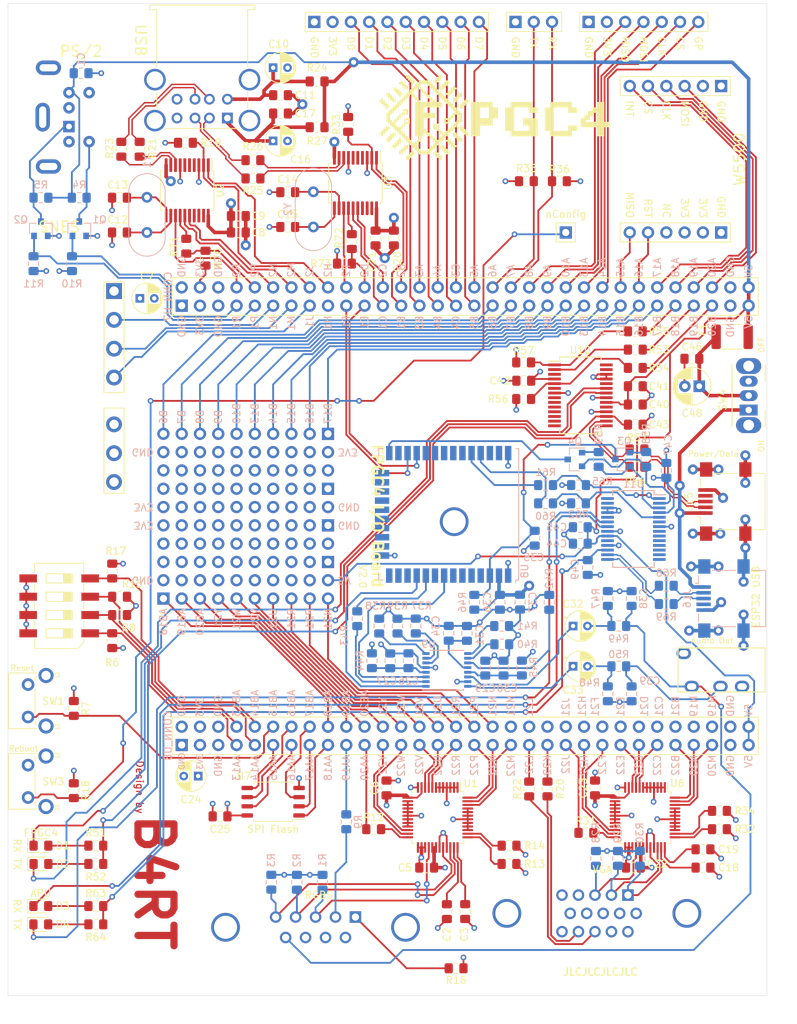
<source format=kicad_pcb>
(kicad_pcb (version 20171130) (host pcbnew "(5.1.6)-1")
  (layers (0 F.Cu signal) (1 GND.Cu power) (2 VCC3.Cu power) (31 B.Cu signal) (34 B.Paste user hide) (35 F.Paste user hide) (36 B.SilkS user) (37 F.SilkS user) (38 B.Mask user hide) (39 F.Mask user hide) (44 Edge.Cuts user))
  (net 0 "")
  (net 1 GND)
  (net 2 "Net-(C3-Pad2)")
  (net 3 +3V3)
  (net 4 +5V)
  (net 5 "Net-(C13-Pad2)")
  (net 6 "Net-(C14-Pad1)")
  (net 7 "Net-(D1-Pad2)")
  (net 8 "Net-(D1-Pad1)")
  (net 9 "Net-(D2-Pad1)")
  (net 10 "Net-(D2-Pad2)")
  (net 11 "Net-(J1-Pad2)")
  (net 12 /Ring1)
  (net 13 /Ring2)
  (net 14 "Net-(J3-Pad7)")
  (net 15 "Net-(J3-Pad8)")
  (net 16 "Net-(J7-Pad6)")
  (net 17 "Net-(J7-Pad5)")
  (net 18 /RGBS_BLUE)
  (net 19 /RGBS_GREEN)
  (net 20 /RGBS_RED)
  (net 21 /RGBS_SYNC)
  (net 22 /VGA_HS)
  (net 23 /VGA_VS)
  (net 24 "Net-(J14-Pad4)")
  (net 25 "Net-(J15-Pad4)")
  (net 26 "Net-(J3-Pad1)")
  (net 27 /VGA_R)
  (net 28 /VGA_G)
  (net 29 /VGA_B)
  (net 30 "Net-(R12-Pad2)")
  (net 31 "Net-(R43-Pad1)")
  (net 32 "Net-(C2-Pad2)")
  (net 33 "Net-(C12-Pad1)")
  (net 34 "Net-(C15-Pad2)")
  (net 35 "Net-(C18-Pad2)")
  (net 36 "Net-(C19-Pad2)")
  (net 37 "Net-(C26-Pad1)")
  (net 38 "Net-(C29-Pad1)")
  (net 39 "Net-(C31-Pad1)")
  (net 40 "Net-(C32-Pad1)")
  (net 41 "Net-(C32-Pad2)")
  (net 42 "Net-(C33-Pad1)")
  (net 43 "Net-(C33-Pad2)")
  (net 44 "Net-(C35-Pad1)")
  (net 45 "Net-(C43-Pad2)")
  (net 46 "Net-(C46-Pad2)")
  (net 47 "Net-(C49-Pad2)")
  (net 48 "Net-(D3-Pad2)")
  (net 49 "Net-(D3-Pad1)")
  (net 50 "Net-(D4-Pad1)")
  (net 51 "Net-(D4-Pad2)")
  (net 52 PS2_Data)
  (net 53 "Net-(J1-Pad6)")
  (net 54 SNES_Data)
  (net 55 SNES_Latch)
  (net 56 SNES_CLK)
  (net 57 "Net-(J2-Pad6)")
  (net 58 "Net-(J2-Pad5)")
  (net 59 "Net-(J4-Pad1)")
  (net 60 "Net-(J5-Pad4)")
  (net 61 "Net-(J5-Pad9)")
  (net 62 "Net-(J5-Pad11)")
  (net 63 "Net-(J5-Pad12)")
  (net 64 "Net-(J5-Pad15)")
  (net 65 "Net-(J7-Pad19)")
  (net 66 "Net-(J7-Pad18)")
  (net 67 "Net-(J7-Pad17)")
  (net 68 "Net-(J7-Pad16)")
  (net 69 "Net-(J7-Pad15)")
  (net 70 "Net-(J7-Pad14)")
  (net 71 "Net-(J7-Pad13)")
  (net 72 "Net-(J7-Pad12)")
  (net 73 "Net-(J7-Pad10)")
  (net 74 "Net-(J7-Pad9)")
  (net 75 "Net-(J7-Pad8)")
  (net 76 "Net-(J7-Pad7)")
  (net 77 "Net-(J7-Pad4)")
  (net 78 "Net-(J7-Pad3)")
  (net 79 "Net-(J7-Pad1)")
  (net 80 "Net-(J8-Pad12)")
  (net 81 "Net-(J8-Pad13)")
  (net 82 "Net-(J8-Pad14)")
  (net 83 "Net-(J8-Pad15)")
  (net 84 "Net-(J8-Pad16)")
  (net 85 "Net-(J8-Pad17)")
  (net 86 "Net-(J8-Pad18)")
  (net 87 "Net-(J8-Pad19)")
  (net 88 Ext_TX)
  (net 89 Ext_RX)
  (net 90 Ext_GPIO_0)
  (net 91 Ext_GPIO_1)
  (net 92 Ext_GPIO_2)
  (net 93 Ext_GPIO_3)
  (net 94 Ext_GPIO_4)
  (net 95 Ext_GPIO_5)
  (net 96 Ext_GPIO_6)
  (net 97 Ext_GPIO_7)
  (net 98 Ext_MISO)
  (net 99 Ext_MOSI)
  (net 100 Ext_CLK)
  (net 101 Ext_CS)
  (net 102 Ext_GP)
  (net 103 W5500_MOSI)
  (net 104 W5500_CLK)
  (net 105 W5500_CS)
  (net 106 W5500_INT)
  (net 107 W5500_MISO)
  (net 108 W5500_RST)
  (net 109 VUSB)
  (net 110 "Net-(J16-Pad4)")
  (net 111 PS2_CLK)
  (net 112 "Net-(Q3-Pad1)")
  (net 113 "Net-(Q4-Pad1)")
  (net 114 "Net-(Q4-Pad2)")
  (net 115 "Net-(Q4-Pad3)")
  (net 116 SW_4)
  (net 117 BTN_RST)
  (net 118 SW_3)
  (net 119 CRT_CSYNC)
  (net 120 CRT_CLK)
  (net 121 "Net-(R13-Pad1)")
  (net 122 "Net-(R14-Pad2)")
  (net 123 SW_2)
  (net 124 SW_1)
  (net 125 CH376_1_RST)
  (net 126 VGA_VSYNC)
  (net 127 VGA_HSYNC)
  (net 128 VGA_CLK)
  (net 129 "Net-(R31-Pad2)")
  (net 130 "Net-(R32-Pad1)")
  (net 131 CH376_2_RST)
  (net 132 "Net-(R34-Pad2)")
  (net 133 "Net-(R37-Pad1)")
  (net 134 "Net-(R38-Pad1)")
  (net 135 "Net-(R39-Pad1)")
  (net 136 "Net-(R40-Pad1)")
  (net 137 "Net-(R41-Pad1)")
  (net 138 "Net-(R42-Pad1)")
  (net 139 "Net-(R43-Pad2)")
  (net 140 FPGC4_DTR)
  (net 141 "Net-(R53-Pad1)")
  (net 142 "Net-(R54-Pad2)")
  (net 143 FPGC4_TX)
  (net 144 "Net-(R55-Pad1)")
  (net 145 FPGC4_RX)
  (net 146 "Net-(R60-Pad2)")
  (net 147 "Net-(R60-Pad1)")
  (net 148 "Net-(R61-Pad1)")
  (net 149 "Net-(R61-Pad2)")
  (net 150 CRT_R0)
  (net 151 CRT_R1)
  (net 152 CRT_R2)
  (net 153 CRT_B0)
  (net 154 CRT_B1)
  (net 155 CRT_G0)
  (net 156 CRT_G1)
  (net 157 CRT_G2)
  (net 158 "Net-(U2-Pad19)")
  (net 159 "Net-(U2-Pad18)")
  (net 160 "Net-(U2-Pad17)")
  (net 161 CH376_1_MISO)
  (net 162 CH376_1_MOSI)
  (net 163 CH376_1_CLK)
  (net 164 CH376_1_CS)
  (net 165 "Net-(U2-Pad6)")
  (net 166 "Net-(U2-Pad5)")
  (net 167 "Net-(U2-Pad4)")
  (net 168 CH376_1_INT)
  (net 169 CH376_2_INT)
  (net 170 "Net-(U3-Pad4)")
  (net 171 "Net-(U3-Pad5)")
  (net 172 "Net-(U3-Pad6)")
  (net 173 CH376_2_CS)
  (net 174 CH376_2_CLK)
  (net 175 CH376_2_MOSI)
  (net 176 CH376_2_MISO)
  (net 177 "Net-(U3-Pad17)")
  (net 178 "Net-(U3-Pad18)")
  (net 179 "Net-(U3-Pad19)")
  (net 180 Flash_MOSI_IO0)
  (net 181 Flash_MISO_IO1)
  (net 182 Flash_WP_IO2)
  (net 183 Flash_HOLD_IO3)
  (net 184 Flash_CLK)
  (net 185 Flash_CS)
  (net 186 ESP32_TX2)
  (net 187 VGA_R0)
  (net 188 ESP32_RX2)
  (net 189 VGA_R1)
  (net 190 "Net-(U5-Pad56)")
  (net 191 VGA_R2)
  (net 192 "Net-(U5-Pad54)")
  (net 193 VGA_G0)
  (net 194 "Net-(U5-Pad52)")
  (net 195 VGA_G1)
  (net 196 VGA_G2)
  (net 197 VGA_B0)
  (net 198 VGA_B1)
  (net 199 "Net-(U8-Pad4)")
  (net 200 "Net-(U8-Pad5)")
  (net 201 "Net-(U8-Pad6)")
  (net 202 "Net-(U8-Pad7)")
  (net 203 "Net-(U8-Pad8)")
  (net 204 "Net-(U8-Pad9)")
  (net 205 "Net-(U8-Pad11)")
  (net 206 "Net-(U8-Pad12)")
  (net 207 "Net-(U8-Pad13)")
  (net 208 "Net-(U8-Pad14)")
  (net 209 "Net-(U8-Pad16)")
  (net 210 "Net-(U8-Pad17)")
  (net 211 "Net-(U8-Pad18)")
  (net 212 "Net-(U8-Pad19)")
  (net 213 "Net-(U8-Pad20)")
  (net 214 "Net-(U8-Pad21)")
  (net 215 "Net-(U8-Pad22)")
  (net 216 "Net-(U8-Pad23)")
  (net 217 "Net-(U8-Pad24)")
  (net 218 "Net-(U8-Pad26)")
  (net 219 "Net-(U8-Pad29)")
  (net 220 "Net-(U8-Pad30)")
  (net 221 "Net-(U8-Pad31)")
  (net 222 "Net-(U8-Pad32)")
  (net 223 "Net-(U8-Pad33)")
  (net 224 "Net-(U8-Pad36)")
  (net 225 "Net-(U8-Pad37)")
  (net 226 "Net-(U10-Pad3)")
  (net 227 "Net-(U10-Pad6)")
  (net 228 "Net-(U10-Pad9)")
  (net 229 "Net-(U10-Pad10)")
  (net 230 "Net-(U10-Pad11)")
  (net 231 "Net-(U10-Pad12)")
  (net 232 "Net-(U10-Pad13)")
  (net 233 "Net-(U10-Pad14)")
  (net 234 "Net-(U10-Pad19)")
  (net 235 "Net-(U10-Pad27)")
  (net 236 "Net-(U10-Pad28)")
  (net 237 "Net-(U11-Pad28)")
  (net 238 "Net-(U11-Pad27)")
  (net 239 "Net-(U11-Pad19)")
  (net 240 "Net-(U11-Pad14)")
  (net 241 "Net-(U11-Pad13)")
  (net 242 "Net-(U11-Pad12)")
  (net 243 "Net-(U11-Pad11)")
  (net 244 "Net-(U11-Pad10)")
  (net 245 "Net-(U11-Pad9)")
  (net 246 "Net-(U11-Pad6)")
  (net 247 "Net-(R71-Pad2)")
  (net 248 "Net-(R72-Pad2)")
  (net 249 "Net-(U4-Pad17)")
  (net 250 /+5V2)
  (net 251 /+5V1)
  (net 252 /D2+)
  (net 253 /D2-)
  (net 254 /D1+)
  (net 255 /D1-)
  (net 256 /UD2+)
  (net 257 /UD2-)
  (net 258 /UD1+)
  (net 259 /UD1-)
  (net 260 CRT_AUDIO)
  (net 261 /PS2_Pin_Data)
  (net 262 /PS2_Pin_Clk)
  (net 263 /USB_ESP_D1+)
  (net 264 /USB_ESP_D1-)
  (net 265 /USB_ESP_D2-)
  (net 266 /USB_ESP_D2+)
  (net 267 "Net-(Q3-Pad2)")
  (net 268 /USB_FPGC4_D1-)
  (net 269 /USB_FPGC4_D1+)
  (net 270 /USB_FPGC4_D2-)
  (net 271 /USB_FPGC4_D2+)
  (net 272 "Net-(J7-Pad11)")
  (net 273 "Net-(J8-Pad1)")
  (net 274 "Net-(J8-Pad3)")
  (net 275 "Net-(J8-Pad4)")
  (net 276 "Net-(J8-Pad5)")
  (net 277 "Net-(J8-Pad6)")
  (net 278 "Net-(J8-Pad7)")
  (net 279 "Net-(J8-Pad8)")
  (net 280 "Net-(J8-Pad9)")
  (net 281 "Net-(J8-Pad10)")
  (net 282 "Net-(J8-Pad11)")
  (net 283 "Net-(U5-Pad50)")
  (net 284 "Net-(U5-Pad48)")
  (net 285 "Net-(U5-Pad46)")
  (net 286 "Net-(U5-Pad44)")
  (net 287 "Net-(U5-Pad42)")
  (net 288 "Net-(U5-Pad40)")
  (net 289 "Net-(U5-Pad38)")
  (net 290 "Net-(U5-Pad60)")
  (net 291 "Net-(U5-Pad58)")
  (module debugSocket:debugSocket2x10 (layer F.Cu) (at 109.22 88.9 270)
    (fp_text reference REF**)
    (fp_text value PinSocket_2x10_P2.54mm_Vertical)
    (pad 1 thru_hole rect (at 0 0 270) (size 1.7 1.7) (drill 1) (layers *.Cu *.Mask))
    (pad 2 thru_hole oval (at -2.54 0 270) (size 1.7 1.7) (drill 1) (layers *.Cu *.Mask))
    (pad 3 thru_hole oval (at 0 2.54 270) (size 1.7 1.7) (drill 1) (layers *.Cu *.Mask))
    (pad 4 thru_hole oval (at -2.54 2.54 270) (size 1.7 1.7) (drill 1) (layers *.Cu *.Mask))
    (pad 5 thru_hole oval (at 0 5.08 270) (size 1.7 1.7) (drill 1) (layers *.Cu *.Mask))
    (pad 6 thru_hole oval (at -2.54 5.08 270) (size 1.7 1.7) (drill 1) (layers *.Cu *.Mask))
    (pad 7 thru_hole oval (at 0 7.62 270) (size 1.7 1.7) (drill 1) (layers *.Cu *.Mask))
    (pad 8 thru_hole oval (at -2.54 7.62 270) (size 1.7 1.7) (drill 1) (layers *.Cu *.Mask))
    (pad 9 thru_hole oval (at 0 10.16 270) (size 1.7 1.7) (drill 1) (layers *.Cu *.Mask))
    (pad 10 thru_hole oval (at -2.54 10.16 270) (size 1.7 1.7) (drill 1) (layers *.Cu *.Mask))
    (pad 11 thru_hole oval (at 0 12.7 270) (size 1.7 1.7) (drill 1) (layers *.Cu *.Mask))
    (pad 12 thru_hole oval (at -2.54 12.7 270) (size 1.7 1.7) (drill 1) (layers *.Cu *.Mask))
    (pad 13 thru_hole oval (at 0 15.24 270) (size 1.7 1.7) (drill 1) (layers *.Cu *.Mask))
    (pad 14 thru_hole oval (at -2.54 15.24 270) (size 1.7 1.7) (drill 1) (layers *.Cu *.Mask))
    (pad 15 thru_hole oval (at 0 17.78 270) (size 1.7 1.7) (drill 1) (layers *.Cu *.Mask))
    (pad 16 thru_hole oval (at -2.54 17.78 270) (size 1.7 1.7) (drill 1) (layers *.Cu *.Mask))
    (pad 17 thru_hole oval (at 0 20.32 270) (size 1.7 1.7) (drill 1) (layers *.Cu *.Mask))
    (pad 18 thru_hole oval (at -2.54 20.32 270) (size 1.7 1.7) (drill 1) (layers *.Cu *.Mask))
    (pad 19 thru_hole oval (at 0 22.86 270) (size 1.7 1.7) (drill 1) (layers *.Cu *.Mask))
    (pad 20 thru_hole oval (at -2.54 22.86 270) (size 1.7 1.7) (drill 1) (layers *.Cu *.Mask))
  )
  (module debugSocket:debugSocket2x10 (layer F.Cu) (at 109.22 93.98 270)
    (fp_text reference REF**)
    (fp_text value PinSocket_2x10_P2.54mm_Vertical)
    (pad 1 thru_hole rect (at 0 0 270) (size 1.7 1.7) (drill 1) (layers *.Cu *.Mask) (net 1 GND))
    (pad 2 thru_hole oval (at -2.54 0 270) (size 1.7 1.7) (drill 1) (layers *.Cu *.Mask) (net 1 GND))
    (pad 3 thru_hole oval (at 0 2.54 270) (size 1.7 1.7) (drill 1) (layers *.Cu *.Mask))
    (pad 4 thru_hole oval (at -2.54 2.54 270) (size 1.7 1.7) (drill 1) (layers *.Cu *.Mask))
    (pad 5 thru_hole oval (at 0 5.08 270) (size 1.7 1.7) (drill 1) (layers *.Cu *.Mask))
    (pad 6 thru_hole oval (at -2.54 5.08 270) (size 1.7 1.7) (drill 1) (layers *.Cu *.Mask))
    (pad 7 thru_hole oval (at 0 7.62 270) (size 1.7 1.7) (drill 1) (layers *.Cu *.Mask))
    (pad 8 thru_hole oval (at -2.54 7.62 270) (size 1.7 1.7) (drill 1) (layers *.Cu *.Mask))
    (pad 9 thru_hole oval (at 0 10.16 270) (size 1.7 1.7) (drill 1) (layers *.Cu *.Mask))
    (pad 10 thru_hole oval (at -2.54 10.16 270) (size 1.7 1.7) (drill 1) (layers *.Cu *.Mask))
    (pad 11 thru_hole oval (at 0 12.7 270) (size 1.7 1.7) (drill 1) (layers *.Cu *.Mask))
    (pad 12 thru_hole oval (at -2.54 12.7 270) (size 1.7 1.7) (drill 1) (layers *.Cu *.Mask))
    (pad 13 thru_hole oval (at 0 15.24 270) (size 1.7 1.7) (drill 1) (layers *.Cu *.Mask))
    (pad 14 thru_hole oval (at -2.54 15.24 270) (size 1.7 1.7) (drill 1) (layers *.Cu *.Mask))
    (pad 15 thru_hole oval (at 0 17.78 270) (size 1.7 1.7) (drill 1) (layers *.Cu *.Mask))
    (pad 16 thru_hole oval (at -2.54 17.78 270) (size 1.7 1.7) (drill 1) (layers *.Cu *.Mask))
    (pad 17 thru_hole oval (at 0 20.32 270) (size 1.7 1.7) (drill 1) (layers *.Cu *.Mask))
    (pad 18 thru_hole oval (at -2.54 20.32 270) (size 1.7 1.7) (drill 1) (layers *.Cu *.Mask))
    (pad 19 thru_hole oval (at 0 22.86 270) (size 1.7 1.7) (drill 1) (layers *.Cu *.Mask) (net 3 +3V3))
    (pad 20 thru_hole oval (at -2.54 22.86 270) (size 1.7 1.7) (drill 1) (layers *.Cu *.Mask) (net 3 +3V3))
  )
  (module debugSocket:debugSocket2x10 (layer F.Cu) (at 109.22 99.06 270)
    (fp_text reference REF**)
    (fp_text value PinSocket_2x10_P2.54mm_Vertical)
    (pad 1 thru_hole rect (at 0 0 270) (size 1.7 1.7) (drill 1) (layers *.Cu *.Mask))
    (pad 2 thru_hole oval (at -2.54 0 270) (size 1.7 1.7) (drill 1) (layers *.Cu *.Mask))
    (pad 3 thru_hole oval (at 0 2.54 270) (size 1.7 1.7) (drill 1) (layers *.Cu *.Mask))
    (pad 4 thru_hole oval (at -2.54 2.54 270) (size 1.7 1.7) (drill 1) (layers *.Cu *.Mask))
    (pad 5 thru_hole oval (at 0 5.08 270) (size 1.7 1.7) (drill 1) (layers *.Cu *.Mask))
    (pad 6 thru_hole oval (at -2.54 5.08 270) (size 1.7 1.7) (drill 1) (layers *.Cu *.Mask))
    (pad 7 thru_hole oval (at 0 7.62 270) (size 1.7 1.7) (drill 1) (layers *.Cu *.Mask))
    (pad 8 thru_hole oval (at -2.54 7.62 270) (size 1.7 1.7) (drill 1) (layers *.Cu *.Mask))
    (pad 9 thru_hole oval (at 0 10.16 270) (size 1.7 1.7) (drill 1) (layers *.Cu *.Mask))
    (pad 10 thru_hole oval (at -2.54 10.16 270) (size 1.7 1.7) (drill 1) (layers *.Cu *.Mask))
    (pad 11 thru_hole oval (at 0 12.7 270) (size 1.7 1.7) (drill 1) (layers *.Cu *.Mask))
    (pad 12 thru_hole oval (at -2.54 12.7 270) (size 1.7 1.7) (drill 1) (layers *.Cu *.Mask))
    (pad 13 thru_hole oval (at 0 15.24 270) (size 1.7 1.7) (drill 1) (layers *.Cu *.Mask))
    (pad 14 thru_hole oval (at -2.54 15.24 270) (size 1.7 1.7) (drill 1) (layers *.Cu *.Mask))
    (pad 15 thru_hole oval (at 0 17.78 270) (size 1.7 1.7) (drill 1) (layers *.Cu *.Mask))
    (pad 16 thru_hole oval (at -2.54 17.78 270) (size 1.7 1.7) (drill 1) (layers *.Cu *.Mask))
    (pad 17 thru_hole oval (at 0 20.32 270) (size 1.7 1.7) (drill 1) (layers *.Cu *.Mask))
    (pad 18 thru_hole oval (at -2.54 20.32 270) (size 1.7 1.7) (drill 1) (layers *.Cu *.Mask))
    (pad 19 thru_hole oval (at 0 22.86 270) (size 1.7 1.7) (drill 1) (layers *.Cu *.Mask))
    (pad 20 thru_hole oval (at -2.54 22.86 270) (size 1.7 1.7) (drill 1) (layers *.Cu *.Mask))
  )
  (module RF_Module:ESP32-WROOM-32U (layer B.Cu) (at 125.984 92.456 90)
    (fp_text reference U8 (at -7.874 10.541 -90) (layer B.SilkS) (effects (justify mirror)))
    (fp_text value ESP32-WROOM-32U)
    (pad 1 smd rect (at -8.5 8.255 90) (size 2 0.9) (layers B.Cu B.Paste B.Mask) (net 1 GND))
    (pad 2 smd rect (at -8.5 6.985 90) (size 2 0.9) (layers B.Cu B.Paste B.Mask) (net 3 +3V3))
    (pad 3 smd rect (at -8.5 5.715 90) (size 2 0.9) (layers B.Cu B.Paste B.Mask) (net 44 "Net-(C35-Pad1)"))
    (pad 4 smd rect (at -8.5 4.445 90) (size 2 0.9) (layers B.Cu B.Paste B.Mask) (net 199 "Net-(U8-Pad4)"))
    (pad 5 smd rect (at -8.5 3.175 90) (size 2 0.9) (layers B.Cu B.Paste B.Mask) (net 200 "Net-(U8-Pad5)"))
    (pad 6 smd rect (at -8.5 1.905 90) (size 2 0.9) (layers B.Cu B.Paste B.Mask) (net 201 "Net-(U8-Pad6)"))
    (pad 7 smd rect (at -8.5 0.635 90) (size 2 0.9) (layers B.Cu B.Paste B.Mask) (net 202 "Net-(U8-Pad7)"))
    (pad 8 smd rect (at -8.5 -0.635 90) (size 2 0.9) (layers B.Cu B.Paste B.Mask) (net 203 "Net-(U8-Pad8)"))
    (pad 9 smd rect (at -8.5 -1.905 90) (size 2 0.9) (layers B.Cu B.Paste B.Mask) (net 204 "Net-(U8-Pad9)"))
    (pad 10 smd rect (at -8.5 -3.175 90) (size 2 0.9) (layers B.Cu B.Paste B.Mask) (net 139 "Net-(R43-Pad2)"))
    (pad 11 smd rect (at -8.5 -4.445 90) (size 2 0.9) (layers B.Cu B.Paste B.Mask) (net 205 "Net-(U8-Pad11)"))
    (pad 12 smd rect (at -8.5 -5.715 90) (size 2 0.9) (layers B.Cu B.Paste B.Mask) (net 206 "Net-(U8-Pad12)"))
    (pad 13 smd rect (at -8.5 -6.985 90) (size 2 0.9) (layers B.Cu B.Paste B.Mask) (net 207 "Net-(U8-Pad13)"))
    (pad 14 smd rect (at -8.5 -8.255 90) (size 2 0.9) (layers B.Cu B.Paste B.Mask) (net 208 "Net-(U8-Pad14)"))
    (pad 15 smd rect (at -5.715 -9.255 180) (size 2 0.9) (layers B.Cu B.Paste B.Mask) (net 1 GND))
    (pad 16 smd rect (at -4.445 -9.255) (size 2 0.9) (layers B.Cu B.Paste B.Mask) (net 209 "Net-(U8-Pad16)"))
    (pad 17 smd rect (at -3.175 -9.255) (size 2 0.9) (layers B.Cu B.Paste B.Mask) (net 210 "Net-(U8-Pad17)"))
    (pad 18 smd rect (at -1.905 -9.255) (size 2 0.9) (layers B.Cu B.Paste B.Mask) (net 211 "Net-(U8-Pad18)"))
    (pad 19 smd rect (at -0.635 -9.255) (size 2 0.9) (layers B.Cu B.Paste B.Mask) (net 212 "Net-(U8-Pad19)"))
    (pad 20 smd rect (at 0.635 -9.255) (size 2 0.9) (layers B.Cu B.Paste B.Mask) (net 213 "Net-(U8-Pad20)"))
    (pad 21 smd rect (at 1.905 -9.255) (size 2 0.9) (layers B.Cu B.Paste B.Mask) (net 214 "Net-(U8-Pad21)"))
    (pad 22 smd rect (at 3.175 -9.255) (size 2 0.9) (layers B.Cu B.Paste B.Mask) (net 215 "Net-(U8-Pad22)"))
    (pad 23 smd rect (at 4.445 -9.255) (size 2 0.9) (layers B.Cu B.Paste B.Mask) (net 216 "Net-(U8-Pad23)"))
    (pad 24 smd rect (at 5.715 -9.255) (size 2 0.9) (layers B.Cu B.Paste B.Mask) (net 217 "Net-(U8-Pad24)"))
    (pad 25 smd rect (at 8.5 -8.255 90) (size 2 0.9) (layers B.Cu B.Paste B.Mask) (net 115 "Net-(Q4-Pad3)"))
    (pad 26 smd rect (at 8.5 -6.985 90) (size 2 0.9) (layers B.Cu B.Paste B.Mask) (net 218 "Net-(U8-Pad26)"))
    (pad 27 smd rect (at 8.5 -5.715 90) (size 2 0.9) (layers B.Cu B.Paste B.Mask) (net 188 ESP32_RX2))
    (pad 28 smd rect (at 8.5 -4.445 90) (size 2 0.9) (layers B.Cu B.Paste B.Mask) (net 186 ESP32_TX2))
    (pad 29 smd rect (at 8.5 -3.175 90) (size 2 0.9) (layers B.Cu B.Paste B.Mask) (net 219 "Net-(U8-Pad29)"))
    (pad 30 smd rect (at 8.5 -1.905 90) (size 2 0.9) (layers B.Cu B.Paste B.Mask) (net 220 "Net-(U8-Pad30)"))
    (pad 31 smd rect (at 8.5 -0.635 90) (size 2 0.9) (layers B.Cu B.Paste B.Mask) (net 221 "Net-(U8-Pad31)"))
    (pad 32 smd rect (at 8.5 0.635 90) (size 2 0.9) (layers B.Cu B.Paste B.Mask) (net 222 "Net-(U8-Pad32)"))
    (pad 33 smd rect (at 8.5 1.905 90) (size 2 0.9) (layers B.Cu B.Paste B.Mask) (net 223 "Net-(U8-Pad33)"))
    (pad 34 smd rect (at 8.5 3.175 90) (size 2 0.9) (layers B.Cu B.Paste B.Mask) (net 148 "Net-(R61-Pad1)"))
    (pad 35 smd rect (at 8.5 4.445 90) (size 2 0.9) (layers B.Cu B.Paste B.Mask) (net 147 "Net-(R60-Pad1)"))
    (pad 36 smd rect (at 8.5 5.715 90) (size 2 0.9) (layers B.Cu B.Paste B.Mask) (net 224 "Net-(U8-Pad36)"))
    (pad 37 smd rect (at 8.5 6.985 90) (size 2 0.9) (layers B.Cu B.Paste B.Mask) (net 225 "Net-(U8-Pad37)"))
    (pad 38 smd rect (at 8.5 8.255 90) (size 2 0.9) (layers B.Cu B.Paste B.Mask) (net 1 GND))
    (pad 39 thru_hole circle (at -1.016 0.7644 90) (size 4 4) (drill 3.2) (layers *.Cu *.Mask) (net 1 GND))
  )
  (module Connector_USB:USB_Mini-B_Lumberg_2486_01_Horizontal (layer F.Cu) (at 164.338 90.678 90)
    (fp_text reference J15 (at 0 -5 90) (layer F.SilkS))
    (fp_text value USB_B_Mini)
    (pad 1 smd rect (at -1.6 -2.7 90) (size 0.5 2) (layers F.Cu F.Paste F.Mask) (net 109 VUSB))
    (pad 2 smd rect (at -0.8 -2.7 90) (size 0.5 2) (layers F.Cu F.Paste F.Mask) (net 268 /USB_FPGC4_D1-))
    (pad 3 smd rect (at 0 -2.7 90) (size 0.5 2) (layers F.Cu F.Paste F.Mask) (net 269 /USB_FPGC4_D1+))
    (pad 4 smd rect (at 0.8 -2.7 90) (size 0.5 2) (layers F.Cu F.Paste F.Mask) (net 25 "Net-(J15-Pad4)"))
    (pad 5 smd rect (at 1.6 -2.7 90) (size 0.5 2) (layers F.Cu F.Paste F.Mask) (net 1 GND))
    (pad 6 smd rect (at -4.45 -2.6 90) (size 2 1.7) (layers F.Cu F.Paste F.Mask) (net 1 GND))
    (pad 6 smd rect (at -4.45 2.85 90) (size 2 1.7) (layers F.Cu F.Paste F.Mask) (net 1 GND))
    (pad 6 smd rect (at 4.45 -2.6 90) (size 2 1.7) (layers F.Cu F.Paste F.Mask) (net 1 GND))
    (pad 6 smd rect (at 4.45 2.85 90) (size 2 1.7) (layers F.Cu F.Paste F.Mask) (net 1 GND))
    (pad "" np_thru_hole circle (at -2.2 0 90) (size 1 1) (drill 1) (layers *.Cu *.Mask))
    (pad "" np_thru_hole circle (at 2.2 0 90) (size 1 1) (drill 1) (layers *.Cu *.Mask))
  )
  (module Custom:TRRS-PJ-320A (layer F.Cu) (at 169.926 114.046 270)
    (fp_text reference J12)
    (fp_text value Conn_Headphone_Jack)
    (pad 1 thru_hole oval (at -2.3 11.3 270) (size 1.6 2) (drill oval 0.9 1.3) (layers *.Cu *.Mask) (net 1 GND))
    (pad 2 thru_hole oval (at 2.3 10.2 270) (size 1.6 2) (drill oval 0.9 1.3) (layers *.Cu *.Mask) (net 260 CRT_AUDIO))
    (pad 4 thru_hole oval (at 2.3 3.2 270) (size 1.6 2) (drill oval 0.9 1.3) (layers *.Cu *.Mask) (net 13 /Ring2))
    (pad "" np_thru_hole circle (at 0 8.6 270) (size 0.8 0.8) (drill 0.8) (layers *.Cu *.Mask))
    (pad "" np_thru_hole circle (at 0 1.6 270) (size 0.8 0.8) (drill 0.8) (layers *.Cu *.Mask))
    (pad 3 thru_hole oval (at 2.3 6.2 270) (size 1.6 2) (drill oval 0.9 1.3) (layers *.Cu *.Mask) (net 12 /Ring1))
  )
  (module SNES:SNES_controller_port (layer F.Cu) (at 79.502 61.468)
    (fp_text reference J2)
    (fp_text value Conn_SNES)
    (pad 4 thru_hole circle (at 0 12) (size 2.2 2.2) (drill 1.3) (layers *.Cu *.Mask) (net 54 SNES_Data))
    (pad 3 thru_hole circle (at 0 8) (size 2.2 2.2) (drill 1.3) (layers *.Cu *.Mask) (net 55 SNES_Latch))
    (pad 2 thru_hole circle (at 0 4) (size 2.2 2.2) (drill 1.3) (layers *.Cu *.Mask) (net 56 SNES_CLK))
    (pad 6 thru_hole circle (at 0 22.5) (size 2.2 2.2) (drill 1.3) (layers *.Cu *.Mask) (net 57 "Net-(J2-Pad6)"))
    (pad 5 thru_hole circle (at 0 18.5) (size 2.2 2.2) (drill 1.3) (layers *.Cu *.Mask) (net 58 "Net-(J2-Pad5)"))
    (pad 1 thru_hole rect (at 0 0) (size 2.2 2.2) (drill 1.3) (layers *.Cu *.Mask) (net 3 +3V3))
    (pad 7 thru_hole circle (at 0 26.5) (size 2.2 2.2) (drill 1.3) (layers *.Cu *.Mask) (net 1 GND))
  )
  (module Capacitor_THT:CP_Radial_D5.0mm_P2.00mm (layer F.Cu) (at 160.782 74.676 180)
    (fp_text reference C48 (at 1 -3.75 180) (layer F.SilkS))
    (fp_text value 220uF)
    (pad 1 thru_hole rect (at 0 0 180) (size 1.6 1.6) (drill 0.8) (layers *.Cu *.Mask) (net 46 "Net-(C46-Pad2)"))
    (pad 2 thru_hole circle (at 2 0 180) (size 1.6 1.6) (drill 0.8) (layers *.Cu *.Mask) (net 1 GND))
  )
  (module Capacitor_THT:CP_Radial_D4.0mm_P2.00mm (layer F.Cu) (at 83.09 62.484)
    (fp_text reference C7 (at 0.984 -3.048) (layer F.SilkS))
    (fp_text value 100uF)
    (pad 1 thru_hole rect (at 0 0) (size 1.2 1.2) (drill 0.6) (layers *.Cu *.Mask) (net 3 +3V3))
    (pad 2 thru_hole circle (at 2 0) (size 1.2 1.2) (drill 0.6) (layers *.Cu *.Mask) (net 1 GND))
  )
  (module Capacitor_THT:CP_Radial_D4.0mm_P2.00mm (layer F.Cu) (at 91.186 128.778 180)
    (fp_text reference C24 (at 1 -3.25) (layer F.SilkS))
    (fp_text value 100uF)
    (pad 2 thru_hole circle (at 2 0 180) (size 1.2 1.2) (drill 0.6) (layers *.Cu *.Mask) (net 1 GND))
    (pad 1 thru_hole rect (at 0 0 180) (size 1.2 1.2) (drill 0.6) (layers *.Cu *.Mask) (net 3 +3V3))
  )
  (module Custom:Connector_Mini-DIN_Female_6Pin_2rows (layer F.Cu) (at 73.246 38.638 270)
    (fp_text reference J1)
    (fp_text value Conn_PS2_Mini_Din_6)
    (pad 7 thru_hole oval (at -8.15 2.85 270) (size 2 3.5) (drill oval 1 2.5) (layers *.Cu *.Mask))
    (pad 7 thru_hole oval (at 5.55 2.85 270) (size 2 3.5) (drill oval 1 2.5) (layers *.Cu *.Mask))
    (pad 1 thru_hole rect (at 0 0 270) (size 1.6 1.6) (drill 0.8) (layers *.Cu *.Mask) (net 261 /PS2_Pin_Data))
    (pad 2 thru_hole circle (at -2.6 0 270) (size 1.6 1.6) (drill 0.8) (layers *.Cu *.Mask) (net 11 "Net-(J1-Pad2)"))
    (pad 3 thru_hole circle (at 2.1 0 270) (size 1.6 1.6) (drill 0.8) (layers *.Cu *.Mask) (net 1 GND))
    (pad 4 thru_hole circle (at -4.7 0 270) (size 1.6 1.6) (drill 0.8) (layers *.Cu *.Mask) (net 4 +5V))
    (pad 5 thru_hole circle (at 2.1 -2.8 270) (size 1.6 1.6) (drill 0.8) (layers *.Cu *.Mask) (net 262 /PS2_Pin_Clk))
    (pad 6 thru_hole circle (at -4.7 -2.8 270) (size 1.6 1.6) (drill 0.8) (layers *.Cu *.Mask) (net 53 "Net-(J1-Pad6)"))
    (pad 7 thru_hole oval (at -1.3 3.65 270) (size 4 2) (drill oval 3 1) (layers *.Cu *.Mask))
  )
  (module MountingHole:MountingHole_3.2mm_M3 (layer F.Cu) (at 166.37 25.4)
    (fp_text reference REF**)
    (fp_text value MountingHole_3.2mm_M3)
    (pad 1 np_thru_hole circle (at 0 0) (size 3.2 3.2) (drill 3.2) (layers *.Cu *.Mask))
  )
  (module MountingHole:MountingHole_3.2mm_M3 (layer F.Cu) (at 68.58 155.448)
    (fp_text reference REF**)
    (fp_text value MountingHole_3.2mm_M3)
    (pad 1 np_thru_hole circle (at 0 0) (size 3.2 3.2) (drill 3.2) (layers *.Cu *.Mask))
  )
  (module MountingHole:MountingHole_3.2mm_M3 (layer F.Cu) (at 166.37 155.448)
    (fp_text reference REF**)
    (fp_text value MountingHole_3.2mm_M3)
    (pad 1 np_thru_hole circle (at 0 0) (size 3.2 3.2) (drill 3.2) (layers *.Cu *.Mask))
  )
  (module MountingHole:MountingHole_3.2mm_M3 (layer F.Cu) (at 68.58 25.4)
    (fp_text reference REF**)
    (fp_text value MountingHole_3.2mm_M3)
    (pad 1 np_thru_hole circle (at 0 0) (size 3.2 3.2) (drill 3.2) (layers *.Cu *.Mask))
  )
  (module Connector_USB:USB_A_Wuerth_61400826021_Horizontal_Stacked (layer F.Cu) (at 95.25 37.465 180)
    (fp_text reference J6)
    (fp_text value Conn_Stacked_USB)
    (pad 8 thru_hole circle (at 7 2.62 180) (size 1.5 1.5) (drill 0.92) (layers *.Cu *.Mask) (net 1 GND))
    (pad 7 thru_hole circle (at 4.5 2.62 180) (size 1.5 1.5) (drill 0.92) (layers *.Cu *.Mask) (net 252 /D2+))
    (pad 6 thru_hole circle (at 2.5 2.62 180) (size 1.5 1.5) (drill 0.92) (layers *.Cu *.Mask) (net 253 /D2-))
    (pad 5 thru_hole circle (at 0 2.62 180) (size 1.5 1.5) (drill 0.92) (layers *.Cu *.Mask) (net 250 /+5V2))
    (pad 9 thru_hole circle (at 10.07 5.33 180) (size 3 3) (drill 2.3) (layers *.Cu *.Mask) (net 1 GND))
    (pad 9 thru_hole circle (at -3.07 5.33 180) (size 3 3) (drill 2.3) (layers *.Cu *.Mask) (net 1 GND))
    (pad 4 thru_hole circle (at 7 0 180) (size 1.5 1.5) (drill 0.92) (layers *.Cu *.Mask) (net 1 GND))
    (pad 3 thru_hole circle (at 4.5 0 180) (size 1.5 1.5) (drill 0.92) (layers *.Cu *.Mask) (net 254 /D1+))
    (pad 2 thru_hole circle (at 2.5 0 180) (size 1.5 1.5) (drill 0.92) (layers *.Cu *.Mask) (net 255 /D1-))
    (pad 1 thru_hole rect (at 0 0 180) (size 1.5 1.5) (drill 0.92) (layers *.Cu *.Mask) (net 251 /+5V1))
    (pad 9 thru_hole circle (at -3.07 -0.35 180) (size 3 3) (drill 2.3) (layers *.Cu *.Mask) (net 1 GND))
    (pad 9 thru_hole circle (at 10.07 -0.35 180) (size 3 3) (drill 2.3) (layers *.Cu *.Mask) (net 1 GND))
  )
  (module Capacitor_THT:CP_Radial_D4.0mm_P2.00mm (layer F.Cu) (at 101.6 40.64)
    (fp_text reference C16 (at 3.81 2.54) (layer F.SilkS))
    (fp_text value 100uF)
    (pad 2 thru_hole circle (at 2 0) (size 1.2 1.2) (drill 0.6) (layers *.Cu *.Mask) (net 1 GND))
    (pad 1 thru_hole rect (at 0 0) (size 1.2 1.2) (drill 0.6) (layers *.Cu *.Mask) (net 251 /+5V1))
  )
  (module Capacitor_THT:CP_Radial_D4.0mm_P2.00mm (layer F.Cu) (at 101.6 30.48)
    (fp_text reference C10 (at 0.762 -3.302) (layer F.SilkS))
    (fp_text value 100uF)
    (pad 2 thru_hole circle (at 2 0) (size 1.2 1.2) (drill 0.6) (layers *.Cu *.Mask) (net 1 GND))
    (pad 1 thru_hole rect (at 0 0) (size 1.2 1.2) (drill 0.6) (layers *.Cu *.Mask) (net 250 /+5V2))
  )
  (module Connector_PinHeader_2.54mm:PinHeader_2x10_P2.54mm_Vertical (layer F.Cu) (at 86.36 104.14 90)
    (fp_text reference J7)
    (fp_text value Conn_Debug_U8)
    (pad 20 thru_hole oval (at 2.54 22.86 90) (size 1.7 1.7) (drill 1) (layers *.Cu *.Mask) (net 4 +5V))
    (pad 19 thru_hole oval (at 0 22.86 90) (size 1.7 1.7) (drill 1) (layers *.Cu *.Mask) (net 65 "Net-(J7-Pad19)"))
    (pad 18 thru_hole oval (at 2.54 20.32 90) (size 1.7 1.7) (drill 1) (layers *.Cu *.Mask) (net 66 "Net-(J7-Pad18)"))
    (pad 17 thru_hole oval (at 0 20.32 90) (size 1.7 1.7) (drill 1) (layers *.Cu *.Mask) (net 67 "Net-(J7-Pad17)"))
    (pad 16 thru_hole oval (at 2.54 17.78 90) (size 1.7 1.7) (drill 1) (layers *.Cu *.Mask) (net 68 "Net-(J7-Pad16)"))
    (pad 15 thru_hole oval (at 0 17.78 90) (size 1.7 1.7) (drill 1) (layers *.Cu *.Mask) (net 69 "Net-(J7-Pad15)"))
    (pad 14 thru_hole oval (at 2.54 15.24 90) (size 1.7 1.7) (drill 1) (layers *.Cu *.Mask) (net 70 "Net-(J7-Pad14)"))
    (pad 13 thru_hole oval (at 0 15.24 90) (size 1.7 1.7) (drill 1) (layers *.Cu *.Mask) (net 71 "Net-(J7-Pad13)"))
    (pad 12 thru_hole oval (at 2.54 12.7 90) (size 1.7 1.7) (drill 1) (layers *.Cu *.Mask) (net 72 "Net-(J7-Pad12)"))
    (pad 11 thru_hole oval (at 0 12.7 90) (size 1.7 1.7) (drill 1) (layers *.Cu *.Mask) (net 272 "Net-(J7-Pad11)"))
    (pad 10 thru_hole oval (at 2.54 10.16 90) (size 1.7 1.7) (drill 1) (layers *.Cu *.Mask) (net 73 "Net-(J7-Pad10)"))
    (pad 9 thru_hole oval (at 0 10.16 90) (size 1.7 1.7) (drill 1) (layers *.Cu *.Mask) (net 74 "Net-(J7-Pad9)"))
    (pad 8 thru_hole oval (at 2.54 7.62 90) (size 1.7 1.7) (drill 1) (layers *.Cu *.Mask) (net 75 "Net-(J7-Pad8)"))
    (pad 7 thru_hole oval (at 0 7.62 90) (size 1.7 1.7) (drill 1) (layers *.Cu *.Mask) (net 76 "Net-(J7-Pad7)"))
    (pad 6 thru_hole oval (at 2.54 5.08 90) (size 1.7 1.7) (drill 1) (layers *.Cu *.Mask) (net 16 "Net-(J7-Pad6)"))
    (pad 5 thru_hole oval (at 0 5.08 90) (size 1.7 1.7) (drill 1) (layers *.Cu *.Mask) (net 17 "Net-(J7-Pad5)"))
    (pad 4 thru_hole oval (at 2.54 2.54 90) (size 1.7 1.7) (drill 1) (layers *.Cu *.Mask) (net 77 "Net-(J7-Pad4)"))
    (pad 3 thru_hole oval (at 0 2.54 90) (size 1.7 1.7) (drill 1) (layers *.Cu *.Mask) (net 78 "Net-(J7-Pad3)"))
    (pad 2 thru_hole oval (at 2.54 0 90) (size 1.7 1.7) (drill 1) (layers *.Cu *.Mask) (net 1 GND))
    (pad 1 thru_hole rect (at 0 0 90) (size 1.7 1.7) (drill 1) (layers *.Cu *.Mask) (net 79 "Net-(J7-Pad1)"))
  )
  (module Connector_PinHeader_2.54mm:PinHeader_2x10_P2.54mm_Vertical (layer F.Cu) (at 109.22 81.28 270)
    (fp_text reference J8)
    (fp_text value Conn_Debug_U7)
    (pad 1 thru_hole rect (at 0 0 270) (size 1.7 1.7) (drill 1) (layers *.Cu *.Mask) (net 273 "Net-(J8-Pad1)"))
    (pad 2 thru_hole oval (at 2.54 0 270) (size 1.7 1.7) (drill 1) (layers *.Cu *.Mask) (net 3 +3V3))
    (pad 3 thru_hole oval (at 0 2.54 270) (size 1.7 1.7) (drill 1) (layers *.Cu *.Mask) (net 274 "Net-(J8-Pad3)"))
    (pad 4 thru_hole oval (at 2.54 2.54 270) (size 1.7 1.7) (drill 1) (layers *.Cu *.Mask) (net 275 "Net-(J8-Pad4)"))
    (pad 5 thru_hole oval (at 0 5.08 270) (size 1.7 1.7) (drill 1) (layers *.Cu *.Mask) (net 276 "Net-(J8-Pad5)"))
    (pad 6 thru_hole oval (at 2.54 5.08 270) (size 1.7 1.7) (drill 1) (layers *.Cu *.Mask) (net 277 "Net-(J8-Pad6)"))
    (pad 7 thru_hole oval (at 0 7.62 270) (size 1.7 1.7) (drill 1) (layers *.Cu *.Mask) (net 278 "Net-(J8-Pad7)"))
    (pad 8 thru_hole oval (at 2.54 7.62 270) (size 1.7 1.7) (drill 1) (layers *.Cu *.Mask) (net 279 "Net-(J8-Pad8)"))
    (pad 9 thru_hole oval (at 0 10.16 270) (size 1.7 1.7) (drill 1) (layers *.Cu *.Mask) (net 280 "Net-(J8-Pad9)"))
    (pad 10 thru_hole oval (at 2.54 10.16 270) (size 1.7 1.7) (drill 1) (layers *.Cu *.Mask) (net 281 "Net-(J8-Pad10)"))
    (pad 11 thru_hole oval (at 0 12.7 270) (size 1.7 1.7) (drill 1) (layers *.Cu *.Mask) (net 282 "Net-(J8-Pad11)"))
    (pad 12 thru_hole oval (at 2.54 12.7 270) (size 1.7 1.7) (drill 1) (layers *.Cu *.Mask) (net 80 "Net-(J8-Pad12)"))
    (pad 13 thru_hole oval (at 0 15.24 270) (size 1.7 1.7) (drill 1) (layers *.Cu *.Mask) (net 81 "Net-(J8-Pad13)"))
    (pad 14 thru_hole oval (at 2.54 15.24 270) (size 1.7 1.7) (drill 1) (layers *.Cu *.Mask) (net 82 "Net-(J8-Pad14)"))
    (pad 15 thru_hole oval (at 0 17.78 270) (size 1.7 1.7) (drill 1) (layers *.Cu *.Mask) (net 83 "Net-(J8-Pad15)"))
    (pad 16 thru_hole oval (at 2.54 17.78 270) (size 1.7 1.7) (drill 1) (layers *.Cu *.Mask) (net 84 "Net-(J8-Pad16)"))
    (pad 17 thru_hole oval (at 0 20.32 270) (size 1.7 1.7) (drill 1) (layers *.Cu *.Mask) (net 85 "Net-(J8-Pad17)"))
    (pad 18 thru_hole oval (at 2.54 20.32 270) (size 1.7 1.7) (drill 1) (layers *.Cu *.Mask) (net 86 "Net-(J8-Pad18)"))
    (pad 19 thru_hole oval (at 0 22.86 270) (size 1.7 1.7) (drill 1) (layers *.Cu *.Mask) (net 87 "Net-(J8-Pad19)"))
    (pad 20 thru_hole oval (at 2.54 22.86 270) (size 1.7 1.7) (drill 1) (layers *.Cu *.Mask) (net 1 GND))
  )
  (module Custom:VGA_EDAC (layer F.Cu) (at 150.876 145.288)
    (fp_text reference J5)
    (fp_text value Conn_VGA)
    (pad 1 thru_hole rect (at 0 0) (size 1.6 1.6) (drill 1) (layers *.Cu *.Mask) (net 27 /VGA_R))
    (pad 2 thru_hole circle (at -2.29 0) (size 1.6 1.6) (drill 1) (layers *.Cu *.Mask) (net 28 /VGA_G))
    (pad 3 thru_hole circle (at -4.58 0) (size 1.6 1.6) (drill 1) (layers *.Cu *.Mask) (net 29 /VGA_B))
    (pad 4 thru_hole circle (at -6.87 0) (size 1.6 1.6) (drill 1) (layers *.Cu *.Mask) (net 60 "Net-(J5-Pad4)"))
    (pad 5 thru_hole circle (at -9.16 0) (size 1.6 1.6) (drill 1) (layers *.Cu *.Mask) (net 1 GND))
    (pad 6 thru_hole circle (at 1.145 2.5388) (size 1.6 1.6) (drill 1) (layers *.Cu *.Mask) (net 1 GND))
    (pad 7 thru_hole circle (at -1.145 2.5388) (size 1.6 1.6) (drill 1) (layers *.Cu *.Mask) (net 1 GND))
    (pad 8 thru_hole circle (at -3.435 2.5388) (size 1.6 1.6) (drill 1) (layers *.Cu *.Mask) (net 1 GND))
    (pad 9 thru_hole circle (at -5.725 2.5388) (size 1.6 1.6) (drill 1) (layers *.Cu *.Mask) (net 61 "Net-(J5-Pad9)"))
    (pad 10 thru_hole circle (at -8.015 2.5388) (size 1.6 1.6) (drill 1) (layers *.Cu *.Mask) (net 1 GND))
    (pad 11 thru_hole circle (at 0 5.0776) (size 1.6 1.6) (drill 1) (layers *.Cu *.Mask) (net 62 "Net-(J5-Pad11)"))
    (pad 12 thru_hole circle (at -2.29 5.0776) (size 1.6 1.6) (drill 1) (layers *.Cu *.Mask) (net 63 "Net-(J5-Pad12)"))
    (pad 13 thru_hole circle (at -4.58 5.0776) (size 1.6 1.6) (drill 1) (layers *.Cu *.Mask) (net 22 /VGA_HS))
    (pad 14 thru_hole circle (at -6.87 5.0776) (size 1.6 1.6) (drill 1) (layers *.Cu *.Mask) (net 23 /VGA_VS))
    (pad 15 thru_hole circle (at -9.16 5.0776) (size 1.6 1.6) (drill 1) (layers *.Cu *.Mask) (net 64 "Net-(J5-Pad15)"))
    (pad 0 thru_hole circle (at -16.815 2.5376) (size 4 4) (drill 3.2) (layers *.Cu *.Mask) (net 1 GND))
    (pad 0 thru_hole circle (at 8.185 2.5376) (size 4 4) (drill 3.2) (layers *.Cu *.Mask) (net 1 GND))
  )
  (module Custom:DSUB9_CRT (layer F.Cu) (at 113.03 148.336)
    (fp_text reference J3)
    (fp_text value Conn_RGBs)
    (pad 1 thru_hole rect (at 0 0) (size 1.6 1.6) (drill 1) (layers *.Cu *.Mask) (net 26 "Net-(J3-Pad1)"))
    (pad 2 thru_hole circle (at -2.77 0) (size 1.6 1.6) (drill 1) (layers *.Cu *.Mask) (net 21 /RGBS_SYNC))
    (pad 3 thru_hole circle (at -5.54 0) (size 1.6 1.6) (drill 1) (layers *.Cu *.Mask) (net 18 /RGBS_BLUE))
    (pad 4 thru_hole circle (at -8.31 0) (size 1.6 1.6) (drill 1) (layers *.Cu *.Mask) (net 19 /RGBS_GREEN))
    (pad 5 thru_hole circle (at -11.08 0) (size 1.6 1.6) (drill 1) (layers *.Cu *.Mask) (net 20 /RGBS_RED))
    (pad 6 thru_hole circle (at -1.385 2.84) (size 1.6 1.6) (drill 1) (layers *.Cu *.Mask) (net 1 GND))
    (pad 7 thru_hole circle (at -4.155 2.84) (size 1.6 1.6) (drill 1) (layers *.Cu *.Mask) (net 14 "Net-(J3-Pad7)"))
    (pad 8 thru_hole circle (at -6.925 2.84) (size 1.6 1.6) (drill 1) (layers *.Cu *.Mask) (net 15 "Net-(J3-Pad8)"))
    (pad 9 thru_hole circle (at -9.695 2.84) (size 1.6 1.6) (drill 1) (layers *.Cu *.Mask) (net 260 CRT_AUDIO))
    (pad 0 thru_hole circle (at -18.04 1.42) (size 4 4) (drill 3.2) (layers *.Cu *.Mask) (net 1 GND))
    (pad 0 thru_hole circle (at 6.96 1.42) (size 4 4) (drill 3.2) (layers *.Cu *.Mask) (net 1 GND))
  )
  (module Button_Switch_SMD:SW_DIP_SPSTx04_Slide_6.7x11.72mm_W8.61mm_P2.54mm_LowProfile (layer F.Cu) (at 71.882 105.156 180)
    (fp_text reference SW2)
    (fp_text value SW_Slide)
    (pad 1 smd rect (at -4.305 -3.81 180) (size 2.44 1.12) (layers F.Cu F.Paste F.Mask) (net 116 SW_4))
    (pad 5 smd rect (at 4.305 3.81 180) (size 2.44 1.12) (layers F.Cu F.Paste F.Mask) (net 1 GND))
    (pad 2 smd rect (at -4.305 -1.27 180) (size 2.44 1.12) (layers F.Cu F.Paste F.Mask) (net 118 SW_3))
    (pad 6 smd rect (at 4.305 1.27 180) (size 2.44 1.12) (layers F.Cu F.Paste F.Mask) (net 1 GND))
    (pad 3 smd rect (at -4.305 1.27 180) (size 2.44 1.12) (layers F.Cu F.Paste F.Mask) (net 123 SW_2))
    (pad 7 smd rect (at 4.305 -1.27 180) (size 2.44 1.12) (layers F.Cu F.Paste F.Mask) (net 1 GND))
    (pad 4 smd rect (at -4.305 3.81 180) (size 2.44 1.12) (layers F.Cu F.Paste F.Mask) (net 124 SW_1))
    (pad 8 smd rect (at 4.305 -3.81 180) (size 2.44 1.12) (layers F.Cu F.Paste F.Mask) (net 1 GND))
  )
  (module Connector_PinHeader_2.54mm:PinHeader_2x32_P2.54mm_Vertical (layer F.Cu) (at 88.9 124.46 90)
    (fp_text reference U5)
    (fp_text value Conn_02x32_U8)
    (pad 64 thru_hole oval (at 2.54 78.74 90) (size 1.7 1.7) (drill 1) (layers *.Cu *.Mask) (net 4 +5V))
    (pad 63 thru_hole oval (at 0 78.74 90) (size 1.7 1.7) (drill 1) (layers *.Cu *.Mask) (net 4 +5V))
    (pad 62 thru_hole oval (at 2.54 76.2 90) (size 1.7 1.7) (drill 1) (layers *.Cu *.Mask) (net 1 GND))
    (pad 61 thru_hole oval (at 0 76.2 90) (size 1.7 1.7) (drill 1) (layers *.Cu *.Mask) (net 1 GND))
    (pad 60 thru_hole oval (at 2.54 73.66 90) (size 1.7 1.7) (drill 1) (layers *.Cu *.Mask) (net 290 "Net-(U5-Pad60)"))
    (pad 59 thru_hole oval (at 0 73.66 90) (size 1.7 1.7) (drill 1) (layers *.Cu *.Mask) (net 191 VGA_R2))
    (pad 58 thru_hole oval (at 2.54 71.12 90) (size 1.7 1.7) (drill 1) (layers *.Cu *.Mask) (net 291 "Net-(U5-Pad58)"))
    (pad 57 thru_hole oval (at 0 71.12 90) (size 1.7 1.7) (drill 1) (layers *.Cu *.Mask) (net 189 VGA_R1))
    (pad 56 thru_hole oval (at 2.54 68.58 90) (size 1.7 1.7) (drill 1) (layers *.Cu *.Mask) (net 190 "Net-(U5-Pad56)"))
    (pad 55 thru_hole oval (at 0 68.58 90) (size 1.7 1.7) (drill 1) (layers *.Cu *.Mask) (net 187 VGA_R0))
    (pad 54 thru_hole oval (at 2.54 66.04 90) (size 1.7 1.7) (drill 1) (layers *.Cu *.Mask) (net 192 "Net-(U5-Pad54)"))
    (pad 53 thru_hole oval (at 0 66.04 90) (size 1.7 1.7) (drill 1) (layers *.Cu *.Mask) (net 196 VGA_G2))
    (pad 52 thru_hole oval (at 2.54 63.5 90) (size 1.7 1.7) (drill 1) (layers *.Cu *.Mask) (net 194 "Net-(U5-Pad52)"))
    (pad 51 thru_hole oval (at 0 63.5 90) (size 1.7 1.7) (drill 1) (layers *.Cu *.Mask) (net 195 VGA_G1))
    (pad 50 thru_hole oval (at 2.54 60.96 90) (size 1.7 1.7) (drill 1) (layers *.Cu *.Mask) (net 283 "Net-(U5-Pad50)"))
    (pad 49 thru_hole oval (at 0 60.96 90) (size 1.7 1.7) (drill 1) (layers *.Cu *.Mask) (net 193 VGA_G0))
    (pad 48 thru_hole oval (at 2.54 58.42 90) (size 1.7 1.7) (drill 1) (layers *.Cu *.Mask) (net 284 "Net-(U5-Pad48)"))
    (pad 47 thru_hole oval (at 0 58.42 90) (size 1.7 1.7) (drill 1) (layers *.Cu *.Mask) (net 198 VGA_B1))
    (pad 46 thru_hole oval (at 2.54 55.88 90) (size 1.7 1.7) (drill 1) (layers *.Cu *.Mask) (net 285 "Net-(U5-Pad46)"))
    (pad 45 thru_hole oval (at 0 55.88 90) (size 1.7 1.7) (drill 1) (layers *.Cu *.Mask) (net 197 VGA_B0))
    (pad 44 thru_hole oval (at 2.54 53.34 90) (size 1.7 1.7) (drill 1) (layers *.Cu *.Mask) (net 286 "Net-(U5-Pad44)"))
    (pad 43 thru_hole oval (at 0 53.34 90) (size 1.7 1.7) (drill 1) (layers *.Cu *.Mask) (net 128 VGA_CLK))
    (pad 42 thru_hole oval (at 2.54 50.8 90) (size 1.7 1.7) (drill 1) (layers *.Cu *.Mask) (net 287 "Net-(U5-Pad42)"))
    (pad 41 thru_hole oval (at 0 50.8 90) (size 1.7 1.7) (drill 1) (layers *.Cu *.Mask) (net 126 VGA_VSYNC))
    (pad 40 thru_hole oval (at 2.54 48.26 90) (size 1.7 1.7) (drill 1) (layers *.Cu *.Mask) (net 288 "Net-(U5-Pad40)"))
    (pad 39 thru_hole oval (at 0 48.26 90) (size 1.7 1.7) (drill 1) (layers *.Cu *.Mask) (net 127 VGA_HSYNC))
    (pad 38 thru_hole oval (at 2.54 45.72 90) (size 1.7 1.7) (drill 1) (layers *.Cu *.Mask) (net 289 "Net-(U5-Pad38)"))
    (pad 37 thru_hole oval (at 0 45.72 90) (size 1.7 1.7) (drill 1) (layers *.Cu *.Mask) (net 152 CRT_R2))
    (pad 36 thru_hole oval (at 2.54 43.18 90) (size 1.7 1.7) (drill 1) (layers *.Cu *.Mask) (net 65 "Net-(J7-Pad19)"))
    (pad 35 thru_hole oval (at 0 43.18 90) (size 1.7 1.7) (drill 1) (layers *.Cu *.Mask) (net 151 CRT_R1))
    (pad 34 thru_hole oval (at 2.54 40.64 90) (size 1.7 1.7) (drill 1) (layers *.Cu *.Mask) (net 67 "Net-(J7-Pad17)"))
    (pad 33 thru_hole oval (at 0 40.64 90) (size 1.7 1.7) (drill 1) (layers *.Cu *.Mask) (net 150 CRT_R0))
    (pad 32 thru_hole oval (at 2.54 38.1 90) (size 1.7 1.7) (drill 1) (layers *.Cu *.Mask) (net 69 "Net-(J7-Pad15)"))
    (pad 31 thru_hole oval (at 0 38.1 90) (size 1.7 1.7) (drill 1) (layers *.Cu *.Mask) (net 157 CRT_G2))
    (pad 30 thru_hole oval (at 2.54 35.56 90) (size 1.7 1.7) (drill 1) (layers *.Cu *.Mask) (net 71 "Net-(J7-Pad13)"))
    (pad 29 thru_hole oval (at 0 35.56 90) (size 1.7 1.7) (drill 1) (layers *.Cu *.Mask) (net 156 CRT_G1))
    (pad 28 thru_hole oval (at 2.54 33.02 90) (size 1.7 1.7) (drill 1) (layers *.Cu *.Mask) (net 272 "Net-(J7-Pad11)"))
    (pad 27 thru_hole oval (at 0 33.02 90) (size 1.7 1.7) (drill 1) (layers *.Cu *.Mask) (net 155 CRT_G0))
    (pad 26 thru_hole oval (at 2.54 30.48 90) (size 1.7 1.7) (drill 1) (layers *.Cu *.Mask) (net 74 "Net-(J7-Pad9)"))
    (pad 25 thru_hole oval (at 0 30.48 90) (size 1.7 1.7) (drill 1) (layers *.Cu *.Mask) (net 154 CRT_B1))
    (pad 24 thru_hole oval (at 2.54 27.94 90) (size 1.7 1.7) (drill 1) (layers *.Cu *.Mask) (net 76 "Net-(J7-Pad7)"))
    (pad 23 thru_hole oval (at 0 27.94 90) (size 1.7 1.7) (drill 1) (layers *.Cu *.Mask) (net 153 CRT_B0))
    (pad 22 thru_hole oval (at 2.54 25.4 90) (size 1.7 1.7) (drill 1) (layers *.Cu *.Mask) (net 17 "Net-(J7-Pad5)"))
    (pad 21 thru_hole oval (at 0 25.4 90) (size 1.7 1.7) (drill 1) (layers *.Cu *.Mask) (net 120 CRT_CLK))
    (pad 20 thru_hole oval (at 2.54 22.86 90) (size 1.7 1.7) (drill 1) (layers *.Cu *.Mask) (net 78 "Net-(J7-Pad3)"))
    (pad 19 thru_hole oval (at 0 22.86 90) (size 1.7 1.7) (drill 1) (layers *.Cu *.Mask) (net 119 CRT_CSYNC))
    (pad 18 thru_hole oval (at 2.54 20.32 90) (size 1.7 1.7) (drill 1) (layers *.Cu *.Mask) (net 79 "Net-(J7-Pad1)"))
    (pad 17 thru_hole oval (at 0 20.32 90) (size 1.7 1.7) (drill 1) (layers *.Cu *.Mask) (net 185 Flash_CS))
    (pad 16 thru_hole oval (at 2.54 17.78 90) (size 1.7 1.7) (drill 1) (layers *.Cu *.Mask) (net 182 Flash_WP_IO2))
    (pad 15 thru_hole oval (at 0 17.78 90) (size 1.7 1.7) (drill 1) (layers *.Cu *.Mask) (net 181 Flash_MISO_IO1))
    (pad 14 thru_hole oval (at 2.54 15.24 90) (size 1.7 1.7) (drill 1) (layers *.Cu *.Mask) (net 184 Flash_CLK))
    (pad 13 thru_hole oval (at 0 15.24 90) (size 1.7 1.7) (drill 1) (layers *.Cu *.Mask) (net 183 Flash_HOLD_IO3))
    (pad 12 thru_hole oval (at 2.54 12.7 90) (size 1.7 1.7) (drill 1) (layers *.Cu *.Mask) (net 117 BTN_RST))
    (pad 11 thru_hole oval (at 0 12.7 90) (size 1.7 1.7) (drill 1) (layers *.Cu *.Mask) (net 180 Flash_MOSI_IO0))
    (pad 10 thru_hole oval (at 2.54 10.16 90) (size 1.7 1.7) (drill 1) (layers *.Cu *.Mask) (net 124 SW_1))
    (pad 9 thru_hole oval (at 0 10.16 90) (size 1.7 1.7) (drill 1) (layers *.Cu *.Mask) (net 123 SW_2))
    (pad 8 thru_hole oval (at 2.54 7.62 90) (size 1.7 1.7) (drill 1) (layers *.Cu *.Mask) (net 118 SW_3))
    (pad 7 thru_hole oval (at 0 7.62 90) (size 1.7 1.7) (drill 1) (layers *.Cu *.Mask) (net 116 SW_4))
    (pad 6 thru_hole oval (at 2.54 5.08 90) (size 1.7 1.7) (drill 1) (layers *.Cu *.Mask) (net 1 GND))
    (pad 5 thru_hole oval (at 0 5.08 90) (size 1.7 1.7) (drill 1) (layers *.Cu *.Mask) (net 1 GND))
    (pad 4 thru_hole oval (at 2.54 2.54 90) (size 1.7 1.7) (drill 1) (layers *.Cu *.Mask) (net 3 +3V3))
    (pad 3 thru_hole oval (at 0 2.54 90) (size 1.7 1.7) (drill 1) (layers *.Cu *.Mask) (net 3 +3V3))
    (pad 2 thru_hole oval (at 2.54 0 90) (size 1.7 1.7) (drill 1) (layers *.Cu *.Mask) (net 1 GND))
    (pad 1 thru_hole rect (at 0 0 90) (size 1.7 1.7) (drill 1) (layers *.Cu *.Mask) (net 1 GND))
  )
  (module Connector_PinHeader_2.54mm:PinHeader_2x32_P2.54mm_Vertical (layer F.Cu) (at 88.9 63.5 90)
    (fp_text reference U4)
    (fp_text value Conn_02x32_U7)
    (pad 1 thru_hole rect (at 0 0 90) (size 1.7 1.7) (drill 1) (layers *.Cu *.Mask) (net 1 GND))
    (pad 2 thru_hole oval (at 2.54 0 90) (size 1.7 1.7) (drill 1) (layers *.Cu *.Mask) (net 1 GND))
    (pad 3 thru_hole oval (at 0 2.54 90) (size 1.7 1.7) (drill 1) (layers *.Cu *.Mask) (net 3 +3V3))
    (pad 4 thru_hole oval (at 2.54 2.54 90) (size 1.7 1.7) (drill 1) (layers *.Cu *.Mask) (net 3 +3V3))
    (pad 5 thru_hole oval (at 0 5.08 90) (size 1.7 1.7) (drill 1) (layers *.Cu *.Mask) (net 1 GND))
    (pad 6 thru_hole oval (at 2.54 5.08 90) (size 1.7 1.7) (drill 1) (layers *.Cu *.Mask) (net 1 GND))
    (pad 7 thru_hole oval (at 0 7.62 90) (size 1.7 1.7) (drill 1) (layers *.Cu *.Mask) (net 111 PS2_CLK))
    (pad 8 thru_hole oval (at 2.54 7.62 90) (size 1.7 1.7) (drill 1) (layers *.Cu *.Mask) (net 164 CH376_1_CS))
    (pad 9 thru_hole oval (at 0 10.16 90) (size 1.7 1.7) (drill 1) (layers *.Cu *.Mask) (net 52 PS2_Data))
    (pad 10 thru_hole oval (at 2.54 10.16 90) (size 1.7 1.7) (drill 1) (layers *.Cu *.Mask) (net 163 CH376_1_CLK))
    (pad 11 thru_hole oval (at 0 12.7 90) (size 1.7 1.7) (drill 1) (layers *.Cu *.Mask) (net 56 SNES_CLK))
    (pad 12 thru_hole oval (at 2.54 12.7 90) (size 1.7 1.7) (drill 1) (layers *.Cu *.Mask) (net 162 CH376_1_MOSI))
    (pad 13 thru_hole oval (at 0 15.24 90) (size 1.7 1.7) (drill 1) (layers *.Cu *.Mask) (net 55 SNES_Latch))
    (pad 14 thru_hole oval (at 2.54 15.24 90) (size 1.7 1.7) (drill 1) (layers *.Cu *.Mask) (net 161 CH376_1_MISO))
    (pad 15 thru_hole oval (at 0 17.78 90) (size 1.7 1.7) (drill 1) (layers *.Cu *.Mask) (net 54 SNES_Data))
    (pad 16 thru_hole oval (at 2.54 17.78 90) (size 1.7 1.7) (drill 1) (layers *.Cu *.Mask) (net 125 CH376_1_RST))
    (pad 17 thru_hole oval (at 0 20.32 90) (size 1.7 1.7) (drill 1) (layers *.Cu *.Mask) (net 249 "Net-(U4-Pad17)"))
    (pad 18 thru_hole oval (at 2.54 20.32 90) (size 1.7 1.7) (drill 1) (layers *.Cu *.Mask) (net 168 CH376_1_INT))
    (pad 19 thru_hole oval (at 0 22.86 90) (size 1.7 1.7) (drill 1) (layers *.Cu *.Mask) (net 188 ESP32_RX2))
    (pad 20 thru_hole oval (at 2.54 22.86 90) (size 1.7 1.7) (drill 1) (layers *.Cu *.Mask) (net 173 CH376_2_CS))
    (pad 21 thru_hole oval (at 0 25.4 90) (size 1.7 1.7) (drill 1) (layers *.Cu *.Mask) (net 186 ESP32_TX2))
    (pad 22 thru_hole oval (at 2.54 25.4 90) (size 1.7 1.7) (drill 1) (layers *.Cu *.Mask) (net 174 CH376_2_CLK))
    (pad 23 thru_hole oval (at 0 27.94 90) (size 1.7 1.7) (drill 1) (layers *.Cu *.Mask) (net 175 CH376_2_MOSI))
    (pad 24 thru_hole oval (at 2.54 27.94 90) (size 1.7 1.7) (drill 1) (layers *.Cu *.Mask) (net 176 CH376_2_MISO))
    (pad 25 thru_hole oval (at 0 30.48 90) (size 1.7 1.7) (drill 1) (layers *.Cu *.Mask) (net 131 CH376_2_RST))
    (pad 26 thru_hole oval (at 2.54 30.48 90) (size 1.7 1.7) (drill 1) (layers *.Cu *.Mask) (net 169 CH376_2_INT))
    (pad 27 thru_hole oval (at 0 33.02 90) (size 1.7 1.7) (drill 1) (layers *.Cu *.Mask) (net 90 Ext_GPIO_0))
    (pad 28 thru_hole oval (at 2.54 33.02 90) (size 1.7 1.7) (drill 1) (layers *.Cu *.Mask) (net 91 Ext_GPIO_1))
    (pad 29 thru_hole oval (at 0 35.56 90) (size 1.7 1.7) (drill 1) (layers *.Cu *.Mask) (net 92 Ext_GPIO_2))
    (pad 30 thru_hole oval (at 2.54 35.56 90) (size 1.7 1.7) (drill 1) (layers *.Cu *.Mask) (net 93 Ext_GPIO_3))
    (pad 31 thru_hole oval (at 0 38.1 90) (size 1.7 1.7) (drill 1) (layers *.Cu *.Mask) (net 94 Ext_GPIO_4))
    (pad 32 thru_hole oval (at 2.54 38.1 90) (size 1.7 1.7) (drill 1) (layers *.Cu *.Mask) (net 95 Ext_GPIO_5))
    (pad 33 thru_hole oval (at 0 40.64 90) (size 1.7 1.7) (drill 1) (layers *.Cu *.Mask) (net 96 Ext_GPIO_6))
    (pad 34 thru_hole oval (at 2.54 40.64 90) (size 1.7 1.7) (drill 1) (layers *.Cu *.Mask) (net 97 Ext_GPIO_7))
    (pad 35 thru_hole oval (at 0 43.18 90) (size 1.7 1.7) (drill 1) (layers *.Cu *.Mask) (net 87 "Net-(J8-Pad19)"))
    (pad 36 thru_hole oval (at 2.54 43.18 90) (size 1.7 1.7) (drill 1) (layers *.Cu *.Mask) (net 88 Ext_TX))
    (pad 37 thru_hole oval (at 0 45.72 90) (size 1.7 1.7) (drill 1) (layers *.Cu *.Mask) (net 85 "Net-(J8-Pad17)"))
    (pad 38 thru_hole oval (at 2.54 45.72 90) (size 1.7 1.7) (drill 1) (layers *.Cu *.Mask) (net 89 Ext_RX))
    (pad 39 thru_hole oval (at 0 48.26 90) (size 1.7 1.7) (drill 1) (layers *.Cu *.Mask) (net 83 "Net-(J8-Pad15)"))
    (pad 40 thru_hole oval (at 2.54 48.26 90) (size 1.7 1.7) (drill 1) (layers *.Cu *.Mask) (net 98 Ext_MISO))
    (pad 41 thru_hole oval (at 0 50.8 90) (size 1.7 1.7) (drill 1) (layers *.Cu *.Mask) (net 81 "Net-(J8-Pad13)"))
    (pad 42 thru_hole oval (at 2.54 50.8 90) (size 1.7 1.7) (drill 1) (layers *.Cu *.Mask) (net 99 Ext_MOSI))
    (pad 43 thru_hole oval (at 0 53.34 90) (size 1.7 1.7) (drill 1) (layers *.Cu *.Mask) (net 282 "Net-(J8-Pad11)"))
    (pad 44 thru_hole oval (at 2.54 53.34 90) (size 1.7 1.7) (drill 1) (layers *.Cu *.Mask) (net 100 Ext_CLK))
    (pad 45 thru_hole oval (at 0 55.88 90) (size 1.7 1.7) (drill 1) (layers *.Cu *.Mask) (net 280 "Net-(J8-Pad9)"))
    (pad 46 thru_hole oval (at 2.54 55.88 90) (size 1.7 1.7) (drill 1) (layers *.Cu *.Mask) (net 101 Ext_CS))
    (pad 47 thru_hole oval (at 0 58.42 90) (size 1.7 1.7) (drill 1) (layers *.Cu *.Mask) (net 278 "Net-(J8-Pad7)"))
    (pad 48 thru_hole oval (at 2.54 58.42 90) (size 1.7 1.7) (drill 1) (layers *.Cu *.Mask) (net 102 Ext_GP))
    (pad 49 thru_hole oval (at 0 60.96 90) (size 1.7 1.7) (drill 1) (layers *.Cu *.Mask) (net 276 "Net-(J8-Pad5)"))
    (pad 50 thru_hole oval (at 2.54 60.96 90) (size 1.7 1.7) (drill 1) (layers *.Cu *.Mask) (net 107 W5500_MISO))
    (pad 51 thru_hole oval (at 0 63.5 90) (size 1.7 1.7) (drill 1) (layers *.Cu *.Mask) (net 274 "Net-(J8-Pad3)"))
    (pad 52 thru_hole oval (at 2.54 63.5 90) (size 1.7 1.7) (drill 1) (layers *.Cu *.Mask) (net 108 W5500_RST))
    (pad 53 thru_hole oval (at 0 66.04 90) (size 1.7 1.7) (drill 1) (layers *.Cu *.Mask) (net 273 "Net-(J8-Pad1)"))
    (pad 54 thru_hole oval (at 2.54 66.04 90) (size 1.7 1.7) (drill 1) (layers *.Cu *.Mask) (net 106 W5500_INT))
    (pad 55 thru_hole oval (at 0 68.58 90) (size 1.7 1.7) (drill 1) (layers *.Cu *.Mask) (net 145 FPGC4_RX))
    (pad 56 thru_hole oval (at 2.54 68.58 90) (size 1.7 1.7) (drill 1) (layers *.Cu *.Mask) (net 105 W5500_CS))
    (pad 57 thru_hole oval (at 0 71.12 90) (size 1.7 1.7) (drill 1) (layers *.Cu *.Mask) (net 140 FPGC4_DTR))
    (pad 58 thru_hole oval (at 2.54 71.12 90) (size 1.7 1.7) (drill 1) (layers *.Cu *.Mask) (net 104 W5500_CLK))
    (pad 59 thru_hole oval (at 0 73.66 90) (size 1.7 1.7) (drill 1) (layers *.Cu *.Mask) (net 143 FPGC4_TX))
    (pad 60 thru_hole oval (at 2.54 73.66 90) (size 1.7 1.7) (drill 1) (layers *.Cu *.Mask) (net 103 W5500_MOSI))
    (pad 61 thru_hole oval (at 0 76.2 90) (size 1.7 1.7) (drill 1) (layers *.Cu *.Mask) (net 1 GND))
    (pad 62 thru_hole oval (at 2.54 76.2 90) (size 1.7 1.7) (drill 1) (layers *.Cu *.Mask) (net 1 GND))
    (pad 63 thru_hole oval (at 0 78.74 90) (size 1.7 1.7) (drill 1) (layers *.Cu *.Mask) (net 4 +5V))
    (pad 64 thru_hole oval (at 2.54 78.74 90) (size 1.7 1.7) (drill 1) (layers *.Cu *.Mask) (net 4 +5V))
  )
  (module Connector_PinHeader_2.54mm:PinHeader_1x01_P2.54mm_Vertical (layer F.Cu) (at 142.24 53.34)
    (fp_text reference J4)
    (fp_text value Conn_NConfig)
    (pad 1 thru_hole rect (at 0 0) (size 1.7 1.7) (drill 1) (layers *.Cu *.Mask) (net 59 "Net-(J4-Pad1)"))
  )
  (module Connector_PinSocket_2.54mm:PinSocket_1x06_P2.54mm_Vertical (layer F.Cu) (at 163.83 53.34 270)
    (fp_text reference J14)
    (fp_text value Conn_W5500_2)
    (pad 6 thru_hole oval (at 0 12.7 270) (size 1.7 1.7) (drill 1) (layers *.Cu *.Mask) (net 107 W5500_MISO))
    (pad 5 thru_hole oval (at 0 10.16 270) (size 1.7 1.7) (drill 1) (layers *.Cu *.Mask) (net 108 W5500_RST))
    (pad 4 thru_hole oval (at 0 7.62 270) (size 1.7 1.7) (drill 1) (layers *.Cu *.Mask) (net 24 "Net-(J14-Pad4)"))
    (pad 3 thru_hole oval (at 0 5.08 270) (size 1.7 1.7) (drill 1) (layers *.Cu *.Mask) (net 3 +3V3))
    (pad 2 thru_hole oval (at 0 2.54 270) (size 1.7 1.7) (drill 1) (layers *.Cu *.Mask) (net 3 +3V3))
    (pad 1 thru_hole rect (at 0 0 270) (size 1.7 1.7) (drill 1) (layers *.Cu *.Mask) (net 1 GND))
  )
  (module Connector_PinSocket_2.54mm:PinSocket_1x06_P2.54mm_Vertical (layer F.Cu) (at 163.83 33.02 270)
    (fp_text reference J13)
    (fp_text value Conn_W5500_1)
    (pad 1 thru_hole rect (at 0 0 270) (size 1.7 1.7) (drill 1) (layers *.Cu *.Mask) (net 1 GND))
    (pad 2 thru_hole oval (at 0 2.54 270) (size 1.7 1.7) (drill 1) (layers *.Cu *.Mask) (net 1 GND))
    (pad 3 thru_hole oval (at 0 5.08 270) (size 1.7 1.7) (drill 1) (layers *.Cu *.Mask) (net 103 W5500_MOSI))
    (pad 4 thru_hole oval (at 0 7.62 270) (size 1.7 1.7) (drill 1) (layers *.Cu *.Mask) (net 104 W5500_CLK))
    (pad 5 thru_hole oval (at 0 10.16 270) (size 1.7 1.7) (drill 1) (layers *.Cu *.Mask) (net 105 W5500_CS))
    (pad 6 thru_hole oval (at 0 12.7 270) (size 1.7 1.7) (drill 1) (layers *.Cu *.Mask) (net 106 W5500_INT))
  )
  (module Connector_PinSocket_2.54mm:PinSocket_1x10_P2.54mm_Vertical (layer F.Cu) (at 107.315 24.13 90)
    (fp_text reference J10)
    (fp_text value Conn_GPIO_Ext)
    (pad 1 thru_hole rect (at 0 0 90) (size 1.7 1.7) (drill 1) (layers *.Cu *.Mask) (net 1 GND))
    (pad 2 thru_hole oval (at 0 2.54 90) (size 1.7 1.7) (drill 1) (layers *.Cu *.Mask) (net 3 +3V3))
    (pad 3 thru_hole oval (at 0 5.08 90) (size 1.7 1.7) (drill 1) (layers *.Cu *.Mask) (net 90 Ext_GPIO_0))
    (pad 4 thru_hole oval (at 0 7.62 90) (size 1.7 1.7) (drill 1) (layers *.Cu *.Mask) (net 91 Ext_GPIO_1))
    (pad 5 thru_hole oval (at 0 10.16 90) (size 1.7 1.7) (drill 1) (layers *.Cu *.Mask) (net 92 Ext_GPIO_2))
    (pad 6 thru_hole oval (at 0 12.7 90) (size 1.7 1.7) (drill 1) (layers *.Cu *.Mask) (net 93 Ext_GPIO_3))
    (pad 7 thru_hole oval (at 0 15.24 90) (size 1.7 1.7) (drill 1) (layers *.Cu *.Mask) (net 94 Ext_GPIO_4))
    (pad 8 thru_hole oval (at 0 17.78 90) (size 1.7 1.7) (drill 1) (layers *.Cu *.Mask) (net 95 Ext_GPIO_5))
    (pad 9 thru_hole oval (at 0 20.32 90) (size 1.7 1.7) (drill 1) (layers *.Cu *.Mask) (net 96 Ext_GPIO_6))
    (pad 10 thru_hole oval (at 0 22.86 90) (size 1.7 1.7) (drill 1) (layers *.Cu *.Mask) (net 97 Ext_GPIO_7))
  )
  (module Connector_PinSocket_2.54mm:PinSocket_1x03_P2.54mm_Vertical (layer F.Cu) (at 135.255 24.13 90)
    (fp_text reference J9)
    (fp_text value Conn_UART_Ext)
    (pad 1 thru_hole rect (at 0 0 90) (size 1.7 1.7) (drill 1) (layers *.Cu *.Mask) (net 1 GND))
    (pad 2 thru_hole oval (at 0 2.54 90) (size 1.7 1.7) (drill 1) (layers *.Cu *.Mask) (net 88 Ext_TX))
    (pad 3 thru_hole oval (at 0 5.08 90) (size 1.7 1.7) (drill 1) (layers *.Cu *.Mask) (net 89 Ext_RX))
  )
  (module Connector_PinSocket_2.54mm:PinSocket_1x07_P2.54mm_Vertical (layer F.Cu) (at 145.415 24.13 90)
    (fp_text reference J11)
    (fp_text value Conn_SPI_Ext)
    (pad 1 thru_hole rect (at 0 0 90) (size 1.7 1.7) (drill 1) (layers *.Cu *.Mask) (net 1 GND))
    (pad 2 thru_hole oval (at 0 2.54 90) (size 1.7 1.7) (drill 1) (layers *.Cu *.Mask) (net 3 +3V3))
    (pad 3 thru_hole oval (at 0 5.08 90) (size 1.7 1.7) (drill 1) (layers *.Cu *.Mask) (net 98 Ext_MISO))
    (pad 4 thru_hole oval (at 0 7.62 90) (size 1.7 1.7) (drill 1) (layers *.Cu *.Mask) (net 99 Ext_MOSI))
    (pad 5 thru_hole oval (at 0 10.16 90) (size 1.7 1.7) (drill 1) (layers *.Cu *.Mask) (net 100 Ext_CLK))
    (pad 6 thru_hole oval (at 0 12.7 90) (size 1.7 1.7) (drill 1) (layers *.Cu *.Mask) (net 101 Ext_CS))
    (pad 7 thru_hole oval (at 0 15.24 90) (size 1.7 1.7) (drill 1) (layers *.Cu *.Mask) (net 102 Ext_GP))
  )
  (module Package_SO:SOIC-8_5.23x5.23mm_P1.27mm (layer F.Cu) (at 101.6 132.334 180)
    (fp_text reference U7 (at 4.064 3.556) (layer F.SilkS))
    (fp_text value W25Q128JVS)
    (pad 1 smd roundrect (at -3.6 -1.905 180) (size 1.6 0.6) (layers F.Cu F.Paste F.Mask) (net 185 Flash_CS))
    (pad 2 smd roundrect (at -3.6 -0.635 180) (size 1.6 0.6) (layers F.Cu F.Paste F.Mask) (net 181 Flash_MISO_IO1))
    (pad 3 smd roundrect (at -3.6 0.635 180) (size 1.6 0.6) (layers F.Cu F.Paste F.Mask) (net 182 Flash_WP_IO2))
    (pad 4 smd roundrect (at -3.6 1.905 180) (size 1.6 0.6) (layers F.Cu F.Paste F.Mask) (net 1 GND))
    (pad 5 smd roundrect (at 3.6 1.905 180) (size 1.6 0.6) (layers F.Cu F.Paste F.Mask) (net 180 Flash_MOSI_IO0))
    (pad 6 smd roundrect (at 3.6 0.635 180) (size 1.6 0.6) (layers F.Cu F.Paste F.Mask) (net 184 Flash_CLK))
    (pad 7 smd roundrect (at 3.6 -0.635 180) (size 1.6 0.6) (layers F.Cu F.Paste F.Mask) (net 183 Flash_HOLD_IO3))
    (pad 8 smd roundrect (at 3.6 -1.905 180) (size 1.6 0.6) (layers F.Cu F.Paste F.Mask) (net 3 +3V3))
  )
  (module logo:LOGO (layer F.Cu) (at 116.332 31.242)
    (fp_text reference LOGO hide)
    (fp_text value "" (at 0 0) (layer F.SilkS) (effects (font (size 1.27 1.27))))
  )
  (module Capacitor_SMD:C_0805_2012Metric_Pad1.15x1.40mm_HandSolder (layer B.Cu) (at 74.93 31.242)
    (fp_text reference C1 (at 0 -1.905 -270) (layer B.SilkS) (effects (justify mirror)))
    (fp_text value 100nF)
    (pad 1 smd roundrect (at -1.025 0) (size 1.15 1.4) (layers B.Cu B.Paste B.Mask) (roundrect_rratio 0.217391) (net 4 +5V))
    (pad 2 smd roundrect (at 1.025 0) (size 1.15 1.4) (layers B.Cu B.Paste B.Mask) (roundrect_rratio 0.217391) (net 1 GND))
  )
  (module Capacitor_SMD:C_0805_2012Metric_Pad1.15x1.40mm_HandSolder (layer F.Cu) (at 125.73 147.583 90)
    (fp_text reference C2 (at -3.184 0 90) (layer F.SilkS))
    (fp_text value 100nF)
    (pad 2 smd roundrect (at 1.025 0 90) (size 1.15 1.4) (layers F.Cu F.Paste F.Mask) (roundrect_rratio 0.217391) (net 32 "Net-(C2-Pad2)"))
    (pad 1 smd roundrect (at -1.025 0 90) (size 1.15 1.4) (layers F.Cu F.Paste F.Mask) (roundrect_rratio 0.217391) (net 3 +3V3))
  )
  (module Capacitor_SMD:C_0805_2012Metric_Pad1.15x1.40mm_HandSolder (layer F.Cu) (at 128.27 147.574 90)
    (fp_text reference C3 (at -3.184 -0.127 90) (layer F.SilkS))
    (fp_text value 100nF)
    (pad 2 smd roundrect (at 1.025 0 90) (size 1.15 1.4) (layers F.Cu F.Paste F.Mask) (roundrect_rratio 0.217391) (net 2 "Net-(C3-Pad2)"))
    (pad 1 smd roundrect (at -1.025 0 90) (size 1.15 1.4) (layers F.Cu F.Paste F.Mask) (roundrect_rratio 0.217391) (net 3 +3V3))
  )
  (module Capacitor_SMD:C_0805_2012Metric_Pad1.15x1.40mm_HandSolder (layer F.Cu) (at 122.927 141.478)
    (fp_text reference C5 (at -3.039 0) (layer F.SilkS))
    (fp_text value 100nF)
    (pad 1 smd roundrect (at -1.025 0) (size 1.15 1.4) (layers F.Cu F.Paste F.Mask) (roundrect_rratio 0.217391) (net 1 GND))
    (pad 2 smd roundrect (at 1.025 0) (size 1.15 1.4) (layers F.Cu F.Paste F.Mask) (roundrect_rratio 0.217391) (net 3 +3V3))
  )
  (module Capacitor_SMD:C_0805_2012Metric_Pad1.15x1.40mm_HandSolder (layer F.Cu) (at 117.348 130.42 90)
    (fp_text reference C6 (at 0 -1.65 90) (layer F.SilkS))
    (fp_text value 100nF)
    (pad 1 smd roundrect (at -1.025 0 90) (size 1.15 1.4) (layers F.Cu F.Paste F.Mask) (roundrect_rratio 0.217391) (net 3 +3V3))
    (pad 2 smd roundrect (at 1.025 0 90) (size 1.15 1.4) (layers F.Cu F.Paste F.Mask) (roundrect_rratio 0.217391) (net 1 GND))
  )
  (module Capacitor_SMD:C_0805_2012Metric_Pad1.15x1.40mm_HandSolder (layer F.Cu) (at 96.765 53.34 180)
    (fp_text reference C8 (at -2.785 0) (layer F.SilkS))
    (fp_text value 100nF)
    (pad 1 smd roundrect (at -1.025 0 180) (size 1.15 1.4) (layers F.Cu F.Paste F.Mask) (roundrect_rratio 0.217391) (net 1 GND))
    (pad 2 smd roundrect (at 1.025 0 180) (size 1.15 1.4) (layers F.Cu F.Paste F.Mask) (roundrect_rratio 0.217391) (net 3 +3V3))
  )
  (module Capacitor_SMD:C_0805_2012Metric_Pad1.15x1.40mm_HandSolder (layer F.Cu) (at 96.765 51.054 180)
    (fp_text reference C9 (at -2.785 0) (layer F.SilkS))
    (fp_text value 22uF)
    (pad 2 smd roundrect (at 1.025 0 180) (size 1.15 1.4) (layers F.Cu F.Paste F.Mask) (roundrect_rratio 0.217391) (net 3 +3V3))
    (pad 1 smd roundrect (at -1.025 0 180) (size 1.15 1.4) (layers F.Cu F.Paste F.Mask) (roundrect_rratio 0.217391) (net 1 GND))
  )
  (module Capacitor_SMD:C_0805_2012Metric_Pad1.15x1.40mm_HandSolder (layer F.Cu) (at 102.625 34.29 180)
    (fp_text reference C11 (at -3.42 0) (layer F.SilkS))
    (fp_text value 100nF)
    (pad 1 smd roundrect (at -1.025 0 180) (size 1.15 1.4) (layers F.Cu F.Paste F.Mask) (roundrect_rratio 0.217391) (net 1 GND))
    (pad 2 smd roundrect (at 1.025 0 180) (size 1.15 1.4) (layers F.Cu F.Paste F.Mask) (roundrect_rratio 0.217391) (net 250 /+5V2))
  )
  (module Capacitor_SMD:C_0805_2012Metric_Pad1.15x1.40mm_HandSolder (layer F.Cu) (at 80.255 53.34 180)
    (fp_text reference C12 (at 0.245 1.778) (layer F.SilkS))
    (fp_text value 22pF)
    (pad 1 smd roundrect (at -1.025 0 180) (size 1.15 1.4) (layers F.Cu F.Paste F.Mask) (roundrect_rratio 0.217391) (net 33 "Net-(C12-Pad1)"))
    (pad 2 smd roundrect (at 1.025 0 180) (size 1.15 1.4) (layers F.Cu F.Paste F.Mask) (roundrect_rratio 0.217391) (net 1 GND))
  )
  (module Capacitor_SMD:C_0805_2012Metric_Pad1.15x1.40mm_HandSolder (layer F.Cu) (at 80.255 48.514)
    (fp_text reference C13 (at -0.245 -1.778) (layer F.SilkS))
    (fp_text value 22pF)
    (pad 1 smd roundrect (at -1.025 0) (size 1.15 1.4) (layers F.Cu F.Paste F.Mask) (roundrect_rratio 0.217391) (net 1 GND))
    (pad 2 smd roundrect (at 1.025 0) (size 1.15 1.4) (layers F.Cu F.Paste F.Mask) (roundrect_rratio 0.217391) (net 5 "Net-(C13-Pad2)"))
  )
  (module Capacitor_SMD:C_0805_2012Metric_Pad1.15x1.40mm_HandSolder (layer F.Cu) (at 103.623 47.752 180)
    (fp_text reference C14 (at -0.009 1.778) (layer F.SilkS))
    (fp_text value 22pF)
    (pad 2 smd roundrect (at 1.025 0 180) (size 1.15 1.4) (layers F.Cu F.Paste F.Mask) (roundrect_rratio 0.217391) (net 1 GND))
    (pad 1 smd roundrect (at -1.025 0 180) (size 1.15 1.4) (layers F.Cu F.Paste F.Mask) (roundrect_rratio 0.217391) (net 6 "Net-(C14-Pad1)"))
  )
  (module Capacitor_SMD:C_0805_2012Metric_Pad1.15x1.40mm_HandSolder (layer F.Cu) (at 103.623 52.578)
    (fp_text reference C15 (at 0 -1.778) (layer F.SilkS))
    (fp_text value 22pF)
    (pad 1 smd roundrect (at -1.025 0) (size 1.15 1.4) (layers F.Cu F.Paste F.Mask) (roundrect_rratio 0.217391) (net 1 GND))
    (pad 2 smd roundrect (at 1.025 0) (size 1.15 1.4) (layers F.Cu F.Paste F.Mask) (roundrect_rratio 0.217391) (net 34 "Net-(C15-Pad2)"))
  )
  (module Capacitor_SMD:C_0805_2012Metric_Pad1.15x1.40mm_HandSolder (layer F.Cu) (at 102.625 36.83 180)
    (fp_text reference C17 (at -3.42 0) (layer F.SilkS))
    (fp_text value 100nF)
    (pad 1 smd roundrect (at -1.025 0 180) (size 1.15 1.4) (layers F.Cu F.Paste F.Mask) (roundrect_rratio 0.217391) (net 1 GND))
    (pad 2 smd roundrect (at 1.025 0 180) (size 1.15 1.4) (layers F.Cu F.Paste F.Mask) (roundrect_rratio 0.217391) (net 251 /+5V1))
  )
  (module Capacitor_SMD:C_0805_2012Metric_Pad1.15x1.40mm_HandSolder (layer F.Cu) (at 161.299 141.478 180)
    (fp_text reference C18 (at -3.556 0) (layer F.SilkS))
    (fp_text value 100nF)
    (pad 1 smd roundrect (at -1.025 0 180) (size 1.15 1.4) (layers F.Cu F.Paste F.Mask) (roundrect_rratio 0.217391) (net 3 +3V3))
    (pad 2 smd roundrect (at 1.025 0 180) (size 1.15 1.4) (layers F.Cu F.Paste F.Mask) (roundrect_rratio 0.217391) (net 35 "Net-(C18-Pad2)"))
  )
  (module Capacitor_SMD:C_0805_2012Metric_Pad1.15x1.40mm_HandSolder (layer F.Cu) (at 161.299 138.938 180)
    (fp_text reference C19 (at -3.556 0) (layer F.SilkS))
    (fp_text value 100nF)
    (pad 1 smd roundrect (at -1.025 0 180) (size 1.15 1.4) (layers F.Cu F.Paste F.Mask) (roundrect_rratio 0.217391) (net 3 +3V3))
    (pad 2 smd roundrect (at 1.025 0 180) (size 1.15 1.4) (layers F.Cu F.Paste F.Mask) (roundrect_rratio 0.217391) (net 36 "Net-(C19-Pad2)"))
  )
  (module Capacitor_SMD:C_0805_2012Metric_Pad1.15x1.40mm_HandSolder (layer F.Cu) (at 118.364 54.111 90)
    (fp_text reference C20 (at -3.293 0.508 90) (layer F.SilkS))
    (fp_text value 22uF)
    (pad 1 smd roundrect (at -1.025 0 90) (size 1.15 1.4) (layers F.Cu F.Paste F.Mask) (roundrect_rratio 0.217391) (net 1 GND))
    (pad 2 smd roundrect (at 1.025 0 90) (size 1.15 1.4) (layers F.Cu F.Paste F.Mask) (roundrect_rratio 0.217391) (net 3 +3V3))
  )
  (module Capacitor_SMD:C_0805_2012Metric_Pad1.15x1.40mm_HandSolder (layer F.Cu) (at 115.824 54.111 90)
    (fp_text reference C21 (at -3.293 -0.508 90) (layer F.SilkS))
    (fp_text value 100nF)
    (pad 2 smd roundrect (at 1.025 0 90) (size 1.15 1.4) (layers F.Cu F.Paste F.Mask) (roundrect_rratio 0.217391) (net 3 +3V3))
    (pad 1 smd roundrect (at -1.025 0 90) (size 1.15 1.4) (layers F.Cu F.Paste F.Mask) (roundrect_rratio 0.217391) (net 1 GND))
  )
  (module Capacitor_SMD:C_0805_2012Metric_Pad1.15x1.40mm_HandSolder (layer F.Cu) (at 151.629 141.478)
    (fp_text reference C22 (at 3.311 -0.508) (layer F.SilkS))
    (fp_text value 100nF)
    (pad 2 smd roundrect (at 1.025 0) (size 1.15 1.4) (layers F.Cu F.Paste F.Mask) (roundrect_rratio 0.217391) (net 3 +3V3))
    (pad 1 smd roundrect (at -1.025 0) (size 1.15 1.4) (layers F.Cu F.Paste F.Mask) (roundrect_rratio 0.217391) (net 1 GND))
  )
  (module Capacitor_SMD:C_0805_2012Metric_Pad1.15x1.40mm_HandSolder (layer F.Cu) (at 146.304 130.42 90)
    (fp_text reference C23 (at 0 -1.65 90) (layer F.SilkS))
    (fp_text value 100nF)
    (pad 2 smd roundrect (at 1.025 0 90) (size 1.15 1.4) (layers F.Cu F.Paste F.Mask) (roundrect_rratio 0.217391) (net 1 GND))
    (pad 1 smd roundrect (at -1.025 0 90) (size 1.15 1.4) (layers F.Cu F.Paste F.Mask) (roundrect_rratio 0.217391) (net 3 +3V3))
  )
  (module Capacitor_SMD:C_0805_2012Metric_Pad1.15x1.40mm_HandSolder (layer F.Cu) (at 94.225 134.366)
    (fp_text reference C25 (at 0 1.778) (layer F.SilkS))
    (fp_text value 100nF)
    (pad 1 smd roundrect (at -1.025 0) (size 1.15 1.4) (layers F.Cu F.Paste F.Mask) (roundrect_rratio 0.217391) (net 1 GND))
    (pad 2 smd roundrect (at 1.025 0) (size 1.15 1.4) (layers F.Cu F.Paste F.Mask) (roundrect_rratio 0.217391) (net 3 +3V3))
  )
  (module Capacitor_SMD:C_0805_2012Metric_Pad1.15x1.40mm_HandSolder (layer B.Cu) (at 120.396 112.767 90)
    (fp_text reference C26 (at -2.803 0 180) (layer B.SilkS) (effects (justify mirror)))
    (fp_text value 100nF)
    (pad 2 smd roundrect (at 1.025 0 90) (size 1.15 1.4) (layers B.Cu B.Paste B.Mask) (roundrect_rratio 0.217391) (net 1 GND))
    (pad 1 smd roundrect (at -1.025 0 90) (size 1.15 1.4) (layers B.Cu B.Paste B.Mask) (roundrect_rratio 0.217391) (net 37 "Net-(C26-Pad1)"))
  )
  (module Capacitor_SMD:C_0805_2012Metric_Pad1.15x1.40mm_HandSolder (layer B.Cu) (at 117.856 112.785 90)
    (fp_text reference C27 (at -2.785 -0.508 180) (layer B.SilkS) (effects (justify mirror)))
    (fp_text value 10uF)
    (pad 2 smd roundrect (at 1.025 0 90) (size 1.15 1.4) (layers B.Cu B.Paste B.Mask) (roundrect_rratio 0.217391) (net 1 GND))
    (pad 1 smd roundrect (at -1.025 0 90) (size 1.15 1.4) (layers B.Cu B.Paste B.Mask) (roundrect_rratio 0.217391) (net 37 "Net-(C26-Pad1)"))
  )
  (module Capacitor_SMD:C_0805_2012Metric_Pad1.15x1.40mm_HandSolder (layer B.Cu) (at 131.064 113.792 90)
    (fp_text reference C29 (at -2.794 0) (layer B.SilkS) (effects (justify mirror)))
    (fp_text value 10uF)
    (pad 1 smd roundrect (at -1.025 0 90) (size 1.15 1.4) (layers B.Cu B.Paste B.Mask) (roundrect_rratio 0.217391) (net 38 "Net-(C29-Pad1)"))
    (pad 2 smd roundrect (at 1.025 0 90) (size 1.15 1.4) (layers B.Cu B.Paste B.Mask) (roundrect_rratio 0.217391) (net 1 GND))
  )
  (module Capacitor_SMD:C_0805_2012Metric_Pad1.15x1.40mm_HandSolder (layer B.Cu) (at 133.604 113.792 90)
    (fp_text reference C30 (at -2.794 0.508) (layer B.SilkS) (effects (justify mirror)))
    (fp_text value 100nF)
    (pad 2 smd roundrect (at 1.025 0 90) (size 1.15 1.4) (layers B.Cu B.Paste B.Mask) (roundrect_rratio 0.217391) (net 1 GND))
    (pad 1 smd roundrect (at -1.025 0 90) (size 1.15 1.4) (layers B.Cu B.Paste B.Mask) (roundrect_rratio 0.217391) (net 38 "Net-(C29-Pad1)"))
  )
  (module Capacitor_SMD:C_0805_2012Metric_Pad1.15x1.40mm_HandSolder (layer B.Cu) (at 128.524 108.975 90)
    (fp_text reference C31 (at -0.245 1.778 90) (layer B.SilkS) (effects (justify mirror)))
    (fp_text value 100nF)
    (pad 2 smd roundrect (at 1.025 0 90) (size 1.15 1.4) (layers B.Cu B.Paste B.Mask) (roundrect_rratio 0.217391) (net 1 GND))
    (pad 1 smd roundrect (at -1.025 0 90) (size 1.15 1.4) (layers B.Cu B.Paste B.Mask) (roundrect_rratio 0.217391) (net 39 "Net-(C31-Pad1)"))
  )
  (module Capacitor_THT:CP_Radial_D4.0mm_P2.00mm (layer F.Cu) (at 143.256 107.95)
    (fp_text reference C32 (at 0 -3.048) (layer F.SilkS))
    (fp_text value 47uF)
    (pad 1 thru_hole rect (at 0 0) (size 1.2 1.2) (drill 0.6) (layers *.Cu *.Mask) (net 40 "Net-(C32-Pad1)"))
    (pad 2 thru_hole circle (at 2 0) (size 1.2 1.2) (drill 0.6) (layers *.Cu *.Mask) (net 41 "Net-(C32-Pad2)"))
  )
  (module Capacitor_THT:CP_Radial_D4.0mm_P2.00mm (layer F.Cu) (at 143.256 113.538)
    (fp_text reference C33 (at 0 3.302) (layer F.SilkS))
    (fp_text value 47uF)
    (pad 1 thru_hole rect (at 0 0) (size 1.2 1.2) (drill 0.6) (layers *.Cu *.Mask) (net 42 "Net-(C33-Pad1)"))
    (pad 2 thru_hole circle (at 2 0) (size 1.2 1.2) (drill 0.6) (layers *.Cu *.Mask) (net 43 "Net-(C33-Pad2)"))
  )
  (module Capacitor_SMD:C_0805_2012Metric_Pad1.15x1.40mm_HandSolder (layer B.Cu) (at 125.984 108.957 90)
    (fp_text reference C34 (at 1.007 -1.778 90) (layer B.SilkS) (effects (justify mirror)))
    (fp_text value 10uF)
    (pad 2 smd roundrect (at 1.025 0 90) (size 1.15 1.4) (layers B.Cu B.Paste B.Mask) (roundrect_rratio 0.217391) (net 1 GND))
    (pad 1 smd roundrect (at -1.025 0 90) (size 1.15 1.4) (layers B.Cu B.Paste B.Mask) (roundrect_rratio 0.217391) (net 39 "Net-(C31-Pad1)"))
  )
  (module Capacitor_SMD:C_0805_2012Metric_Pad1.15x1.40mm_HandSolder (layer B.Cu) (at 137.922 95.767 270)
    (fp_text reference C35 (at 2.658 0.127 180) (layer B.SilkS) (effects (justify mirror)))
    (fp_text value 1uF)
    (pad 1 smd roundrect (at -1.025 0 270) (size 1.15 1.4) (layers B.Cu B.Paste B.Mask) (roundrect_rratio 0.217391) (net 44 "Net-(C35-Pad1)"))
    (pad 2 smd roundrect (at 1.025 0 270) (size 1.15 1.4) (layers B.Cu B.Paste B.Mask) (roundrect_rratio 0.217391) (net 1 GND))
  )
  (module Capacitor_SMD:C_0805_2012Metric_Pad1.15x1.40mm_HandSolder (layer B.Cu) (at 133.096 104.657 90)
    (fp_text reference C36 (at 0.009 -1.778 90) (layer B.SilkS) (effects (justify mirror)))
    (fp_text value 100nF)
    (pad 2 smd roundrect (at 1.025 0 90) (size 1.15 1.4) (layers B.Cu B.Paste B.Mask) (roundrect_rratio 0.217391) (net 3 +3V3))
    (pad 1 smd roundrect (at -1.025 0 90) (size 1.15 1.4) (layers B.Cu B.Paste B.Mask) (roundrect_rratio 0.217391) (net 1 GND))
  )
  (module Capacitor_SMD:C_0805_2012Metric_Pad1.15x1.40mm_HandSolder (layer B.Cu) (at 135.89 104.639 90)
    (fp_text reference C37 (at -0.009 1.778 90) (layer B.SilkS) (effects (justify mirror)))
    (fp_text value 22uF)
    (pad 1 smd roundrect (at -1.025 0 90) (size 1.15 1.4) (layers B.Cu B.Paste B.Mask) (roundrect_rratio 0.217391) (net 1 GND))
    (pad 2 smd roundrect (at 1.025 0 90) (size 1.15 1.4) (layers B.Cu B.Paste B.Mask) (roundrect_rratio 0.217391) (net 3 +3V3))
  )
  (module Capacitor_SMD:C_0805_2012Metric_Pad1.15x1.40mm_HandSolder (layer B.Cu) (at 151.384 104.131 90)
    (fp_text reference C38 (at 0 1.65 90) (layer B.SilkS) (effects (justify mirror)))
    (fp_text value 10nF)
    (pad 2 smd roundrect (at 1.025 0 90) (size 1.15 1.4) (layers B.Cu B.Paste B.Mask) (roundrect_rratio 0.217391) (net 1 GND))
    (pad 1 smd roundrect (at -1.025 0 90) (size 1.15 1.4) (layers B.Cu B.Paste B.Mask) (roundrect_rratio 0.217391) (net 260 CRT_AUDIO))
  )
  (module Capacitor_SMD:C_0805_2012Metric_Pad1.15x1.40mm_HandSolder (layer B.Cu) (at 151.384 117.357 270)
    (fp_text reference C39 (at -1.787 -2.54 180) (layer B.SilkS) (effects (justify mirror)))
    (fp_text value 10nF)
    (pad 1 smd roundrect (at -1.025 0 270) (size 1.15 1.4) (layers B.Cu B.Paste B.Mask) (roundrect_rratio 0.217391) (net 12 /Ring1))
    (pad 2 smd roundrect (at 1.025 0 270) (size 1.15 1.4) (layers B.Cu B.Paste B.Mask) (roundrect_rratio 0.217391) (net 1 GND))
  )
  (module Capacitor_SMD:C_0805_2012Metric_Pad1.15x1.40mm_HandSolder (layer F.Cu) (at 151.901 77.216 180)
    (fp_text reference C40 (at -3.293 0) (layer F.SilkS))
    (fp_text value 100nF)
    (pad 2 smd roundrect (at 1.025 0 180) (size 1.15 1.4) (layers F.Cu F.Paste F.Mask) (roundrect_rratio 0.217391) (net 4 +5V))
    (pad 1 smd roundrect (at -1.025 0 180) (size 1.15 1.4) (layers F.Cu F.Paste F.Mask) (roundrect_rratio 0.217391) (net 1 GND))
  )
  (module Capacitor_SMD:C_0805_2012Metric_Pad1.15x1.40mm_HandSolder (layer F.Cu) (at 151.901 74.676)
    (fp_text reference C41 (at 3.293 0) (layer F.SilkS))
    (fp_text value 22uF)
    (pad 2 smd roundrect (at 1.025 0) (size 1.15 1.4) (layers F.Cu F.Paste F.Mask) (roundrect_rratio 0.217391) (net 1 GND))
    (pad 1 smd roundrect (at -1.025 0) (size 1.15 1.4) (layers F.Cu F.Paste F.Mask) (roundrect_rratio 0.217391) (net 4 +5V))
  )
  (module Capacitor_SMD:C_0805_2012Metric_Pad1.15x1.40mm_HandSolder (layer F.Cu) (at 136.407 73.914)
    (fp_text reference C42 (at -3.311 0) (layer F.SilkS))
    (fp_text value 100nF)
    (pad 1 smd roundrect (at -1.025 0) (size 1.15 1.4) (layers F.Cu F.Paste F.Mask) (roundrect_rratio 0.217391) (net 1 GND))
    (pad 2 smd roundrect (at 1.025 0) (size 1.15 1.4) (layers F.Cu F.Paste F.Mask) (roundrect_rratio 0.217391) (net 3 +3V3))
  )
  (module Capacitor_SMD:C_0805_2012Metric_Pad1.15x1.40mm_HandSolder (layer F.Cu) (at 151.901 80.01 180)
    (fp_text reference C43 (at -3.293 0) (layer F.SilkS))
    (fp_text value 100nF)
    (pad 1 smd roundrect (at -1.025 0 180) (size 1.15 1.4) (layers F.Cu F.Paste F.Mask) (roundrect_rratio 0.217391) (net 1 GND))
    (pad 2 smd roundrect (at 1.025 0 180) (size 1.15 1.4) (layers F.Cu F.Paste F.Mask) (roundrect_rratio 0.217391) (net 45 "Net-(C43-Pad2)"))
  )
  (module Capacitor_SMD:C_0805_2012Metric_Pad1.15x1.40mm_HandSolder (layer B.Cu) (at 144.263 96.52)
    (fp_text reference C44 (at -3.293 0 180) (layer B.SilkS) (effects (justify mirror)))
    (fp_text value 100nF)
    (pad 2 smd roundrect (at 1.025 0) (size 1.15 1.4) (layers B.Cu B.Paste B.Mask) (roundrect_rratio 0.217391) (net 4 +5V))
    (pad 1 smd roundrect (at -1.025 0) (size 1.15 1.4) (layers B.Cu B.Paste B.Mask) (roundrect_rratio 0.217391) (net 1 GND))
  )
  (module Capacitor_SMD:C_0805_2012Metric_Pad1.15x1.40mm_HandSolder (layer B.Cu) (at 144.263 94.234 180)
    (fp_text reference C45 (at 3.293 0 180) (layer B.SilkS) (effects (justify mirror)))
    (fp_text value 22uF)
    (pad 2 smd roundrect (at 1.025 0 180) (size 1.15 1.4) (layers B.Cu B.Paste B.Mask) (roundrect_rratio 0.217391) (net 1 GND))
    (pad 1 smd roundrect (at -1.025 0 180) (size 1.15 1.4) (layers B.Cu B.Paste B.Mask) (roundrect_rratio 0.217391) (net 4 +5V))
  )
  (module Capacitor_SMD:C_0805_2012Metric_Pad1.15x1.40mm_HandSolder (layer F.Cu) (at 159.757 70.866)
    (fp_text reference C46 (at 0 -1.65) (layer F.SilkS))
    (fp_text value 100nF)
    (pad 1 smd roundrect (at -1.025 0) (size 1.15 1.4) (layers F.Cu F.Paste F.Mask) (roundrect_rratio 0.217391) (net 1 GND))
    (pad 2 smd roundrect (at 1.025 0) (size 1.15 1.4) (layers F.Cu F.Paste F.Mask) (roundrect_rratio 0.217391) (net 46 "Net-(C46-Pad2)"))
  )
  (module Capacitor_SMD:C_0805_2012Metric_Pad1.15x1.40mm_HandSolder (layer B.Cu) (at 156.21 86.351 270)
    (fp_text reference C47 (at -3.547 -0.254 270) (layer B.SilkS) (effects (justify mirror)))
    (fp_text value 100nF)
    (pad 1 smd roundrect (at -1.025 0 270) (size 1.15 1.4) (layers B.Cu B.Paste B.Mask) (roundrect_rratio 0.217391) (net 1 GND))
    (pad 2 smd roundrect (at 1.025 0 270) (size 1.15 1.4) (layers B.Cu B.Paste B.Mask) (roundrect_rratio 0.217391) (net 3 +3V3))
  )
  (module Capacitor_SMD:C_0805_2012Metric_Pad1.15x1.40mm_HandSolder (layer B.Cu) (at 145.288 99.831 90)
    (fp_text reference C49 (at -0.245 -1.778 90) (layer B.SilkS) (effects (justify mirror)))
    (fp_text value 100nF)
    (pad 2 smd roundrect (at 1.025 0 90) (size 1.15 1.4) (layers B.Cu B.Paste B.Mask) (roundrect_rratio 0.217391) (net 47 "Net-(C49-Pad2)"))
    (pad 1 smd roundrect (at -1.025 0 90) (size 1.15 1.4) (layers B.Cu B.Paste B.Mask) (roundrect_rratio 0.217391) (net 1 GND))
  )
  (module LED_SMD:LED_0805_2012Metric_Pad1.15x1.40mm_HandSolder (layer F.Cu) (at 69.351 138.43)
    (fp_text reference D1 (at 3.039 0) (layer F.SilkS))
    (fp_text value Green_LED)
    (pad 2 smd roundrect (at 1.025 0) (size 1.15 1.4) (layers F.Cu F.Paste F.Mask) (roundrect_rratio 0.217391) (net 7 "Net-(D1-Pad2)"))
    (pad 1 smd roundrect (at -1.025 0) (size 1.15 1.4) (layers F.Cu F.Paste F.Mask) (roundrect_rratio 0.217391) (net 8 "Net-(D1-Pad1)"))
  )
  (module LED_SMD:LED_0805_2012Metric_Pad1.15x1.40mm_HandSolder (layer F.Cu) (at 69.351 140.97)
    (fp_text reference D2 (at 3.039 0) (layer F.SilkS))
    (fp_text value Red_LED)
    (pad 1 smd roundrect (at -1.025 0) (size 1.15 1.4) (layers F.Cu F.Paste F.Mask) (roundrect_rratio 0.217391) (net 9 "Net-(D2-Pad1)"))
    (pad 2 smd roundrect (at 1.025 0) (size 1.15 1.4) (layers F.Cu F.Paste F.Mask) (roundrect_rratio 0.217391) (net 10 "Net-(D2-Pad2)"))
  )
  (module LED_SMD:LED_0805_2012Metric_Pad1.15x1.40mm_HandSolder (layer F.Cu) (at 69.333 146.812)
    (fp_text reference D3 (at 3.039 0) (layer F.SilkS))
    (fp_text value Green_LED)
    (pad 2 smd roundrect (at 1.025 0) (size 1.15 1.4) (layers F.Cu F.Paste F.Mask) (roundrect_rratio 0.217391) (net 48 "Net-(D3-Pad2)"))
    (pad 1 smd roundrect (at -1.025 0) (size 1.15 1.4) (layers F.Cu F.Paste F.Mask) (roundrect_rratio 0.217391) (net 49 "Net-(D3-Pad1)"))
  )
  (module LED_SMD:LED_0805_2012Metric_Pad1.15x1.40mm_HandSolder (layer F.Cu) (at 69.333 149.352)
    (fp_text reference D4 (at 3.039 0) (layer F.SilkS))
    (fp_text value Red_LED)
    (pad 1 smd roundrect (at -1.025 0) (size 1.15 1.4) (layers F.Cu F.Paste F.Mask) (roundrect_rratio 0.217391) (net 50 "Net-(D4-Pad1)"))
    (pad 2 smd roundrect (at 1.025 0) (size 1.15 1.4) (layers F.Cu F.Paste F.Mask) (roundrect_rratio 0.217391) (net 51 "Net-(D4-Pad2)"))
  )
  (module Fuse:Fuse_1812_4532Metric_Pad1.30x3.40mm_HandSolder (layer F.Cu) (at 165.354 67.818)
    (fp_text reference F1 (at -4.064 -1.016 90) (layer F.SilkS))
    (fp_text value 500mA)
    (pad 1 smd roundrect (at -2.225 0) (size 1.3 3.4) (layers F.Cu F.Paste F.Mask) (roundrect_rratio 0.192308) (net 46 "Net-(C46-Pad2)"))
    (pad 2 smd roundrect (at 2.225 0) (size 1.3 3.4) (layers F.Cu F.Paste F.Mask) (roundrect_rratio 0.192308) (net 4 +5V))
  )
  (module Connector_USB:USB_Mini-B_Lumberg_2486_01_Horizontal (layer B.Cu) (at 164.084 104.14 270)
    (fp_text reference J16 (at 0 5 90) (layer B.SilkS) (effects (justify mirror)))
    (fp_text value USB_B_Mini)
    (pad "" np_thru_hole circle (at 2.2 0 270) (size 1 1) (drill 1) (layers *.Cu *.Mask))
    (pad "" np_thru_hole circle (at -2.2 0 270) (size 1 1) (drill 1) (layers *.Cu *.Mask))
    (pad 6 smd rect (at 4.45 -2.85 270) (size 2 1.7) (layers B.Cu B.Paste B.Mask) (net 1 GND))
    (pad 6 smd rect (at 4.45 2.6 270) (size 2 1.7) (layers B.Cu B.Paste B.Mask) (net 1 GND))
    (pad 6 smd rect (at -4.45 -2.85 270) (size 2 1.7) (layers B.Cu B.Paste B.Mask) (net 1 GND))
    (pad 6 smd rect (at -4.45 2.6 270) (size 2 1.7) (layers B.Cu B.Paste B.Mask) (net 1 GND))
    (pad 5 smd rect (at 1.6 2.7 270) (size 0.5 2) (layers B.Cu B.Paste B.Mask) (net 1 GND))
    (pad 4 smd rect (at 0.8 2.7 270) (size 0.5 2) (layers B.Cu B.Paste B.Mask) (net 110 "Net-(J16-Pad4)"))
    (pad 3 smd rect (at 0 2.7 270) (size 0.5 2) (layers B.Cu B.Paste B.Mask) (net 263 /USB_ESP_D1+))
    (pad 2 smd rect (at -0.8 2.7 270) (size 0.5 2) (layers B.Cu B.Paste B.Mask) (net 264 /USB_ESP_D1-))
    (pad 1 smd rect (at -1.6 2.7 270) (size 0.5 2) (layers B.Cu B.Paste B.Mask) (net 109 VUSB))
  )
  (module Package_TO_SOT_SMD:SOT-23 (layer B.Cu) (at 74.676 52.816 90)
    (fp_text reference Q1 (at 1.254 2.794) (layer B.SilkS) (effects (justify mirror)))
    (fp_text value BSS138)
    (pad 1 smd rect (at -1 0.95 90) (size 0.9 0.8) (layers B.Cu B.Paste B.Mask) (net 3 +3V3))
    (pad 2 smd rect (at -1 -0.95 90) (size 0.9 0.8) (layers B.Cu B.Paste B.Mask) (net 111 PS2_CLK))
    (pad 3 smd rect (at 1 0 90) (size 0.9 0.8) (layers B.Cu B.Paste B.Mask) (net 262 /PS2_Pin_Clk))
  )
  (module Package_TO_SOT_SMD:SOT-23 (layer B.Cu) (at 69.342 52.816 90)
    (fp_text reference Q2 (at 1.254 -2.794 180) (layer B.SilkS) (effects (justify mirror)))
    (fp_text value BSS138)
    (pad 3 smd rect (at 1 0 90) (size 0.9 0.8) (layers B.Cu B.Paste B.Mask) (net 261 /PS2_Pin_Data))
    (pad 2 smd rect (at -1 -0.95 90) (size 0.9 0.8) (layers B.Cu B.Paste B.Mask) (net 52 PS2_Data))
    (pad 1 smd rect (at -1 0.95 90) (size 0.9 0.8) (layers B.Cu B.Paste B.Mask) (net 3 +3V3))
  )
  (module Package_TO_SOT_SMD:SOT-23 (layer B.Cu) (at 150.13 84.836 180)
    (fp_text reference Q3 (at -0.238 2.54) (layer B.SilkS) (effects (justify mirror)))
    (fp_text value BC847)
    (pad 3 smd rect (at 1 0 180) (size 0.9 0.8) (layers B.Cu B.Paste B.Mask) (net 44 "Net-(C35-Pad1)"))
    (pad 2 smd rect (at -1 -0.95 180) (size 0.9 0.8) (layers B.Cu B.Paste B.Mask) (net 267 "Net-(Q3-Pad2)"))
    (pad 1 smd rect (at -1 0.95 180) (size 0.9 0.8) (layers B.Cu B.Paste B.Mask) (net 112 "Net-(Q3-Pad1)"))
  )
  (module Package_TO_SOT_SMD:SOT-23 (layer B.Cu) (at 143.51 84.836 180)
    (fp_text reference Q4 (at 0 2.5) (layer B.SilkS) (effects (justify mirror)))
    (fp_text value BC847)
    (pad 1 smd rect (at -1 0.95 180) (size 0.9 0.8) (layers B.Cu B.Paste B.Mask) (net 113 "Net-(Q4-Pad1)"))
    (pad 2 smd rect (at -1 -0.95 180) (size 0.9 0.8) (layers B.Cu B.Paste B.Mask) (net 114 "Net-(Q4-Pad2)"))
    (pad 3 smd rect (at 1 0 180) (size 0.9 0.8) (layers B.Cu B.Paste B.Mask) (net 115 "Net-(Q4-Pad3)"))
  )
  (module Resistor_SMD:R_0805_2012Metric_Pad1.15x1.40mm_HandSolder (layer B.Cu) (at 108.458 143.51 270)
    (fp_text reference R1 (at -3.048 0 270) (layer B.SilkS) (effects (justify mirror)))
    (fp_text value 75)
    (pad 2 smd roundrect (at 1.025 0 270) (size 1.15 1.4) (layers B.Cu B.Paste B.Mask) (roundrect_rratio 0.217391) (net 18 /RGBS_BLUE))
    (pad 1 smd roundrect (at -1.025 0 270) (size 1.15 1.4) (layers B.Cu B.Paste B.Mask) (roundrect_rratio 0.217391) (net 1 GND))
  )
  (module Resistor_SMD:R_0805_2012Metric_Pad1.15x1.40mm_HandSolder (layer B.Cu) (at 104.902 143.51 270)
    (fp_text reference R2 (at -3.048 0 270) (layer B.SilkS) (effects (justify mirror)))
    (fp_text value 75)
    (pad 1 smd roundrect (at -1.025 0 270) (size 1.15 1.4) (layers B.Cu B.Paste B.Mask) (roundrect_rratio 0.217391) (net 1 GND))
    (pad 2 smd roundrect (at 1.025 0 270) (size 1.15 1.4) (layers B.Cu B.Paste B.Mask) (roundrect_rratio 0.217391) (net 19 /RGBS_GREEN))
  )
  (module Resistor_SMD:R_0805_2012Metric_Pad1.15x1.40mm_HandSolder (layer B.Cu) (at 101.346 143.501 270)
    (fp_text reference R3 (at -3.048 0 270) (layer B.SilkS) (effects (justify mirror)))
    (fp_text value 75)
    (pad 2 smd roundrect (at 1.025 0 270) (size 1.15 1.4) (layers B.Cu B.Paste B.Mask) (roundrect_rratio 0.217391) (net 20 /RGBS_RED))
    (pad 1 smd roundrect (at -1.025 0 270) (size 1.15 1.4) (layers B.Cu B.Paste B.Mask) (roundrect_rratio 0.217391) (net 1 GND))
  )
  (module Resistor_SMD:R_0805_2012Metric_Pad1.15x1.40mm_HandSolder (layer B.Cu) (at 74.667 48.514)
    (fp_text reference R4 (at 0.009 -1.778) (layer B.SilkS) (effects (justify mirror)))
    (fp_text value 10K)
    (pad 2 smd roundrect (at 1.025 0) (size 1.15 1.4) (layers B.Cu B.Paste B.Mask) (roundrect_rratio 0.217391) (net 262 /PS2_Pin_Clk))
    (pad 1 smd roundrect (at -1.025 0) (size 1.15 1.4) (layers B.Cu B.Paste B.Mask) (roundrect_rratio 0.217391) (net 4 +5V))
  )
  (module Resistor_SMD:R_0805_2012Metric_Pad1.15x1.40mm_HandSolder (layer B.Cu) (at 69.351 48.514 180)
    (fp_text reference R5 (at 0.009 1.778) (layer B.SilkS) (effects (justify mirror)))
    (fp_text value 10K)
    (pad 1 smd roundrect (at -1.025 0 180) (size 1.15 1.4) (layers B.Cu B.Paste B.Mask) (roundrect_rratio 0.217391) (net 4 +5V))
    (pad 2 smd roundrect (at 1.025 0 180) (size 1.15 1.4) (layers B.Cu B.Paste B.Mask) (roundrect_rratio 0.217391) (net 261 /PS2_Pin_Data))
  )
  (module Resistor_SMD:R_0805_2012Metric_Pad1.15x1.40mm_HandSolder (layer F.Cu) (at 79.248 109.982 270)
    (fp_text reference R6 (at 3.048 0 180) (layer F.SilkS))
    (fp_text value 10K)
    (pad 1 smd roundrect (at -1.025 0 270) (size 1.15 1.4) (layers F.Cu F.Paste F.Mask) (roundrect_rratio 0.217391) (net 116 SW_4))
    (pad 2 smd roundrect (at 1.025 0 270) (size 1.15 1.4) (layers F.Cu F.Paste F.Mask) (roundrect_rratio 0.217391) (net 3 +3V3))
  )
  (module Resistor_SMD:R_0805_2012Metric_Pad1.15x1.40mm_HandSolder (layer F.Cu) (at 73.914 119.389 270)
    (fp_text reference R7 (at 0 -1.65 90) (layer F.SilkS))
    (fp_text value 10K)
    (pad 1 smd roundrect (at -1.025 0 270) (size 1.15 1.4) (layers F.Cu F.Paste F.Mask) (roundrect_rratio 0.217391) (net 3 +3V3))
    (pad 2 smd roundrect (at 1.025 0 270) (size 1.15 1.4) (layers F.Cu F.Paste F.Mask) (roundrect_rratio 0.217391) (net 117 BTN_RST))
  )
  (module Resistor_SMD:R_0805_2012Metric_Pad1.15x1.40mm_HandSolder (layer F.Cu) (at 80.273 106.426)
    (fp_text reference R8 (at 1.261 1.778) (layer F.SilkS))
    (fp_text value 10K)
    (pad 2 smd roundrect (at 1.025 0) (size 1.15 1.4) (layers F.Cu F.Paste F.Mask) (roundrect_rratio 0.217391) (net 3 +3V3))
    (pad 1 smd roundrect (at -1.025 0) (size 1.15 1.4) (layers F.Cu F.Paste F.Mask) (roundrect_rratio 0.217391) (net 118 SW_3))
  )
  (module Resistor_SMD:R_0805_2012Metric_Pad1.15x1.40mm_HandSolder (layer B.Cu) (at 111.76 135.119 90)
    (fp_text reference R9 (at 0 1.65 270) (layer B.SilkS) (effects (justify mirror)))
    (fp_text value 330)
    (pad 2 smd roundrect (at 1.025 0 90) (size 1.15 1.4) (layers B.Cu B.Paste B.Mask) (roundrect_rratio 0.217391) (net 119 CRT_CSYNC))
    (pad 1 smd roundrect (at -1.025 0 90) (size 1.15 1.4) (layers B.Cu B.Paste B.Mask) (roundrect_rratio 0.217391) (net 21 /RGBS_SYNC))
  )
  (module Resistor_SMD:R_0805_2012Metric_Pad1.15x1.40mm_HandSolder (layer B.Cu) (at 73.66 57.667 90)
    (fp_text reference R10 (at -2.785 0 180) (layer B.SilkS) (effects (justify mirror)))
    (fp_text value 10K)
    (pad 1 smd roundrect (at -1.025 0 90) (size 1.15 1.4) (layers B.Cu B.Paste B.Mask) (roundrect_rratio 0.217391) (net 3 +3V3))
    (pad 2 smd roundrect (at 1.025 0 90) (size 1.15 1.4) (layers B.Cu B.Paste B.Mask) (roundrect_rratio 0.217391) (net 111 PS2_CLK))
  )
  (module Resistor_SMD:R_0805_2012Metric_Pad1.15x1.40mm_HandSolder (layer B.Cu) (at 68.326 57.667 90)
    (fp_text reference R11 (at -2.785 0 180) (layer B.SilkS) (effects (justify mirror)))
    (fp_text value 10K)
    (pad 2 smd roundrect (at 1.025 0 90) (size 1.15 1.4) (layers B.Cu B.Paste B.Mask) (roundrect_rratio 0.217391) (net 52 PS2_Data))
    (pad 1 smd roundrect (at -1.025 0 90) (size 1.15 1.4) (layers B.Cu B.Paste B.Mask) (roundrect_rratio 0.217391) (net 3 +3V3))
  )
  (module Resistor_SMD:R_0805_2012Metric_Pad1.15x1.40mm_HandSolder (layer F.Cu) (at 115.561 136.144)
    (fp_text reference R12 (at 0 -1.65) (layer F.SilkS))
    (fp_text value 33)
    (pad 1 smd roundrect (at -1.025 0) (size 1.15 1.4) (layers F.Cu F.Paste F.Mask) (roundrect_rratio 0.217391) (net 120 CRT_CLK))
    (pad 2 smd roundrect (at 1.025 0) (size 1.15 1.4) (layers F.Cu F.Paste F.Mask) (roundrect_rratio 0.217391) (net 30 "Net-(R12-Pad2)"))
  )
  (module Resistor_SMD:R_0805_2012Metric_Pad1.15x1.40mm_HandSolder (layer F.Cu) (at 134.357 140.97)
    (fp_text reference R13 (at 3.565 0) (layer F.SilkS))
    (fp_text value 510)
    (pad 1 smd roundrect (at -1.025 0) (size 1.15 1.4) (layers F.Cu F.Paste F.Mask) (roundrect_rratio 0.217391) (net 121 "Net-(R13-Pad1)"))
    (pad 2 smd roundrect (at 1.025 0) (size 1.15 1.4) (layers F.Cu F.Paste F.Mask) (roundrect_rratio 0.217391) (net 1 GND))
  )
  (module Resistor_SMD:R_0805_2012Metric_Pad1.15x1.40mm_HandSolder (layer F.Cu) (at 134.366 138.43 180)
    (fp_text reference R14 (at -3.565 0) (layer F.SilkS))
    (fp_text value 4.7k)
    (pad 2 smd roundrect (at 1.025 0 180) (size 1.15 1.4) (layers F.Cu F.Paste F.Mask) (roundrect_rratio 0.217391) (net 122 "Net-(R14-Pad2)"))
    (pad 1 smd roundrect (at -1.025 0 180) (size 1.15 1.4) (layers F.Cu F.Paste F.Mask) (roundrect_rratio 0.217391) (net 3 +3V3))
  )
  (module Resistor_SMD:R_0805_2012Metric_Pad1.15x1.40mm_HandSolder (layer F.Cu) (at 80.273 103.886)
    (fp_text reference R15 (at 1.769 -1.778) (layer F.SilkS))
    (fp_text value 10K)
    (pad 1 smd roundrect (at -1.025 0) (size 1.15 1.4) (layers F.Cu F.Paste F.Mask) (roundrect_rratio 0.217391) (net 123 SW_2))
    (pad 2 smd roundrect (at 1.025 0) (size 1.15 1.4) (layers F.Cu F.Paste F.Mask) (roundrect_rratio 0.217391) (net 3 +3V3))
  )
  (module Resistor_SMD:R_0805_2012Metric_Pad1.15x1.40mm_HandSolder (layer F.Cu) (at 127.009 155.448 180)
    (fp_text reference R16 (at 0 -1.65) (layer F.SilkS))
    (fp_text value 100)
    (pad 1 smd roundrect (at -1.025 0 180) (size 1.15 1.4) (layers F.Cu F.Paste F.Mask) (roundrect_rratio 0.217391) (net 3 +3V3))
    (pad 2 smd roundrect (at 1.025 0 180) (size 1.15 1.4) (layers F.Cu F.Paste F.Mask) (roundrect_rratio 0.217391) (net 26 "Net-(J3-Pad1)"))
  )
  (module Resistor_SMD:R_0805_2012Metric_Pad1.15x1.40mm_HandSolder (layer F.Cu) (at 79.248 100.321 90)
    (fp_text reference R17 (at 2.785 0.508 180) (layer F.SilkS))
    (fp_text value 10K)
    (pad 2 smd roundrect (at 1.025 0 90) (size 1.15 1.4) (layers F.Cu F.Paste F.Mask) (roundrect_rratio 0.217391) (net 3 +3V3))
    (pad 1 smd roundrect (at -1.025 0 90) (size 1.15 1.4) (layers F.Cu F.Paste F.Mask) (roundrect_rratio 0.217391) (net 124 SW_1))
  )
  (module Resistor_SMD:R_0805_2012Metric_Pad1.15x1.40mm_HandSolder (layer F.Cu) (at 73.914 130.801 270)
    (fp_text reference R18 (at 0 -1.65 90) (layer F.SilkS))
    (fp_text value 10K)
    (pad 2 smd roundrect (at 1.025 0 270) (size 1.15 1.4) (layers F.Cu F.Paste F.Mask) (roundrect_rratio 0.217391) (net 59 "Net-(J4-Pad1)"))
    (pad 1 smd roundrect (at -1.025 0 270) (size 1.15 1.4) (layers F.Cu F.Paste F.Mask) (roundrect_rratio 0.217391) (net 3 +3V3))
  )
  (module Resistor_SMD:R_0805_2012Metric_Pad1.15x1.40mm_HandSolder (layer F.Cu) (at 89.417 40.894 180)
    (fp_text reference R19 (at -3.547 0) (layer F.SilkS))
    (fp_text value 10K)
    (pad 1 smd roundrect (at -1.025 0 180) (size 1.15 1.4) (layers F.Cu F.Paste F.Mask) (roundrect_rratio 0.217391) (net 125 CH376_1_RST))
    (pad 2 smd roundrect (at 1.025 0 180) (size 1.15 1.4) (layers F.Cu F.Paste F.Mask) (roundrect_rratio 0.217391) (net 1 GND))
  )
  (module Resistor_SMD:R_0805_2012Metric_Pad1.15x1.40mm_HandSolder (layer F.Cu) (at 139.7 130.565 90)
    (fp_text reference R20 (at 0.009 1.778 90) (layer F.SilkS))
    (fp_text value 100)
    (pad 2 smd roundrect (at 1.025 0 90) (size 1.15 1.4) (layers F.Cu F.Paste F.Mask) (roundrect_rratio 0.217391) (net 126 VGA_VSYNC))
    (pad 1 smd roundrect (at -1.025 0 90) (size 1.15 1.4) (layers F.Cu F.Paste F.Mask) (roundrect_rratio 0.217391) (net 23 /VGA_VS))
  )
  (module Resistor_SMD:R_0805_2012Metric_Pad1.15x1.40mm_HandSolder (layer F.Cu) (at 83.058 41.792 90)
    (fp_text reference R21 (at 0.136 1.778 90) (layer F.SilkS))
    (fp_text value 0)
    (pad 1 smd roundrect (at -1.025 0 90) (size 1.15 1.4) (layers F.Cu F.Paste F.Mask) (roundrect_rratio 0.217391) (net 256 /UD2+))
    (pad 2 smd roundrect (at 1.025 0 90) (size 1.15 1.4) (layers F.Cu F.Paste F.Mask) (roundrect_rratio 0.217391) (net 252 /D2+))
  )
  (module Resistor_SMD:R_0805_2012Metric_Pad1.15x1.40mm_HandSolder (layer F.Cu) (at 137.16 130.565 90)
    (fp_text reference R22 (at 0 -1.65 90) (layer F.SilkS))
    (fp_text value 100)
    (pad 2 smd roundrect (at 1.025 0 90) (size 1.15 1.4) (layers F.Cu F.Paste F.Mask) (roundrect_rratio 0.217391) (net 127 VGA_HSYNC))
    (pad 1 smd roundrect (at -1.025 0 90) (size 1.15 1.4) (layers F.Cu F.Paste F.Mask) (roundrect_rratio 0.217391) (net 22 /VGA_HS))
  )
  (module Resistor_SMD:R_0805_2012Metric_Pad1.15x1.40mm_HandSolder (layer F.Cu) (at 80.518 41.792 90)
    (fp_text reference R23 (at 0.136 -1.651 90) (layer F.SilkS))
    (fp_text value 0)
    (pad 1 smd roundrect (at -1.025 0 90) (size 1.15 1.4) (layers F.Cu F.Paste F.Mask) (roundrect_rratio 0.217391) (net 257 /UD2-))
    (pad 2 smd roundrect (at 1.025 0 90) (size 1.15 1.4) (layers F.Cu F.Paste F.Mask) (roundrect_rratio 0.217391) (net 253 /D2-))
  )
  (module Resistor_SMD:R_0805_2012Metric_Pad1.15x1.40mm_HandSolder (layer F.Cu) (at 107.705 32.385 180)
    (fp_text reference R24 (at 0 1.905) (layer F.SilkS))
    (fp_text value 0)
    (pad 1 smd roundrect (at -1.025 0 180) (size 1.15 1.4) (layers F.Cu F.Paste F.Mask) (roundrect_rratio 0.217391) (net 4 +5V))
    (pad 2 smd roundrect (at 1.025 0 180) (size 1.15 1.4) (layers F.Cu F.Paste F.Mask) (roundrect_rratio 0.217391) (net 250 /+5V2))
  )
  (module Resistor_SMD:R_0805_2012Metric_Pad1.15x1.40mm_HandSolder (layer F.Cu) (at 98.797 45.847 180)
    (fp_text reference R25 (at 0.009 -1.651) (layer F.SilkS))
    (fp_text value 0)
    (pad 2 smd roundrect (at 1.025 0 180) (size 1.15 1.4) (layers F.Cu F.Paste F.Mask) (roundrect_rratio 0.217391) (net 254 /D1+))
    (pad 1 smd roundrect (at -1.025 0 180) (size 1.15 1.4) (layers F.Cu F.Paste F.Mask) (roundrect_rratio 0.217391) (net 258 /UD1+))
  )
  (module Resistor_SMD:R_0805_2012Metric_Pad1.15x1.40mm_HandSolder (layer F.Cu) (at 98.797 43.307 180)
    (fp_text reference R26 (at 0.009 1.905) (layer F.SilkS))
    (fp_text value 0)
    (pad 2 smd roundrect (at 1.025 0 180) (size 1.15 1.4) (layers F.Cu F.Paste F.Mask) (roundrect_rratio 0.217391) (net 255 /D1-))
    (pad 1 smd roundrect (at -1.025 0 180) (size 1.15 1.4) (layers F.Cu F.Paste F.Mask) (roundrect_rratio 0.217391) (net 259 /UD1-))
  )
  (module Resistor_SMD:R_0805_2012Metric_Pad1.15x1.40mm_HandSolder (layer F.Cu) (at 107.705 38.735 180)
    (fp_text reference R27 (at 0 -1.905) (layer F.SilkS))
    (fp_text value 0)
    (pad 2 smd roundrect (at 1.025 0 180) (size 1.15 1.4) (layers F.Cu F.Paste F.Mask) (roundrect_rratio 0.217391) (net 251 /+5V1))
    (pad 1 smd roundrect (at -1.025 0 180) (size 1.15 1.4) (layers F.Cu F.Paste F.Mask) (roundrect_rratio 0.217391) (net 4 +5V))
  )
  (module Resistor_SMD:R_0805_2012Metric_Pad1.15x1.40mm_HandSolder (layer B.Cu) (at 146.431 140.199 270)
    (fp_text reference R28 (at -3.556 0 90) (layer B.SilkS) (effects (justify mirror)))
    (fp_text value 75)
    (pad 1 smd roundrect (at -1.025 0 270) (size 1.15 1.4) (layers B.Cu B.Paste B.Mask) (roundrect_rratio 0.217391) (net 1 GND))
    (pad 2 smd roundrect (at 1.025 0 270) (size 1.15 1.4) (layers B.Cu B.Paste B.Mask) (roundrect_rratio 0.217391) (net 29 /VGA_B))
  )
  (module Resistor_SMD:R_0805_2012Metric_Pad1.15x1.40mm_HandSolder (layer B.Cu) (at 149.479 140.199 270)
    (fp_text reference R29 (at -3.556 0 90) (layer B.SilkS) (effects (justify mirror)))
    (fp_text value 75)
    (pad 2 smd roundrect (at 1.025 0 270) (size 1.15 1.4) (layers B.Cu B.Paste B.Mask) (roundrect_rratio 0.217391) (net 28 /VGA_G))
    (pad 1 smd roundrect (at -1.025 0 270) (size 1.15 1.4) (layers B.Cu B.Paste B.Mask) (roundrect_rratio 0.217391) (net 1 GND))
  )
  (module Resistor_SMD:R_0805_2012Metric_Pad1.15x1.40mm_HandSolder (layer B.Cu) (at 152.527 140.199 270)
    (fp_text reference R30 (at -3.547 0 90) (layer B.SilkS) (effects (justify mirror)))
    (fp_text value 75)
    (pad 1 smd roundrect (at -1.025 0 270) (size 1.15 1.4) (layers B.Cu B.Paste B.Mask) (roundrect_rratio 0.217391) (net 1 GND))
    (pad 2 smd roundrect (at 1.025 0 270) (size 1.15 1.4) (layers B.Cu B.Paste B.Mask) (roundrect_rratio 0.217391) (net 27 /VGA_R))
  )
  (module Resistor_SMD:R_0805_2012Metric_Pad1.15x1.40mm_HandSolder (layer F.Cu) (at 145.043 136.652)
    (fp_text reference R31 (at 0 -1.65) (layer F.SilkS))
    (fp_text value 33)
    (pad 1 smd roundrect (at -1.025 0) (size 1.15 1.4) (layers F.Cu F.Paste F.Mask) (roundrect_rratio 0.217391) (net 128 VGA_CLK))
    (pad 2 smd roundrect (at 1.025 0) (size 1.15 1.4) (layers F.Cu F.Paste F.Mask) (roundrect_rratio 0.217391) (net 129 "Net-(R31-Pad2)"))
  )
  (module Resistor_SMD:R_0805_2012Metric_Pad1.15x1.40mm_HandSolder (layer F.Cu) (at 163.585 136.144)
    (fp_text reference R32 (at 3.547 0) (layer F.SilkS))
    (fp_text value 510)
    (pad 2 smd roundrect (at 1.025 0) (size 1.15 1.4) (layers F.Cu F.Paste F.Mask) (roundrect_rratio 0.217391) (net 1 GND))
    (pad 1 smd roundrect (at -1.025 0) (size 1.15 1.4) (layers F.Cu F.Paste F.Mask) (roundrect_rratio 0.217391) (net 130 "Net-(R32-Pad1)"))
  )
  (module Resistor_SMD:R_0805_2012Metric_Pad1.15x1.40mm_HandSolder (layer F.Cu) (at 112.014 38.345 90)
    (fp_text reference R33 (at -0.009 -1.65 90) (layer F.SilkS))
    (fp_text value 10K)
    (pad 1 smd roundrect (at -1.025 0 90) (size 1.15 1.4) (layers F.Cu F.Paste F.Mask) (roundrect_rratio 0.217391) (net 131 CH376_2_RST))
    (pad 2 smd roundrect (at 1.025 0 90) (size 1.15 1.4) (layers F.Cu F.Paste F.Mask) (roundrect_rratio 0.217391) (net 1 GND))
  )
  (module Resistor_SMD:R_0805_2012Metric_Pad1.15x1.40mm_HandSolder (layer F.Cu) (at 163.585 133.604 180)
    (fp_text reference R34 (at -3.547 0) (layer F.SilkS))
    (fp_text value 4.7k)
    (pad 1 smd roundrect (at -1.025 0 180) (size 1.15 1.4) (layers F.Cu F.Paste F.Mask) (roundrect_rratio 0.217391) (net 3 +3V3))
    (pad 2 smd roundrect (at 1.025 0 180) (size 1.15 1.4) (layers F.Cu F.Paste F.Mask) (roundrect_rratio 0.217391) (net 132 "Net-(R34-Pad2)"))
  )
  (module Resistor_SMD:R_0805_2012Metric_Pad1.15x1.40mm_HandSolder (layer F.Cu) (at 136.77 46.228 180)
    (fp_text reference R35 (at 0 1.778) (layer F.SilkS))
    (fp_text value 10k)
    (pad 2 smd roundrect (at 1.025 0 180) (size 1.15 1.4) (layers F.Cu F.Paste F.Mask) (roundrect_rratio 0.217391) (net 3 +3V3))
    (pad 1 smd roundrect (at -1.025 0 180) (size 1.15 1.4) (layers F.Cu F.Paste F.Mask) (roundrect_rratio 0.217391) (net 88 Ext_TX))
  )
  (module Resistor_SMD:R_0805_2012Metric_Pad1.15x1.40mm_HandSolder (layer F.Cu) (at 141.36 46.228)
    (fp_text reference R36 (at -0.009 -1.65) (layer F.SilkS))
    (fp_text value 10k)
    (pad 1 smd roundrect (at -1.025 0) (size 1.15 1.4) (layers F.Cu F.Paste F.Mask) (roundrect_rratio 0.217391) (net 89 Ext_RX))
    (pad 2 smd roundrect (at 1.025 0) (size 1.15 1.4) (layers F.Cu F.Paste F.Mask) (roundrect_rratio 0.217391) (net 3 +3V3))
  )
  (module Resistor_SMD:R_0805_2012Metric_Pad1.15x1.40mm_HandSolder (layer B.Cu) (at 121.412 107.95 90)
    (fp_text reference R37 (at 2.794 0.762 180) (layer B.SilkS) (effects (justify mirror)))
    (fp_text value 10k)
    (pad 2 smd roundrect (at 1.025 0 90) (size 1.15 1.4) (layers B.Cu B.Paste B.Mask) (roundrect_rratio 0.217391) (net 1 GND))
    (pad 1 smd roundrect (at -1.025 0 90) (size 1.15 1.4) (layers B.Cu B.Paste B.Mask) (roundrect_rratio 0.217391) (net 133 "Net-(R37-Pad1)"))
  )
  (module Resistor_SMD:R_0805_2012Metric_Pad1.15x1.40mm_HandSolder (layer B.Cu) (at 116.332 107.959 90)
    (fp_text reference R38 (at 2.803 -0.508 180) (layer B.SilkS) (effects (justify mirror)))
    (fp_text value 10k)
    (pad 2 smd roundrect (at 1.025 0 90) (size 1.15 1.4) (layers B.Cu B.Paste B.Mask) (roundrect_rratio 0.217391) (net 1 GND))
    (pad 1 smd roundrect (at -1.025 0 90) (size 1.15 1.4) (layers B.Cu B.Paste B.Mask) (roundrect_rratio 0.217391) (net 134 "Net-(R38-Pad1)"))
  )
  (module Resistor_SMD:R_0805_2012Metric_Pad1.15x1.40mm_HandSolder (layer B.Cu) (at 118.872 107.959 90)
    (fp_text reference R39 (at 2.803 0 180) (layer B.SilkS) (effects (justify mirror)))
    (fp_text value 10k)
    (pad 2 smd roundrect (at 1.025 0 90) (size 1.15 1.4) (layers B.Cu B.Paste B.Mask) (roundrect_rratio 0.217391) (net 1 GND))
    (pad 1 smd roundrect (at -1.025 0 90) (size 1.15 1.4) (layers B.Cu B.Paste B.Mask) (roundrect_rratio 0.217391) (net 135 "Net-(R39-Pad1)"))
  )
  (module Resistor_SMD:R_0805_2012Metric_Pad1.15x1.40mm_HandSolder (layer B.Cu) (at 133.359 110.49)
    (fp_text reference R40 (at 3.547 0) (layer B.SilkS) (effects (justify mirror)))
    (fp_text value 10k)
    (pad 1 smd roundrect (at -1.025 0) (size 1.15 1.4) (layers B.Cu B.Paste B.Mask) (roundrect_rratio 0.217391) (net 136 "Net-(R40-Pad1)"))
    (pad 2 smd roundrect (at 1.025 0) (size 1.15 1.4) (layers B.Cu B.Paste B.Mask) (roundrect_rratio 0.217391) (net 1 GND))
  )
  (module Resistor_SMD:R_0805_2012Metric_Pad1.15x1.40mm_HandSolder (layer B.Cu) (at 133.341 107.95)
    (fp_text reference R41 (at 3.565 0) (layer B.SilkS) (effects (justify mirror)))
    (fp_text value 10k)
    (pad 1 smd roundrect (at -1.025 0) (size 1.15 1.4) (layers B.Cu B.Paste B.Mask) (roundrect_rratio 0.217391) (net 137 "Net-(R41-Pad1)"))
    (pad 2 smd roundrect (at 1.025 0) (size 1.15 1.4) (layers B.Cu B.Paste B.Mask) (roundrect_rratio 0.217391) (net 1 GND))
  )
  (module Resistor_SMD:R_0805_2012Metric_Pad1.15x1.40mm_HandSolder (layer B.Cu) (at 139.954 104.657 90)
    (fp_text reference R42 (at 3.311 0 90) (layer B.SilkS) (effects (justify mirror)))
    (fp_text value 10k)
    (pad 1 smd roundrect (at -1.025 0 90) (size 1.15 1.4) (layers B.Cu B.Paste B.Mask) (roundrect_rratio 0.217391) (net 138 "Net-(R42-Pad1)"))
    (pad 2 smd roundrect (at 1.025 0 90) (size 1.15 1.4) (layers B.Cu B.Paste B.Mask) (roundrect_rratio 0.217391) (net 1 GND))
  )
  (module Resistor_SMD:R_0805_2012Metric_Pad1.15x1.40mm_HandSolder (layer B.Cu) (at 113.284 106.934 90)
    (fp_text reference R43 (at -2.286 -1.778 90) (layer B.SilkS) (effects (justify mirror)))
    (fp_text value 0)
    (pad 2 smd roundrect (at 1.025 0 90) (size 1.15 1.4) (layers B.Cu B.Paste B.Mask) (roundrect_rratio 0.217391) (net 139 "Net-(R43-Pad2)"))
    (pad 1 smd roundrect (at -1.025 0 90) (size 1.15 1.4) (layers B.Cu B.Paste B.Mask) (roundrect_rratio 0.217391) (net 31 "Net-(R43-Pad1)"))
  )
  (module Resistor_SMD:R_0805_2012Metric_Pad1.15x1.40mm_HandSolder (layer B.Cu) (at 115.316 112.767 270)
    (fp_text reference R44 (at 0 1.65 90) (layer B.SilkS) (effects (justify mirror)))
    (fp_text value 0)
    (pad 1 smd roundrect (at -1.025 0 270) (size 1.15 1.4) (layers B.Cu B.Paste B.Mask) (roundrect_rratio 0.217391) (net 3 +3V3))
    (pad 2 smd roundrect (at 1.025 0 270) (size 1.15 1.4) (layers B.Cu B.Paste B.Mask) (roundrect_rratio 0.217391) (net 37 "Net-(C26-Pad1)"))
  )
  (module Resistor_SMD:R_0805_2012Metric_Pad1.15x1.40mm_HandSolder (layer B.Cu) (at 136.144 113.783 90)
    (fp_text reference R45 (at 0.118 1.651 90) (layer B.SilkS) (effects (justify mirror)))
    (fp_text value 0)
    (pad 2 smd roundrect (at 1.025 0 90) (size 1.15 1.4) (layers B.Cu B.Paste B.Mask) (roundrect_rratio 0.217391) (net 3 +3V3))
    (pad 1 smd roundrect (at -1.025 0 90) (size 1.15 1.4) (layers B.Cu B.Paste B.Mask) (roundrect_rratio 0.217391) (net 38 "Net-(C29-Pad1)"))
  )
  (module Resistor_SMD:R_0805_2012Metric_Pad1.15x1.40mm_HandSolder (layer B.Cu) (at 129.54 104.657 270)
    (fp_text reference R46 (at 0 1.65 90) (layer B.SilkS) (effects (justify mirror)))
    (fp_text value 10k)
    (pad 2 smd roundrect (at 1.025 0 270) (size 1.15 1.4) (layers B.Cu B.Paste B.Mask) (roundrect_rratio 0.217391) (net 3 +3V3))
    (pad 1 smd roundrect (at -1.025 0 270) (size 1.15 1.4) (layers B.Cu B.Paste B.Mask) (roundrect_rratio 0.217391) (net 44 "Net-(C35-Pad1)"))
  )
  (module Resistor_SMD:R_0805_2012Metric_Pad1.15x1.40mm_HandSolder (layer B.Cu) (at 148.082 104.131 270)
    (fp_text reference R47 (at 0 1.65 90) (layer B.SilkS) (effects (justify mirror)))
    (fp_text value 220k)
    (pad 1 smd roundrect (at -1.025 0 270) (size 1.15 1.4) (layers B.Cu B.Paste B.Mask) (roundrect_rratio 0.217391) (net 1 GND))
    (pad 2 smd roundrect (at 1.025 0 270) (size 1.15 1.4) (layers B.Cu B.Paste B.Mask) (roundrect_rratio 0.217391) (net 41 "Net-(C32-Pad2)"))
  )
  (module Resistor_SMD:R_0805_2012Metric_Pad1.15x1.40mm_HandSolder (layer B.Cu) (at 148.082 117.357 270)
    (fp_text reference R48 (at -1.533 2.54 180) (layer B.SilkS) (effects (justify mirror)))
    (fp_text value 220k)
    (pad 1 smd roundrect (at -1.025 0 270) (size 1.15 1.4) (layers B.Cu B.Paste B.Mask) (roundrect_rratio 0.217391) (net 43 "Net-(C33-Pad2)"))
    (pad 2 smd roundrect (at 1.025 0 270) (size 1.15 1.4) (layers B.Cu B.Paste B.Mask) (roundrect_rratio 0.217391) (net 1 GND))
  )
  (module Resistor_SMD:R_0805_2012Metric_Pad1.15x1.40mm_HandSolder (layer B.Cu) (at 149.606 107.95 180)
    (fp_text reference R49 (at 0 -1.778) (layer B.SilkS) (effects (justify mirror)))
    (fp_text value 100)
    (pad 1 smd roundrect (at -1.025 0 180) (size 1.15 1.4) (layers B.Cu B.Paste B.Mask) (roundrect_rratio 0.217391) (net 260 CRT_AUDIO))
    (pad 2 smd roundrect (at 1.025 0 180) (size 1.15 1.4) (layers B.Cu B.Paste B.Mask) (roundrect_rratio 0.217391) (net 41 "Net-(C32-Pad2)"))
  )
  (module Resistor_SMD:R_0805_2012Metric_Pad1.15x1.40mm_HandSolder (layer B.Cu) (at 149.606 113.538 180)
    (fp_text reference R50 (at 0 1.65) (layer B.SilkS) (effects (justify mirror)))
    (fp_text value 100)
    (pad 2 smd roundrect (at 1.025 0 180) (size 1.15 1.4) (layers B.Cu B.Paste B.Mask) (roundrect_rratio 0.217391) (net 43 "Net-(C33-Pad2)"))
    (pad 1 smd roundrect (at -1.025 0 180) (size 1.15 1.4) (layers B.Cu B.Paste B.Mask) (roundrect_rratio 0.217391) (net 12 /Ring1))
  )
  (module Resistor_SMD:R_0805_2012Metric_Pad1.15x1.40mm_HandSolder (layer F.Cu) (at 76.971 138.43 180)
    (fp_text reference R51 (at 0 1.778) (layer F.SilkS))
    (fp_text value 1k)
    (pad 2 smd roundrect (at 1.025 0 180) (size 1.15 1.4) (layers F.Cu F.Paste F.Mask) (roundrect_rratio 0.217391) (net 7 "Net-(D1-Pad2)"))
    (pad 1 smd roundrect (at -1.025 0 180) (size 1.15 1.4) (layers F.Cu F.Paste F.Mask) (roundrect_rratio 0.217391) (net 45 "Net-(C43-Pad2)"))
  )
  (module Resistor_SMD:R_0805_2012Metric_Pad1.15x1.40mm_HandSolder (layer F.Cu) (at 76.971 140.97 180)
    (fp_text reference R52 (at 0 -1.778) (layer F.SilkS))
    (fp_text value 1k)
    (pad 1 smd roundrect (at -1.025 0 180) (size 1.15 1.4) (layers F.Cu F.Paste F.Mask) (roundrect_rratio 0.217391) (net 45 "Net-(C43-Pad2)"))
    (pad 2 smd roundrect (at 1.025 0 180) (size 1.15 1.4) (layers F.Cu F.Paste F.Mask) (roundrect_rratio 0.217391) (net 10 "Net-(D2-Pad2)"))
  )
  (module Resistor_SMD:R_0805_2012Metric_Pad1.15x1.40mm_HandSolder (layer F.Cu) (at 151.901 69.596)
    (fp_text reference R53 (at 3.293 0) (layer F.SilkS))
    (fp_text value 1k)
    (pad 2 smd roundrect (at 1.025 0) (size 1.15 1.4) (layers F.Cu F.Paste F.Mask) (roundrect_rratio 0.217391) (net 140 FPGC4_DTR))
    (pad 1 smd roundrect (at -1.025 0) (size 1.15 1.4) (layers F.Cu F.Paste F.Mask) (roundrect_rratio 0.217391) (net 141 "Net-(R53-Pad1)"))
  )
  (module Resistor_SMD:R_0805_2012Metric_Pad1.15x1.40mm_HandSolder (layer F.Cu) (at 151.901 72.136 180)
    (fp_text reference R54 (at -3.293 0) (layer F.SilkS))
    (fp_text value 0)
    (pad 2 smd roundrect (at 1.025 0 180) (size 1.15 1.4) (layers F.Cu F.Paste F.Mask) (roundrect_rratio 0.217391) (net 142 "Net-(R54-Pad2)"))
    (pad 1 smd roundrect (at -1.025 0 180) (size 1.15 1.4) (layers F.Cu F.Paste F.Mask) (roundrect_rratio 0.217391) (net 143 FPGC4_TX))
  )
  (module Resistor_SMD:R_0805_2012Metric_Pad1.15x1.40mm_HandSolder (layer F.Cu) (at 151.901 67.056)
    (fp_text reference R55 (at 3.293 0) (layer F.SilkS))
    (fp_text value 0)
    (pad 1 smd roundrect (at -1.025 0) (size 1.15 1.4) (layers F.Cu F.Paste F.Mask) (roundrect_rratio 0.217391) (net 144 "Net-(R55-Pad1)"))
    (pad 2 smd roundrect (at 1.025 0) (size 1.15 1.4) (layers F.Cu F.Paste F.Mask) (roundrect_rratio 0.217391) (net 145 FPGC4_RX))
  )
  (module Resistor_SMD:R_0805_2012Metric_Pad1.15x1.40mm_HandSolder (layer F.Cu) (at 136.389 76.454 180)
    (fp_text reference R56 (at 3.547 0) (layer F.SilkS))
    (fp_text value 10k)
    (pad 2 smd roundrect (at 1.025 0 180) (size 1.15 1.4) (layers F.Cu F.Paste F.Mask) (roundrect_rratio 0.217391) (net 3 +3V3))
    (pad 1 smd roundrect (at -1.025 0 180) (size 1.15 1.4) (layers F.Cu F.Paste F.Mask) (roundrect_rratio 0.217391) (net 142 "Net-(R54-Pad2)"))
  )
  (module Resistor_SMD:R_0805_2012Metric_Pad1.15x1.40mm_HandSolder (layer F.Cu) (at 136.389 71.374)
    (fp_text reference R57 (at 0 -1.65) (layer F.SilkS))
    (fp_text value 10k)
    (pad 1 smd roundrect (at -1.025 0) (size 1.15 1.4) (layers F.Cu F.Paste F.Mask) (roundrect_rratio 0.217391) (net 3 +3V3))
    (pad 2 smd roundrect (at 1.025 0) (size 1.15 1.4) (layers F.Cu F.Paste F.Mask) (roundrect_rratio 0.217391) (net 144 "Net-(R55-Pad1)"))
  )
  (module Resistor_SMD:R_0805_2012Metric_Pad1.15x1.40mm_HandSolder (layer B.Cu) (at 153.416 84.836 270)
    (fp_text reference R58 (at -3.556 0 90) (layer B.SilkS) (effects (justify mirror)))
    (fp_text value 10k)
    (pad 2 smd roundrect (at 1.025 0 270) (size 1.15 1.4) (layers B.Cu B.Paste B.Mask) (roundrect_rratio 0.217391) (net 114 "Net-(Q4-Pad2)"))
    (pad 1 smd roundrect (at -1.025 0 270) (size 1.15 1.4) (layers B.Cu B.Paste B.Mask) (roundrect_rratio 0.217391) (net 112 "Net-(Q3-Pad1)"))
  )
  (module Resistor_SMD:R_0805_2012Metric_Pad1.15x1.40mm_HandSolder (layer B.Cu) (at 146.812 84.836 270)
    (fp_text reference R59 (at -3.556 0 90) (layer B.SilkS) (effects (justify mirror)))
    (fp_text value 10k)
    (pad 1 smd roundrect (at -1.025 0 270) (size 1.15 1.4) (layers B.Cu B.Paste B.Mask) (roundrect_rratio 0.217391) (net 113 "Net-(Q4-Pad1)"))
    (pad 2 smd roundrect (at 1.025 0 270) (size 1.15 1.4) (layers B.Cu B.Paste B.Mask) (roundrect_rratio 0.217391) (net 267 "Net-(Q3-Pad2)"))
  )
  (module Resistor_SMD:R_0805_2012Metric_Pad1.15x1.40mm_HandSolder (layer B.Cu) (at 139.437 90.932)
    (fp_text reference R60 (at 0.009 1.778) (layer B.SilkS) (effects (justify mirror)))
    (fp_text value 0)
    (pad 2 smd roundrect (at 1.025 0) (size 1.15 1.4) (layers B.Cu B.Paste B.Mask) (roundrect_rratio 0.217391) (net 146 "Net-(R60-Pad2)"))
    (pad 1 smd roundrect (at -1.025 0) (size 1.15 1.4) (layers B.Cu B.Paste B.Mask) (roundrect_rratio 0.217391) (net 147 "Net-(R60-Pad1)"))
  )
  (module Resistor_SMD:R_0805_2012Metric_Pad1.15x1.40mm_HandSolder (layer B.Cu) (at 139.437 88.392)
    (fp_text reference R61 (at 0.009 -1.778) (layer B.SilkS) (effects (justify mirror)))
    (fp_text value 0)
    (pad 1 smd roundrect (at -1.025 0) (size 1.15 1.4) (layers B.Cu B.Paste B.Mask) (roundrect_rratio 0.217391) (net 148 "Net-(R61-Pad1)"))
    (pad 2 smd roundrect (at 1.025 0) (size 1.15 1.4) (layers B.Cu B.Paste B.Mask) (roundrect_rratio 0.217391) (net 149 "Net-(R61-Pad2)"))
  )
  (module Resistor_SMD:R_0805_2012Metric_Pad1.15x1.40mm_HandSolder (layer B.Cu) (at 144.009 90.932 180)
    (fp_text reference R62 (at -0.009 -1.524) (layer B.SilkS) (effects (justify mirror)))
    (fp_text value 10k)
    (pad 2 smd roundrect (at 1.025 0 180) (size 1.15 1.4) (layers B.Cu B.Paste B.Mask) (roundrect_rratio 0.217391) (net 3 +3V3))
    (pad 1 smd roundrect (at -1.025 0 180) (size 1.15 1.4) (layers B.Cu B.Paste B.Mask) (roundrect_rratio 0.217391) (net 146 "Net-(R60-Pad2)"))
  )
  (module Resistor_SMD:R_0805_2012Metric_Pad1.15x1.40mm_HandSolder (layer F.Cu) (at 76.971 146.812 180)
    (fp_text reference R63 (at 0.009 1.778) (layer F.SilkS))
    (fp_text value 1k)
    (pad 2 smd roundrect (at 1.025 0 180) (size 1.15 1.4) (layers F.Cu F.Paste F.Mask) (roundrect_rratio 0.217391) (net 48 "Net-(D3-Pad2)"))
    (pad 1 smd roundrect (at -1.025 0 180) (size 1.15 1.4) (layers F.Cu F.Paste F.Mask) (roundrect_rratio 0.217391) (net 47 "Net-(C49-Pad2)"))
  )
  (module Resistor_SMD:R_0805_2012Metric_Pad1.15x1.40mm_HandSolder (layer F.Cu) (at 76.971 149.352 180)
    (fp_text reference R64 (at 0 -1.778) (layer F.SilkS))
    (fp_text value 1k)
    (pad 1 smd roundrect (at -1.025 0 180) (size 1.15 1.4) (layers F.Cu F.Paste F.Mask) (roundrect_rratio 0.217391) (net 47 "Net-(C49-Pad2)"))
    (pad 2 smd roundrect (at 1.025 0 180) (size 1.15 1.4) (layers F.Cu F.Paste F.Mask) (roundrect_rratio 0.217391) (net 51 "Net-(D4-Pad2)"))
  )
  (module Resistor_SMD:R_0805_2012Metric_Pad1.15x1.40mm_HandSolder (layer B.Cu) (at 144.018 88.392 180)
    (fp_text reference R65 (at -3.302 0.508) (layer B.SilkS) (effects (justify mirror)))
    (fp_text value 10k)
    (pad 1 smd roundrect (at -1.025 0 180) (size 1.15 1.4) (layers B.Cu B.Paste B.Mask) (roundrect_rratio 0.217391) (net 149 "Net-(R61-Pad2)"))
    (pad 2 smd roundrect (at 1.025 0 180) (size 1.15 1.4) (layers B.Cu B.Paste B.Mask) (roundrect_rratio 0.217391) (net 3 +3V3))
  )
  (module Resistor_SMD:R_0805_2012Metric_Pad1.15x1.40mm_HandSolder (layer F.Cu) (at 152.137 85.852)
    (fp_text reference R66 (at -0.245 2.032) (layer F.SilkS))
    (fp_text value 0)
    (pad 2 smd roundrect (at 1.025 0) (size 1.15 1.4) (layers F.Cu F.Paste F.Mask) (roundrect_rratio 0.217391) (net 268 /USB_FPGC4_D1-))
    (pad 1 smd roundrect (at -1.025 0) (size 1.15 1.4) (layers F.Cu F.Paste F.Mask) (roundrect_rratio 0.217391) (net 270 /USB_FPGC4_D2-))
  )
  (module Resistor_SMD:R_0805_2012Metric_Pad1.15x1.40mm_HandSolder (layer F.Cu) (at 152.137 83.439)
    (fp_text reference R67 (at 0 -1.65) (layer F.SilkS))
    (fp_text value 0)
    (pad 1 smd roundrect (at -1.025 0) (size 1.15 1.4) (layers F.Cu F.Paste F.Mask) (roundrect_rratio 0.217391) (net 271 /USB_FPGC4_D2+))
    (pad 2 smd roundrect (at 1.025 0) (size 1.15 1.4) (layers F.Cu F.Paste F.Mask) (roundrect_rratio 0.217391) (net 269 /USB_FPGC4_D1+))
  )
  (module Resistor_SMD:R_0805_2012Metric_Pad1.15x1.40mm_HandSolder (layer B.Cu) (at 156.201 102.362)
    (fp_text reference R68 (at 0.009 -1.778) (layer B.SilkS) (effects (justify mirror)))
    (fp_text value 0)
    (pad 1 smd roundrect (at -1.025 0) (size 1.15 1.4) (layers B.Cu B.Paste B.Mask) (roundrect_rratio 0.217391) (net 265 /USB_ESP_D2-))
    (pad 2 smd roundrect (at 1.025 0) (size 1.15 1.4) (layers B.Cu B.Paste B.Mask) (roundrect_rratio 0.217391) (net 264 /USB_ESP_D1-))
  )
  (module Resistor_SMD:R_0805_2012Metric_Pad1.15x1.40mm_HandSolder (layer B.Cu) (at 156.201 104.902)
    (fp_text reference R69 (at 0 1.778) (layer B.SilkS) (effects (justify mirror)))
    (fp_text value 0)
    (pad 2 smd roundrect (at 1.025 0) (size 1.15 1.4) (layers B.Cu B.Paste B.Mask) (roundrect_rratio 0.217391) (net 263 /USB_ESP_D1+))
    (pad 1 smd roundrect (at -1.025 0) (size 1.15 1.4) (layers B.Cu B.Paste B.Mask) (roundrect_rratio 0.217391) (net 266 /USB_ESP_D2+))
  )
  (module Button_Switch_THT:SW_Tactile_SPST_Angled_PTS645Vx39-2LFS (layer F.Cu) (at 67.564 120.578 90)
    (fp_text reference SW1 (at 2.204 3.506 180) (layer F.SilkS))
    (fp_text value SW_Push_Rst)
    (pad "" thru_hole circle (at 5.76 2.49 90) (size 2.1 2.1) (drill 1.3) (layers *.Cu *.Mask))
    (pad 2 thru_hole circle (at 4.5 0 90) (size 1.75 1.75) (drill 0.99) (layers *.Cu *.Mask) (net 1 GND))
    (pad 1 thru_hole circle (at 0 0 90) (size 1.75 1.75) (drill 0.99) (layers *.Cu *.Mask) (net 117 BTN_RST))
    (pad "" thru_hole circle (at -1.25 2.49 90) (size 2.1 2.1) (drill 1.3) (layers *.Cu *.Mask))
  )
  (module Button_Switch_THT:SW_Tactile_SPST_Angled_PTS645Vx39-2LFS (layer F.Cu) (at 67.564 131.754 90)
    (fp_text reference SW3 (at 2.204 3.506 180) (layer F.SilkS))
    (fp_text value SW_Push_Config)
    (pad "" thru_hole circle (at -1.25 2.49 90) (size 2.1 2.1) (drill 1.3) (layers *.Cu *.Mask))
    (pad 1 thru_hole circle (at 0 0 90) (size 1.75 1.75) (drill 0.99) (layers *.Cu *.Mask) (net 59 "Net-(J4-Pad1)"))
    (pad 2 thru_hole circle (at 4.5 0 90) (size 1.75 1.75) (drill 0.99) (layers *.Cu *.Mask) (net 1 GND))
    (pad "" thru_hole circle (at 5.76 2.49 90) (size 2.1 2.1) (drill 1.3) (layers *.Cu *.Mask))
  )
  (module switch:switchAngled (layer F.Cu) (at 167.64 77.978 90)
    (fp_text reference SW4 (at 1.4 -3.6 90) (layer F.SilkS))
    (fp_text value SW_Power)
    (pad "" thru_hole oval (at 6.1 0 90) (size 2.2 3.5) (drill 1.5) (layers *.Cu *.Mask))
    (pad "" thru_hole oval (at -2.1 0 90) (size 2.2 3.5) (drill 1.5) (layers *.Cu *.Mask))
    (pad 3 thru_hole oval (at 4 0 90) (size 1.5 2.5) (drill 0.9) (layers *.Cu *.Mask))
    (pad 2 thru_hole oval (at 2 0 90) (size 1.5 2.5) (drill 0.9) (layers *.Cu *.Mask) (net 46 "Net-(C46-Pad2)"))
    (pad 1 thru_hole rect (at 0 0 90) (size 1.5 2.5) (drill 0.9) (layers *.Cu *.Mask) (net 109 VUSB))
  )
  (module Package_QFP:LQFP-48_7x7mm_P0.5mm (layer F.Cu) (at 124.46 134.5215 270)
    (fp_text reference U1 (at -4.7275 -4.572 180) (layer F.SilkS))
    (fp_text value ADV7123)
    (pad 48 smd roundrect (at -2.75 -4.1625 270) (size 0.3 1.475) (layers F.Cu F.Paste F.Mask) (net 150 CRT_R0))
    (pad 47 smd roundrect (at -2.25 -4.1625 270) (size 0.3 1.475) (layers F.Cu F.Paste F.Mask) (net 151 CRT_R1))
    (pad 46 smd roundrect (at -1.75 -4.1625 270) (size 0.3 1.475) (layers F.Cu F.Paste F.Mask) (net 152 CRT_R2))
    (pad 45 smd roundrect (at -1.25 -4.1625 270) (size 0.3 1.475) (layers F.Cu F.Paste F.Mask) (net 1 GND))
    (pad 44 smd roundrect (at -0.75 -4.1625 270) (size 0.3 1.475) (layers F.Cu F.Paste F.Mask) (net 1 GND))
    (pad 43 smd roundrect (at -0.25 -4.1625 270) (size 0.3 1.475) (layers F.Cu F.Paste F.Mask) (net 1 GND))
    (pad 42 smd roundrect (at 0.25 -4.1625 270) (size 0.3 1.475) (layers F.Cu F.Paste F.Mask) (net 1 GND))
    (pad 41 smd roundrect (at 0.75 -4.1625 270) (size 0.3 1.475) (layers F.Cu F.Paste F.Mask) (net 1 GND))
    (pad 40 smd roundrect (at 1.25 -4.1625 270) (size 0.3 1.475) (layers F.Cu F.Paste F.Mask) (net 1 GND))
    (pad 39 smd roundrect (at 1.75 -4.1625 270) (size 0.3 1.475) (layers F.Cu F.Paste F.Mask) (net 1 GND))
    (pad 38 smd roundrect (at 2.25 -4.1625 270) (size 0.3 1.475) (layers F.Cu F.Paste F.Mask) (net 122 "Net-(R14-Pad2)"))
    (pad 37 smd roundrect (at 2.75 -4.1625 270) (size 0.3 1.475) (layers F.Cu F.Paste F.Mask) (net 121 "Net-(R13-Pad1)"))
    (pad 36 smd roundrect (at 4.1625 -2.75 270) (size 1.475 0.3) (layers F.Cu F.Paste F.Mask) (net 2 "Net-(C3-Pad2)"))
    (pad 35 smd roundrect (at 4.1625 -2.25 270) (size 1.475 0.3) (layers F.Cu F.Paste F.Mask) (net 32 "Net-(C2-Pad2)"))
    (pad 34 smd roundrect (at 4.1625 -1.75 270) (size 1.475 0.3) (layers F.Cu F.Paste F.Mask) (net 20 /RGBS_RED))
    (pad 33 smd roundrect (at 4.1625 -1.25 270) (size 1.475 0.3) (layers F.Cu F.Paste F.Mask) (net 1 GND))
    (pad 32 smd roundrect (at 4.1625 -0.75 270) (size 1.475 0.3) (layers F.Cu F.Paste F.Mask) (net 19 /RGBS_GREEN))
    (pad 31 smd roundrect (at 4.1625 -0.25 270) (size 1.475 0.3) (layers F.Cu F.Paste F.Mask) (net 1 GND))
    (pad 30 smd roundrect (at 4.1625 0.25 270) (size 1.475 0.3) (layers F.Cu F.Paste F.Mask) (net 3 +3V3))
    (pad 29 smd roundrect (at 4.1625 0.75 270) (size 1.475 0.3) (layers F.Cu F.Paste F.Mask) (net 3 +3V3))
    (pad 28 smd roundrect (at 4.1625 1.25 270) (size 1.475 0.3) (layers F.Cu F.Paste F.Mask) (net 18 /RGBS_BLUE))
    (pad 27 smd roundrect (at 4.1625 1.75 270) (size 1.475 0.3) (layers F.Cu F.Paste F.Mask) (net 1 GND))
    (pad 26 smd roundrect (at 4.1625 2.25 270) (size 1.475 0.3) (layers F.Cu F.Paste F.Mask) (net 1 GND))
    (pad 25 smd roundrect (at 4.1625 2.75 270) (size 1.475 0.3) (layers F.Cu F.Paste F.Mask) (net 1 GND))
    (pad 24 smd roundrect (at 2.75 4.1625 270) (size 0.3 1.475) (layers F.Cu F.Paste F.Mask) (net 30 "Net-(R12-Pad2)"))
    (pad 23 smd roundrect (at 2.25 4.1625 270) (size 0.3 1.475) (layers F.Cu F.Paste F.Mask) (net 153 CRT_B0))
    (pad 22 smd roundrect (at 1.75 4.1625 270) (size 0.3 1.475) (layers F.Cu F.Paste F.Mask) (net 154 CRT_B1))
    (pad 21 smd roundrect (at 1.25 4.1625 270) (size 0.3 1.475) (layers F.Cu F.Paste F.Mask) (net 1 GND))
    (pad 20 smd roundrect (at 0.75 4.1625 270) (size 0.3 1.475) (layers F.Cu F.Paste F.Mask) (net 1 GND))
    (pad 19 smd roundrect (at 0.25 4.1625 270) (size 0.3 1.475) (layers F.Cu F.Paste F.Mask) (net 1 GND))
    (pad 18 smd roundrect (at -0.25 4.1625 270) (size 0.3 1.475) (layers F.Cu F.Paste F.Mask) (net 1 GND))
    (pad 17 smd roundrect (at -0.75 4.1625 270) (size 0.3 1.475) (layers F.Cu F.Paste F.Mask) (net 1 GND))
    (pad 16 smd roundrect (at -1.25 4.1625 270) (size 0.3 1.475) (layers F.Cu F.Paste F.Mask) (net 1 GND))
    (pad 15 smd roundrect (at -1.75 4.1625 270) (size 0.3 1.475) (layers F.Cu F.Paste F.Mask) (net 1 GND))
    (pad 14 smd roundrect (at -2.25 4.1625 270) (size 0.3 1.475) (layers F.Cu F.Paste F.Mask) (net 1 GND))
    (pad 13 smd roundrect (at -2.75 4.1625 270) (size 0.3 1.475) (layers F.Cu F.Paste F.Mask) (net 3 +3V3))
    (pad 12 smd roundrect (at -4.1625 2.75 270) (size 1.475 0.3) (layers F.Cu F.Paste F.Mask) (net 1 GND))
    (pad 11 smd roundrect (at -4.1625 2.25 270) (size 1.475 0.3) (layers F.Cu F.Paste F.Mask) (net 3 +3V3))
    (pad 10 smd roundrect (at -4.1625 1.75 270) (size 1.475 0.3) (layers F.Cu F.Paste F.Mask) (net 155 CRT_G0))
    (pad 9 smd roundrect (at -4.1625 1.25 270) (size 1.475 0.3) (layers F.Cu F.Paste F.Mask) (net 156 CRT_G1))
    (pad 8 smd roundrect (at -4.1625 0.75 270) (size 1.475 0.3) (layers F.Cu F.Paste F.Mask) (net 157 CRT_G2))
    (pad 7 smd roundrect (at -4.1625 0.25 270) (size 1.475 0.3) (layers F.Cu F.Paste F.Mask) (net 1 GND))
    (pad 6 smd roundrect (at -4.1625 -0.25 270) (size 1.475 0.3) (layers F.Cu F.Paste F.Mask) (net 1 GND))
    (pad 5 smd roundrect (at -4.1625 -0.75 270) (size 1.475 0.3) (layers F.Cu F.Paste F.Mask) (net 1 GND))
    (pad 4 smd roundrect (at -4.1625 -1.25 270) (size 1.475 0.3) (layers F.Cu F.Paste F.Mask) (net 1 GND))
    (pad 3 smd roundrect (at -4.1625 -1.75 270) (size 1.475 0.3) (layers F.Cu F.Paste F.Mask) (net 1 GND))
    (pad 2 smd roundrect (at -4.1625 -2.25 270) (size 1.475 0.3) (layers F.Cu F.Paste F.Mask) (net 1 GND))
    (pad 1 smd roundrect (at -4.1625 -2.75 270) (size 1.475 0.3) (layers F.Cu F.Paste F.Mask) (net 1 GND))
  )
  (module SmallSMD:SSOP-20_5.3x7.2mm_P0.65mm (layer F.Cu) (at 89.662 47.498 270)
    (fp_text reference U2 (at 0 -4.55 90) (layer F.SilkS))
    (fp_text value CH376T)
    (pad 20 smd roundrect (at 3.5 -2.925 270) (size 1.9 0.4) (layers F.Cu F.Paste F.Mask) (net 3 +3V3))
    (pad 19 smd roundrect (at 3.5 -2.275 270) (size 1.9 0.4) (layers F.Cu F.Paste F.Mask) (net 158 "Net-(U2-Pad19)"))
    (pad 18 smd roundrect (at 3.5 -1.625 270) (size 1.9 0.4) (layers F.Cu F.Paste F.Mask) (net 159 "Net-(U2-Pad18)"))
    (pad 17 smd roundrect (at 3.5 -0.975 270) (size 1.9 0.4) (layers F.Cu F.Paste F.Mask) (net 160 "Net-(U2-Pad17)"))
    (pad 16 smd roundrect (at 3.5 -0.325 270) (size 1.9 0.4) (layers F.Cu F.Paste F.Mask) (net 161 CH376_1_MISO))
    (pad 15 smd roundrect (at 3.5 0.325 270) (size 1.9 0.4) (layers F.Cu F.Paste F.Mask) (net 162 CH376_1_MOSI))
    (pad 14 smd roundrect (at 3.5 0.975 270) (size 1.9 0.4) (layers F.Cu F.Paste F.Mask) (net 247 "Net-(R71-Pad2)"))
    (pad 13 smd roundrect (at 3.5 1.625 270) (size 1.9 0.4) (layers F.Cu F.Paste F.Mask) (net 164 CH376_1_CS))
    (pad 12 smd roundrect (at 3.5 2.275 270) (size 1.9 0.4) (layers F.Cu F.Paste F.Mask) (net 33 "Net-(C12-Pad1)"))
    (pad 11 smd roundrect (at 3.5 2.925 270) (size 1.9 0.4) (layers F.Cu F.Paste F.Mask) (net 5 "Net-(C13-Pad2)"))
    (pad 10 smd roundrect (at -3.5 2.925 270) (size 1.9 0.4) (layers F.Cu F.Paste F.Mask) (net 1 GND))
    (pad 9 smd roundrect (at -3.5 2.275 270) (size 1.9 0.4) (layers F.Cu F.Paste F.Mask) (net 257 /UD2-))
    (pad 8 smd roundrect (at -3.5 1.625 270) (size 1.9 0.4) (layers F.Cu F.Paste F.Mask) (net 256 /UD2+))
    (pad 7 smd roundrect (at -3.5 0.975 270) (size 1.9 0.4) (layers F.Cu F.Paste F.Mask) (net 3 +3V3))
    (pad 6 smd roundrect (at -3.5 0.325 270) (size 1.9 0.4) (layers F.Cu F.Paste F.Mask) (net 165 "Net-(U2-Pad6)"))
    (pad 5 smd roundrect (at -3.5 -0.325 270) (size 1.9 0.4) (layers F.Cu F.Paste F.Mask) (net 166 "Net-(U2-Pad5)"))
    (pad 4 smd roundrect (at -3.5 -0.975 270) (size 1.9 0.4) (layers F.Cu F.Paste F.Mask) (net 167 "Net-(U2-Pad4)"))
    (pad 3 smd roundrect (at -3.5 -1.625 270) (size 1.9 0.4) (layers F.Cu F.Paste F.Mask) (net 1 GND))
    (pad 2 smd roundrect (at -3.5 -2.275 270) (size 1.9 0.4) (layers F.Cu F.Paste F.Mask) (net 125 CH376_1_RST))
    (pad 1 smd roundrect (at -3.5 -2.925 270) (size 1.9 0.4) (layers F.Cu F.Paste F.Mask) (net 168 CH376_1_INT))
  )
  (module SmallSMD:SSOP-20_5.3x7.2mm_P0.65mm (layer F.Cu) (at 113.03 46.482 270)
    (fp_text reference U3 (at 0 -4.55 90) (layer F.SilkS))
    (fp_text value CH376T)
    (pad 1 smd roundrect (at -3.5 -2.925 270) (size 1.9 0.4) (layers F.Cu F.Paste F.Mask) (net 169 CH376_2_INT))
    (pad 2 smd roundrect (at -3.5 -2.275 270) (size 1.9 0.4) (layers F.Cu F.Paste F.Mask) (net 131 CH376_2_RST))
    (pad 3 smd roundrect (at -3.5 -1.625 270) (size 1.9 0.4) (layers F.Cu F.Paste F.Mask) (net 1 GND))
    (pad 4 smd roundrect (at -3.5 -0.975 270) (size 1.9 0.4) (layers F.Cu F.Paste F.Mask) (net 170 "Net-(U3-Pad4)"))
    (pad 5 smd roundrect (at -3.5 -0.325 270) (size 1.9 0.4) (layers F.Cu F.Paste F.Mask) (net 171 "Net-(U3-Pad5)"))
    (pad 6 smd roundrect (at -3.5 0.325 270) (size 1.9 0.4) (layers F.Cu F.Paste F.Mask) (net 172 "Net-(U3-Pad6)"))
    (pad 7 smd roundrect (at -3.5 0.975 270) (size 1.9 0.4) (layers F.Cu F.Paste F.Mask) (net 3 +3V3))
    (pad 8 smd roundrect (at -3.5 1.625 270) (size 1.9 0.4) (layers F.Cu F.Paste F.Mask) (net 258 /UD1+))
    (pad 9 smd roundrect (at -3.5 2.275 270) (size 1.9 0.4) (layers F.Cu F.Paste F.Mask) (net 259 /UD1-))
    (pad 10 smd roundrect (at -3.5 2.925 270) (size 1.9 0.4) (layers F.Cu F.Paste F.Mask) (net 1 GND))
    (pad 11 smd roundrect (at 3.5 2.925 270) (size 1.9 0.4) (layers F.Cu F.Paste F.Mask) (net 34 "Net-(C15-Pad2)"))
    (pad 12 smd roundrect (at 3.5 2.275 270) (size 1.9 0.4) (layers F.Cu F.Paste F.Mask) (net 6 "Net-(C14-Pad1)"))
    (pad 13 smd roundrect (at 3.5 1.625 270) (size 1.9 0.4) (layers F.Cu F.Paste F.Mask) (net 173 CH376_2_CS))
    (pad 14 smd roundrect (at 3.5 0.975 270) (size 1.9 0.4) (layers F.Cu F.Paste F.Mask) (net 248 "Net-(R72-Pad2)"))
    (pad 15 smd roundrect (at 3.5 0.325 270) (size 1.9 0.4) (layers F.Cu F.Paste F.Mask) (net 175 CH376_2_MOSI))
    (pad 16 smd roundrect (at 3.5 -0.325 270) (size 1.9 0.4) (layers F.Cu F.Paste F.Mask) (net 176 CH376_2_MISO))
    (pad 17 smd roundrect (at 3.5 -0.975 270) (size 1.9 0.4) (layers F.Cu F.Paste F.Mask) (net 177 "Net-(U3-Pad17)"))
    (pad 18 smd roundrect (at 3.5 -1.625 270) (size 1.9 0.4) (layers F.Cu F.Paste F.Mask) (net 178 "Net-(U3-Pad18)"))
    (pad 19 smd roundrect (at 3.5 -2.275 270) (size 1.9 0.4) (layers F.Cu F.Paste F.Mask) (net 179 "Net-(U3-Pad19)"))
    (pad 20 smd roundrect (at 3.5 -2.925 270) (size 1.9 0.4) (layers F.Cu F.Paste F.Mask) (net 3 +3V3))
  )
  (module Package_QFP:LQFP-48_7x7mm_P0.5mm (layer F.Cu) (at 153.245 134.5215 270)
    (fp_text reference U6 (at -4.7275 -4.489 180) (layer F.SilkS))
    (fp_text value ADV7123)
    (pad 1 smd roundrect (at -4.1625 -2.75 270) (size 1.475 0.3) (layers F.Cu F.Paste F.Mask) (net 1 GND))
    (pad 2 smd roundrect (at -4.1625 -2.25 270) (size 1.475 0.3) (layers F.Cu F.Paste F.Mask) (net 1 GND))
    (pad 3 smd roundrect (at -4.1625 -1.75 270) (size 1.475 0.3) (layers F.Cu F.Paste F.Mask) (net 1 GND))
    (pad 4 smd roundrect (at -4.1625 -1.25 270) (size 1.475 0.3) (layers F.Cu F.Paste F.Mask) (net 1 GND))
    (pad 5 smd roundrect (at -4.1625 -0.75 270) (size 1.475 0.3) (layers F.Cu F.Paste F.Mask) (net 1 GND))
    (pad 6 smd roundrect (at -4.1625 -0.25 270) (size 1.475 0.3) (layers F.Cu F.Paste F.Mask) (net 1 GND))
    (pad 7 smd roundrect (at -4.1625 0.25 270) (size 1.475 0.3) (layers F.Cu F.Paste F.Mask) (net 1 GND))
    (pad 8 smd roundrect (at -4.1625 0.75 270) (size 1.475 0.3) (layers F.Cu F.Paste F.Mask) (net 196 VGA_G2))
    (pad 9 smd roundrect (at -4.1625 1.25 270) (size 1.475 0.3) (layers F.Cu F.Paste F.Mask) (net 195 VGA_G1))
    (pad 10 smd roundrect (at -4.1625 1.75 270) (size 1.475 0.3) (layers F.Cu F.Paste F.Mask) (net 193 VGA_G0))
    (pad 11 smd roundrect (at -4.1625 2.25 270) (size 1.475 0.3) (layers F.Cu F.Paste F.Mask) (net 3 +3V3))
    (pad 12 smd roundrect (at -4.1625 2.75 270) (size 1.475 0.3) (layers F.Cu F.Paste F.Mask) (net 1 GND))
    (pad 13 smd roundrect (at -2.75 4.1625 270) (size 0.3 1.475) (layers F.Cu F.Paste F.Mask) (net 3 +3V3))
    (pad 14 smd roundrect (at -2.25 4.1625 270) (size 0.3 1.475) (layers F.Cu F.Paste F.Mask) (net 1 GND))
    (pad 15 smd roundrect (at -1.75 4.1625 270) (size 0.3 1.475) (layers F.Cu F.Paste F.Mask) (net 1 GND))
    (pad 16 smd roundrect (at -1.25 4.1625 270) (size 0.3 1.475) (layers F.Cu F.Paste F.Mask) (net 1 GND))
    (pad 17 smd roundrect (at -0.75 4.1625 270) (size 0.3 1.475) (layers F.Cu F.Paste F.Mask) (net 1 GND))
    (pad 18 smd roundrect (at -0.25 4.1625 270) (size 0.3 1.475) (layers F.Cu F.Paste F.Mask) (net 1 GND))
    (pad 19 smd roundrect (at 0.25 4.1625 270) (size 0.3 1.475) (layers F.Cu F.Paste F.Mask) (net 1 GND))
    (pad 20 smd roundrect (at 0.75 4.1625 270) (size 0.3 1.475) (layers F.Cu F.Paste F.Mask) (net 1 GND))
    (pad 21 smd roundrect (at 1.25 4.1625 270) (size 0.3 1.475) (layers F.Cu F.Paste F.Mask) (net 1 GND))
    (pad 22 smd roundrect (at 1.75 4.1625 270) (size 0.3 1.475) (layers F.Cu F.Paste F.Mask) (net 198 VGA_B1))
    (pad 23 smd roundrect (at 2.25 4.1625 270) (size 0.3 1.475) (layers F.Cu F.Paste F.Mask) (net 197 VGA_B0))
    (pad 24 smd roundrect (at 2.75 4.1625 270) (size 0.3 1.475) (layers F.Cu F.Paste F.Mask) (net 129 "Net-(R31-Pad2)"))
    (pad 25 smd roundrect (at 4.1625 2.75 270) (size 1.475 0.3) (layers F.Cu F.Paste F.Mask) (net 1 GND))
    (pad 26 smd roundrect (at 4.1625 2.25 270) (size 1.475 0.3) (layers F.Cu F.Paste F.Mask) (net 1 GND))
    (pad 27 smd roundrect (at 4.1625 1.75 270) (size 1.475 0.3) (layers F.Cu F.Paste F.Mask) (net 1 GND))
    (pad 28 smd roundrect (at 4.1625 1.25 270) (size 1.475 0.3) (layers F.Cu F.Paste F.Mask) (net 29 /VGA_B))
    (pad 29 smd roundrect (at 4.1625 0.75 270) (size 1.475 0.3) (layers F.Cu F.Paste F.Mask) (net 3 +3V3))
    (pad 30 smd roundrect (at 4.1625 0.25 270) (size 1.475 0.3) (layers F.Cu F.Paste F.Mask) (net 3 +3V3))
    (pad 31 smd roundrect (at 4.1625 -0.25 270) (size 1.475 0.3) (layers F.Cu F.Paste F.Mask) (net 1 GND))
    (pad 32 smd roundrect (at 4.1625 -0.75 270) (size 1.475 0.3) (layers F.Cu F.Paste F.Mask) (net 28 /VGA_G))
    (pad 33 smd roundrect (at 4.1625 -1.25 270) (size 1.475 0.3) (layers F.Cu F.Paste F.Mask) (net 1 GND))
    (pad 34 smd roundrect (at 4.1625 -1.75 270) (size 1.475 0.3) (layers F.Cu F.Paste F.Mask) (net 27 /VGA_R))
    (pad 35 smd roundrect (at 4.1625 -2.25 270) (size 1.475 0.3) (layers F.Cu F.Paste F.Mask) (net 35 "Net-(C18-Pad2)"))
    (pad 36 smd roundrect (at 4.1625 -2.75 270) (size 1.475 0.3) (layers F.Cu F.Paste F.Mask) (net 36 "Net-(C19-Pad2)"))
    (pad 37 smd roundrect (at 2.75 -4.1625 270) (size 0.3 1.475) (layers F.Cu F.Paste F.Mask) (net 130 "Net-(R32-Pad1)"))
    (pad 38 smd roundrect (at 2.25 -4.1625 270) (size 0.3 1.475) (layers F.Cu F.Paste F.Mask) (net 132 "Net-(R34-Pad2)"))
    (pad 39 smd roundrect (at 1.75 -4.1625 270) (size 0.3 1.475) (layers F.Cu F.Paste F.Mask) (net 1 GND))
    (pad 40 smd roundrect (at 1.25 -4.1625 270) (size 0.3 1.475) (layers F.Cu F.Paste F.Mask) (net 1 GND))
    (pad 41 smd roundrect (at 0.75 -4.1625 270) (size 0.3 1.475) (layers F.Cu F.Paste F.Mask) (net 1 GND))
    (pad 42 smd roundrect (at 0.25 -4.1625 270) (size 0.3 1.475) (layers F.Cu F.Paste F.Mask) (net 1 GND))
    (pad 43 smd roundrect (at -0.25 -4.1625 270) (size 0.3 1.475) (layers F.Cu F.Paste F.Mask) (net 1 GND))
    (pad 44 smd roundrect (at -0.75 -4.1625 270) (size 0.3 1.475) (layers F.Cu F.Paste F.Mask) (net 1 GND))
    (pad 45 smd roundrect (at -1.25 -4.1625 270) (size 0.3 1.475) (layers F.Cu F.Paste F.Mask) (net 1 GND))
    (pad 46 smd roundrect (at -1.75 -4.1625 270) (size 0.3 1.475) (layers F.Cu F.Paste F.Mask) (net 191 VGA_R2))
    (pad 47 smd roundrect (at -2.25 -4.1625 270) (size 0.3 1.475) (layers F.Cu F.Paste F.Mask) (net 189 VGA_R1))
    (pad 48 smd roundrect (at -2.75 -4.1625 270) (size 0.3 1.475) (layers F.Cu F.Paste F.Mask) (net 187 VGA_R0))
  )
  (module Package_SO:SSOP-16_4.4x5.2mm_P0.65mm (layer B.Cu) (at 125.73 114.046)
    (fp_text reference U9 (at -2.54 -3.556) (layer B.SilkS) (effects (justify mirror)))
    (fp_text value UDA1334ATS)
    (pad 1 smd rect (at -2.9 2.275) (size 1 0.4) (layers B.Cu B.Paste B.Mask) (net 205 "Net-(U8-Pad11)"))
    (pad 2 smd rect (at -2.9 1.625) (size 1 0.4) (layers B.Cu B.Paste B.Mask) (net 31 "Net-(R43-Pad1)"))
    (pad 3 smd rect (at -2.9 0.975) (size 1 0.4) (layers B.Cu B.Paste B.Mask) (net 203 "Net-(U8-Pad8)"))
    (pad 4 smd rect (at -2.9 0.325) (size 1 0.4) (layers B.Cu B.Paste B.Mask) (net 37 "Net-(C26-Pad1)"))
    (pad 5 smd rect (at -2.9 -0.325) (size 1 0.4) (layers B.Cu B.Paste B.Mask) (net 1 GND))
    (pad 6 smd rect (at -2.9 -0.975) (size 1 0.4) (layers B.Cu B.Paste B.Mask) (net 133 "Net-(R37-Pad1)"))
    (pad 7 smd rect (at -2.9 -1.625) (size 1 0.4) (layers B.Cu B.Paste B.Mask) (net 135 "Net-(R39-Pad1)"))
    (pad 8 smd rect (at -2.9 -2.275) (size 1 0.4) (layers B.Cu B.Paste B.Mask) (net 134 "Net-(R38-Pad1)"))
    (pad 9 smd rect (at 2.9 -2.275) (size 1 0.4) (layers B.Cu B.Paste B.Mask) (net 137 "Net-(R41-Pad1)"))
    (pad 10 smd rect (at 2.9 -1.625) (size 1 0.4) (layers B.Cu B.Paste B.Mask) (net 136 "Net-(R40-Pad1)"))
    (pad 11 smd rect (at 2.9 -0.975) (size 1 0.4) (layers B.Cu B.Paste B.Mask) (net 138 "Net-(R42-Pad1)"))
    (pad 12 smd rect (at 2.9 -0.325) (size 1 0.4) (layers B.Cu B.Paste B.Mask) (net 39 "Net-(C31-Pad1)"))
    (pad 13 smd rect (at 2.9 0.325) (size 1 0.4) (layers B.Cu B.Paste B.Mask) (net 38 "Net-(C29-Pad1)"))
    (pad 14 smd rect (at 2.9 0.975) (size 1 0.4) (layers B.Cu B.Paste B.Mask) (net 40 "Net-(C32-Pad1)"))
    (pad 15 smd rect (at 2.9 1.625) (size 1 0.4) (layers B.Cu B.Paste B.Mask) (net 1 GND))
    (pad 16 smd rect (at 2.9 2.275) (size 1 0.4) (layers B.Cu B.Paste B.Mask) (net 42 "Net-(C33-Pad1)"))
  )
  (module SmallSMD:SSOP-28_5.3x10.2mm_P0.65mm (layer F.Cu) (at 144.272 75.946)
    (fp_text reference U10 (at 0 -6.25) (layer F.SilkS))
    (fp_text value FT232RL)
    (pad 1 smd rect (at -3.6 -4.225) (size 1.75 0.4) (layers F.Cu F.Paste F.Mask) (net 144 "Net-(R55-Pad1)"))
    (pad 2 smd rect (at -3.6 -3.575) (size 1.75 0.4) (layers F.Cu F.Paste F.Mask) (net 141 "Net-(R53-Pad1)"))
    (pad 3 smd rect (at -3.6 -2.925) (size 1.75 0.4) (layers F.Cu F.Paste F.Mask) (net 226 "Net-(U10-Pad3)"))
    (pad 4 smd rect (at -3.6 -2.275) (size 1.75 0.4) (layers F.Cu F.Paste F.Mask) (net 3 +3V3))
    (pad 5 smd rect (at -3.6 -1.625) (size 1.75 0.4) (layers F.Cu F.Paste F.Mask) (net 142 "Net-(R54-Pad2)"))
    (pad 6 smd rect (at -3.6 -0.975) (size 1.75 0.4) (layers F.Cu F.Paste F.Mask) (net 227 "Net-(U10-Pad6)"))
    (pad 7 smd rect (at -3.6 -0.325) (size 1.75 0.4) (layers F.Cu F.Paste F.Mask) (net 1 GND))
    (pad 8 smd rect (at -3.6 0.325) (size 1.75 0.4) (layers F.Cu F.Paste F.Mask))
    (pad 9 smd rect (at -3.6 0.975) (size 1.75 0.4) (layers F.Cu F.Paste F.Mask) (net 228 "Net-(U10-Pad9)"))
    (pad 10 smd rect (at -3.6 1.625) (size 1.75 0.4) (layers F.Cu F.Paste F.Mask) (net 229 "Net-(U10-Pad10)"))
    (pad 11 smd rect (at -3.6 2.275) (size 1.75 0.4) (layers F.Cu F.Paste F.Mask) (net 230 "Net-(U10-Pad11)"))
    (pad 12 smd rect (at -3.6 2.925) (size 1.75 0.4) (layers F.Cu F.Paste F.Mask) (net 231 "Net-(U10-Pad12)"))
    (pad 13 smd rect (at -3.6 3.575) (size 1.75 0.4) (layers F.Cu F.Paste F.Mask) (net 232 "Net-(U10-Pad13)"))
    (pad 14 smd rect (at -3.6 4.225) (size 1.75 0.4) (layers F.Cu F.Paste F.Mask) (net 233 "Net-(U10-Pad14)"))
    (pad 15 smd rect (at 3.6 4.225) (size 1.75 0.4) (layers F.Cu F.Paste F.Mask) (net 271 /USB_FPGC4_D2+))
    (pad 16 smd rect (at 3.6 3.575) (size 1.75 0.4) (layers F.Cu F.Paste F.Mask) (net 270 /USB_FPGC4_D2-))
    (pad 17 smd rect (at 3.6 2.925) (size 1.75 0.4) (layers F.Cu F.Paste F.Mask) (net 45 "Net-(C43-Pad2)"))
    (pad 18 smd rect (at 3.6 2.275) (size 1.75 0.4) (layers F.Cu F.Paste F.Mask) (net 1 GND))
    (pad 19 smd rect (at 3.6 1.625) (size 1.75 0.4) (layers F.Cu F.Paste F.Mask) (net 234 "Net-(U10-Pad19)"))
    (pad 20 smd rect (at 3.6 0.975) (size 1.75 0.4) (layers F.Cu F.Paste F.Mask) (net 4 +5V))
    (pad 21 smd rect (at 3.6 0.325) (size 1.75 0.4) (layers F.Cu F.Paste F.Mask) (net 1 GND))
    (pad 22 smd rect (at 3.6 -0.325) (size 1.75 0.4) (layers F.Cu F.Paste F.Mask) (net 8 "Net-(D1-Pad1)"))
    (pad 23 smd rect (at 3.6 -0.975) (size 1.75 0.4) (layers F.Cu F.Paste F.Mask) (net 9 "Net-(D2-Pad1)"))
    (pad 24 smd rect (at 3.6 -1.625) (size 1.75 0.4) (layers F.Cu F.Paste F.Mask))
    (pad 25 smd rect (at 3.6 -2.275) (size 1.75 0.4) (layers F.Cu F.Paste F.Mask) (net 1 GND))
    (pad 26 smd rect (at 3.6 -2.925) (size 1.75 0.4) (layers F.Cu F.Paste F.Mask) (net 1 GND))
    (pad 27 smd rect (at 3.6 -3.575) (size 1.75 0.4) (layers F.Cu F.Paste F.Mask) (net 235 "Net-(U10-Pad27)"))
    (pad 28 smd rect (at 3.6 -4.225) (size 1.75 0.4) (layers F.Cu F.Paste F.Mask) (net 236 "Net-(U10-Pad28)"))
  )
  (module SmallSMD:SSOP-28_5.3x10.2mm_P0.65mm (layer B.Cu) (at 151.638 94.488 180)
    (fp_text reference U11 (at 0 6.25) (layer B.SilkS) (effects (justify mirror)))
    (fp_text value FT232RL)
    (pad 28 smd rect (at 3.6 4.225 180) (size 1.75 0.4) (layers B.Cu B.Paste B.Mask) (net 237 "Net-(U11-Pad28)"))
    (pad 27 smd rect (at 3.6 3.575 180) (size 1.75 0.4) (layers B.Cu B.Paste B.Mask) (net 238 "Net-(U11-Pad27)"))
    (pad 26 smd rect (at 3.6 2.925 180) (size 1.75 0.4) (layers B.Cu B.Paste B.Mask) (net 1 GND))
    (pad 25 smd rect (at 3.6 2.275 180) (size 1.75 0.4) (layers B.Cu B.Paste B.Mask) (net 1 GND))
    (pad 24 smd rect (at 3.6 1.625 180) (size 1.75 0.4) (layers B.Cu B.Paste B.Mask))
    (pad 23 smd rect (at 3.6 0.975 180) (size 1.75 0.4) (layers B.Cu B.Paste B.Mask) (net 50 "Net-(D4-Pad1)"))
    (pad 22 smd rect (at 3.6 0.325 180) (size 1.75 0.4) (layers B.Cu B.Paste B.Mask) (net 49 "Net-(D3-Pad1)"))
    (pad 21 smd rect (at 3.6 -0.325 180) (size 1.75 0.4) (layers B.Cu B.Paste B.Mask) (net 1 GND))
    (pad 20 smd rect (at 3.6 -0.975 180) (size 1.75 0.4) (layers B.Cu B.Paste B.Mask) (net 4 +5V))
    (pad 19 smd rect (at 3.6 -1.625 180) (size 1.75 0.4) (layers B.Cu B.Paste B.Mask) (net 239 "Net-(U11-Pad19)"))
    (pad 18 smd rect (at 3.6 -2.275 180) (size 1.75 0.4) (layers B.Cu B.Paste B.Mask) (net 1 GND))
    (pad 17 smd rect (at 3.6 -2.925 180) (size 1.75 0.4) (layers B.Cu B.Paste B.Mask) (net 47 "Net-(C49-Pad2)"))
    (pad 16 smd rect (at 3.6 -3.575 180) (size 1.75 0.4) (layers B.Cu B.Paste B.Mask) (net 265 /USB_ESP_D2-))
    (pad 15 smd rect (at 3.6 -4.225 180) (size 1.75 0.4) (layers B.Cu B.Paste B.Mask) (net 266 /USB_ESP_D2+))
    (pad 14 smd rect (at -3.6 -4.225 180) (size 1.75 0.4) (layers B.Cu B.Paste B.Mask) (net 240 "Net-(U11-Pad14)"))
    (pad 13 smd rect (at -3.6 -3.575 180) (size 1.75 0.4) (layers B.Cu B.Paste B.Mask) (net 241 "Net-(U11-Pad13)"))
    (pad 12 smd rect (at -3.6 -2.925 180) (size 1.75 0.4) (layers B.Cu B.Paste B.Mask) (net 242 "Net-(U11-Pad12)"))
    (pad 11 smd rect (at -3.6 -2.275 180) (size 1.75 0.4) (layers B.Cu B.Paste B.Mask) (net 243 "Net-(U11-Pad11)"))
    (pad 10 smd rect (at -3.6 -1.625 180) (size 1.75 0.4) (layers B.Cu B.Paste B.Mask) (net 244 "Net-(U11-Pad10)"))
    (pad 9 smd rect (at -3.6 -0.975 180) (size 1.75 0.4) (layers B.Cu B.Paste B.Mask) (net 245 "Net-(U11-Pad9)"))
    (pad 8 smd rect (at -3.6 -0.325 180) (size 1.75 0.4) (layers B.Cu B.Paste B.Mask))
    (pad 7 smd rect (at -3.6 0.325 180) (size 1.75 0.4) (layers B.Cu B.Paste B.Mask) (net 1 GND))
    (pad 6 smd rect (at -3.6 0.975 180) (size 1.75 0.4) (layers B.Cu B.Paste B.Mask) (net 246 "Net-(U11-Pad6)"))
    (pad 5 smd rect (at -3.6 1.625 180) (size 1.75 0.4) (layers B.Cu B.Paste B.Mask) (net 146 "Net-(R60-Pad2)"))
    (pad 4 smd rect (at -3.6 2.275 180) (size 1.75 0.4) (layers B.Cu B.Paste B.Mask) (net 3 +3V3))
    (pad 3 smd rect (at -3.6 2.925 180) (size 1.75 0.4) (layers B.Cu B.Paste B.Mask) (net 267 "Net-(Q3-Pad2)"))
    (pad 2 smd rect (at -3.6 3.575 180) (size 1.75 0.4) (layers B.Cu B.Paste B.Mask) (net 114 "Net-(Q4-Pad2)"))
    (pad 1 smd rect (at -3.6 4.225 180) (size 1.75 0.4) (layers B.Cu B.Paste B.Mask) (net 149 "Net-(R61-Pad2)"))
  )
  (module Crystal:Crystal_HC49-4H_Vertical (layer B.Cu) (at 84.074 48.46 270)
    (fp_text reference Y1 (at -4.953 0 90) (layer B.SilkS) (effects (justify mirror)))
    (fp_text value 12MHz)
    (pad 2 thru_hole circle (at 4.88 0 270) (size 1.5 1.5) (drill 0.8) (layers *.Cu *.Mask) (net 33 "Net-(C12-Pad1)"))
    (pad 1 thru_hole circle (at 0 0 270) (size 1.5 1.5) (drill 0.8) (layers *.Cu *.Mask) (net 5 "Net-(C13-Pad2)"))
  )
  (module Crystal:Crystal_HC49-4H_Vertical (layer B.Cu) (at 107.188 52.578 90)
    (fp_text reference Y2 (at 2.44 -3.556 270) (layer B.SilkS) (effects (justify mirror)))
    (fp_text value 12MHz)
    (pad 1 thru_hole circle (at 0 0 90) (size 1.5 1.5) (drill 0.8) (layers *.Cu *.Mask) (net 34 "Net-(C15-Pad2)"))
    (pad 2 thru_hole circle (at 4.88 0 90) (size 1.5 1.5) (drill 0.8) (layers *.Cu *.Mask) (net 6 "Net-(C14-Pad1)"))
  )
  (module Resistor_SMD:R_0805_2012Metric_Pad1.15x1.40mm_HandSolder (layer F.Cu) (at 92.202 56.905 270)
    (fp_text reference R70 (at 0 -1.778 90) (layer F.SilkS))
    (fp_text value 10K)
    (pad 1 smd roundrect (at -1.025 0 270) (size 1.15 1.4) (layers F.Cu F.Paste F.Mask) (roundrect_rratio 0.217391) (net 163 CH376_1_CLK))
    (pad 2 smd roundrect (at 1.025 0 270) (size 1.15 1.4) (layers F.Cu F.Paste F.Mask) (roundrect_rratio 0.217391) (net 3 +3V3))
  )
  (module Resistor_SMD:R_0805_2012Metric_Pad1.15x1.40mm_HandSolder (layer F.Cu) (at 89.535 55.245 90)
    (fp_text reference R71 (at 0 -1.65 90) (layer F.SilkS))
    (fp_text value 0)
    (pad 2 smd roundrect (at 1.025 0 90) (size 1.15 1.4) (layers F.Cu F.Paste F.Mask) (roundrect_rratio 0.217391) (net 247 "Net-(R71-Pad2)"))
    (pad 1 smd roundrect (at -1.025 0 90) (size 1.15 1.4) (layers F.Cu F.Paste F.Mask) (roundrect_rratio 0.217391) (net 163 CH376_1_CLK))
  )
  (module Resistor_SMD:R_0805_2012Metric_Pad1.15x1.40mm_HandSolder (layer F.Cu) (at 112.522 54.601 90)
    (fp_text reference R72 (at 0.499 -1.778 90) (layer F.SilkS))
    (fp_text value 0)
    (pad 2 smd roundrect (at 1.025 0 90) (size 1.15 1.4) (layers F.Cu F.Paste F.Mask) (roundrect_rratio 0.217391) (net 248 "Net-(R72-Pad2)"))
    (pad 1 smd roundrect (at -1.025 0 90) (size 1.15 1.4) (layers F.Cu F.Paste F.Mask) (roundrect_rratio 0.217391) (net 174 CH376_2_CLK))
  )
  (module Resistor_SMD:R_0805_2012Metric_Pad1.15x1.40mm_HandSolder (layer F.Cu) (at 111.506 57.658 180)
    (fp_text reference R73 (at 3.302 0) (layer F.SilkS))
    (fp_text value 10K)
    (pad 1 smd roundrect (at -1.025 0 180) (size 1.15 1.4) (layers F.Cu F.Paste F.Mask) (roundrect_rratio 0.217391) (net 174 CH376_2_CLK))
    (pad 2 smd roundrect (at 1.025 0 180) (size 1.15 1.4) (layers F.Cu F.Paste F.Mask) (roundrect_rratio 0.217391) (net 3 +3V3))
  )
  (gr_text "Audio Out" (at 165.608 109.982) (layer F.SilkS) (effects (font (size 0.8 0.8) (thickness 0.12)) (justify right)))
  (gr_text "SPI Flash" (at 101.6 136.144) (layer F.SilkS) (effects (font (size 1 1))))
  (gr_text "Design by" (at 83.058 130.302 270) (layer F.Cu) (effects (font (size 1 1))))
  (gr_text Power/Data (at 166.37 84.074) (layer F.SilkS) (effects (font (size 0.8 0.8) (thickness 0.12)) (justify right)))
  (gr_text V2.0 (at 114.046 101.092 270) (layer F.SilkS) (effects (font (size 1 1))))
  (gr_text "FPGC4 I/O Board" (at 116.078 92.71 270) (layer F.SilkS) (effects (font (size 1.5 1.5) (thickness 0.3))))
  (gr_text B4RT (at 85.09 143.51 270) (layer F.Cu) (effects (font (size 5 5) (thickness 1))))
  (gr_text "ESP32 USB" (at 168.656 103.886 90) (layer F.SilkS) (effects (font (size 1 1))))
  (gr_text ON (at 169.418 82.042 90) (layer F.SilkS) (effects (font (size 0.8 0.8) (thickness 0.12)) (justify right)))
  (gr_text OFF (at 169.418 70.104 90) (layer F.SilkS) (effects (font (size 0.8 0.8) (thickness 0.12)) (justify left)))
  (gr_text Reset (at 65.024 113.792) (layer F.SilkS) (effects (font (size 0.8 0.8) (thickness 0.12)) (justify left)))
  (gr_text Reboot (at 64.77 124.968) (layer F.SilkS) (effects (font (size 0.8 0.8) (thickness 0.12)) (justify left)))
  (gr_text N21 (at 109.22 105.41 90) (layer B.SilkS) (effects (font (size 1 1)) (justify left mirror)))
  (gr_text P21 (at 106.68 105.41 90) (layer B.SilkS) (effects (font (size 1 1)) (justify left mirror)))
  (gr_text U21 (at 101.6 105.41 90) (layer B.SilkS) (effects (font (size 1 1)) (justify left mirror)))
  (gr_text V21 (at 99.06 105.41 90) (layer B.SilkS) (effects (font (size 1 1)) (justify left mirror)))
  (gr_text W21 (at 96.52 105.41 90) (layer B.SilkS) (effects (font (size 1 1)) (justify left mirror)))
  (gr_text Y21 (at 93.98 105.41 90) (layer B.SilkS) (effects (font (size 1 1)) (justify left mirror)))
  (gr_text AB20 (at 91.44 105.41 90) (layer B.SilkS) (effects (font (size 1 1)) (justify left mirror)))
  (gr_text R21 (at 104.14 105.41 90) (layer B.SilkS) (effects (font (size 1 1)) (justify left mirror)))
  (gr_text AB19 (at 88.9 105.41 90) (layer B.SilkS) (effects (font (size 1 1)) (justify left mirror)))
  (gr_text AB18 (at 86.36 105.41 90) (layer B.SilkS) (effects (font (size 1 1)) (justify left mirror)))
  (gr_text B17 (at 109.22 80.01 90) (layer B.SilkS) (effects (font (size 1 1)) (justify right mirror)))
  (gr_text B16 (at 106.68 80.01 90) (layer B.SilkS) (effects (font (size 1 1)) (justify right mirror)))
  (gr_text B15 (at 104.14 80.01 90) (layer B.SilkS) (effects (font (size 1 1)) (justify right mirror)))
  (gr_text B14 (at 101.6 80.01 90) (layer B.SilkS) (effects (font (size 1 1)) (justify right mirror)))
  (gr_text B13 (at 99.06 80.01 90) (layer B.SilkS) (effects (font (size 1 1)) (justify right mirror)))
  (gr_text B10 (at 96.52 80.01 90) (layer B.SilkS) (effects (font (size 1 1)) (justify right mirror)))
  (gr_text B9 (at 93.98 80.01 90) (layer B.SilkS) (effects (font (size 1 1)) (justify right mirror)))
  (gr_text B8 (at 91.44 80.01 90) (layer B.SilkS) (effects (font (size 1 1)) (justify right mirror)))
  (gr_text B7 (at 88.9 80.01 90) (layer B.SilkS) (effects (font (size 1 1)) (justify right mirror)))
  (gr_text B6 (at 86.36 80.01 90) (layer B.SilkS) (effects (font (size 1 1)) (justify right mirror)))
  (gr_text 3V3 (at 85.09 93.98 180) (layer B.SilkS) (effects (font (size 1 1)) (justify right mirror)))
  (gr_text 3V3 (at 85.09 91.44 180) (layer B.SilkS) (effects (font (size 1 1)) (justify right mirror)))
  (gr_text 5V (at 110.49 101.6 180) (layer B.SilkS) (effects (font (size 1 1)) (justify left mirror)))
  (gr_text 3V3 (at 110.49 83.82 180) (layer B.SilkS) (effects (font (size 1 1)) (justify left mirror)))
  (gr_text GND (at 110.49 93.98 180) (layer B.SilkS) (effects (font (size 1 1)) (justify left mirror)))
  (gr_text GND (at 110.49 91.44 180) (layer B.SilkS) (effects (font (size 1 1)) (justify left mirror)))
  (gr_text GND (at 85.09 83.82 180) (layer B.SilkS) (effects (font (size 1 1)) (justify right mirror)))
  (gr_text GND (at 85.09 101.6 180) (layer B.SilkS) (effects (font (size 1 1)) (justify right mirror)))
  (gr_text AB14 (at 99.06 120.65 90) (layer B.SilkS) (effects (font (size 1 1)) (justify right mirror)))
  (gr_text CONN_U7 (at 86.995 62.23 90) (layer B.SilkS) (effects (font (size 1 1)) (justify mirror)))
  (gr_text CONN_U8 (at 86.995 123.19 90) (layer B.SilkS) (effects (font (size 1 1)) (justify mirror)))
  (gr_text GND (at 165.1 125.73 90) (layer B.SilkS) (effects (font (size 1 1)) (justify left mirror)))
  (gr_text M20 (at 162.56 125.73 90) (layer B.SilkS) (effects (font (size 1 1)) (justify left mirror)))
  (gr_text C22 (at 154.94 125.73 90) (layer B.SilkS) (effects (font (size 1 1)) (justify left mirror)))
  (gr_text 5V (at 167.64 125.73 90) (layer B.SilkS) (effects (font (size 1 1)) (justify left mirror)))
  (gr_text B22 (at 157.48 125.73 90) (layer B.SilkS) (effects (font (size 1 1)) (justify left mirror)))
  (gr_text D22 (at 152.4 125.73 90) (layer B.SilkS) (effects (font (size 1 1)) (justify left mirror)))
  (gr_text N20 (at 160.02 125.73 90) (layer B.SilkS) (effects (font (size 1 1)) (justify left mirror)))
  (gr_text H22 (at 144.78 125.73 90) (layer B.SilkS) (effects (font (size 1 1)) (justify left mirror)))
  (gr_text GND (at 93.98 125.73 90) (layer B.SilkS) (effects (font (size 1 1)) (justify left mirror)))
  (gr_text E22 (at 149.86 125.73 90) (layer B.SilkS) (effects (font (size 1 1)) (justify left mirror)))
  (gr_text K22 (at 139.7 125.73 90) (layer B.SilkS) (effects (font (size 1 1)) (justify left mirror)))
  (gr_text F22 (at 147.32 125.73 90) (layer B.SilkS) (effects (font (size 1 1)) (justify left mirror)))
  (gr_text J22 (at 142.24 125.73 90) (layer B.SilkS) (effects (font (size 1 1)) (justify left mirror)))
  (gr_text N22 (at 132.08 125.73 90) (layer B.SilkS) (effects (font (size 1 1)) (justify left mirror)))
  (gr_text R22 (at 127 125.73 90) (layer B.SilkS) (effects (font (size 1 1)) (justify left mirror)))
  (gr_text M22 (at 134.62 125.73 90) (layer B.SilkS) (effects (font (size 1 1)) (justify left mirror)))
  (gr_text AA18 (at 109.22 125.73 90) (layer B.SilkS) (effects (font (size 1 1)) (justify left mirror)))
  (gr_text U22 (at 124.46 125.73 90) (layer B.SilkS) (effects (font (size 1 1)) (justify left mirror)))
  (gr_text L22 (at 137.16 125.73 90) (layer B.SilkS) (effects (font (size 1 1)) (justify left mirror)))
  (gr_text P22 (at 129.54 125.73 90) (layer B.SilkS) (effects (font (size 1 1)) (justify left mirror)))
  (gr_text GND (at 88.9 128.016 90) (layer B.SilkS) (effects (font (size 0.8 0.8) (thickness 0.12)) (justify right mirror)))
  (gr_text W22 (at 119.38 125.73 90) (layer B.SilkS) (effects (font (size 1 1)) (justify left mirror)))
  (gr_text AA20 (at 114.3 125.73 90) (layer B.SilkS) (effects (font (size 1 1)) (justify left mirror)))
  (gr_text V22 (at 121.92 125.73 90) (layer B.SilkS) (effects (font (size 1 1)) (justify left mirror)))
  (gr_text AA13 (at 96.52 125.73 90) (layer B.SilkS) (effects (font (size 1 1)) (justify left mirror)))
  (gr_text Y22 (at 116.84 125.73 90) (layer B.SilkS) (effects (font (size 1 1)) (justify left mirror)))
  (gr_text AA17 (at 106.68 125.73 90) (layer B.SilkS) (effects (font (size 1 1)) (justify left mirror)))
  (gr_text AA15 (at 101.6 125.73 90) (layer B.SilkS) (effects (font (size 1 1)) (justify left mirror)))
  (gr_text AA16 (at 104.14 125.73 90) (layer B.SilkS) (effects (font (size 1 1)) (justify left mirror)))
  (gr_text AA14 (at 99.06 125.73 90) (layer B.SilkS) (effects (font (size 1 1)) (justify left mirror)))
  (gr_text 3V3 (at 91.44 126.746 90) (layer B.SilkS) (effects (font (size 0.8 0.8) (thickness 0.12)) (justify mirror)))
  (gr_text AA19 (at 111.76 125.73 90) (layer B.SilkS) (effects (font (size 1 1)) (justify left mirror)))
  (gr_text 5V (at 167.64 64.77 90) (layer B.SilkS) (effects (font (size 1 1)) (justify left mirror)))
  (gr_text GND (at 165.1 64.77 90) (layer B.SilkS) (effects (font (size 1 1)) (justify left mirror)))
  (gr_text B18 (at 157.48 64.77 90) (layer B.SilkS) (effects (font (size 1 1)) (justify left mirror)))
  (gr_text B16 (at 152.4 64.77 90) (layer B.SilkS) (effects (font (size 1 1)) (justify left mirror)))
  (gr_text B19 (at 160.02 64.77 90) (layer B.SilkS) (effects (font (size 1 1)) (justify left mirror)))
  (gr_text B20 (at 162.56 64.77 90) (layer B.SilkS) (effects (font (size 1 1)) (justify left mirror)))
  (gr_text B17 (at 154.94 64.77 90) (layer B.SilkS) (effects (font (size 1 1)) (justify left mirror)))
  (gr_text B13 (at 144.78 64.77 90) (layer B.SilkS) (effects (font (size 1 1)) (justify left mirror)))
  (gr_text B9 (at 139.7 64.77 90) (layer B.SilkS) (effects (font (size 1 1)) (justify left mirror)))
  (gr_text B14 (at 147.32 64.77 90) (layer B.SilkS) (effects (font (size 1 1)) (justify left mirror)))
  (gr_text B15 (at 149.86 64.77 90) (layer B.SilkS) (effects (font (size 1 1)) (justify left mirror)))
  (gr_text B10 (at 142.24 64.77 90) (layer B.SilkS) (effects (font (size 1 1)) (justify left mirror)))
  (gr_text B6 (at 132.08 64.77 90) (layer B.SilkS) (effects (font (size 1 1)) (justify left mirror)))
  (gr_text C4 (at 127 64.77 90) (layer B.SilkS) (effects (font (size 1 1)) (justify left mirror)))
  (gr_text B7 (at 134.62 64.77 90) (layer B.SilkS) (effects (font (size 1 1)) (justify left mirror)))
  (gr_text B8 (at 137.16 64.77 90) (layer B.SilkS) (effects (font (size 1 1)) (justify left mirror)))
  (gr_text B5 (at 129.54 64.77 90) (layer B.SilkS) (effects (font (size 1 1)) (justify left mirror)))
  (gr_text B1 (at 119.38 64.77 90) (layer B.SilkS) (effects (font (size 1 1)) (justify left mirror)))
  (gr_text E1 (at 114.3 64.77 90) (layer B.SilkS) (effects (font (size 1 1)) (justify left mirror)))
  (gr_text B3 (at 121.92 64.77 90) (layer B.SilkS) (effects (font (size 1 1)) (justify left mirror)))
  (gr_text B4 (at 124.46 64.77 90) (layer B.SilkS) (effects (font (size 1 1)) (justify left mirror)))
  (gr_text C1 (at 116.84 64.77 90) (layer B.SilkS) (effects (font (size 1 1)) (justify left mirror)))
  (gr_text J1 (at 106.68 64.77 90) (layer B.SilkS) (effects (font (size 1 1)) (justify left mirror)))
  (gr_text N1 (at 101.6 64.77 90) (layer B.SilkS) (effects (font (size 1 1)) (justify left mirror)))
  (gr_text H1 (at 109.22 64.77 90) (layer B.SilkS) (effects (font (size 1 1)) (justify left mirror)))
  (gr_text F1 (at 111.76 64.77 90) (layer B.SilkS) (effects (font (size 1 1)) (justify left mirror)))
  (gr_text M1 (at 104.14 64.77 90) (layer B.SilkS) (effects (font (size 1 1)) (justify left mirror)))
  (gr_text P1 (at 99.06 64.77 90) (layer B.SilkS) (effects (font (size 1 1)) (justify left mirror)))
  (gr_text R1 (at 96.52 64.77 90) (layer B.SilkS) (effects (font (size 1 1)) (justify left mirror)))
  (gr_text GND (at 93.98 64.77 90) (layer B.SilkS) (effects (font (size 1 1)) (justify left mirror)))
  (gr_text 3V3 (at 91.44 64.77 90) (layer B.SilkS) (effects (font (size 1 1)) (justify left mirror)))
  (gr_text GND (at 88.9 64.77 90) (layer B.SilkS) (effects (font (size 1 1)) (justify left mirror)))
  (gr_text 5V (at 167.64 120.65 90) (layer B.SilkS) (effects (font (size 1 1)) (justify right mirror)))
  (gr_text GND (at 93.98 120.65 90) (layer B.SilkS) (effects (font (size 1 1)) (justify right mirror)))
  (gr_text AB13 (at 96.52 120.65 90) (layer B.SilkS) (effects (font (size 1 1)) (justify right mirror)))
  (gr_text GND (at 88.9 120.65 90) (layer B.SilkS) (effects (font (size 1 1)) (justify right mirror)))
  (gr_text 3V3 (at 91.44 120.65 90) (layer B.SilkS) (effects (font (size 1 1)) (justify right mirror)))
  (gr_text Y21 (at 116.84 120.65 90) (layer B.SilkS) (effects (font (size 1 1)) (justify right mirror)))
  (gr_text AB15 (at 101.6 120.65 90) (layer B.SilkS) (effects (font (size 1 1)) (justify right mirror)))
  (gr_text AB16 (at 104.14 120.65 90) (layer B.SilkS) (effects (font (size 1 1)) (justify right mirror)))
  (gr_text AB18 (at 109.22 120.65 90) (layer B.SilkS) (effects (font (size 1 1)) (justify right mirror)))
  (gr_text AB17 (at 106.68 120.65 90) (layer B.SilkS) (effects (font (size 1 1)) (justify right mirror)))
  (gr_text AB19 (at 111.76 120.65 90) (layer B.SilkS) (effects (font (size 1 1)) (justify right mirror)))
  (gr_text AB20 (at 114.3 120.65 90) (layer B.SilkS) (effects (font (size 1 1)) (justify right mirror)))
  (gr_text W21 (at 119.38 120.65 90) (layer B.SilkS) (effects (font (size 1 1)) (justify right mirror)))
  (gr_text V21 (at 121.92 120.65 90) (layer B.SilkS) (effects (font (size 1 1)) (justify right mirror)))
  (gr_text N21 (at 132.08 120.65 90) (layer B.SilkS) (effects (font (size 1 1)) (justify right mirror)))
  (gr_text M21 (at 134.62 120.65 90) (layer B.SilkS) (effects (font (size 1 1)) (justify right mirror)))
  (gr_text L21 (at 137.16 120.65 90) (layer B.SilkS) (effects (font (size 1 1)) (justify right mirror)))
  (gr_text J21 (at 142.24 120.65 90) (layer B.SilkS) (effects (font (size 1 1)) (justify right mirror)))
  (gr_text E21 (at 149.86 120.65 90) (layer B.SilkS) (effects (font (size 1 1)) (justify right mirror)))
  (gr_text H21 (at 144.526 120.65 90) (layer B.SilkS) (effects (font (size 1 1)) (justify right mirror)))
  (gr_text D21 (at 153.162 120.65 90) (layer B.SilkS) (effects (font (size 1 1)) (justify right mirror)))
  (gr_text F21 (at 146.304 120.65 90) (layer B.SilkS) (effects (font (size 1 1)) (justify right mirror)))
  (gr_text U21 (at 124.46 120.65 90) (layer B.SilkS) (effects (font (size 1 1)) (justify right mirror)))
  (gr_text R21 (at 127 120.65 90) (layer B.SilkS) (effects (font (size 1 1)) (justify right mirror)))
  (gr_text P21 (at 129.54 120.65 90) (layer B.SilkS) (effects (font (size 1 1)) (justify right mirror)))
  (gr_text N19 (at 160.02 120.65 90) (layer B.SilkS) (effects (font (size 1 1)) (justify right mirror)))
  (gr_text M19 (at 162.56 120.65 90) (layer B.SilkS) (effects (font (size 1 1)) (justify right mirror)))
  (gr_text GND (at 165.1 120.65 90) (layer B.SilkS) (effects (font (size 1 1)) (justify right mirror)))
  (gr_text C21 (at 155.194 120.65 90) (layer B.SilkS) (effects (font (size 1 1)) (justify right mirror)))
  (gr_text B21 (at 157.48 120.65 90) (layer B.SilkS) (effects (font (size 1 1)) (justify right mirror)))
  (gr_text GND (at 88.9 59.69 90) (layer B.SilkS) (effects (font (size 1 1)) (justify right mirror)))
  (gr_text 3V3 (at 91.44 59.69 90) (layer B.SilkS) (effects (font (size 1 1)) (justify right mirror)))
  (gr_text GND (at 93.98 59.69 90) (layer B.SilkS) (effects (font (size 1 1)) (justify right mirror)))
  (gr_text R2 (at 96.52 59.69 90) (layer B.SilkS) (effects (font (size 1 1)) (justify right mirror)))
  (gr_text P2 (at 99.06 59.69 90) (layer B.SilkS) (effects (font (size 1 1)) (justify right mirror)))
  (gr_text N2 (at 101.6 59.69 90) (layer B.SilkS) (effects (font (size 1 1)) (justify right mirror)))
  (gr_text M2 (at 104.14 59.69 90) (layer B.SilkS) (effects (font (size 1 1)) (justify right mirror)))
  (gr_text J2 (at 106.68 59.69 90) (layer B.SilkS) (effects (font (size 1 1)) (justify right mirror)))
  (gr_text H2 (at 109.22 59.69 90) (layer B.SilkS) (effects (font (size 1 1)) (justify right mirror)))
  (gr_text F2 (at 111.76 59.69 90) (layer B.SilkS) (effects (font (size 1 1)) (justify right mirror)))
  (gr_text D2 (at 114.3 59.69 90) (layer B.SilkS) (effects (font (size 1 1)) (justify right mirror)))
  (gr_text C2 (at 116.84 59.69 90) (layer B.SilkS) (effects (font (size 1 1)) (justify right mirror)))
  (gr_text B2 (at 119.38 59.69 90) (layer B.SilkS) (effects (font (size 1 1)) (justify right mirror)))
  (gr_text A3 (at 121.92 59.69 90) (layer B.SilkS) (effects (font (size 1 1)) (justify right mirror)))
  (gr_text A4 (at 124.46 59.69 90) (layer B.SilkS) (effects (font (size 1 1)) (justify right mirror)))
  (gr_text C3 (at 127 59.69 90) (layer B.SilkS) (effects (font (size 1 1)) (justify right mirror)))
  (gr_text A5 (at 129.54 59.69 90) (layer B.SilkS) (effects (font (size 1 1)) (justify right mirror)))
  (gr_text A6 (at 132.08 59.69 90) (layer B.SilkS) (effects (font (size 1 1)) (justify right mirror)))
  (gr_text A7 (at 134.62 59.69 90) (layer B.SilkS) (effects (font (size 1 1)) (justify right mirror)))
  (gr_text A8 (at 137.16 59.69 90) (layer B.SilkS) (effects (font (size 1 1)) (justify right mirror)))
  (gr_text A9 (at 139.7 59.69 90) (layer B.SilkS) (effects (font (size 1 1)) (justify right mirror)))
  (gr_text A10 (at 142.24 59.69 90) (layer B.SilkS) (effects (font (size 1 1)) (justify right mirror)))
  (gr_text A13 (at 144.78 59.69 90) (layer B.SilkS) (effects (font (size 1 1)) (justify right mirror)))
  (gr_text A14 (at 147.32 59.69 90) (layer B.SilkS) (effects (font (size 1 1)) (justify right mirror)))
  (gr_text A15 (at 149.86 59.69 90) (layer B.SilkS) (effects (font (size 1 1)) (justify right mirror)))
  (gr_text A16 (at 152.4 59.69 90) (layer B.SilkS) (effects (font (size 1 1)) (justify right mirror)))
  (gr_text A17 (at 154.94 59.69 90) (layer B.SilkS) (effects (font (size 1 1)) (justify right mirror)))
  (gr_text A18 (at 157.48 59.69 90) (layer B.SilkS) (effects (font (size 1 1)) (justify right mirror)))
  (gr_text A19 (at 160.02 59.69 90) (layer B.SilkS) (effects (font (size 1 1)) (justify right mirror)))
  (gr_text A20 (at 162.56 59.69 90) (layer B.SilkS) (effects (font (size 1 1)) (justify right mirror)))
  (gr_text GND (at 165.1 59.69 90) (layer B.SilkS) (effects (font (size 1 1)) (justify right mirror)))
  (gr_text 5V (at 167.64 59.69 90) (layer B.SilkS) (effects (font (size 1 1)) (justify right mirror)))
  (gr_text FPGC4 (at 69.342 136.652) (layer F.SilkS) (effects (font (size 1 1))))
  (gr_text APU (at 69.342 145.034) (layer F.SilkS) (effects (font (size 1 1))))
  (gr_text RX (at 66.04 138.43 270) (layer F.SilkS) (effects (font (size 1 1))))
  (gr_text TX (at 66.04 140.97 270) (layer F.SilkS) (effects (font (size 1 1))))
  (gr_text RX (at 66.04 146.812 270) (layer F.SilkS) (effects (font (size 1 1))))
  (gr_text TX (at 66.04 149.352 270) (layer F.SilkS) (effects (font (size 1 1))))
  (gr_text PS/2 (at 74.93 28.194) (layer F.SilkS) (effects (font (size 1.5 1.5) (thickness 0.2))))
  (gr_text USB (at 83.185 26.67 270) (layer F.SilkS) (effects (font (size 1.5 1.5) (thickness 0.2))))
  (gr_text SNES (at 71.882 52.578) (layer F.SilkS) (effects (font (size 1.5 1.5) (thickness 0.2))))
  (gr_text nConfig (at 142.24 50.8) (layer F.SilkS) (effects (font (size 1 1))))
  (gr_text W5500 (at 166.37 43.18 90) (layer F.SilkS) (effects (font (size 1.5 1.5) (thickness 0.2))))
  (gr_text VGA (at 147.32 141.732) (layer F.SilkS) (effects (font (size 1 1))))
  (gr_text RGBS (at 107.95 145.288) (layer F.SilkS) (effects (font (size 1 1))))
  (gr_text GND (at 163.83 51.435 270) (layer F.SilkS) (effects (font (size 1 1)) (justify right)))
  (gr_text 3V3 (at 161.29 51.435 270) (layer F.SilkS) (effects (font (size 1 1)) (justify right)))
  (gr_text 3V3 (at 158.75 51.435 270) (layer F.SilkS) (effects (font (size 1 1)) (justify right)))
  (gr_text NC (at 156.21 51.435 270) (layer F.SilkS) (effects (font (size 1 1)) (justify right)))
  (gr_text RST (at 153.67 51.435 270) (layer F.SilkS) (effects (font (size 1 1)) (justify right)))
  (gr_text MISO (at 151.13 51.435 270) (layer F.SilkS) (effects (font (size 1 1)) (justify right)))
  (gr_text INT (at 151.13 34.925 270) (layer F.SilkS) (effects (font (size 1 1)) (justify left)))
  (gr_text CS (at 153.67 34.925 270) (layer F.SilkS) (effects (font (size 1 1)) (justify left)))
  (gr_text CLK (at 156.21 34.925 270) (layer F.SilkS) (effects (font (size 1 1)) (justify left)))
  (gr_text MOSI (at 158.75 34.925 270) (layer F.SilkS) (effects (font (size 1 1)) (justify left)))
  (gr_text GND (at 161.29 34.925 270) (layer F.SilkS) (effects (font (size 1 1)) (justify left)))
  (gr_text GND (at 163.83 34.925 270) (layer F.SilkS) (effects (font (size 1 1)) (justify left)))
  (gr_text D7 (at 130.175 26.035 270) (layer F.SilkS) (effects (font (size 1 1)) (justify left)))
  (gr_text D6 (at 127.635 26.035 270) (layer F.SilkS) (effects (font (size 1 1)) (justify left)))
  (gr_text D5 (at 125.095 26.035 270) (layer F.SilkS) (effects (font (size 1 1)) (justify left)))
  (gr_text D4 (at 122.555 26.035 270) (layer F.SilkS) (effects (font (size 1 1)) (justify left)))
  (gr_text D3 (at 120.015 26.035 270) (layer F.SilkS) (effects (font (size 1 1)) (justify left)))
  (gr_text D2 (at 117.475 26.035 270) (layer F.SilkS) (effects (font (size 1 1)) (justify left)))
  (gr_text D1 (at 114.935 26.035 270) (layer F.SilkS) (effects (font (size 1 1)) (justify left)))
  (gr_text D0 (at 112.395 26.035 270) (layer F.SilkS) (effects (font (size 1 1)) (justify left)))
  (gr_text 3V3 (at 109.855 26.035 270) (layer F.SilkS) (effects (font (size 1 1)) (justify left)))
  (gr_text GND (at 107.315 26.035 270) (layer F.SilkS) (effects (font (size 1 1)) (justify left)))
  (gr_text GP (at 160.655 26.035 270) (layer F.SilkS) (effects (font (size 1 1)) (justify left)))
  (gr_text CS (at 158.115 26.035 270) (layer F.SilkS) (effects (font (size 1 1)) (justify left)))
  (gr_text CLK (at 155.575 26.035 270) (layer F.SilkS) (effects (font (size 1 1)) (justify left)))
  (gr_text MOSI (at 153.035 26.035 270) (layer F.SilkS) (effects (font (size 1 1)) (justify left)))
  (gr_text MISO (at 150.495 26.035 270) (layer F.SilkS) (effects (font (size 1 1)) (justify left)))
  (gr_text 3V3 (at 147.955 26.035 270) (layer F.SilkS) (effects (font (size 1 1)) (justify left)))
  (gr_text GND (at 145.415 26.035 270) (layer F.SilkS) (effects (font (size 1 1)) (justify left)))
  (gr_text RX (at 140.335 26.035 270) (layer F.SilkS) (effects (font (size 1 1)) (justify left)))
  (gr_text TX (at 137.795 26.035 270) (layer F.SilkS) (effects (font (size 1 1)) (justify left)))
  (gr_text GND (at 135.255 26.035 270) (layer F.SilkS) (effects (font (size 1 1)) (justify left)))
  (gr_text JLCJLCJLCJLC (at 147.066 155.956) (layer F.SilkS) (effects (font (size 1 1) (thickness 0.2))))
  (gr_line (start 64.77 21.59) (end 170.18 21.59) (layer Edge.Cuts) (width 0.05))
  (gr_line (start 170.18 21.59) (end 170.18 159.258) (layer Edge.Cuts) (width 0.05))
  (gr_line (start 64.77 21.59) (end 64.77 159.258) (layer Edge.Cuts) (width 0.05))
  (gr_line (start 170.18 159.258) (end 64.77 159.258) (layer Edge.Cuts) (width 0.05))
  (segment (start 151.495 138.684) (end 150.495 138.684) (width 0.25) (layer F.Cu) (net 1))
  (segment (start 146.304 129.395) (end 146.304 128.27) (width 0.25) (layer F.Cu) (net 1))
  (segment (start 146.304 128.27) (end 146.304 128.27) (width 0.25) (layer F.Cu) (net 1))
  (via (at 146.304 128.27) (size 0.8) (drill 0.4) (layers F.Cu B.Cu) (net 1))
  (segment (start 124.21 130.359) (end 127.21 130.359) (width 0.25) (layer F.Cu) (net 1))
  (segment (start 128.6225 133.2715) (end 128.6225 136.2715) (width 0.25) (layer F.Cu) (net 1))
  (segment (start 122.71 138.684) (end 121.71 138.684) (width 0.25) (layer F.Cu) (net 1))
  (segment (start 120.2975 135.7715) (end 120.2975 132.2715) (width 0.25) (layer F.Cu) (net 1))
  (via (at 151.003 140.081) (size 0.8) (drill 0.4) (layers F.Cu B.Cu) (net 1))
  (segment (start 150.995 140.073) (end 151.003 140.081) (width 0.5) (layer F.Cu) (net 1))
  (segment (start 150.995 138.684) (end 150.995 140.073) (width 0.5) (layer F.Cu) (net 1))
  (segment (start 150.604 140.48) (end 151.003 140.081) (width 0.25) (layer F.Cu) (net 1))
  (segment (start 150.604 141.478) (end 150.604 140.48) (width 0.25) (layer F.Cu) (net 1))
  (via (at 122.174 140.081) (size 0.8) (drill 0.4) (layers F.Cu B.Cu) (net 1))
  (segment (start 121.902 140.353) (end 122.174 140.081) (width 0.25) (layer F.Cu) (net 1))
  (segment (start 121.902 141.478) (end 121.902 140.353) (width 0.25) (layer F.Cu) (net 1))
  (segment (start 122.21 140.045) (end 122.174 140.081) (width 0.5) (layer F.Cu) (net 1))
  (segment (start 122.21 138.684) (end 122.21 140.045) (width 0.5) (layer F.Cu) (net 1))
  (segment (start 152.995 130.359) (end 155.995 130.359) (width 0.25) (layer F.Cu) (net 1))
  (segment (start 157.4075 133.2715) (end 157.4075 136.2715) (width 0.25) (layer F.Cu) (net 1))
  (segment (start 149.0825 132.2715) (end 149.0825 135.7715) (width 0.25) (layer F.Cu) (net 1))
  (via (at 154.94 134.747) (size 0.8) (drill 0.4) (layers F.Cu B.Cu) (net 1))
  (via (at 154.432 132.334) (size 0.8) (drill 0.4) (layers F.Cu B.Cu) (net 1))
  (via (at 151.384 134.239) (size 0.8) (drill 0.4) (layers F.Cu B.Cu) (net 1))
  (segment (start 154.9645 134.7715) (end 154.94 134.747) (width 0.25) (layer F.Cu) (net 1))
  (segment (start 157.4075 134.7715) (end 154.9645 134.7715) (width 0.25) (layer F.Cu) (net 1))
  (segment (start 154.495 132.271) (end 154.432 132.334) (width 0.25) (layer F.Cu) (net 1))
  (segment (start 154.495 130.359) (end 154.495 132.271) (width 0.25) (layer F.Cu) (net 1))
  (segment (start 151.3515 134.2715) (end 151.384 134.239) (width 0.25) (layer F.Cu) (net 1))
  (segment (start 149.0825 134.2715) (end 151.3515 134.2715) (width 0.25) (layer F.Cu) (net 1))
  (segment (start 164.61 136.144) (end 164.61 136.162) (width 0.25) (layer F.Cu) (net 1))
  (segment (start 164.61 136.162) (end 165.862 137.414) (width 0.25) (layer F.Cu) (net 1))
  (segment (start 165.862 137.414) (end 165.862 137.414) (width 0.25) (layer F.Cu) (net 1))
  (via (at 165.862 137.414) (size 0.8) (drill 0.4) (layers F.Cu B.Cu) (net 1))
  (segment (start 135.382 140.97) (end 136.652 142.24) (width 0.25) (layer F.Cu) (net 1))
  (segment (start 136.652 142.24) (end 136.652 142.24) (width 0.25) (layer F.Cu) (net 1))
  (via (at 136.652 142.24) (size 0.8) (drill 0.4) (layers F.Cu B.Cu) (net 1))
  (segment (start 117.348 129.395) (end 118.981 129.395) (width 0.25) (layer F.Cu) (net 1))
  (segment (start 118.981 129.395) (end 118.981 129.395) (width 0.25) (layer F.Cu) (net 1))
  (via (at 118.981 129.395) (size 0.8) (drill 0.4) (layers F.Cu B.Cu) (net 1))
  (segment (start 121.71 130.359) (end 120.707 130.359) (width 0.25) (layer F.Cu) (net 1))
  (segment (start 120.707 130.359) (end 120.707 130.359) (width 0.25) (layer F.Cu) (net 1))
  (via (at 120.707 130.359) (size 0.8) (drill 0.4) (layers F.Cu B.Cu) (net 1))
  (segment (start 125.71 130.359) (end 125.71 132.568) (width 0.25) (layer F.Cu) (net 1))
  (segment (start 128.6225 134.7715) (end 126.5945 134.7715) (width 0.25) (layer F.Cu) (net 1))
  (segment (start 125.71 138.684) (end 125.71 137.14) (width 0.25) (layer F.Cu) (net 1))
  (segment (start 125.71 137.14) (end 125.222 136.652) (width 0.25) (layer F.Cu) (net 1))
  (segment (start 124.71 137.164) (end 124.71 138.684) (width 0.25) (layer F.Cu) (net 1))
  (segment (start 125.222 136.652) (end 124.71 137.164) (width 0.25) (layer F.Cu) (net 1))
  (segment (start 125.222 136.652) (end 125.222 136.652) (width 0.25) (layer F.Cu) (net 1))
  (via (at 125.222 136.652) (size 0.8) (drill 0.4) (layers F.Cu B.Cu) (net 1))
  (segment (start 126.5945 134.7715) (end 126.5945 134.7715) (width 0.25) (layer F.Cu) (net 1))
  (via (at 126.5945 134.7715) (size 0.8) (drill 0.4) (layers F.Cu B.Cu) (net 1))
  (via (at 122.174 134.2715) (size 0.8) (drill 0.4) (layers F.Cu B.Cu) (net 1))
  (segment (start 125.71 132.568) (end 125.71 132.568) (width 0.25) (layer F.Cu) (net 1))
  (via (at 125.71 132.568) (size 0.8) (drill 0.4) (layers F.Cu B.Cu) (net 1))
  (segment (start 146.431 139.174) (end 147.973 139.174) (width 0.25) (layer B.Cu) (net 1))
  (segment (start 149.479 139.174) (end 152.527 139.174) (width 0.25) (layer B.Cu) (net 1))
  (segment (start 150.386 140.081) (end 149.479 139.174) (width 0.25) (layer B.Cu) (net 1))
  (segment (start 151.003 140.081) (end 150.386 140.081) (width 0.25) (layer B.Cu) (net 1))
  (segment (start 108.449 142.476) (end 108.458 142.485) (width 0.25) (layer B.Cu) (net 1))
  (segment (start 167.188 86.228) (end 167.188 88.082) (width 0.5) (layer F.Cu) (net 1))
  (segment (start 167.188 88.082) (end 167.188 88.082) (width 0.5) (layer F.Cu) (net 1))
  (via (at 167.188 88.082) (size 1.4) (drill 0.7) (layers F.Cu B.Cu) (net 1))
  (segment (start 161.738 95.128) (end 159.888 95.128) (width 0.5) (layer F.Cu) (net 1))
  (segment (start 161.738 86.228) (end 163.454 86.228) (width 0.5) (layer F.Cu) (net 1))
  (segment (start 161.738 95.128) (end 163.698 95.128) (width 0.5) (layer F.Cu) (net 1))
  (segment (start 163.698 95.128) (end 163.698 95.128) (width 0.5) (layer F.Cu) (net 1))
  (via (at 163.698 95.128) (size 1.4) (drill 0.7) (layers F.Cu B.Cu) (net 1))
  (segment (start 159.888 95.128) (end 159.888 95.128) (width 0.5) (layer F.Cu) (net 1))
  (via (at 159.888 95.128) (size 1.4) (drill 0.7) (layers F.Cu B.Cu) (net 1))
  (segment (start 163.454 86.228) (end 163.454 86.228) (width 0.5) (layer F.Cu) (net 1))
  (via (at 163.454 86.228) (size 1.4) (drill 0.7) (layers F.Cu B.Cu) (net 1))
  (segment (start 167.188 95.128) (end 167.188 97.084) (width 0.5) (layer F.Cu) (net 1))
  (segment (start 167.188 97.084) (end 167.188 97.084) (width 0.5) (layer F.Cu) (net 1))
  (via (at 167.188 97.084) (size 1.4) (drill 0.7) (layers F.Cu B.Cu) (net 1))
  (segment (start 167.188 95.128) (end 167.188 93.162) (width 0.5) (layer F.Cu) (net 1))
  (via (at 167.188 93.162) (size 1.4) (drill 0.7) (layers F.Cu B.Cu) (net 1))
  (segment (start 167.188 86.228) (end 167.188 84.272) (width 0.5) (layer F.Cu) (net 1))
  (via (at 167.188 84.272) (size 1.4) (drill 0.7) (layers F.Cu B.Cu) (net 1))
  (segment (start 161.738 86.228) (end 159.898 86.228) (width 0.5) (layer F.Cu) (net 1))
  (via (at 159.898 86.228) (size 1.4) (drill 0.7) (layers F.Cu B.Cu) (net 1))
  (via (at 164.084 90.17) (size 1.4) (drill 0.7) (layers F.Cu B.Cu) (net 1))
  (segment (start 162.992 89.078) (end 164.084 90.17) (width 0.5) (layer F.Cu) (net 1))
  (segment (start 161.638 89.078) (end 162.992 89.078) (width 0.5) (layer F.Cu) (net 1))
  (segment (start 122.174 134.2715) (end 120.2975 134.2715) (width 0.25) (layer F.Cu) (net 1))
  (segment (start 106.698 142.476) (end 108.449 142.476) (width 0.25) (layer B.Cu) (net 1))
  (via (at 106.698 142.476) (size 0.8) (drill 0.4) (layers F.Cu B.Cu) (net 1))
  (segment (start 103.142 142.476) (end 106.698 142.476) (width 0.25) (layer B.Cu) (net 1))
  (via (at 103.142 142.476) (size 0.8) (drill 0.4) (layers F.Cu B.Cu) (net 1))
  (segment (start 103.142 142.476) (end 101.346 142.476) (width 0.25) (layer B.Cu) (net 1))
  (segment (start 103.65 34.29) (end 104.394 34.29) (width 0.5) (layer F.Cu) (net 1))
  (segment (start 104.394 34.29) (end 105.664 35.56) (width 0.5) (layer F.Cu) (net 1))
  (segment (start 104.394 36.83) (end 103.65 36.83) (width 0.5) (layer F.Cu) (net 1))
  (segment (start 105.664 35.56) (end 105.664 35.56) (width 0.5) (layer F.Cu) (net 1))
  (segment (start 105.664 35.56) (end 104.394 36.83) (width 0.5) (layer F.Cu) (net 1))
  (via (at 105.664 35.56) (size 1.4) (drill 0.7) (layers F.Cu B.Cu) (net 1))
  (segment (start 88.392 40.894) (end 86.614 40.894) (width 0.25) (layer F.Cu) (net 1))
  (segment (start 86.614 40.894) (end 86.614 40.894) (width 0.25) (layer F.Cu) (net 1))
  (via (at 86.614 40.894) (size 0.8) (drill 0.4) (layers F.Cu B.Cu) (net 1))
  (segment (start 97.79 51.054) (end 97.79 53.34) (width 0.5) (layer F.Cu) (net 1))
  (segment (start 97.79 53.34) (end 97.79 54.864) (width 0.5) (layer F.Cu) (net 1))
  (segment (start 97.79 54.864) (end 97.79 55.118) (width 0.5) (layer F.Cu) (net 1))
  (segment (start 97.79 55.118) (end 97.79 55.118) (width 0.5) (layer F.Cu) (net 1))
  (via (at 97.79 55.118) (size 1.4) (drill 0.7) (layers F.Cu B.Cu) (net 1))
  (segment (start 91.287 43.998) (end 91.287 46.329) (width 0.25) (layer F.Cu) (net 1))
  (segment (start 91.287 46.329) (end 91.287 46.329) (width 0.25) (layer F.Cu) (net 1))
  (via (at 91.287 46.329) (size 0.8) (drill 0.4) (layers F.Cu B.Cu) (net 1))
  (via (at 117.094 56.896) (size 1.4) (drill 0.7) (layers F.Cu B.Cu) (net 1))
  (segment (start 115.824 55.626) (end 117.094 56.896) (width 0.5) (layer F.Cu) (net 1))
  (segment (start 115.824 55.136) (end 115.824 55.626) (width 0.5) (layer F.Cu) (net 1))
  (segment (start 118.364 55.626) (end 117.094 56.896) (width 0.5) (layer F.Cu) (net 1))
  (segment (start 118.364 55.136) (end 118.364 55.626) (width 0.5) (layer F.Cu) (net 1))
  (segment (start 79.23 48.514) (end 79.23 50.274) (width 0.25) (layer F.Cu) (net 1))
  (segment (start 79.23 53.34) (end 79.23 55.1) (width 0.25) (layer F.Cu) (net 1))
  (segment (start 79.23 55.1) (end 79.23 55.1) (width 0.25) (layer F.Cu) (net 1))
  (via (at 79.23 55.1) (size 0.8) (drill 0.4) (layers F.Cu B.Cu) (net 1))
  (segment (start 79.23 50.274) (end 79.23 50.274) (width 0.25) (layer F.Cu) (net 1))
  (via (at 79.23 50.274) (size 0.8) (drill 0.4) (layers F.Cu B.Cu) (net 1))
  (segment (start 102.598 47.752) (end 101.092 47.752) (width 0.25) (layer F.Cu) (net 1))
  (segment (start 102.598 52.578) (end 101.092 52.578) (width 0.25) (layer F.Cu) (net 1))
  (segment (start 101.092 52.578) (end 101.092 52.578) (width 0.25) (layer F.Cu) (net 1))
  (via (at 101.092 52.578) (size 0.8) (drill 0.4) (layers F.Cu B.Cu) (net 1))
  (segment (start 101.092 47.752) (end 101.092 47.752) (width 0.25) (layer F.Cu) (net 1))
  (via (at 101.092 47.752) (size 0.8) (drill 0.4) (layers F.Cu B.Cu) (net 1))
  (segment (start 110.105 42.982) (end 110.105 40.763) (width 0.5) (layer F.Cu) (net 1))
  (segment (start 110.105 40.763) (end 110.105 40.763) (width 0.5) (layer F.Cu) (net 1))
  (via (at 110.105 40.763) (size 1.4) (drill 0.7) (layers F.Cu B.Cu) (net 1))
  (segment (start 112.014 37.32) (end 112.014 35.814) (width 0.25) (layer F.Cu) (net 1))
  (segment (start 112.014 35.814) (end 112.014 35.814) (width 0.25) (layer F.Cu) (net 1))
  (via (at 112.014 35.814) (size 0.8) (drill 0.4) (layers F.Cu B.Cu) (net 1))
  (via (at 87.376 46.228) (size 1.4) (drill 0.7) (layers F.Cu B.Cu) (net 1))
  (segment (start 86.73699 45.58899) (end 86.73699 43.998) (width 0.5) (layer F.Cu) (net 1))
  (segment (start 87.376 46.228) (end 86.73699 45.58899) (width 0.5) (layer F.Cu) (net 1))
  (segment (start 147.973 139.174) (end 149.479 139.174) (width 0.25) (layer B.Cu) (net 1))
  (via (at 147.973 139.174) (size 0.8) (drill 0.4) (layers F.Cu B.Cu) (net 1))
  (segment (start 114.655 42.982) (end 114.655 45.111) (width 0.25) (layer F.Cu) (net 1))
  (segment (start 114.655 45.111) (end 114.655 45.111) (width 0.25) (layer F.Cu) (net 1))
  (via (at 114.655 45.111) (size 0.8) (drill 0.4) (layers F.Cu B.Cu) (net 1))
  (via (at 67.31 107.696) (size 0.8) (drill 0.4) (layers F.Cu B.Cu) (net 1))
  (via (at 67.31 105.156) (size 0.8) (drill 0.4) (layers F.Cu B.Cu) (net 1))
  (via (at 67.31 102.616) (size 0.8) (drill 0.4) (layers F.Cu B.Cu) (net 1))
  (segment (start 67.31 108.699) (end 67.577 108.966) (width 0.25) (layer F.Cu) (net 1))
  (segment (start 67.31 107.696) (end 67.31 108.699) (width 0.25) (layer F.Cu) (net 1))
  (segment (start 67.31 106.693) (end 67.577 106.426) (width 0.25) (layer F.Cu) (net 1))
  (segment (start 67.31 107.696) (end 67.31 106.693) (width 0.25) (layer F.Cu) (net 1))
  (segment (start 67.31 106.159) (end 67.577 106.426) (width 0.25) (layer F.Cu) (net 1))
  (segment (start 67.31 105.156) (end 67.31 106.159) (width 0.25) (layer F.Cu) (net 1))
  (segment (start 67.31 104.153) (end 67.577 103.886) (width 0.25) (layer F.Cu) (net 1))
  (segment (start 67.31 105.156) (end 67.31 104.153) (width 0.25) (layer F.Cu) (net 1))
  (segment (start 67.31 103.619) (end 67.577 103.886) (width 0.25) (layer F.Cu) (net 1))
  (segment (start 67.31 102.616) (end 67.31 103.619) (width 0.25) (layer F.Cu) (net 1))
  (segment (start 67.31 101.613) (end 67.577 101.346) (width 0.25) (layer F.Cu) (net 1))
  (segment (start 67.31 102.616) (end 67.31 101.613) (width 0.25) (layer F.Cu) (net 1))
  (segment (start 167.188 99.436) (end 166.934 99.69) (width 0.5) (layer B.Cu) (net 1))
  (segment (start 167.188 97.084) (end 167.188 99.436) (width 0.5) (layer B.Cu) (net 1))
  (segment (start 166.934 99.69) (end 166.934 101.798) (width 0.5) (layer B.Cu) (net 1))
  (via (at 166.934 101.798) (size 1.4) (drill 0.7) (layers F.Cu B.Cu) (net 1))
  (segment (start 161.484 99.69) (end 163.454 99.69) (width 0.5) (layer B.Cu) (net 1))
  (segment (start 163.454 99.69) (end 163.454 99.69) (width 0.5) (layer B.Cu) (net 1))
  (via (at 163.454 99.69) (size 1.4) (drill 0.7) (layers F.Cu B.Cu) (net 1))
  (segment (start 161.484 99.69) (end 159.644 99.69) (width 0.5) (layer B.Cu) (net 1))
  (segment (start 159.644 99.69) (end 159.644 99.69) (width 0.5) (layer B.Cu) (net 1))
  (via (at 159.644 99.69) (size 1.4) (drill 0.7) (layers F.Cu B.Cu) (net 1))
  (segment (start 161.484 108.59) (end 159.38 108.59) (width 0.5) (layer B.Cu) (net 1))
  (segment (start 159.38 108.59) (end 159.38 108.59) (width 0.5) (layer B.Cu) (net 1))
  (via (at 159.38 108.59) (size 1.4) (drill 0.7) (layers F.Cu B.Cu) (net 1))
  (segment (start 161.484 108.59) (end 163.444 108.59) (width 0.5) (layer B.Cu) (net 1))
  (segment (start 163.444 108.59) (end 163.444 108.59) (width 0.5) (layer B.Cu) (net 1))
  (via (at 163.444 108.59) (size 1.4) (drill 0.7) (layers F.Cu B.Cu) (net 1))
  (segment (start 166.934 108.59) (end 166.934 106.37) (width 0.5) (layer B.Cu) (net 1))
  (segment (start 166.934 106.37) (end 166.934 106.37) (width 0.5) (layer B.Cu) (net 1))
  (via (at 166.934 106.37) (size 1.4) (drill 0.7) (layers F.Cu B.Cu) (net 1))
  (segment (start 166.934 108.59) (end 166.934 110.688) (width 0.5) (layer B.Cu) (net 1))
  (segment (start 166.934 110.688) (end 166.934 110.688) (width 0.5) (layer B.Cu) (net 1))
  (via (at 166.934 110.688) (size 1.4) (drill 0.7) (layers F.Cu B.Cu) (net 1))
  (via (at 163.83 104.648) (size 1.4) (drill 0.7) (layers F.Cu B.Cu) (net 1))
  (segment (start 162.738 105.74) (end 163.83 104.648) (width 0.5) (layer B.Cu) (net 1))
  (segment (start 161.384 105.74) (end 162.738 105.74) (width 0.5) (layer B.Cu) (net 1))
  (segment (start 155.238 94.163) (end 156.901 94.163) (width 0.25) (layer B.Cu) (net 1))
  (segment (start 156.901 94.163) (end 156.901 94.163) (width 0.25) (layer B.Cu) (net 1))
  (via (at 156.901 94.163) (size 0.8) (drill 0.4) (layers F.Cu B.Cu) (net 1))
  (via (at 149.606 91.948) (size 0.8) (drill 0.4) (layers F.Cu B.Cu) (net 1))
  (segment (start 149.221 91.563) (end 149.606 91.948) (width 0.25) (layer B.Cu) (net 1))
  (segment (start 148.038 91.563) (end 149.221 91.563) (width 0.25) (layer B.Cu) (net 1))
  (segment (start 149.341 92.213) (end 149.606 91.948) (width 0.25) (layer B.Cu) (net 1))
  (segment (start 148.038 92.213) (end 149.341 92.213) (width 0.25) (layer B.Cu) (net 1))
  (segment (start 148.038 91.563) (end 148.038 92.213) (width 0.25) (layer B.Cu) (net 1))
  (segment (start 143.238 94.234) (end 143.002 94.234) (width 0.25) (layer B.Cu) (net 1))
  (segment (start 143.002 94.234) (end 141.986 95.25) (width 0.25) (layer B.Cu) (net 1))
  (segment (start 141.986 95.25) (end 141.986 95.25) (width 0.25) (layer B.Cu) (net 1))
  (via (at 141.986 95.25) (size 0.8) (drill 0.4) (layers F.Cu B.Cu) (net 1))
  (segment (start 143.238 96.502) (end 141.986 95.25) (width 0.25) (layer B.Cu) (net 1))
  (segment (start 143.238 96.52) (end 143.238 96.502) (width 0.25) (layer B.Cu) (net 1))
  (segment (start 145.288 100.856) (end 147.048 100.856) (width 0.25) (layer B.Cu) (net 1))
  (segment (start 147.048 100.856) (end 147.048 100.856) (width 0.25) (layer B.Cu) (net 1))
  (via (at 147.048 100.856) (size 0.8) (drill 0.4) (layers F.Cu B.Cu) (net 1))
  (via (at 149.733 103.124) (size 0.8) (drill 0.4) (layers F.Cu B.Cu) (net 1))
  (via (at 149.733 118.491) (size 0.8) (drill 0.4) (layers F.Cu B.Cu) (net 1))
  (segment (start 148.191 118.491) (end 148.082 118.382) (width 0.25) (layer B.Cu) (net 1))
  (segment (start 149.733 118.491) (end 148.191 118.491) (width 0.25) (layer B.Cu) (net 1))
  (segment (start 151.275 118.491) (end 151.384 118.382) (width 0.25) (layer B.Cu) (net 1))
  (segment (start 149.733 118.491) (end 151.275 118.491) (width 0.25) (layer B.Cu) (net 1))
  (segment (start 148.1 103.124) (end 148.082 103.106) (width 0.25) (layer B.Cu) (net 1))
  (segment (start 149.733 103.124) (end 148.1 103.124) (width 0.25) (layer B.Cu) (net 1))
  (segment (start 151.366 103.124) (end 151.384 103.106) (width 0.25) (layer B.Cu) (net 1))
  (segment (start 149.733 103.124) (end 151.366 103.124) (width 0.25) (layer B.Cu) (net 1))
  (segment (start 134.239 83.956) (end 134.239 85.725) (width 0.25) (layer B.Cu) (net 1))
  (segment (start 134.239 85.725) (end 134.239 85.725) (width 0.25) (layer B.Cu) (net 1))
  (via (at 134.239 85.725) (size 0.8) (drill 0.4) (layers F.Cu B.Cu) (net 1))
  (segment (start 134.239 100.956) (end 134.239 99.187) (width 0.25) (layer B.Cu) (net 1))
  (segment (start 134.239 99.187) (end 134.239 99.187) (width 0.25) (layer B.Cu) (net 1))
  (via (at 134.239 99.187) (size 0.8) (drill 0.4) (layers F.Cu B.Cu) (net 1))
  (segment (start 148.038 94.813) (end 149.789 94.813) (width 0.25) (layer B.Cu) (net 1))
  (segment (start 149.789 94.813) (end 149.789 94.813) (width 0.25) (layer B.Cu) (net 1))
  (via (at 149.789 94.813) (size 0.8) (drill 0.4) (layers F.Cu B.Cu) (net 1))
  (via (at 149.595 96.763) (size 0.8) (drill 0.4) (layers F.Cu B.Cu) (net 1))
  (segment (start 149.595 96.763) (end 149.595 96.763) (width 0.25) (layer B.Cu) (net 1))
  (segment (start 148.038 96.763) (end 149.595 96.763) (width 0.25) (layer B.Cu) (net 1))
  (segment (start 135.872 105.682) (end 135.89 105.664) (width 0.25) (layer B.Cu) (net 1))
  (segment (start 133.096 105.682) (end 134.475 105.682) (width 0.25) (layer B.Cu) (net 1))
  (segment (start 134.475 105.682) (end 135.872 105.682) (width 0.25) (layer B.Cu) (net 1))
  (via (at 134.475 105.682) (size 0.8) (drill 0.4) (layers F.Cu B.Cu) (net 1))
  (segment (start 158.732 74.626) (end 158.782 74.676) (width 0.25) (layer F.Cu) (net 1))
  (segment (start 158.732 70.866) (end 158.732 74.626) (width 0.25) (layer F.Cu) (net 1))
  (segment (start 120.378 111.76) (end 120.396 111.742) (width 0.25) (layer B.Cu) (net 1))
  (segment (start 117.856 111.76) (end 120.378 111.76) (width 0.25) (layer B.Cu) (net 1))
  (segment (start 120.396 111.742) (end 121.14 111.742) (width 0.25) (layer B.Cu) (net 1))
  (segment (start 121.14 111.742) (end 121.666 112.268) (width 0.25) (layer B.Cu) (net 1))
  (segment (start 121.666 113.192002) (end 122.194998 113.721) (width 0.25) (layer B.Cu) (net 1))
  (segment (start 122.194998 113.721) (end 122.83 113.721) (width 0.25) (layer B.Cu) (net 1))
  (segment (start 121.666 112.268) (end 121.666 113.192002) (width 0.25) (layer B.Cu) (net 1))
  (segment (start 122.83 113.721) (end 124.135 113.721) (width 0.25) (layer B.Cu) (net 1))
  (segment (start 124.135 113.721) (end 124.135 113.721) (width 0.25) (layer B.Cu) (net 1))
  (via (at 124.135 113.721) (size 0.8) (drill 0.4) (layers F.Cu B.Cu) (net 1))
  (via (at 116.586 110.49) (size 0.8) (drill 0.4) (layers F.Cu B.Cu) (net 1))
  (segment (start 117.856 111.76) (end 116.586 110.49) (width 0.25) (layer B.Cu) (net 1))
  (segment (start 121.412 106.925) (end 122.927 106.925) (width 0.25) (layer B.Cu) (net 1))
  (segment (start 122.927 106.925) (end 122.927 106.925) (width 0.25) (layer B.Cu) (net 1))
  (via (at 122.927 106.925) (size 0.8) (drill 0.4) (layers F.Cu B.Cu) (net 1))
  (segment (start 122.927 106.925) (end 123.952 107.95) (width 0.25) (layer B.Cu) (net 1))
  (segment (start 125.966 107.95) (end 125.984 107.932) (width 0.25) (layer B.Cu) (net 1))
  (segment (start 123.952 107.95) (end 125.966 107.95) (width 0.25) (layer B.Cu) (net 1))
  (segment (start 128.506 107.932) (end 128.524 107.95) (width 0.25) (layer B.Cu) (net 1))
  (segment (start 125.984 107.932) (end 128.506 107.932) (width 0.25) (layer B.Cu) (net 1))
  (segment (start 128.524 107.95) (end 129.794 107.95) (width 0.25) (layer B.Cu) (net 1))
  (via (at 130.302 107.442) (size 0.8) (drill 0.4) (layers F.Cu B.Cu) (net 1))
  (segment (start 129.794 107.95) (end 130.302 107.442) (width 0.25) (layer B.Cu) (net 1))
  (segment (start 132.062 105.682) (end 133.096 105.682) (width 0.25) (layer B.Cu) (net 1))
  (segment (start 130.302 107.442) (end 132.062 105.682) (width 0.25) (layer B.Cu) (net 1))
  (segment (start 139.954 103.632) (end 138.684 103.632) (width 0.25) (layer B.Cu) (net 1))
  (segment (start 138.684 103.632) (end 137.922 104.394) (width 0.25) (layer B.Cu) (net 1))
  (segment (start 137.922 104.394) (end 137.922 105.156) (width 0.25) (layer B.Cu) (net 1))
  (segment (start 137.414 105.664) (end 135.89 105.664) (width 0.25) (layer B.Cu) (net 1))
  (segment (start 137.922 105.156) (end 137.414 105.664) (width 0.25) (layer B.Cu) (net 1))
  (segment (start 137.922 105.156) (end 137.922 105.156) (width 0.25) (layer B.Cu) (net 1))
  (via (at 137.922 105.156) (size 0.8) (drill 0.4) (layers F.Cu B.Cu) (net 1))
  (segment (start 133.604 112.767) (end 133.613 112.767) (width 0.25) (layer B.Cu) (net 1))
  (segment (start 134.384 111.996) (end 134.384 110.49) (width 0.25) (layer B.Cu) (net 1))
  (segment (start 133.613 112.767) (end 134.384 111.996) (width 0.25) (layer B.Cu) (net 1))
  (segment (start 134.366 107.95) (end 135.128 107.95) (width 0.25) (layer B.Cu) (net 1))
  (segment (start 135.128 107.95) (end 135.89 107.188) (width 0.25) (layer B.Cu) (net 1))
  (segment (start 135.89 107.188) (end 135.89 105.664) (width 0.25) (layer B.Cu) (net 1))
  (via (at 132.334 112.014) (size 0.8) (drill 0.4) (layers F.Cu B.Cu) (net 1))
  (segment (start 131.581 112.767) (end 132.334 112.014) (width 0.25) (layer B.Cu) (net 1))
  (segment (start 131.064 112.767) (end 131.581 112.767) (width 0.25) (layer B.Cu) (net 1))
  (segment (start 133.087 112.767) (end 132.334 112.014) (width 0.25) (layer B.Cu) (net 1))
  (segment (start 133.604 112.767) (end 133.087 112.767) (width 0.25) (layer B.Cu) (net 1))
  (via (at 135.636 109.22) (size 0.8) (drill 0.4) (layers F.Cu B.Cu) (net 1))
  (segment (start 134.366 107.95) (end 135.636 109.22) (width 0.25) (layer B.Cu) (net 1))
  (segment (start 134.384 110.472) (end 135.636 109.22) (width 0.25) (layer B.Cu) (net 1))
  (segment (start 134.384 110.49) (end 134.384 110.472) (width 0.25) (layer B.Cu) (net 1))
  (via (at 117.602 105.664) (size 0.8) (drill 0.4) (layers F.Cu B.Cu) (net 1))
  (segment (start 116.332 106.934) (end 117.602 105.664) (width 0.25) (layer B.Cu) (net 1))
  (segment (start 117.602 105.664) (end 118.872 106.934) (width 0.25) (layer B.Cu) (net 1))
  (segment (start 121.403 106.934) (end 121.412 106.925) (width 0.25) (layer B.Cu) (net 1))
  (segment (start 118.872 106.934) (end 121.403 106.934) (width 0.25) (layer B.Cu) (net 1))
  (segment (start 116.729 98.171) (end 118.491 98.171) (width 0.25) (layer B.Cu) (net 1))
  (segment (start 118.491 98.171) (end 118.491 98.171) (width 0.25) (layer B.Cu) (net 1))
  (via (at 118.491 98.171) (size 0.8) (drill 0.4) (layers F.Cu B.Cu) (net 1))
  (segment (start 156.21 85.326) (end 156.21 83.566) (width 0.25) (layer B.Cu) (net 1))
  (segment (start 156.21 83.566) (end 156.21 83.566) (width 0.25) (layer B.Cu) (net 1))
  (via (at 156.21 83.566) (size 0.8) (drill 0.4) (layers F.Cu B.Cu) (net 1))
  (via (at 154.178 75.946) (size 0.8) (drill 0.4) (layers F.Cu B.Cu) (net 1))
  (segment (start 152.926 74.694) (end 154.178 75.946) (width 0.25) (layer F.Cu) (net 1))
  (segment (start 152.926 74.676) (end 152.926 74.694) (width 0.25) (layer F.Cu) (net 1))
  (segment (start 152.926 77.198) (end 154.178 75.946) (width 0.25) (layer F.Cu) (net 1))
  (segment (start 152.926 77.216) (end 152.926 77.198) (width 0.25) (layer F.Cu) (net 1))
  (segment (start 140.672 75.621) (end 142.565 75.621) (width 0.25) (layer F.Cu) (net 1))
  (segment (start 142.565 75.621) (end 142.565 75.621) (width 0.25) (layer F.Cu) (net 1))
  (via (at 142.565 75.621) (size 0.8) (drill 0.4) (layers F.Cu B.Cu) (net 1))
  (segment (start 152.926 80.01) (end 152.926 79.992) (width 0.25) (layer F.Cu) (net 1))
  (segment (start 152.926 79.992) (end 154.178 78.74) (width 0.25) (layer F.Cu) (net 1))
  (segment (start 154.178 78.74) (end 154.178 78.74) (width 0.25) (layer F.Cu) (net 1))
  (via (at 154.178 78.74) (size 0.8) (drill 0.4) (layers F.Cu B.Cu) (net 1))
  (segment (start 147.872 78.221) (end 145.807 78.221) (width 0.25) (layer F.Cu) (net 1))
  (segment (start 145.807 78.221) (end 145.807 78.221) (width 0.25) (layer F.Cu) (net 1))
  (via (at 145.807 78.221) (size 0.8) (drill 0.4) (layers F.Cu B.Cu) (net 1))
  (segment (start 147.872 76.271) (end 145.979 76.271) (width 0.25) (layer F.Cu) (net 1))
  (segment (start 145.979 76.271) (end 145.979 76.271) (width 0.25) (layer F.Cu) (net 1))
  (via (at 145.979 76.271) (size 0.8) (drill 0.4) (layers F.Cu B.Cu) (net 1))
  (via (at 146.05 73.406) (size 0.8) (drill 0.4) (layers F.Cu B.Cu) (net 1))
  (segment (start 146.05 73.406) (end 146.304 73.406) (width 0.25) (layer F.Cu) (net 1))
  (segment (start 146.689 73.021) (end 147.872 73.021) (width 0.25) (layer F.Cu) (net 1))
  (segment (start 146.304 73.406) (end 146.689 73.021) (width 0.25) (layer F.Cu) (net 1))
  (segment (start 146.569 73.671) (end 147.872 73.671) (width 0.25) (layer F.Cu) (net 1))
  (segment (start 146.304 73.406) (end 146.569 73.671) (width 0.25) (layer F.Cu) (net 1))
  (segment (start 147.872 73.021) (end 147.872 73.671) (width 0.25) (layer F.Cu) (net 1))
  (segment (start 135.382 73.914) (end 133.604 73.914) (width 0.25) (layer F.Cu) (net 1))
  (segment (start 133.604 73.914) (end 133.604 73.914) (width 0.25) (layer F.Cu) (net 1))
  (via (at 133.604 73.914) (size 0.8) (drill 0.4) (layers F.Cu B.Cu) (net 1))
  (segment (start 93.2 134.366) (end 93.2 132.606) (width 0.25) (layer F.Cu) (net 1))
  (segment (start 93.2 132.606) (end 93.2 132.606) (width 0.25) (layer F.Cu) (net 1))
  (via (at 93.2 132.606) (size 0.8) (drill 0.4) (layers F.Cu B.Cu) (net 1))
  (segment (start 105.2 130.429) (end 105.2 129.076) (width 0.25) (layer F.Cu) (net 1))
  (segment (start 105.2 129.076) (end 105.2 129.076) (width 0.25) (layer F.Cu) (net 1))
  (via (at 105.2 129.076) (size 0.8) (drill 0.4) (layers F.Cu B.Cu) (net 1))
  (segment (start 150.495 130.359) (end 149.409 130.359) (width 0.25) (layer F.Cu) (net 1))
  (segment (start 149.409 130.359) (end 149.409 130.359) (width 0.25) (layer F.Cu) (net 1))
  (via (at 149.409 130.359) (size 0.8) (drill 0.4) (layers F.Cu B.Cu) (net 1))
  (segment (start 75.955 31.242) (end 77.724 31.242) (width 0.25) (layer B.Cu) (net 1))
  (segment (start 77.724 31.242) (end 77.724 31.242) (width 0.25) (layer B.Cu) (net 1))
  (via (at 77.724 31.242) (size 0.8) (drill 0.4) (layers F.Cu B.Cu) (net 1))
  (segment (start 137.922 96.792) (end 137.142 96.792) (width 0.25) (layer B.Cu) (net 1))
  (segment (start 137.142 96.792) (end 136.398 97.536) (width 0.25) (layer B.Cu) (net 1))
  (segment (start 136.398 97.536) (end 136.398 97.536) (width 0.25) (layer B.Cu) (net 1))
  (via (at 136.398 97.536) (size 0.8) (drill 0.4) (layers F.Cu B.Cu) (net 1))
  (segment (start 128.63 115.671) (end 127.153 115.671) (width 0.25) (layer B.Cu) (net 1))
  (segment (start 127.153 115.671) (end 127.153 115.671) (width 0.25) (layer B.Cu) (net 1))
  (via (at 127.153 115.671) (size 0.8) (drill 0.4) (layers F.Cu B.Cu) (net 1))
  (via (at 153.924 136.398) (size 0.8) (drill 0.4) (layers F.Cu B.Cu) (net 1))
  (segment (start 153.495 136.827) (end 153.495 138.684) (width 0.25) (layer F.Cu) (net 1))
  (segment (start 153.924 136.398) (end 153.495 136.827) (width 0.25) (layer F.Cu) (net 1))
  (segment (start 154.495 136.969) (end 154.495 138.684) (width 0.25) (layer F.Cu) (net 1))
  (segment (start 153.924 136.398) (end 154.495 136.969) (width 0.25) (layer F.Cu) (net 1))
  (segment (start 127.21 138.684) (end 127.21 140.032771) (width 0.25) (layer F.Cu) (net 2))
  (segment (start 127.715029 140.537801) (end 127.715029 143.463029) (width 0.25) (layer F.Cu) (net 2))
  (segment (start 127.21 140.032771) (end 127.715029 140.537801) (width 0.25) (layer F.Cu) (net 2))
  (segment (start 128.27 144.018) (end 128.27 146.549) (width 0.25) (layer F.Cu) (net 2))
  (segment (start 127.715029 143.463029) (end 128.27 144.018) (width 0.25) (layer F.Cu) (net 2))
  (segment (start 150.385702 131.7715) (end 149.0825 131.7715) (width 0.25) (layer F.Cu) (net 3))
  (segment (start 150.995 131.162202) (end 150.385702 131.7715) (width 0.25) (layer F.Cu) (net 3))
  (segment (start 150.995 130.359) (end 150.995 131.162202) (width 0.25) (layer F.Cu) (net 3))
  (segment (start 148.98249 131.67149) (end 149.0825 131.67149) (width 0.5) (layer F.Cu) (net 3))
  (segment (start 148.85751 131.54651) (end 148.98249 131.67149) (width 0.5) (layer F.Cu) (net 3))
  (segment (start 146.304 131.445) (end 146.40551 131.54651) (width 0.5) (layer F.Cu) (net 3))
  (segment (start 146.40551 131.54651) (end 148.85751 131.54651) (width 0.5) (layer F.Cu) (net 3))
  (segment (start 152.495 138.684) (end 152.995 138.684) (width 0.25) (layer F.Cu) (net 3))
  (segment (start 152.654 138.92499) (end 152.89499 138.684) (width 0.5) (layer F.Cu) (net 3))
  (segment (start 152.654 141.478) (end 152.654 138.92499) (width 0.5) (layer F.Cu) (net 3))
  (segment (start 123.71 138.684) (end 124.21 138.684) (width 0.25) (layer F.Cu) (net 3))
  (segment (start 123.952 138.84199) (end 124.10999 138.684) (width 0.5) (layer F.Cu) (net 3))
  (segment (start 123.952 141.478) (end 123.952 138.84199) (width 0.5) (layer F.Cu) (net 3))
  (segment (start 120.07101 131.445) (end 120.2975 131.67149) (width 0.5) (layer F.Cu) (net 3))
  (segment (start 117.348 131.445) (end 120.07101 131.445) (width 0.5) (layer F.Cu) (net 3))
  (segment (start 121.600702 131.7715) (end 120.2975 131.7715) (width 0.25) (layer F.Cu) (net 3))
  (segment (start 122.21 131.162202) (end 121.600702 131.7715) (width 0.25) (layer F.Cu) (net 3))
  (segment (start 122.21 130.359) (end 122.21 131.162202) (width 0.25) (layer F.Cu) (net 3))
  (segment (start 146.304 131.445) (end 146.304 132.842) (width 0.5) (layer F.Cu) (net 3))
  (segment (start 146.304 132.842) (end 146.304 132.842) (width 0.5) (layer F.Cu) (net 3))
  (via (at 146.304 132.842) (size 0.8) (drill 0.4) (layers F.Cu B.Cu) (net 3))
  (segment (start 117.348 131.445) (end 117.348 132.842) (width 0.5) (layer F.Cu) (net 3))
  (segment (start 117.348 132.842) (end 117.348 132.842) (width 0.5) (layer F.Cu) (net 3))
  (via (at 117.348 132.842) (size 0.8) (drill 0.4) (layers F.Cu B.Cu) (net 3))
  (segment (start 123.952 141.478) (end 125.476 141.478) (width 0.5) (layer F.Cu) (net 3))
  (segment (start 125.476 141.478) (end 125.476 141.478) (width 0.5) (layer F.Cu) (net 3))
  (via (at 125.476 141.478) (size 0.8) (drill 0.4) (layers F.Cu B.Cu) (net 3))
  (segment (start 162.324 141.478) (end 162.324 141.496) (width 0.25) (layer F.Cu) (net 3))
  (segment (start 162.324 141.496) (end 163.576 142.748) (width 0.25) (layer F.Cu) (net 3))
  (segment (start 162.324 138.938) (end 162.56 138.938) (width 0.25) (layer F.Cu) (net 3))
  (segment (start 162.56 138.938) (end 163.83 140.208) (width 0.25) (layer F.Cu) (net 3))
  (segment (start 164.61 133.604) (end 164.61 133.622) (width 0.25) (layer F.Cu) (net 3))
  (segment (start 164.61 133.622) (end 165.862 134.874) (width 0.25) (layer F.Cu) (net 3))
  (segment (start 165.862 134.874) (end 165.862 134.874) (width 0.25) (layer F.Cu) (net 3))
  (via (at 165.862 134.874) (size 0.8) (drill 0.4) (layers F.Cu B.Cu) (net 3))
  (segment (start 163.83 140.208) (end 163.83 140.208) (width 0.25) (layer F.Cu) (net 3))
  (via (at 163.83 140.208) (size 0.8) (drill 0.4) (layers F.Cu B.Cu) (net 3))
  (segment (start 163.576 142.748) (end 163.576 142.748) (width 0.25) (layer F.Cu) (net 3))
  (via (at 163.576 142.748) (size 0.8) (drill 0.4) (layers F.Cu B.Cu) (net 3))
  (segment (start 135.391 138.43) (end 135.391 138.439) (width 0.25) (layer F.Cu) (net 3))
  (segment (start 135.391 138.439) (end 136.652 139.7) (width 0.25) (layer F.Cu) (net 3))
  (segment (start 136.652 139.7) (end 136.652 139.7) (width 0.25) (layer F.Cu) (net 3))
  (via (at 136.652 139.7) (size 0.8) (drill 0.4) (layers F.Cu B.Cu) (net 3))
  (segment (start 125.73 148.608) (end 125.712 148.608) (width 0.25) (layer F.Cu) (net 3))
  (segment (start 125.712 148.608) (end 124.46 149.86) (width 0.25) (layer F.Cu) (net 3))
  (segment (start 128.27 148.599) (end 128.279 148.599) (width 0.25) (layer F.Cu) (net 3))
  (segment (start 128.279 148.599) (end 129.54 149.86) (width 0.25) (layer F.Cu) (net 3))
  (segment (start 129.54 149.86) (end 129.54 149.86) (width 0.25) (layer F.Cu) (net 3))
  (via (at 129.54 149.86) (size 0.8) (drill 0.4) (layers F.Cu B.Cu) (net 3))
  (segment (start 124.46 149.86) (end 124.46 149.86) (width 0.25) (layer F.Cu) (net 3))
  (via (at 124.46 149.86) (size 0.8) (drill 0.4) (layers F.Cu B.Cu) (net 3))
  (segment (start 128.034 155.448) (end 128.034 153.942) (width 0.25) (layer F.Cu) (net 3))
  (segment (start 128.034 153.942) (end 128.034 153.942) (width 0.25) (layer F.Cu) (net 3))
  (via (at 128.034 153.942) (size 0.8) (drill 0.4) (layers F.Cu B.Cu) (net 3))
  (segment (start 142.385 46.228) (end 144.018 46.228) (width 0.25) (layer F.Cu) (net 3))
  (segment (start 135.745 46.228) (end 133.858 46.228) (width 0.25) (layer F.Cu) (net 3))
  (segment (start 144.018 46.228) (end 144.272 46.228) (width 0.25) (layer F.Cu) (net 3))
  (segment (start 144.272 46.228) (end 144.272 46.228) (width 0.25) (layer F.Cu) (net 3))
  (via (at 144.272 46.228) (size 0.8) (drill 0.4) (layers F.Cu B.Cu) (net 3))
  (segment (start 133.858 46.228) (end 133.858 46.228) (width 0.25) (layer F.Cu) (net 3))
  (via (at 133.858 46.228) (size 0.8) (drill 0.4) (layers F.Cu B.Cu) (net 3))
  (segment (start 88.687 43.998) (end 88.687 46.269) (width 0.25) (layer F.Cu) (net 3))
  (segment (start 88.687 46.269) (end 88.687 46.269) (width 0.25) (layer F.Cu) (net 3))
  (via (at 88.687 46.269) (size 0.8) (drill 0.4) (layers F.Cu B.Cu) (net 3))
  (segment (start 92.202 57.93) (end 92.202 59.182) (width 0.25) (layer F.Cu) (net 3))
  (segment (start 91.44 59.944) (end 91.44 60.96) (width 0.25) (layer F.Cu) (net 3))
  (segment (start 92.202 59.182) (end 91.44 59.944) (width 0.25) (layer F.Cu) (net 3))
  (segment (start 115.955 52.955) (end 115.824 53.086) (width 0.5) (layer F.Cu) (net 3))
  (segment (start 115.955 49.982) (end 115.955 52.955) (width 0.5) (layer F.Cu) (net 3))
  (segment (start 115.824 53.086) (end 118.364 53.086) (width 0.5) (layer F.Cu) (net 3))
  (segment (start 118.364 53.086) (end 118.364 51.308) (width 0.5) (layer F.Cu) (net 3))
  (segment (start 118.364 51.308) (end 118.364 51.308) (width 0.5) (layer F.Cu) (net 3))
  (via (at 118.364 51.308) (size 1.4) (drill 0.7) (layers F.Cu B.Cu) (net 3))
  (segment (start 110.481 57.658) (end 110.481 55.889) (width 0.25) (layer F.Cu) (net 3))
  (segment (start 110.481 55.889) (end 110.481 55.889) (width 0.25) (layer F.Cu) (net 3))
  (via (at 110.481 55.889) (size 0.8) (drill 0.4) (layers F.Cu B.Cu) (net 3))
  (segment (start 92.587 50.998) (end 92.587 52.455) (width 0.5) (layer F.Cu) (net 3))
  (segment (start 93.472 53.34) (end 95.74 53.34) (width 0.5) (layer F.Cu) (net 3))
  (segment (start 92.587 52.455) (end 93.472 53.34) (width 0.5) (layer F.Cu) (net 3))
  (segment (start 95.74 53.34) (end 95.74 51.054) (width 0.5) (layer F.Cu) (net 3))
  (segment (start 95.74 51.054) (end 95.74 49.294) (width 0.5) (layer F.Cu) (net 3))
  (segment (start 95.74 49.294) (end 95.74 49.294) (width 0.5) (layer F.Cu) (net 3))
  (via (at 95.74 49.294) (size 1.4) (drill 0.7) (layers F.Cu B.Cu) (net 3))
  (segment (start 112.055 42.982) (end 112.055 44.917) (width 0.25) (layer F.Cu) (net 3))
  (segment (start 112.055 44.917) (end 112.055 44.917) (width 0.25) (layer F.Cu) (net 3))
  (via (at 112.055 44.917) (size 0.8) (drill 0.4) (layers F.Cu B.Cu) (net 3))
  (segment (start 73.914 129.776) (end 73.914 128.27) (width 0.25) (layer F.Cu) (net 3))
  (segment (start 73.914 128.27) (end 73.914 128.27) (width 0.25) (layer F.Cu) (net 3))
  (segment (start 73.914 118.364) (end 73.914 116.586) (width 0.25) (layer F.Cu) (net 3))
  (segment (start 73.914 116.586) (end 73.914 116.586) (width 0.25) (layer F.Cu) (net 3))
  (via (at 73.914 116.586) (size 0.8) (drill 0.4) (layers F.Cu B.Cu) (net 3))
  (segment (start 73.914 128.27) (end 73.914 128.016) (width 0.25) (layer F.Cu) (net 3))
  (segment (start 73.914 128.016) (end 73.914 128.016) (width 0.25) (layer F.Cu) (net 3))
  (via (at 73.914 128.016) (size 0.8) (drill 0.4) (layers F.Cu B.Cu) (net 3))
  (segment (start 70.292 53.816) (end 71.85 53.816) (width 0.25) (layer B.Cu) (net 3))
  (segment (start 71.85 53.816) (end 71.85 53.816) (width 0.25) (layer B.Cu) (net 3))
  (via (at 71.85 53.816) (size 0.8) (drill 0.4) (layers F.Cu B.Cu) (net 3))
  (segment (start 75.626 53.816) (end 77.184 53.816) (width 0.25) (layer B.Cu) (net 3))
  (segment (start 77.184 53.816) (end 77.184 53.816) (width 0.25) (layer B.Cu) (net 3))
  (via (at 77.184 53.816) (size 0.8) (drill 0.4) (layers F.Cu B.Cu) (net 3))
  (segment (start 68.326 58.692) (end 70.086 58.692) (width 0.25) (layer B.Cu) (net 3))
  (segment (start 70.086 58.692) (end 70.086 58.692) (width 0.25) (layer B.Cu) (net 3))
  (via (at 70.086 58.692) (size 0.8) (drill 0.4) (layers F.Cu B.Cu) (net 3))
  (segment (start 73.66 58.692) (end 71.9 58.692) (width 0.25) (layer B.Cu) (net 3))
  (segment (start 71.9 58.692) (end 71.9 58.692) (width 0.25) (layer B.Cu) (net 3))
  (via (at 71.9 58.692) (size 0.8) (drill 0.4) (layers F.Cu B.Cu) (net 3))
  (segment (start 142.984 90.932) (end 141.732 90.932) (width 0.25) (layer B.Cu) (net 3))
  (segment (start 141.732 90.932) (end 141.732 90.932) (width 0.25) (layer B.Cu) (net 3))
  (via (at 141.732 90.932) (size 0.8) (drill 0.4) (layers F.Cu B.Cu) (net 3))
  (segment (start 142.993 88.392) (end 141.732 88.392) (width 0.25) (layer B.Cu) (net 3))
  (segment (start 141.732 88.392) (end 141.732 88.392) (width 0.25) (layer B.Cu) (net 3))
  (via (at 141.732 88.392) (size 0.8) (drill 0.4) (layers F.Cu B.Cu) (net 3))
  (segment (start 132.969 103.505) (end 133.096 103.632) (width 0.5) (layer B.Cu) (net 3))
  (segment (start 132.969 100.956) (end 132.969 103.505) (width 0.5) (layer B.Cu) (net 3))
  (segment (start 133.096 103.632) (end 135.128 103.632) (width 0.5) (layer B.Cu) (net 3))
  (segment (start 135.146 103.614) (end 135.89 103.614) (width 0.5) (layer B.Cu) (net 3))
  (segment (start 135.128 103.632) (end 135.146 103.614) (width 0.5) (layer B.Cu) (net 3))
  (segment (start 135.89 103.614) (end 135.908 103.614) (width 0.5) (layer B.Cu) (net 3))
  (segment (start 135.908 103.614) (end 137.16 102.362) (width 0.5) (layer B.Cu) (net 3))
  (segment (start 137.16 102.362) (end 137.16 102.362) (width 0.5) (layer B.Cu) (net 3))
  (via (at 137.16 102.362) (size 1.4) (drill 0.7) (layers F.Cu B.Cu) (net 3))
  (segment (start 131.046 105.682) (end 133.096 103.632) (width 0.25) (layer B.Cu) (net 3))
  (segment (start 129.54 105.682) (end 131.046 105.682) (width 0.25) (layer B.Cu) (net 3))
  (segment (start 115.316 111.742) (end 115.316 110.49) (width 0.25) (layer B.Cu) (net 3))
  (segment (start 115.316 110.49) (end 115.316 110.49) (width 0.25) (layer B.Cu) (net 3))
  (via (at 115.316 110.49) (size 0.8) (drill 0.4) (layers F.Cu B.Cu) (net 3))
  (segment (start 136.144 112.758) (end 136.416 112.758) (width 0.25) (layer B.Cu) (net 3))
  (segment (start 136.416 112.758) (end 137.668 111.506) (width 0.25) (layer B.Cu) (net 3))
  (segment (start 137.668 111.506) (end 137.668 111.506) (width 0.25) (layer B.Cu) (net 3))
  (via (at 137.668 111.506) (size 0.8) (drill 0.4) (layers F.Cu B.Cu) (net 3))
  (segment (start 155.238 92.213) (end 156.453 92.213) (width 0.25) (layer B.Cu) (net 3))
  (segment (start 156.453 92.213) (end 157.226 91.44) (width 0.25) (layer B.Cu) (net 3))
  (segment (start 157.226 91.44) (end 157.226 89.154) (width 0.25) (layer B.Cu) (net 3))
  (segment (start 156.21 88.138) (end 156.21 87.376) (width 0.25) (layer B.Cu) (net 3))
  (segment (start 157.226 89.154) (end 156.21 88.138) (width 0.25) (layer B.Cu) (net 3))
  (segment (start 156.21 87.376) (end 154.432 87.376) (width 0.25) (layer B.Cu) (net 3))
  (segment (start 154.432 87.376) (end 154.432 87.376) (width 0.25) (layer B.Cu) (net 3))
  (via (at 154.432 87.376) (size 0.8) (drill 0.4) (layers F.Cu B.Cu) (net 3))
  (segment (start 137.675 73.671) (end 140.672 73.671) (width 0.25) (layer F.Cu) (net 3))
  (segment (start 137.432 73.914) (end 137.675 73.671) (width 0.25) (layer F.Cu) (net 3))
  (segment (start 137.432 73.914) (end 137.432 73.896) (width 0.25) (layer F.Cu) (net 3))
  (segment (start 137.432 73.896) (end 138.684 72.644) (width 0.25) (layer F.Cu) (net 3))
  (segment (start 138.684 72.644) (end 138.684 72.644) (width 0.25) (layer F.Cu) (net 3))
  (via (at 138.684 72.644) (size 0.8) (drill 0.4) (layers F.Cu B.Cu) (net 3))
  (segment (start 135.364 71.374) (end 135.382 69.596) (width 0.25) (layer F.Cu) (net 3))
  (segment (start 135.382 69.596) (end 135.364 69.614) (width 0.25) (layer F.Cu) (net 3))
  (via (at 135.382 69.596) (size 0.8) (drill 0.4) (layers F.Cu B.Cu) (net 3))
  (segment (start 135.364 76.454) (end 135.364 77.96) (width 0.25) (layer F.Cu) (net 3))
  (segment (start 135.364 77.96) (end 135.364 77.96) (width 0.25) (layer F.Cu) (net 3))
  (via (at 135.364 77.96) (size 0.8) (drill 0.4) (layers F.Cu B.Cu) (net 3))
  (segment (start 95.377 134.239) (end 95.25 134.366) (width 0.25) (layer F.Cu) (net 3))
  (segment (start 98 134.239) (end 95.377 134.239) (width 0.25) (layer F.Cu) (net 3))
  (segment (start 95.25 134.366) (end 95.25 132.588) (width 0.25) (layer F.Cu) (net 3))
  (segment (start 95.25 132.588) (end 95.25 132.588) (width 0.25) (layer F.Cu) (net 3))
  (via (at 95.25 132.588) (size 0.8) (drill 0.4) (layers F.Cu B.Cu) (net 3))
  (segment (start 81.298 103.886) (end 81.298 103.904) (width 0.25) (layer F.Cu) (net 3))
  (segment (start 81.298 103.904) (end 82.55 105.156) (width 0.25) (layer F.Cu) (net 3))
  (segment (start 82.55 105.156) (end 82.55 105.156) (width 0.25) (layer F.Cu) (net 3))
  (via (at 82.55 105.156) (size 0.8) (drill 0.4) (layers F.Cu B.Cu) (net 3))
  (segment (start 81.298 106.408) (end 82.55 105.156) (width 0.25) (layer F.Cu) (net 3))
  (segment (start 81.298 106.426) (end 81.298 106.408) (width 0.25) (layer F.Cu) (net 3))
  (segment (start 79.248 99.296) (end 80.754 99.296) (width 0.25) (layer F.Cu) (net 3))
  (segment (start 80.754 99.296) (end 80.754 99.296) (width 0.25) (layer F.Cu) (net 3))
  (via (at 80.754 99.296) (size 0.8) (drill 0.4) (layers F.Cu B.Cu) (net 3))
  (segment (start 79.248 111.007) (end 80.763 111.007) (width 0.25) (layer F.Cu) (net 3))
  (segment (start 80.763 111.007) (end 80.763 111.007) (width 0.25) (layer F.Cu) (net 3))
  (via (at 80.763 111.007) (size 0.8) (drill 0.4) (layers F.Cu B.Cu) (net 3))
  (segment (start 152.654 141.478) (end 154.178 141.478) (width 0.5) (layer F.Cu) (net 3))
  (segment (start 154.178 141.478) (end 154.178 141.478) (width 0.5) (layer F.Cu) (net 3))
  (via (at 154.178 141.478) (size 0.8) (drill 0.4) (layers F.Cu B.Cu) (net 3))
  (via (at 146.4945 94.8055) (size 0.8) (drill 0.4) (layers F.Cu B.Cu) (net 4))
  (segment (start 167.579 63.561) (end 167.64 63.5) (width 0.5) (layer F.Cu) (net 4))
  (segment (start 167.579 67.818) (end 167.579 63.561) (width 0.5) (layer F.Cu) (net 4))
  (segment (start 167.64 63.5) (end 167.64 60.96) (width 0.5) (layer F.Cu) (net 4))
  (segment (start 108.73 38.735) (end 108.73 32.385) (width 0.5) (layer F.Cu) (net 4))
  (segment (start 108.73 32.385) (end 110.109 32.385) (width 0.5) (layer F.Cu) (net 4))
  (segment (start 110.109 32.385) (end 112.776 29.718) (width 0.5) (layer F.Cu) (net 4))
  (segment (start 112.776 29.718) (end 112.776 29.718) (width 0.5) (layer F.Cu) (net 4))
  (via (at 112.776 29.718) (size 1.4) (drill 0.7) (layers F.Cu B.Cu) (net 4))
  (segment (start 112.776 29.718) (end 165.354 29.718) (width 0.5) (layer B.Cu) (net 4))
  (segment (start 167.64 58.674) (end 167.64 60.96) (width 0.5) (layer B.Cu) (net 4))
  (segment (start 167.64 58.674) (end 167.64 32.004) (width 0.5) (layer B.Cu) (net 4))
  (segment (start 165.354 29.718) (end 167.64 32.004) (width 0.5) (layer B.Cu) (net 4))
  (segment (start 73.246 33.938) (end 73.246 33.688) (width 0.25) (layer B.Cu) (net 4))
  (segment (start 73.905 33.029) (end 73.905 31.242) (width 0.25) (layer B.Cu) (net 4))
  (segment (start 73.246 33.688) (end 73.905 33.029) (width 0.25) (layer B.Cu) (net 4))
  (segment (start 73.642 48.514) (end 70.376 48.514) (width 0.25) (layer B.Cu) (net 4))
  (segment (start 73.246 33.938) (end 73.816 33.938) (width 0.25) (layer B.Cu) (net 4))
  (segment (start 73.816 33.938) (end 74.676 34.798) (width 0.25) (layer B.Cu) (net 4))
  (segment (start 74.676 34.798) (end 74.676 43.942) (width 0.25) (layer B.Cu) (net 4))
  (segment (start 73.642 44.976) (end 73.642 48.514) (width 0.25) (layer B.Cu) (net 4))
  (segment (start 74.676 43.942) (end 73.642 44.976) (width 0.25) (layer B.Cu) (net 4))
  (segment (start 145.288 94.234) (end 145.288 96.52) (width 0.25) (layer B.Cu) (net 4))
  (segment (start 146.913 95.463) (end 146.558 95.818) (width 0.25) (layer B.Cu) (net 4))
  (segment (start 148.038 95.463) (end 146.913 95.463) (width 0.25) (layer B.Cu) (net 4))
  (segment (start 146.558 95.818) (end 146.558 96.266) (width 0.25) (layer B.Cu) (net 4))
  (segment (start 146.304 96.52) (end 145.288 96.52) (width 0.25) (layer B.Cu) (net 4))
  (segment (start 146.558 96.266) (end 146.304 96.52) (width 0.25) (layer B.Cu) (net 4))
  (segment (start 145.923 94.234) (end 146.4945 94.8055) (width 0.25) (layer B.Cu) (net 4))
  (segment (start 145.288 94.234) (end 145.923 94.234) (width 0.25) (layer B.Cu) (net 4))
  (segment (start 146.4945 90.2335) (end 146.4945 94.8055) (width 0.25) (layer F.Cu) (net 4))
  (segment (start 147.066 88.392) (end 147.066 89.662) (width 0.25) (layer F.Cu) (net 4))
  (segment (start 147.066 89.662) (end 146.4945 90.2335) (width 0.25) (layer F.Cu) (net 4))
  (segment (start 151.638 87.63) (end 147.828 87.63) (width 0.25) (layer F.Cu) (net 4))
  (segment (start 152.146 87.122) (end 151.638 87.63) (width 0.25) (layer F.Cu) (net 4))
  (segment (start 152.146 82.042) (end 152.146 87.122) (width 0.25) (layer F.Cu) (net 4))
  (segment (start 167.64 63.5) (end 165.862 65.278) (width 0.25) (layer F.Cu) (net 4))
  (segment (start 162.306 65.278) (end 161.544 66.04) (width 0.25) (layer F.Cu) (net 4))
  (segment (start 161.544 66.04) (end 161.544 67.31) (width 0.25) (layer F.Cu) (net 4))
  (segment (start 156.718 81.026) (end 155.956 81.788) (width 0.25) (layer F.Cu) (net 4))
  (segment (start 152.4 81.788) (end 152.146 82.042) (width 0.25) (layer F.Cu) (net 4))
  (segment (start 165.862 65.278) (end 162.306 65.278) (width 0.25) (layer F.Cu) (net 4))
  (segment (start 160.782 68.072) (end 158.75 68.072) (width 0.25) (layer F.Cu) (net 4))
  (segment (start 147.828 87.63) (end 147.066 88.392) (width 0.25) (layer F.Cu) (net 4))
  (segment (start 158.75 68.072) (end 156.718 70.104) (width 0.25) (layer F.Cu) (net 4))
  (segment (start 156.718 70.104) (end 156.718 81.026) (width 0.25) (layer F.Cu) (net 4))
  (segment (start 161.544 67.31) (end 160.782 68.072) (width 0.25) (layer F.Cu) (net 4))
  (segment (start 155.956 81.788) (end 152.4 81.788) (width 0.25) (layer F.Cu) (net 4))
  (segment (start 150.876 74.676) (end 150.876 77.216) (width 0.25) (layer F.Cu) (net 4))
  (segment (start 150.876 77.216) (end 149.86 77.216) (width 0.25) (layer F.Cu) (net 4))
  (segment (start 149.565 76.921) (end 147.872 76.921) (width 0.25) (layer F.Cu) (net 4))
  (segment (start 149.86 77.216) (end 149.565 76.921) (width 0.25) (layer F.Cu) (net 4))
  (segment (start 150.876 74.676) (end 150.876 74.422) (width 0.25) (layer F.Cu) (net 4))
  (segment (start 150.876 74.422) (end 151.892 73.406) (width 0.25) (layer F.Cu) (net 4))
  (segment (start 153.416 73.406) (end 156.718 70.104) (width 0.25) (layer F.Cu) (net 4))
  (segment (start 151.892 73.406) (end 153.416 73.406) (width 0.25) (layer F.Cu) (net 4))
  (segment (start 73.905 31.242) (end 73.905 30.235) (width 0.25) (layer B.Cu) (net 4))
  (segment (start 73.905 30.235) (end 74.422 29.718) (width 0.25) (layer B.Cu) (net 4))
  (segment (start 74.422 29.718) (end 99.568 29.718) (width 0.25) (layer B.Cu) (net 4))
  (segment (start 99.568 29.718) (end 100.838 28.448) (width 0.25) (layer B.Cu) (net 4))
  (segment (start 100.838 28.448) (end 104.648 28.448) (width 0.25) (layer B.Cu) (net 4))
  (segment (start 105.918 29.718) (end 112.776 29.718) (width 0.25) (layer B.Cu) (net 4))
  (segment (start 104.648 28.448) (end 105.918 29.718) (width 0.25) (layer B.Cu) (net 4))
  (segment (start 167.64 119.38) (end 167.64 121.92) (width 0.25) (layer B.Cu) (net 4))
  (segment (start 156.21 101.092) (end 156.21 107.442) (width 0.25) (layer B.Cu) (net 4))
  (segment (start 155.448 100.33) (end 156.21 101.092) (width 0.25) (layer B.Cu) (net 4))
  (segment (start 159.766 110.236) (end 164.338 114.808) (width 0.25) (layer B.Cu) (net 4))
  (segment (start 148.038 95.463) (end 149.365998 95.463) (width 0.25) (layer B.Cu) (net 4))
  (segment (start 154.232998 100.33) (end 155.448 100.33) (width 0.25) (layer B.Cu) (net 4))
  (segment (start 149.365998 95.463) (end 154.232998 100.33) (width 0.25) (layer B.Cu) (net 4))
  (segment (start 164.338 114.808) (end 167.64 114.808) (width 0.25) (layer B.Cu) (net 4))
  (segment (start 156.21 107.442) (end 159.004 110.236) (width 0.25) (layer B.Cu) (net 4))
  (segment (start 159.004 110.236) (end 159.766 110.236) (width 0.25) (layer B.Cu) (net 4))
  (segment (start 167.64 114.808) (end 168.402 115.57) (width 0.25) (layer B.Cu) (net 4))
  (segment (start 168.402 118.618) (end 167.64 119.38) (width 0.25) (layer B.Cu) (net 4))
  (segment (start 168.402 115.57) (end 168.402 118.618) (width 0.25) (layer B.Cu) (net 4))
  (segment (start 167.64 124.46) (end 167.64 121.92) (width 0.25) (layer B.Cu) (net 4))
  (segment (start 145.288 96.52) (end 143.51 98.298) (width 0.25) (layer B.Cu) (net 4))
  (segment (start 143.51 98.298) (end 141.732 98.298) (width 0.25) (layer B.Cu) (net 4))
  (segment (start 141.732 98.298) (end 141.732 98.298) (width 0.25) (layer B.Cu) (net 4))
  (segment (start 141.732 98.298) (end 141.732 98.298) (width 0.25) (layer B.Cu) (net 4))
  (via (at 141.732 98.298) (size 0.8) (drill 0.4) (layers F.Cu B.Cu) (net 4))
  (segment (start 141.732 98.298) (end 130.048 98.298) (width 0.25) (layer F.Cu) (net 4))
  (segment (start 130.048 98.298) (end 130.048 98.298) (width 0.25) (layer F.Cu) (net 4))
  (via (at 130.048 98.298) (size 0.8) (drill 0.4) (layers F.Cu B.Cu) (net 4))
  (segment (start 110.998 101.6) (end 109.22 101.6) (width 0.25) (layer B.Cu) (net 4))
  (segment (start 113.284 99.314) (end 110.998 101.6) (width 0.25) (layer B.Cu) (net 4))
  (segment (start 130.048 98.298) (end 129.032 99.314) (width 0.25) (layer B.Cu) (net 4))
  (segment (start 129.032 99.314) (end 113.284 99.314) (width 0.25) (layer B.Cu) (net 4))
  (segment (start 84.074 48.46) (end 85.29 48.46) (width 0.25) (layer F.Cu) (net 5))
  (segment (start 86.737 49.907) (end 86.737 50.998) (width 0.25) (layer F.Cu) (net 5))
  (segment (start 85.29 48.46) (end 86.737 49.907) (width 0.25) (layer F.Cu) (net 5))
  (segment (start 84.02 48.514) (end 84.074 48.46) (width 0.25) (layer F.Cu) (net 5))
  (segment (start 81.28 48.514) (end 84.02 48.514) (width 0.25) (layer F.Cu) (net 5))
  (segment (start 110.182 47.698) (end 107.188 47.698) (width 0.25) (layer F.Cu) (net 6))
  (segment (start 110.744 48.26) (end 110.182 47.698) (width 0.25) (layer F.Cu) (net 6))
  (segment (start 110.755 49.982) (end 110.755 49.032) (width 0.25) (layer F.Cu) (net 6))
  (segment (start 110.744 49.021) (end 110.744 48.26) (width 0.25) (layer F.Cu) (net 6))
  (segment (start 110.755 49.032) (end 110.744 49.021) (width 0.25) (layer F.Cu) (net 6))
  (segment (start 104.702 47.698) (end 104.648 47.752) (width 0.25) (layer F.Cu) (net 6))
  (segment (start 107.188 47.698) (end 104.702 47.698) (width 0.25) (layer F.Cu) (net 6))
  (segment (start 70.376 138.43) (end 75.946 138.43) (width 0.25) (layer F.Cu) (net 7))
  (segment (start 68.326 138.43) (end 68.326 136.652) (width 0.25) (layer F.Cu) (net 8))
  (segment (start 68.326 136.652) (end 68.326 136.652) (width 0.25) (layer F.Cu) (net 8))
  (segment (start 146.327001 75.545999) (end 144.800411 75.545999) (width 0.25) (layer F.Cu) (net 8))
  (segment (start 147.872 75.621) (end 146.402002 75.621) (width 0.25) (layer F.Cu) (net 8))
  (segment (start 146.402002 75.621) (end 146.327001 75.545999) (width 0.25) (layer F.Cu) (net 8))
  (segment (start 144.800411 75.545999) (end 142.94401 77.4024) (width 0.25) (layer F.Cu) (net 8))
  (segment (start 142.944009 80.450401) (end 141.9184 81.47601) (width 0.25) (layer F.Cu) (net 8))
  (segment (start 142.94401 77.4024) (end 142.944009 80.450401) (width 0.25) (layer F.Cu) (net 8))
  (segment (start 141.9184 81.47601) (end 139.954 81.47601) (width 0.25) (layer F.Cu) (net 8))
  (segment (start 139.954 81.47601) (end 138.243599 81.476009) (width 0.25) (layer F.Cu) (net 8))
  (segment (start 138.243599 81.476009) (end 136.7196 79.95201) (width 0.25) (layer F.Cu) (net 8))
  (segment (start 136.7196 79.95201) (end 127.81999 79.95201) (width 0.25) (layer F.Cu) (net 8))
  (segment (start 127.81999 79.95201) (end 125.9164 79.95201) (width 0.25) (layer F.Cu) (net 8))
  (segment (start 123.38601 82.4824) (end 123.386009 87.562401) (width 0.25) (layer F.Cu) (net 8))
  (segment (start 125.9164 79.95201) (end 123.38601 82.4824) (width 0.25) (layer F.Cu) (net 8))
  (segment (start 123.386009 87.562401) (end 119.698205 91.250205) (width 0.25) (layer F.Cu) (net 8))
  (segment (start 119.698205 91.250205) (end 111.44801 99.5004) (width 0.25) (layer F.Cu) (net 8))
  (segment (start 111.44801 99.5004) (end 111.44801 105.97599) (width 0.25) (layer F.Cu) (net 8))
  (segment (start 111.44801 105.97599) (end 110.236 107.188) (width 0.25) (layer F.Cu) (net 8))
  (segment (start 110.236 107.188) (end 110.236 107.188) (width 0.25) (layer F.Cu) (net 8))
  (via (at 110.236 107.188) (size 0.8) (drill 0.4) (layers F.Cu B.Cu) (net 8))
  (segment (start 68.326 136.652) (end 68.326 136.398) (width 0.25) (layer F.Cu) (net 8))
  (segment (start 68.326 136.398) (end 69.088 135.636) (width 0.25) (layer F.Cu) (net 8))
  (segment (start 69.088 135.636) (end 75.184 135.636) (width 0.25) (layer F.Cu) (net 8))
  (segment (start 75.184 135.636) (end 77.216 133.604) (width 0.25) (layer F.Cu) (net 8))
  (segment (start 77.216 133.604) (end 77.978 133.604) (width 0.25) (layer F.Cu) (net 8))
  (segment (start 77.978 133.604) (end 77.978 133.604) (width 0.25) (layer F.Cu) (net 8))
  (via (at 77.978 133.604) (size 0.8) (drill 0.4) (layers F.Cu B.Cu) (net 8))
  (segment (start 87.376 107.188) (end 86.04801 108.51599) (width 0.25) (layer B.Cu) (net 8))
  (segment (start 110.236 107.188) (end 87.376 107.188) (width 0.25) (layer B.Cu) (net 8))
  (segment (start 86.04801 108.51599) (end 86.048009 110.930401) (width 0.25) (layer B.Cu) (net 8))
  (segment (start 86.048009 110.930401) (end 83.76201 113.2164) (width 0.25) (layer B.Cu) (net 8))
  (segment (start 83.76201 127.81999) (end 77.978 133.604) (width 0.25) (layer B.Cu) (net 8))
  (segment (start 83.76201 113.2164) (end 83.76201 127.81999) (width 0.25) (layer B.Cu) (net 8))
  (segment (start 68.326 140.97) (end 68.326 143.002) (width 0.25) (layer F.Cu) (net 9))
  (segment (start 68.326 143.002) (end 68.326 143.002) (width 0.25) (layer F.Cu) (net 9))
  (segment (start 147.872 74.971) (end 144.739 74.971) (width 0.25) (layer F.Cu) (net 9))
  (segment (start 144.739 74.971) (end 142.494 77.216) (width 0.25) (layer F.Cu) (net 9))
  (segment (start 142.494 77.216) (end 142.494 80.009002) (width 0.25) (layer F.Cu) (net 9))
  (segment (start 142.494 80.009002) (end 142.494 80.264) (width 0.25) (layer F.Cu) (net 9))
  (segment (start 142.494 80.264) (end 141.732 81.026) (width 0.25) (layer F.Cu) (net 9))
  (segment (start 141.732 81.026) (end 139.954 81.026) (width 0.25) (layer F.Cu) (net 9))
  (segment (start 139.954 81.026) (end 138.43 81.026) (width 0.25) (layer F.Cu) (net 9))
  (segment (start 138.43 81.026) (end 136.906 79.502) (width 0.25) (layer F.Cu) (net 9))
  (segment (start 136.906 79.502) (end 126.238 79.502) (width 0.25) (layer F.Cu) (net 9))
  (segment (start 126.238 79.502) (end 125.73 79.502) (width 0.25) (layer F.Cu) (net 9))
  (segment (start 125.73 79.502) (end 122.936 82.296) (width 0.25) (layer F.Cu) (net 9))
  (segment (start 122.936 82.296) (end 122.936 85.401002) (width 0.25) (layer F.Cu) (net 9))
  (segment (start 122.936 85.401002) (end 122.936 87.376) (width 0.25) (layer F.Cu) (net 9))
  (segment (start 122.936 87.376) (end 119.126 91.186) (width 0.25) (layer F.Cu) (net 9))
  (segment (start 119.126 91.186) (end 114.046 96.266) (width 0.25) (layer F.Cu) (net 9))
  (segment (start 114.046 96.266) (end 110.998 99.314) (width 0.25) (layer F.Cu) (net 9))
  (segment (start 110.998 99.314) (end 110.998 104.902) (width 0.25) (layer F.Cu) (net 9))
  (segment (start 110.998 104.902) (end 110.236 105.664) (width 0.25) (layer F.Cu) (net 9))
  (segment (start 110.236 105.664) (end 110.236 105.664) (width 0.25) (layer F.Cu) (net 9))
  (via (at 110.236 105.664) (size 0.8) (drill 0.4) (layers F.Cu B.Cu) (net 9))
  (segment (start 68.326 143.002) (end 68.326 143.002) (width 0.25) (layer F.Cu) (net 9))
  (via (at 68.326 143.002) (size 0.8) (drill 0.4) (layers F.Cu B.Cu) (net 9))
  (segment (start 83.312 113.03) (end 85.598 110.744) (width 0.25) (layer B.Cu) (net 9))
  (segment (start 87.376 105.664) (end 110.236 105.664) (width 0.25) (layer B.Cu) (net 9))
  (segment (start 83.312 126.238) (end 83.312 113.03) (width 0.25) (layer B.Cu) (net 9))
  (segment (start 75.692 133.858) (end 83.312 126.238) (width 0.25) (layer B.Cu) (net 9))
  (segment (start 71.12 143.002) (end 72.898 141.224) (width 0.25) (layer B.Cu) (net 9))
  (segment (start 68.326 143.002) (end 71.12 143.002) (width 0.25) (layer B.Cu) (net 9))
  (segment (start 74.168 133.858) (end 75.692 133.858) (width 0.25) (layer B.Cu) (net 9))
  (segment (start 85.598 110.744) (end 85.598 107.442) (width 0.25) (layer B.Cu) (net 9))
  (segment (start 72.898 141.224) (end 72.898 135.128) (width 0.25) (layer B.Cu) (net 9))
  (segment (start 85.598 107.442) (end 87.376 105.664) (width 0.25) (layer B.Cu) (net 9))
  (segment (start 72.898 135.128) (end 74.168 133.858) (width 0.25) (layer B.Cu) (net 9))
  (segment (start 70.376 140.97) (end 75.946 140.97) (width 0.25) (layer F.Cu) (net 10))
  (segment (start 151.384 116.332) (end 151.384 115.57) (width 0.25) (layer B.Cu) (net 12))
  (segment (start 150.631 114.817) (end 150.631 113.538) (width 0.25) (layer B.Cu) (net 12))
  (segment (start 151.384 115.57) (end 150.631 114.817) (width 0.25) (layer B.Cu) (net 12))
  (segment (start 150.631 113.538) (end 152.146 113.538) (width 0.25) (layer B.Cu) (net 12))
  (segment (start 152.146 113.538) (end 156.718 118.11) (width 0.25) (layer B.Cu) (net 12))
  (segment (start 161.962 118.11) (end 163.726 116.346) (width 0.25) (layer B.Cu) (net 12))
  (segment (start 156.718 118.11) (end 161.962 118.11) (width 0.25) (layer B.Cu) (net 12))
  (segment (start 94.37202 107.07202) (end 91.44 104.14) (width 0.25) (layer F.Cu) (net 17))
  (segment (start 99.31515 107.07202) (end 94.37202 107.07202) (width 0.25) (layer F.Cu) (net 17))
  (segment (start 112.233193 119.990063) (end 99.31515 107.07202) (width 0.25) (layer F.Cu) (net 17))
  (segment (start 114.3 121.92) (end 112.370063 119.990063) (width 0.25) (layer F.Cu) (net 17))
  (segment (start 112.370063 119.990063) (end 112.233193 119.990063) (width 0.25) (layer F.Cu) (net 17))
  (segment (start 123.21 140.188) (end 122.936 140.462) (width 0.25) (layer F.Cu) (net 18))
  (segment (start 122.936 143.256) (end 122.936 143.764) (width 0.25) (layer F.Cu) (net 18))
  (segment (start 122.936 143.002) (end 122.936 143.256) (width 0.25) (layer F.Cu) (net 18))
  (segment (start 122.936 140.462) (end 122.936 143.002) (width 0.25) (layer F.Cu) (net 18))
  (segment (start 123.21 138.684) (end 123.21 140.188) (width 0.25) (layer F.Cu) (net 18))
  (segment (start 122.936 143.764) (end 122.936 143.764) (width 0.25) (layer F.Cu) (net 18))
  (via (at 122.936 143.764) (size 0.8) (drill 0.4) (layers F.Cu B.Cu) (net 18))
  (segment (start 122.936 143.764) (end 122.936 146.05) (width 0.25) (layer B.Cu) (net 18))
  (segment (start 122.936 146.05) (end 122.936 146.05) (width 0.25) (layer B.Cu) (net 18))
  (via (at 122.936 146.05) (size 0.8) (drill 0.4) (layers F.Cu B.Cu) (net 18))
  (segment (start 122.936 146.05) (end 109.776 146.05) (width 0.25) (layer F.Cu) (net 18))
  (segment (start 109.776 146.05) (end 107.49 148.336) (width 0.25) (layer F.Cu) (net 18))
  (segment (start 107.49 148.336) (end 107.49 147.018) (width 0.25) (layer B.Cu) (net 18))
  (segment (start 108.458 146.05) (end 108.458 144.535) (width 0.25) (layer B.Cu) (net 18))
  (segment (start 107.49 147.018) (end 108.458 146.05) (width 0.25) (layer B.Cu) (net 18))
  (segment (start 104.902 148.154) (end 104.72 148.336) (width 0.25) (layer B.Cu) (net 19))
  (segment (start 104.902 144.535) (end 104.902 148.154) (width 0.25) (layer B.Cu) (net 19))
  (segment (start 108.53 144.526) (end 104.72 148.336) (width 0.25) (layer F.Cu) (net 19))
  (segment (start 126.365 142.172) (end 124.011 144.526) (width 0.25) (layer F.Cu) (net 19))
  (segment (start 126.365 141.097) (end 126.365 142.172) (width 0.25) (layer F.Cu) (net 19))
  (segment (start 125.21 138.684) (end 125.21 139.942) (width 0.25) (layer F.Cu) (net 19))
  (segment (start 125.21 139.942) (end 126.365 141.097) (width 0.25) (layer F.Cu) (net 19))
  (segment (start 124.011 144.526) (end 108.53 144.526) (width 0.25) (layer F.Cu) (net 19))
  (segment (start 126.21 140.30559) (end 126.81501 140.9106) (width 0.25) (layer F.Cu) (net 20))
  (segment (start 126.21 138.684) (end 126.21 140.30559) (width 0.25) (layer F.Cu) (net 20))
  (segment (start 126.815009 142.358401) (end 123.88541 145.288) (width 0.25) (layer F.Cu) (net 20))
  (segment (start 126.81501 140.9106) (end 126.815009 142.358401) (width 0.25) (layer F.Cu) (net 20))
  (segment (start 123.88541 145.288) (end 121.666 145.288) (width 0.25) (layer F.Cu) (net 20))
  (via (at 121.666 145.288) (size 0.8) (drill 0.4) (layers F.Cu B.Cu) (net 20))
  (segment (start 121.666 145.288) (end 121.666 143.764) (width 0.25) (layer B.Cu) (net 20))
  (via (at 121.666 143.764) (size 0.8) (drill 0.4) (layers F.Cu B.Cu) (net 20))
  (segment (start 106.522 143.764) (end 101.95 148.336) (width 0.25) (layer F.Cu) (net 20))
  (segment (start 121.666 143.764) (end 106.522 143.764) (width 0.25) (layer F.Cu) (net 20))
  (segment (start 101.95 148.336) (end 101.95 146.4) (width 0.25) (layer B.Cu) (net 20))
  (segment (start 101.346 145.796) (end 101.346 144.526) (width 0.25) (layer B.Cu) (net 20))
  (segment (start 101.95 146.4) (end 101.346 145.796) (width 0.25) (layer B.Cu) (net 20))
  (segment (start 111.76 136.144) (end 111.76 140.716) (width 0.25) (layer B.Cu) (net 21))
  (segment (start 110.26 142.216) (end 110.26 148.336) (width 0.25) (layer B.Cu) (net 21))
  (segment (start 111.76 140.716) (end 110.26 142.216) (width 0.25) (layer B.Cu) (net 21))
  (segment (start 137.16 131.59) (end 137.16 131.95441) (width 0.25) (layer F.Cu) (net 22))
  (segment (start 144.57359 152.08801) (end 146.296 150.3656) (width 0.25) (layer F.Cu) (net 22))
  (segment (start 139.757991 151.062401) (end 140.7836 152.08801) (width 0.25) (layer F.Cu) (net 22))
  (segment (start 140.7836 152.08801) (end 144.57359 152.08801) (width 0.25) (layer F.Cu) (net 22))
  (segment (start 139.75799 134.5524) (end 139.757991 151.062401) (width 0.25) (layer F.Cu) (net 22))
  (segment (start 137.16 131.95441) (end 139.75799 134.5524) (width 0.25) (layer F.Cu) (net 22))
  (segment (start 139.7 131.59) (end 139.7 133.858) (width 0.25) (layer F.Cu) (net 23))
  (segment (start 139.7 133.858) (end 140.208 134.366) (width 0.25) (layer F.Cu) (net 23))
  (segment (start 140.208 134.366) (end 140.208 150.876) (width 0.25) (layer F.Cu) (net 23))
  (segment (start 140.208 150.876) (end 140.97 151.638) (width 0.25) (layer F.Cu) (net 23))
  (segment (start 142.7336 151.638) (end 144.006 150.3656) (width 0.25) (layer F.Cu) (net 23))
  (segment (start 140.97 151.638) (end 142.7336 151.638) (width 0.25) (layer F.Cu) (net 23))
  (segment (start 120.142 155.448) (end 113.03 148.336) (width 0.25) (layer F.Cu) (net 26))
  (segment (start 125.984 155.448) (end 120.142 155.448) (width 0.25) (layer F.Cu) (net 26))
  (segment (start 154.995 140.38859) (end 155.51701 140.9106) (width 0.25) (layer F.Cu) (net 27))
  (segment (start 154.995 138.684) (end 154.995 140.38859) (width 0.25) (layer F.Cu) (net 27))
  (segment (start 152.27441 145.288) (end 150.876 145.288) (width 0.25) (layer F.Cu) (net 27))
  (segment (start 155.517009 142.045401) (end 152.27441 145.288) (width 0.25) (layer F.Cu) (net 27))
  (segment (start 155.51701 140.9106) (end 155.517009 142.045401) (width 0.25) (layer F.Cu) (net 27))
  (segment (start 152.527 141.224) (end 152.527 142.367) (width 0.25) (layer B.Cu) (net 27))
  (segment (start 150.876 144.018) (end 150.876 145.288) (width 0.25) (layer B.Cu) (net 27))
  (segment (start 152.527 142.367) (end 150.876 144.018) (width 0.25) (layer B.Cu) (net 27))
  (segment (start 150.364 143.51) (end 148.586 145.288) (width 0.25) (layer F.Cu) (net 28))
  (segment (start 153.995 138.684) (end 153.995 140.025) (width 0.25) (layer F.Cu) (net 28))
  (segment (start 153.416 143.51) (end 150.364 143.51) (width 0.25) (layer F.Cu) (net 28))
  (segment (start 155.067 141.097) (end 155.067 141.859) (width 0.25) (layer F.Cu) (net 28))
  (segment (start 153.995 140.025) (end 155.067 141.097) (width 0.25) (layer F.Cu) (net 28))
  (segment (start 155.067 141.859) (end 153.416 143.51) (width 0.25) (layer F.Cu) (net 28))
  (segment (start 149.479 141.224) (end 149.479 142.367) (width 0.25) (layer B.Cu) (net 28))
  (segment (start 148.586 143.26) (end 148.586 145.288) (width 0.25) (layer B.Cu) (net 28))
  (segment (start 149.479 142.367) (end 148.586 143.26) (width 0.25) (layer B.Cu) (net 28))
  (segment (start 148.52401 143.05999) (end 146.296 145.288) (width 0.25) (layer F.Cu) (net 29))
  (segment (start 151.995 138.684) (end 151.995 140.162002) (width 0.25) (layer F.Cu) (net 29))
  (segment (start 151.995 140.162002) (end 151.638 140.519002) (width 0.25) (layer F.Cu) (net 29))
  (segment (start 151.638 140.519002) (end 151.638 142.494) (width 0.25) (layer F.Cu) (net 29))
  (segment (start 151.638 142.494) (end 151.07201 143.05999) (width 0.25) (layer F.Cu) (net 29))
  (segment (start 151.07201 143.05999) (end 148.52401 143.05999) (width 0.25) (layer F.Cu) (net 29))
  (segment (start 146.431 145.153) (end 146.296 145.288) (width 0.25) (layer B.Cu) (net 29))
  (segment (start 146.431 141.224) (end 146.431 145.153) (width 0.25) (layer B.Cu) (net 29))
  (segment (start 120.2975 137.2715) (end 119.221478 137.2715) (width 0.25) (layer F.Cu) (net 30))
  (segment (start 118.093978 136.144) (end 116.586 136.144) (width 0.25) (layer F.Cu) (net 30))
  (segment (start 119.221478 137.2715) (end 118.093978 136.144) (width 0.25) (layer F.Cu) (net 30))
  (segment (start 113.284 107.959) (end 113.284 109.22) (width 0.25) (layer B.Cu) (net 31))
  (segment (start 114.01859 115.671) (end 122.83 115.671) (width 0.25) (layer B.Cu) (net 31))
  (segment (start 113.087991 114.740401) (end 114.01859 115.671) (width 0.25) (layer B.Cu) (net 31))
  (segment (start 113.08799 109.41601) (end 113.087991 114.740401) (width 0.25) (layer B.Cu) (net 31))
  (segment (start 113.284 109.22) (end 113.08799 109.41601) (width 0.25) (layer B.Cu) (net 31))
  (segment (start 127.265019 140.724201) (end 127.265019 143.498981) (width 0.25) (layer F.Cu) (net 32))
  (segment (start 126.71 138.684) (end 126.71 140.16918) (width 0.25) (layer F.Cu) (net 32))
  (segment (start 126.71 140.16918) (end 127.265019 140.724201) (width 0.25) (layer F.Cu) (net 32))
  (segment (start 125.73 145.034) (end 125.73 146.558) (width 0.25) (layer F.Cu) (net 32))
  (segment (start 127.265019 143.498981) (end 125.73 145.034) (width 0.25) (layer F.Cu) (net 32))
  (segment (start 87.387 51.948) (end 87.387 50.998) (width 0.25) (layer F.Cu) (net 33))
  (segment (start 85.995 53.34) (end 87.387 51.948) (width 0.25) (layer F.Cu) (net 33))
  (segment (start 84.074 53.34) (end 85.995 53.34) (width 0.25) (layer F.Cu) (net 33))
  (segment (start 81.28 53.34) (end 84.074 53.34) (width 0.25) (layer F.Cu) (net 33))
  (segment (start 110.105 49.982) (end 110.105 51.185) (width 0.25) (layer F.Cu) (net 34))
  (segment (start 108.712 52.578) (end 107.188 52.578) (width 0.25) (layer F.Cu) (net 34))
  (segment (start 110.105 51.185) (end 108.712 52.578) (width 0.25) (layer F.Cu) (net 34))
  (segment (start 107.188 52.578) (end 104.648 52.578) (width 0.25) (layer F.Cu) (net 34))
  (segment (start 155.495 140.25218) (end 156.72082 141.478) (width 0.25) (layer F.Cu) (net 35))
  (segment (start 155.495 138.684) (end 155.495 140.25218) (width 0.25) (layer F.Cu) (net 35))
  (segment (start 156.72082 141.478) (end 160.274 141.478) (width 0.25) (layer F.Cu) (net 35))
  (segment (start 159.004 138.938) (end 160.274 138.938) (width 0.25) (layer F.Cu) (net 36))
  (segment (start 157.226 140.716) (end 159.004 138.938) (width 0.25) (layer F.Cu) (net 36))
  (segment (start 156.718 140.716) (end 157.226 140.716) (width 0.25) (layer F.Cu) (net 36))
  (segment (start 155.995 138.684) (end 155.995 139.993) (width 0.25) (layer F.Cu) (net 36))
  (segment (start 155.995 139.993) (end 156.718 140.716) (width 0.25) (layer F.Cu) (net 36))
  (segment (start 117.838 113.792) (end 117.856 113.81) (width 0.25) (layer B.Cu) (net 37))
  (segment (start 115.316 113.792) (end 117.838 113.792) (width 0.25) (layer B.Cu) (net 37))
  (segment (start 120.378 113.81) (end 120.396 113.792) (width 0.25) (layer B.Cu) (net 37))
  (segment (start 117.856 113.81) (end 120.378 113.81) (width 0.25) (layer B.Cu) (net 37))
  (segment (start 120.396 113.792) (end 121.412 113.792) (width 0.25) (layer B.Cu) (net 37))
  (segment (start 121.991 114.371) (end 122.83 114.371) (width 0.25) (layer B.Cu) (net 37))
  (segment (start 121.412 113.792) (end 121.991 114.371) (width 0.25) (layer B.Cu) (net 37))
  (segment (start 131.064 114.817) (end 133.604 114.817) (width 0.25) (layer B.Cu) (net 38))
  (segment (start 136.135 114.817) (end 136.144 114.808) (width 0.25) (layer B.Cu) (net 38))
  (segment (start 133.604 114.817) (end 136.135 114.817) (width 0.25) (layer B.Cu) (net 38))
  (segment (start 128.63 114.371) (end 129.611 114.371) (width 0.25) (layer B.Cu) (net 38))
  (segment (start 130.057 114.817) (end 131.064 114.817) (width 0.25) (layer B.Cu) (net 38))
  (segment (start 129.611 114.371) (end 130.057 114.817) (width 0.25) (layer B.Cu) (net 38))
  (segment (start 126.002 110) (end 125.984 109.982) (width 0.25) (layer B.Cu) (net 39))
  (segment (start 128.524 110) (end 126.002 110) (width 0.25) (layer B.Cu) (net 39))
  (segment (start 127.994998 113.721) (end 128.63 113.721) (width 0.25) (layer B.Cu) (net 39))
  (segment (start 125.984 111.710002) (end 127.994998 113.721) (width 0.25) (layer B.Cu) (net 39))
  (segment (start 125.984 109.982) (end 125.984 111.710002) (width 0.25) (layer B.Cu) (net 39))
  (segment (start 129.38 115.021) (end 130.437 116.078) (width 0.25) (layer B.Cu) (net 40))
  (segment (start 128.63 115.021) (end 129.38 115.021) (width 0.25) (layer B.Cu) (net 40))
  (segment (start 130.437 116.078) (end 136.906 116.078) (width 0.25) (layer B.Cu) (net 40))
  (segment (start 136.906 116.078) (end 141.224 111.76) (width 0.25) (layer B.Cu) (net 40))
  (segment (start 141.224 109.982) (end 143.256 107.95) (width 0.25) (layer B.Cu) (net 40))
  (segment (start 141.224 111.76) (end 141.224 109.982) (width 0.25) (layer B.Cu) (net 40))
  (segment (start 148.082 105.156) (end 148.082 106.172) (width 0.25) (layer B.Cu) (net 41))
  (segment (start 148.581 106.671) (end 148.581 107.95) (width 0.25) (layer B.Cu) (net 41))
  (segment (start 148.082 106.172) (end 148.581 106.671) (width 0.25) (layer B.Cu) (net 41))
  (segment (start 148.581 107.95) (end 145.256 107.95) (width 0.25) (layer B.Cu) (net 41))
  (segment (start 128.63 116.321) (end 129.783 116.321) (width 0.25) (layer B.Cu) (net 42))
  (segment (start 140.26599 116.52801) (end 143.256 113.538) (width 0.25) (layer B.Cu) (net 42))
  (segment (start 129.99001 116.52801) (end 140.26599 116.52801) (width 0.25) (layer B.Cu) (net 42))
  (segment (start 129.783 116.321) (end 129.99001 116.52801) (width 0.25) (layer B.Cu) (net 42))
  (segment (start 148.082 116.332) (end 148.082 115.316) (width 0.25) (layer B.Cu) (net 43))
  (segment (start 148.581 114.817) (end 148.581 113.538) (width 0.25) (layer B.Cu) (net 43))
  (segment (start 148.082 115.316) (end 148.581 114.817) (width 0.25) (layer B.Cu) (net 43))
  (segment (start 145.256 113.538) (end 148.581 113.538) (width 0.25) (layer B.Cu) (net 43))
  (segment (start 149.13 84.836) (end 149.13 83.344) (width 0.25) (layer B.Cu) (net 44))
  (segment (start 136.398 89.408) (end 136.398 89.408) (width 0.25) (layer F.Cu) (net 44))
  (via (at 136.398 89.408) (size 0.8) (drill 0.4) (layers F.Cu B.Cu) (net 44))
  (via (at 139.7 82.804) (size 0.8) (drill 0.4) (layers F.Cu B.Cu) (net 44))
  (segment (start 138.43 82.804) (end 139.7 82.804) (width 0.25) (layer F.Cu) (net 44))
  (segment (start 136.398 89.408) (end 136.398 84.836) (width 0.25) (layer F.Cu) (net 44))
  (segment (start 136.398 84.836) (end 138.43 82.804) (width 0.25) (layer F.Cu) (net 44))
  (segment (start 136.398 93.218) (end 137.922 94.742) (width 0.25) (layer B.Cu) (net 44))
  (segment (start 136.398 89.408) (end 136.398 93.218) (width 0.25) (layer B.Cu) (net 44))
  (segment (start 133.35 97.028) (end 131.699 98.679) (width 0.25) (layer B.Cu) (net 44))
  (segment (start 131.699 98.679) (end 131.699 100.956) (width 0.25) (layer B.Cu) (net 44))
  (segment (start 137.922 94.742) (end 135.636 97.028) (width 0.25) (layer B.Cu) (net 44))
  (segment (start 135.636 97.028) (end 133.35 97.028) (width 0.25) (layer B.Cu) (net 44))
  (segment (start 131.699 100.956) (end 131.699 102.743) (width 0.25) (layer B.Cu) (net 44))
  (segment (start 130.81 103.632) (end 129.54 103.632) (width 0.25) (layer B.Cu) (net 44))
  (segment (start 131.699 102.743) (end 130.81 103.632) (width 0.25) (layer B.Cu) (net 44))
  (segment (start 148.59 82.804) (end 139.7 82.804) (width 0.25) (layer B.Cu) (net 44))
  (segment (start 149.13 83.344) (end 148.59 82.804) (width 0.25) (layer B.Cu) (net 44))
  (segment (start 150.136 80.01) (end 150.876 80.01) (width 0.25) (layer F.Cu) (net 45))
  (segment (start 148.997 78.871) (end 150.136 80.01) (width 0.25) (layer F.Cu) (net 45))
  (segment (start 147.872 78.871) (end 148.997 78.871) (width 0.25) (layer F.Cu) (net 45))
  (segment (start 147.872 78.871) (end 146.427 78.871) (width 0.25) (layer F.Cu) (net 45))
  (segment (start 146.427 78.871) (end 143.37198 81.92602) (width 0.25) (layer F.Cu) (net 45))
  (segment (start 143.37198 81.92602) (end 142.1048 81.92602) (width 0.25) (layer F.Cu) (net 45))
  (segment (start 142.1048 81.92602) (end 139.954 81.92602) (width 0.25) (layer F.Cu) (net 45))
  (segment (start 139.954 81.92602) (end 138.057198 81.926018) (width 0.25) (layer F.Cu) (net 45))
  (segment (start 138.057198 81.926018) (end 136.5332 80.40202) (width 0.25) (layer F.Cu) (net 45))
  (segment (start 136.5332 80.40202) (end 130.048 80.40202) (width 0.25) (layer F.Cu) (net 45))
  (segment (start 130.048 80.40202) (end 126.1028 80.40202) (width 0.25) (layer F.Cu) (net 45))
  (segment (start 123.836019 82.668801) (end 123.836018 87.748802) (width 0.25) (layer F.Cu) (net 45))
  (segment (start 126.1028 80.40202) (end 123.836019 82.668801) (width 0.25) (layer F.Cu) (net 45))
  (segment (start 123.836018 87.748802) (end 120.39741 91.18741) (width 0.25) (layer F.Cu) (net 45))
  (segment (start 120.39741 91.18741) (end 120.148214 91.436606) (width 0.25) (layer F.Cu) (net 45))
  (segment (start 111.89802 99.6868) (end 111.89802 107.04998) (width 0.25) (layer F.Cu) (net 45))
  (segment (start 120.148214 91.436606) (end 111.89802 99.6868) (width 0.25) (layer F.Cu) (net 45))
  (segment (start 111.89802 107.04998) (end 110.236 108.712) (width 0.25) (layer F.Cu) (net 45))
  (segment (start 110.236 108.712) (end 110.236 108.712) (width 0.25) (layer F.Cu) (net 45))
  (via (at 110.236 108.712) (size 0.8) (drill 0.4) (layers F.Cu B.Cu) (net 45))
  (segment (start 77.996 140.97) (end 77.996 138.43) (width 0.25) (layer F.Cu) (net 45))
  (segment (start 77.996 138.43) (end 77.996 134.892) (width 0.25) (layer F.Cu) (net 45))
  (segment (start 77.996 134.892) (end 77.996 134.892) (width 0.25) (layer F.Cu) (net 45))
  (via (at 77.996 134.892) (size 0.8) (drill 0.4) (layers F.Cu B.Cu) (net 45))
  (segment (start 79.23 134.892) (end 77.996 134.892) (width 0.25) (layer B.Cu) (net 45))
  (segment (start 84.21202 129.90998) (end 79.23 134.892) (width 0.25) (layer B.Cu) (net 45))
  (segment (start 84.21202 113.4028) (end 84.21202 129.90998) (width 0.25) (layer B.Cu) (net 45))
  (segment (start 88.90282 108.712) (end 84.21202 113.4028) (width 0.25) (layer B.Cu) (net 45))
  (segment (start 110.236 108.712) (end 88.90282 108.712) (width 0.25) (layer B.Cu) (net 45))
  (segment (start 162.084 75.978) (end 160.782 74.676) (width 0.5) (layer F.Cu) (net 46))
  (segment (start 167.64 75.978) (end 162.084 75.978) (width 0.5) (layer F.Cu) (net 46))
  (segment (start 160.782 74.676) (end 160.782 70.866) (width 0.5) (layer F.Cu) (net 46))
  (segment (start 160.782 70.165) (end 163.129 67.818) (width 0.5) (layer F.Cu) (net 46))
  (segment (start 160.782 70.866) (end 160.782 70.165) (width 0.5) (layer F.Cu) (net 46))
  (segment (start 146.681 97.413) (end 145.288 98.806) (width 0.25) (layer B.Cu) (net 47))
  (segment (start 148.038 97.413) (end 146.681 97.413) (width 0.25) (layer B.Cu) (net 47))
  (segment (start 77.996 146.812) (end 77.996 149.352) (width 0.25) (layer F.Cu) (net 47))
  (segment (start 77.996 146.812) (end 77.996 146.794) (width 0.25) (layer F.Cu) (net 47))
  (segment (start 77.996 146.794) (end 79.248 145.542) (width 0.25) (layer F.Cu) (net 47))
  (segment (start 79.248 145.542) (end 79.248 145.542) (width 0.25) (layer F.Cu) (net 47))
  (via (at 79.248 145.542) (size 0.8) (drill 0.4) (layers F.Cu B.Cu) (net 47))
  (segment (start 79.248 145.542) (end 84.582 140.208) (width 0.25) (layer B.Cu) (net 47))
  (segment (start 84.582 140.208) (end 86.36 138.43) (width 0.25) (layer B.Cu) (net 47))
  (segment (start 86.36 138.43) (end 86.36 120.396) (width 0.25) (layer B.Cu) (net 47))
  (segment (start 145.288 98.806) (end 144.018 98.806) (width 0.25) (layer B.Cu) (net 47))
  (segment (start 144.018 98.806) (end 142.494 100.33) (width 0.25) (layer B.Cu) (net 47))
  (segment (start 142.494 100.33) (end 141.732 100.33) (width 0.25) (layer B.Cu) (net 47))
  (segment (start 141.732 100.33) (end 141.732 100.33) (width 0.25) (layer B.Cu) (net 47))
  (via (at 141.732 100.33) (size 0.8) (drill 0.4) (layers F.Cu B.Cu) (net 47))
  (segment (start 141.732 100.33) (end 141.732 116.332) (width 0.25) (layer F.Cu) (net 47))
  (segment (start 141.732 116.332) (end 140.97 117.094) (width 0.25) (layer F.Cu) (net 47))
  (segment (start 140.97 117.094) (end 138.176 119.888) (width 0.25) (layer F.Cu) (net 47))
  (segment (start 138.176 119.888) (end 136.652 119.888) (width 0.25) (layer F.Cu) (net 47))
  (segment (start 136.652 119.888) (end 136.652 119.888) (width 0.25) (layer F.Cu) (net 47))
  (via (at 136.652 119.888) (size 0.8) (drill 0.4) (layers F.Cu B.Cu) (net 47))
  (segment (start 86.868 119.888) (end 86.36 120.396) (width 0.25) (layer B.Cu) (net 47))
  (segment (start 136.652 119.888) (end 86.868 119.888) (width 0.25) (layer B.Cu) (net 47))
  (segment (start 70.358 146.812) (end 75.946 146.812) (width 0.25) (layer F.Cu) (net 48))
  (segment (start 145.542 92.71) (end 146.995 94.163) (width 0.25) (layer B.Cu) (net 49))
  (segment (start 141.732 92.71) (end 145.542 92.71) (width 0.25) (layer B.Cu) (net 49))
  (segment (start 146.995 94.163) (end 148.038 94.163) (width 0.25) (layer B.Cu) (net 49))
  (segment (start 140.97 93.472) (end 141.732 92.71) (width 0.25) (layer B.Cu) (net 49))
  (segment (start 140.97 93.472) (end 140.97 99.06) (width 0.25) (layer B.Cu) (net 49))
  (segment (start 140.97 99.06) (end 140.97 99.06) (width 0.25) (layer B.Cu) (net 49))
  (via (at 140.97 99.06) (size 0.8) (drill 0.4) (layers F.Cu B.Cu) (net 49))
  (segment (start 140.97 99.06) (end 140.97 116.078) (width 0.25) (layer F.Cu) (net 49))
  (segment (start 140.97 116.078) (end 139.954 117.094) (width 0.25) (layer F.Cu) (net 49))
  (segment (start 139.954 117.094) (end 138.176 118.872) (width 0.25) (layer F.Cu) (net 49))
  (segment (start 138.176 118.872) (end 136.652 118.872) (width 0.25) (layer F.Cu) (net 49))
  (segment (start 136.652 118.872) (end 136.652 118.872) (width 0.25) (layer F.Cu) (net 49))
  (via (at 136.652 118.872) (size 0.8) (drill 0.4) (layers F.Cu B.Cu) (net 49))
  (segment (start 136.652 118.872) (end 87.122 118.872) (width 0.25) (layer B.Cu) (net 49))
  (segment (start 68.308 146.812) (end 71.102 144.018) (width 0.25) (layer F.Cu) (net 49))
  (segment (start 71.102 144.018) (end 79.248 144.018) (width 0.25) (layer F.Cu) (net 49))
  (segment (start 79.248 144.018) (end 79.248 144.018) (width 0.25) (layer F.Cu) (net 49))
  (via (at 79.248 144.018) (size 0.8) (drill 0.4) (layers F.Cu B.Cu) (net 49))
  (segment (start 79.248 144.018) (end 80.13559 144.018) (width 0.25) (layer B.Cu) (net 49))
  (segment (start 85.90999 138.2436) (end 85.90999 120.08401) (width 0.25) (layer B.Cu) (net 49))
  (segment (start 85.90999 120.08401) (end 87.122 118.872) (width 0.25) (layer B.Cu) (net 49))
  (segment (start 80.13559 144.018) (end 85.90999 138.2436) (width 0.25) (layer B.Cu) (net 49))
  (segment (start 148.038 93.513) (end 146.98141 93.513) (width 0.25) (layer B.Cu) (net 50))
  (segment (start 146.98141 93.513) (end 145.67041 92.202) (width 0.25) (layer B.Cu) (net 50))
  (segment (start 145.67041 92.202) (end 141.478 92.202) (width 0.25) (layer B.Cu) (net 50))
  (segment (start 141.478 92.202) (end 141.224 92.456) (width 0.25) (layer B.Cu) (net 50))
  (segment (start 141.224 92.456) (end 139.954 93.726) (width 0.25) (layer B.Cu) (net 50))
  (segment (start 68.308 149.352) (end 68.326 151.13) (width 0.25) (layer F.Cu) (net 50))
  (segment (start 68.326 151.13) (end 68.308 151.112) (width 0.25) (layer F.Cu) (net 50))
  (via (at 68.326 151.13) (size 0.8) (drill 0.4) (layers F.Cu B.Cu) (net 50))
  (segment (start 139.954 93.726) (end 139.954 99.06) (width 0.25) (layer B.Cu) (net 50))
  (segment (start 139.954 99.06) (end 139.954 99.06) (width 0.25) (layer B.Cu) (net 50))
  (via (at 139.954 99.06) (size 0.8) (drill 0.4) (layers F.Cu B.Cu) (net 50))
  (segment (start 139.954 99.06) (end 139.954 115.824) (width 0.25) (layer F.Cu) (net 50))
  (segment (start 139.954 115.824) (end 138.684 117.094) (width 0.25) (layer F.Cu) (net 50))
  (segment (start 138.684 117.094) (end 138.176 117.602) (width 0.25) (layer F.Cu) (net 50))
  (segment (start 138.176 117.602) (end 137.922 117.856) (width 0.25) (layer F.Cu) (net 50))
  (segment (start 137.922 117.856) (end 136.652 117.856) (width 0.25) (layer F.Cu) (net 50))
  (segment (start 136.652 117.856) (end 136.652 117.856) (width 0.25) (layer F.Cu) (net 50))
  (via (at 136.652 117.856) (size 0.8) (drill 0.4) (layers F.Cu B.Cu) (net 50))
  (segment (start 85.45998 119.51802) (end 87.122 117.856) (width 0.25) (layer B.Cu) (net 50))
  (segment (start 85.45998 130.31161) (end 85.45998 119.51802) (width 0.25) (layer B.Cu) (net 50))
  (segment (start 79.88159 135.89) (end 85.45998 130.31161) (width 0.25) (layer B.Cu) (net 50))
  (segment (start 87.122 117.856) (end 136.652 117.856) (width 0.25) (layer B.Cu) (net 50))
  (segment (start 72.898 151.13) (end 74.422 149.606) (width 0.25) (layer B.Cu) (net 50))
  (segment (start 76.2 135.89) (end 79.88159 135.89) (width 0.25) (layer B.Cu) (net 50))
  (segment (start 68.326 151.13) (end 72.898 151.13) (width 0.25) (layer B.Cu) (net 50))
  (segment (start 74.422 149.606) (end 74.422 137.668) (width 0.25) (layer B.Cu) (net 50))
  (segment (start 74.422 137.668) (end 76.2 135.89) (width 0.25) (layer B.Cu) (net 50))
  (segment (start 70.358 149.352) (end 75.946 149.352) (width 0.25) (layer F.Cu) (net 51))
  (segment (start 68.392 56.576) (end 68.326 56.642) (width 0.25) (layer B.Cu) (net 52))
  (segment (start 68.392 53.816) (end 68.392 56.576) (width 0.25) (layer B.Cu) (net 52))
  (segment (start 87.6976 65.47401) (end 97.08599 65.47401) (width 0.25) (layer B.Cu) (net 52))
  (segment (start 85.6656 59.63201) (end 86.92599 60.8924) (width 0.25) (layer B.Cu) (net 52))
  (segment (start 70.612 56.642) (end 71.628 57.658) (width 0.25) (layer B.Cu) (net 52))
  (segment (start 97.08599 65.47401) (end 99.06 63.5) (width 0.25) (layer B.Cu) (net 52))
  (segment (start 71.628 57.658) (end 78.10359 57.658) (width 0.25) (layer B.Cu) (net 52))
  (segment (start 68.326 56.642) (end 70.612 56.642) (width 0.25) (layer B.Cu) (net 52))
  (segment (start 86.92599 60.8924) (end 86.925991 64.702401) (width 0.25) (layer B.Cu) (net 52))
  (segment (start 80.0776 59.63201) (end 85.6656 59.63201) (width 0.25) (layer B.Cu) (net 52))
  (segment (start 86.925991 64.702401) (end 87.6976 65.47401) (width 0.25) (layer B.Cu) (net 52))
  (segment (start 78.10359 57.658) (end 80.0776 59.63201) (width 0.25) (layer B.Cu) (net 52))
  (segment (start 79.502 73.468) (end 82.358 70.612) (width 0.25) (layer B.Cu) (net 54))
  (segment (start 82.358 70.612) (end 83.34647 70.612) (width 0.25) (layer B.Cu) (net 54))
  (segment (start 103.10196 67.07804) (end 106.68 63.5) (width 0.25) (layer B.Cu) (net 54))
  (segment (start 86.88043 67.07804) (end 103.10196 67.07804) (width 0.25) (layer B.Cu) (net 54))
  (segment (start 83.34647 70.612) (end 86.88043 67.07804) (width 0.25) (layer B.Cu) (net 54))
  (segment (start 101.01197 66.62803) (end 86.69403 66.62803) (width 0.25) (layer B.Cu) (net 55))
  (segment (start 104.14 63.5) (end 101.01197 66.62803) (width 0.25) (layer B.Cu) (net 55))
  (segment (start 83.85406 69.468) (end 79.502 69.468) (width 0.25) (layer B.Cu) (net 55))
  (segment (start 86.69403 66.62803) (end 83.85406 69.468) (width 0.25) (layer B.Cu) (net 55))
  (segment (start 79.502 65.468) (end 86.54718 65.468) (width 0.25) (layer B.Cu) (net 56))
  (segment (start 98.92198 66.17802) (end 101.6 63.5) (width 0.25) (layer B.Cu) (net 56))
  (segment (start 87.2572 66.17802) (end 98.92198 66.17802) (width 0.25) (layer B.Cu) (net 56))
  (segment (start 86.54718 65.468) (end 87.2572 66.17802) (width 0.25) (layer B.Cu) (net 56))
  (segment (start 73.914 131.826) (end 71.628 131.826) (width 0.25) (layer F.Cu) (net 59))
  (segment (start 71.628 131.826) (end 71.12 131.318) (width 0.25) (layer F.Cu) (net 59))
  (segment (start 71.12 131.318) (end 69.342 131.318) (width 0.25) (layer F.Cu) (net 59))
  (segment (start 68.906 131.754) (end 67.564 131.754) (width 0.25) (layer F.Cu) (net 59))
  (segment (start 69.342 131.318) (end 68.906 131.754) (width 0.25) (layer F.Cu) (net 59))
  (segment (start 73.914 131.826) (end 75.692 131.826) (width 0.25) (layer F.Cu) (net 59))
  (segment (start 75.692 131.826) (end 80.772 126.746) (width 0.25) (layer F.Cu) (net 59))
  (segment (start 80.772 126.746) (end 80.772 124.206) (width 0.25) (layer F.Cu) (net 59))
  (segment (start 80.772 124.206) (end 80.772 124.206) (width 0.25) (layer F.Cu) (net 59))
  (via (at 80.772 124.206) (size 0.8) (drill 0.4) (layers F.Cu B.Cu) (net 59))
  (segment (start 80.772 124.206) (end 80.772 121.666) (width 0.25) (layer B.Cu) (net 59))
  (segment (start 80.772 121.666) (end 82.55 119.888) (width 0.25) (layer B.Cu) (net 59))
  (segment (start 82.55 119.888) (end 82.55 112.268) (width 0.25) (layer B.Cu) (net 59))
  (segment (start 82.55 112.268) (end 84.582 110.236) (width 0.25) (layer B.Cu) (net 59))
  (segment (start 84.582 110.236) (end 84.582 76.708) (width 0.25) (layer B.Cu) (net 59))
  (segment (start 84.582 76.708) (end 84.582 76.708) (width 0.25) (layer B.Cu) (net 59))
  (via (at 84.582 76.708) (size 0.8) (drill 0.4) (layers F.Cu B.Cu) (net 59))
  (segment (start 84.582 76.708) (end 110.49 76.708) (width 0.25) (layer F.Cu) (net 59))
  (segment (start 110.49 76.708) (end 110.49 76.708) (width 0.25) (layer F.Cu) (net 59))
  (via (at 110.49 76.708) (size 0.8) (drill 0.4) (layers F.Cu B.Cu) (net 59))
  (segment (start 110.49 76.708) (end 113.538 76.708) (width 0.25) (layer B.Cu) (net 59))
  (segment (start 113.538 76.708) (end 113.538 76.708) (width 0.25) (layer B.Cu) (net 59))
  (via (at 113.538 76.708) (size 0.8) (drill 0.4) (layers F.Cu B.Cu) (net 59))
  (segment (start 113.538 76.708) (end 115.57 76.708) (width 0.25) (layer F.Cu) (net 59))
  (segment (start 115.57 76.708) (end 121.158 71.12) (width 0.25) (layer F.Cu) (net 59))
  (segment (start 121.158 71.12) (end 129.032 71.12) (width 0.25) (layer F.Cu) (net 59))
  (segment (start 129.032 71.12) (end 130.81 69.342) (width 0.25) (layer F.Cu) (net 59))
  (segment (start 130.81 69.342) (end 130.81 57.912) (width 0.25) (layer F.Cu) (net 59))
  (segment (start 130.81 57.912) (end 135.128 53.594) (width 0.25) (layer F.Cu) (net 59))
  (segment (start 135.128 53.594) (end 135.128 53.594) (width 0.25) (layer F.Cu) (net 59))
  (via (at 135.128 53.594) (size 0.8) (drill 0.4) (layers F.Cu B.Cu) (net 59))
  (segment (start 141.986 53.594) (end 142.24 53.34) (width 0.25) (layer B.Cu) (net 59))
  (segment (start 135.128 53.594) (end 141.986 53.594) (width 0.25) (layer B.Cu) (net 59))
  (segment (start 132.08 121.92) (end 127 116.84) (width 0.25) (layer F.Cu) (net 65))
  (segment (start 127 116.84) (end 113.538 116.84) (width 0.25) (layer F.Cu) (net 65))
  (segment (start 109.22 112.522) (end 109.22 104.14) (width 0.25) (layer F.Cu) (net 65))
  (segment (start 113.538 116.84) (end 109.22 112.522) (width 0.25) (layer F.Cu) (net 65))
  (segment (start 113.351599 117.290009) (end 106.68 110.61841) (width 0.25) (layer F.Cu) (net 67))
  (segment (start 106.68 110.61841) (end 106.68 104.14) (width 0.25) (layer F.Cu) (net 67))
  (segment (start 124.91001 117.29001) (end 113.351599 117.290009) (width 0.25) (layer F.Cu) (net 67))
  (segment (start 129.54 121.92) (end 124.91001 117.29001) (width 0.25) (layer F.Cu) (net 67))
  (segment (start 104.14 108.71482) (end 104.14 104.14) (width 0.25) (layer F.Cu) (net 69))
  (segment (start 113.165198 117.740018) (end 104.14 108.71482) (width 0.25) (layer F.Cu) (net 69))
  (segment (start 122.820018 117.740018) (end 113.165198 117.740018) (width 0.25) (layer F.Cu) (net 69))
  (segment (start 127 121.92) (end 122.820018 117.740018) (width 0.25) (layer F.Cu) (net 69))
  (segment (start 112.978797 118.190027) (end 101.6 106.81123) (width 0.25) (layer F.Cu) (net 71))
  (segment (start 120.730028 118.190028) (end 112.978797 118.190027) (width 0.25) (layer F.Cu) (net 71))
  (segment (start 101.6 106.81123) (end 101.6 104.14) (width 0.25) (layer F.Cu) (net 71))
  (segment (start 124.46 121.92) (end 120.730028 118.190028) (width 0.25) (layer F.Cu) (net 71))
  (segment (start 98.552 106.172) (end 96.52 104.14) (width 0.25) (layer F.Cu) (net 74))
  (segment (start 99.68795 106.172) (end 98.552 106.172) (width 0.25) (layer F.Cu) (net 74))
  (segment (start 112.605995 119.090045) (end 99.68795 106.172) (width 0.25) (layer F.Cu) (net 74))
  (segment (start 119.38 121.92) (end 116.550045 119.090045) (width 0.25) (layer F.Cu) (net 74))
  (segment (start 116.550045 119.090045) (end 112.605995 119.090045) (width 0.25) (layer F.Cu) (net 74))
  (segment (start 96.46201 106.62201) (end 93.98 104.14) (width 0.25) (layer F.Cu) (net 76))
  (segment (start 112.419594 119.540054) (end 99.50155 106.62201) (width 0.25) (layer F.Cu) (net 76))
  (segment (start 99.50155 106.62201) (end 96.46201 106.62201) (width 0.25) (layer F.Cu) (net 76))
  (segment (start 114.460055 119.540055) (end 112.419594 119.540054) (width 0.25) (layer F.Cu) (net 76))
  (segment (start 116.84 121.92) (end 114.460055 119.540055) (width 0.25) (layer F.Cu) (net 76))
  (segment (start 111.76 121.92) (end 111.76 120.15328) (width 0.25) (layer F.Cu) (net 78))
  (segment (start 111.76 120.15328) (end 99.12875 107.52203) (width 0.25) (layer F.Cu) (net 78))
  (segment (start 92.28203 107.52203) (end 88.9 104.14) (width 0.25) (layer F.Cu) (net 78))
  (segment (start 99.12875 107.52203) (end 92.28203 107.52203) (width 0.25) (layer F.Cu) (net 78))
  (segment (start 109.22 121.92) (end 109.22 118.24969) (width 0.25) (layer F.Cu) (net 79))
  (segment (start 109.22 118.24969) (end 98.94235 107.97204) (width 0.25) (layer F.Cu) (net 79))
  (segment (start 90.192039 107.972039) (end 86.36 104.14) (width 0.25) (layer F.Cu) (net 79))
  (segment (start 98.94235 107.97204) (end 90.192039 107.972039) (width 0.25) (layer F.Cu) (net 79))
  (segment (start 139.7 63.5) (end 137.668 65.532) (width 0.25) (layer B.Cu) (net 81))
  (segment (start 135.3144 65.98201) (end 133.41081 65.98201) (width 0.25) (layer B.Cu) (net 81))
  (segment (start 137.668 65.532) (end 135.76441 65.532) (width 0.25) (layer B.Cu) (net 81))
  (segment (start 135.76441 65.532) (end 135.3144 65.98201) (width 0.25) (layer B.Cu) (net 81))
  (segment (start 133.41081 65.98201) (end 132.9608 66.43202) (width 0.25) (layer B.Cu) (net 81))
  (segment (start 131.05721 66.43202) (end 130.6072 66.88203) (width 0.25) (layer B.Cu) (net 81))
  (segment (start 132.9608 66.43202) (end 131.05721 66.43202) (width 0.25) (layer B.Cu) (net 81))
  (segment (start 108.5092 66.88203) (end 106.513151 68.878079) (width 0.25) (layer B.Cu) (net 81))
  (segment (start 130.6072 66.88203) (end 108.5092 66.88203) (width 0.25) (layer B.Cu) (net 81))
  (segment (start 106.513151 68.878079) (end 99.523921 68.878079) (width 0.25) (layer B.Cu) (net 81))
  (segment (start 93.98 74.422) (end 93.98 81.28) (width 0.25) (layer B.Cu) (net 81))
  (segment (start 99.523921 68.878079) (end 93.98 74.422) (width 0.25) (layer B.Cu) (net 81))
  (segment (start 137.16 63.5) (end 135.128 65.532) (width 0.25) (layer B.Cu) (net 83))
  (segment (start 133.22441 65.532) (end 132.7744 65.98201) (width 0.25) (layer B.Cu) (net 83))
  (segment (start 135.128 65.532) (end 133.22441 65.532) (width 0.25) (layer B.Cu) (net 83))
  (segment (start 130.87081 65.98201) (end 130.4208 66.43202) (width 0.25) (layer B.Cu) (net 83))
  (segment (start 132.7744 65.98201) (end 130.87081 65.98201) (width 0.25) (layer B.Cu) (net 83))
  (segment (start 108.3228 66.43202) (end 106.32675 68.42807) (width 0.25) (layer B.Cu) (net 83))
  (segment (start 130.4208 66.43202) (end 108.3228 66.43202) (width 0.25) (layer B.Cu) (net 83))
  (segment (start 106.32675 68.42807) (end 97.43393 68.42807) (width 0.25) (layer B.Cu) (net 83))
  (segment (start 91.44 74.422) (end 91.44 81.28) (width 0.25) (layer B.Cu) (net 83))
  (segment (start 97.43393 68.42807) (end 91.44 74.422) (width 0.25) (layer B.Cu) (net 83))
  (segment (start 134.62 63.5) (end 132.588 65.532) (width 0.25) (layer B.Cu) (net 85))
  (segment (start 132.588 65.532) (end 130.68441 65.532) (width 0.25) (layer B.Cu) (net 85))
  (segment (start 130.68441 65.532) (end 130.2344 65.98201) (width 0.25) (layer B.Cu) (net 85))
  (segment (start 108.1364 65.98201) (end 106.14035 67.97806) (width 0.25) (layer B.Cu) (net 85))
  (segment (start 130.2344 65.98201) (end 108.1364 65.98201) (width 0.25) (layer B.Cu) (net 85))
  (segment (start 106.14035 67.97806) (end 95.34394 67.97806) (width 0.25) (layer B.Cu) (net 85))
  (segment (start 88.9 74.422) (end 88.9 81.28) (width 0.25) (layer B.Cu) (net 85))
  (segment (start 95.34394 67.97806) (end 88.9 74.422) (width 0.25) (layer B.Cu) (net 85))
  (segment (start 132.08 63.5) (end 130.048 65.532) (width 0.25) (layer B.Cu) (net 87))
  (segment (start 130.048 65.532) (end 107.95 65.532) (width 0.25) (layer B.Cu) (net 87))
  (segment (start 107.95 65.532) (end 105.95395 67.52805) (width 0.25) (layer B.Cu) (net 87))
  (segment (start 105.95395 67.52805) (end 93.25395 67.52805) (width 0.25) (layer B.Cu) (net 87))
  (segment (start 86.36 74.422) (end 86.36 81.28) (width 0.25) (layer B.Cu) (net 87))
  (segment (start 93.25395 67.52805) (end 86.36 74.422) (width 0.25) (layer B.Cu) (net 87))
  (segment (start 137.795 24.13) (end 137.795 46.228) (width 0.25) (layer F.Cu) (net 88))
  (segment (start 137.795 46.228) (end 137.795 57.023) (width 0.25) (layer F.Cu) (net 88))
  (segment (start 137.795 57.023) (end 136.398 58.42) (width 0.25) (layer F.Cu) (net 88))
  (segment (start 134.62 58.42) (end 132.08 60.96) (width 0.25) (layer F.Cu) (net 88))
  (segment (start 136.398 58.42) (end 134.62 58.42) (width 0.25) (layer F.Cu) (net 88))
  (segment (start 140.335 46.228) (end 140.335 24.13) (width 0.25) (layer F.Cu) (net 89))
  (segment (start 140.335 46.228) (end 140.335 48.387) (width 0.25) (layer F.Cu) (net 89))
  (segment (start 140.335 48.387) (end 138.43 50.292) (width 0.25) (layer F.Cu) (net 89))
  (segment (start 138.43 57.15) (end 134.62 60.96) (width 0.25) (layer F.Cu) (net 89))
  (segment (start 138.43 50.292) (end 138.43 57.15) (width 0.25) (layer F.Cu) (net 89))
  (segment (start 113.538 25.273) (end 112.395 24.13) (width 0.25) (layer F.Cu) (net 90))
  (segment (start 113.538 28.194) (end 113.538 25.273) (width 0.25) (layer F.Cu) (net 90))
  (segment (start 120.65 62.23) (end 120.65 32.512) (width 0.25) (layer F.Cu) (net 90))
  (segment (start 121.92 63.5) (end 120.65 62.23) (width 0.25) (layer F.Cu) (net 90))
  (segment (start 118.11 29.972) (end 115.316 29.972) (width 0.25) (layer F.Cu) (net 90))
  (segment (start 115.316 29.972) (end 113.538 28.194) (width 0.25) (layer F.Cu) (net 90))
  (segment (start 120.65 32.512) (end 118.11 29.972) (width 0.25) (layer F.Cu) (net 90))
  (segment (start 116.078 25.273) (end 116.078 28.194) (width 0.25) (layer F.Cu) (net 91))
  (segment (start 114.935 24.13) (end 116.078 25.273) (width 0.25) (layer F.Cu) (net 91))
  (segment (start 116.078 28.194) (end 117.094 29.21) (width 0.25) (layer F.Cu) (net 91))
  (segment (start 121.92 32.512) (end 121.92 57.404) (width 0.25) (layer F.Cu) (net 91))
  (segment (start 117.094 29.21) (end 118.618 29.21) (width 0.25) (layer F.Cu) (net 91))
  (segment (start 121.92 57.404) (end 121.92 60.96) (width 0.25) (layer F.Cu) (net 91))
  (segment (start 118.618 29.21) (end 121.92 32.512) (width 0.25) (layer F.Cu) (net 91))
  (segment (start 123.19 62.23) (end 124.46 63.5) (width 0.25) (layer F.Cu) (net 92))
  (segment (start 123.19 32.512) (end 123.19 62.23) (width 0.25) (layer F.Cu) (net 92))
  (segment (start 117.475 24.13) (end 118.618 25.273) (width 0.25) (layer F.Cu) (net 92))
  (segment (start 120.142 29.464) (end 123.19 32.512) (width 0.25) (layer F.Cu) (net 92))
  (segment (start 118.618 25.273) (end 118.618 27.94) (width 0.25) (layer F.Cu) (net 92))
  (segment (start 120.142 29.464) (end 118.618 27.94) (width 0.25) (layer F.Cu) (net 92))
  (segment (start 124.46 31.75) (end 124.46 57.404) (width 0.25) (layer F.Cu) (net 93))
  (segment (start 121.158 28.448) (end 124.46 31.75) (width 0.25) (layer F.Cu) (net 93))
  (segment (start 120.015 24.13) (end 121.158 25.273) (width 0.25) (layer F.Cu) (net 93))
  (segment (start 124.46 57.404) (end 124.46 60.96) (width 0.25) (layer F.Cu) (net 93))
  (segment (start 121.158 25.273) (end 121.158 28.448) (width 0.25) (layer F.Cu) (net 93))
  (segment (start 123.698 25.273) (end 122.555 24.13) (width 0.25) (layer F.Cu) (net 94))
  (segment (start 123.698 29.464) (end 123.698 25.273) (width 0.25) (layer F.Cu) (net 94))
  (segment (start 125.73 31.496) (end 123.698 29.464) (width 0.25) (layer F.Cu) (net 94))
  (segment (start 127 63.5) (end 125.73 62.23) (width 0.25) (layer F.Cu) (net 94))
  (segment (start 125.73 62.23) (end 125.73 31.496) (width 0.25) (layer F.Cu) (net 94))
  (segment (start 127 57.404) (end 127 60.96) (width 0.25) (layer F.Cu) (net 95))
  (segment (start 126.238 29.21) (end 127 29.972) (width 0.25) (layer F.Cu) (net 95))
  (segment (start 125.095 24.13) (end 126.238 25.273) (width 0.25) (layer F.Cu) (net 95))
  (segment (start 127 29.972) (end 127 57.404) (width 0.25) (layer F.Cu) (net 95))
  (segment (start 126.238 25.273) (end 126.238 29.21) (width 0.25) (layer F.Cu) (net 95))
  (segment (start 128.27 62.23) (end 129.54 63.5) (width 0.25) (layer F.Cu) (net 96))
  (segment (start 128.27 29.718) (end 128.27 62.23) (width 0.25) (layer F.Cu) (net 96))
  (segment (start 128.778 29.21) (end 128.27 29.718) (width 0.25) (layer F.Cu) (net 96))
  (segment (start 127.635 24.13) (end 128.778 25.273) (width 0.25) (layer F.Cu) (net 96))
  (segment (start 128.778 25.273) (end 128.778 29.21) (width 0.25) (layer F.Cu) (net 96))
  (segment (start 129.54 57.404) (end 129.54 60.96) (width 0.25) (layer F.Cu) (net 97))
  (segment (start 129.54 30.988) (end 129.54 57.404) (width 0.25) (layer F.Cu) (net 97))
  (segment (start 131.318 29.21) (end 129.54 30.988) (width 0.25) (layer F.Cu) (net 97))
  (segment (start 130.175 24.13) (end 131.318 25.273) (width 0.25) (layer F.Cu) (net 97))
  (segment (start 131.318 25.273) (end 131.318 29.21) (width 0.25) (layer F.Cu) (net 97))
  (segment (start 140.09202 58.02798) (end 137.16 60.96) (width 0.25) (layer F.Cu) (net 98))
  (segment (start 145.80279 58.02798) (end 140.09202 58.02798) (width 0.25) (layer F.Cu) (net 98))
  (segment (start 146.28196 57.54881) (end 145.80279 58.02798) (width 0.25) (layer F.Cu) (net 98))
  (segment (start 150.495 24.13) (end 146.28196 28.34304) (width 0.25) (layer F.Cu) (net 98))
  (segment (start 146.28196 28.34304) (end 146.28196 57.54881) (width 0.25) (layer F.Cu) (net 98))
  (segment (start 142.18201 58.47799) (end 139.7 60.96) (width 0.25) (layer F.Cu) (net 99))
  (segment (start 145.98919 58.47799) (end 142.18201 58.47799) (width 0.25) (layer F.Cu) (net 99))
  (segment (start 146.73197 57.73521) (end 145.98919 58.47799) (width 0.25) (layer F.Cu) (net 99))
  (segment (start 146.73197 30.43303) (end 146.73197 57.73521) (width 0.25) (layer F.Cu) (net 99))
  (segment (start 153.035 24.13) (end 146.73197 30.43303) (width 0.25) (layer F.Cu) (net 99))
  (segment (start 150.495 29.21) (end 149.60318 29.21) (width 0.25) (layer F.Cu) (net 100))
  (segment (start 155.575 24.13) (end 150.495 29.21) (width 0.25) (layer F.Cu) (net 100))
  (segment (start 147.18198 31.6312) (end 147.18198 57.92161) (width 0.25) (layer F.Cu) (net 100))
  (segment (start 149.60318 29.21) (end 147.18198 31.6312) (width 0.25) (layer F.Cu) (net 100))
  (segment (start 147.18198 57.92161) (end 146.17559 58.928) (width 0.25) (layer F.Cu) (net 100))
  (segment (start 144.272 58.928) (end 142.24 60.96) (width 0.25) (layer F.Cu) (net 100))
  (segment (start 146.17559 58.928) (end 144.272 58.928) (width 0.25) (layer F.Cu) (net 100))
  (segment (start 158.115 24.13) (end 152.273 29.972) (width 0.25) (layer F.Cu) (net 101))
  (segment (start 149.47759 29.972) (end 147.63199 31.8176) (width 0.25) (layer F.Cu) (net 101))
  (segment (start 152.273 29.972) (end 149.47759 29.972) (width 0.25) (layer F.Cu) (net 101))
  (segment (start 147.63199 31.8176) (end 147.63199 58.10801) (width 0.25) (layer F.Cu) (net 101))
  (segment (start 147.36838 58.37162) (end 144.78 60.96) (width 0.25) (layer F.Cu) (net 101))
  (segment (start 147.63199 58.10801) (end 147.36838 58.37162) (width 0.25) (layer F.Cu) (net 101))
  (segment (start 160.655 24.13) (end 154.051 30.734) (width 0.25) (layer F.Cu) (net 102))
  (segment (start 154.051 30.734) (end 149.352 30.734) (width 0.25) (layer F.Cu) (net 102))
  (segment (start 148.082 60.198) (end 147.32 60.96) (width 0.25) (layer F.Cu) (net 102))
  (segment (start 148.082 32.004) (end 148.082 60.198) (width 0.25) (layer F.Cu) (net 102))
  (segment (start 149.352 30.734) (end 148.082 32.004) (width 0.25) (layer F.Cu) (net 102))
  (segment (start 165.608 57.912) (end 162.56 60.96) (width 0.25) (layer F.Cu) (net 103))
  (segment (start 168.656 56.134) (end 166.878 57.912) (width 0.25) (layer F.Cu) (net 103))
  (segment (start 166.878 57.912) (end 165.608 57.912) (width 0.25) (layer F.Cu) (net 103))
  (segment (start 158.75 33.02) (end 168.656 42.926) (width 0.25) (layer F.Cu) (net 103))
  (segment (start 168.656 42.926) (end 168.656 56.134) (width 0.25) (layer F.Cu) (net 103))
  (segment (start 162.306 58.674) (end 160.02 60.96) (width 0.25) (layer F.Cu) (net 104))
  (segment (start 157.988 34.798) (end 159.89159 34.798) (width 0.25) (layer F.Cu) (net 104))
  (segment (start 166.56601 57.46199) (end 165.29601 57.46199) (width 0.25) (layer F.Cu) (net 104))
  (segment (start 168.20599 43.1124) (end 168.20599 55.82201) (width 0.25) (layer F.Cu) (net 104))
  (segment (start 165.29601 57.46199) (end 164.084 58.674) (width 0.25) (layer F.Cu) (net 104))
  (segment (start 156.21 33.02) (end 157.988 34.798) (width 0.25) (layer F.Cu) (net 104))
  (segment (start 168.20599 55.82201) (end 166.56601 57.46199) (width 0.25) (layer F.Cu) (net 104))
  (segment (start 164.084 58.674) (end 162.306 58.674) (width 0.25) (layer F.Cu) (net 104))
  (segment (start 159.89159 34.798) (end 168.20599 43.1124) (width 0.25) (layer F.Cu) (net 104))
  (segment (start 153.67 33.02) (end 155.89801 35.24801) (width 0.25) (layer F.Cu) (net 105))
  (segment (start 155.89801 35.24801) (end 159.70519 35.24801) (width 0.25) (layer F.Cu) (net 105))
  (segment (start 159.70519 35.24801) (end 167.75598 43.2988) (width 0.25) (layer F.Cu) (net 105))
  (segment (start 167.75598 43.2988) (end 167.75598 55.63561) (width 0.25) (layer F.Cu) (net 105))
  (segment (start 166.37961 57.01198) (end 165.109609 57.011981) (width 0.25) (layer F.Cu) (net 105))
  (segment (start 167.75598 55.63561) (end 166.37961 57.01198) (width 0.25) (layer F.Cu) (net 105))
  (segment (start 160.21601 58.22399) (end 157.48 60.96) (width 0.25) (layer F.Cu) (net 105))
  (segment (start 163.8976 58.22399) (end 160.21601 58.22399) (width 0.25) (layer F.Cu) (net 105))
  (segment (start 165.109609 57.011981) (end 163.8976 58.22399) (width 0.25) (layer F.Cu) (net 105))
  (segment (start 151.13 33.02) (end 153.80802 35.69802) (width 0.25) (layer F.Cu) (net 106))
  (segment (start 153.80802 35.69802) (end 159.51879 35.69802) (width 0.25) (layer F.Cu) (net 106))
  (segment (start 159.51879 35.69802) (end 167.30597 43.4852) (width 0.25) (layer F.Cu) (net 106))
  (segment (start 167.30597 43.4852) (end 167.30597 55.44921) (width 0.25) (layer F.Cu) (net 106))
  (segment (start 166.193208 56.561972) (end 164.923208 56.561972) (width 0.25) (layer F.Cu) (net 106))
  (segment (start 167.30597 55.44921) (end 166.193208 56.561972) (width 0.25) (layer F.Cu) (net 106))
  (segment (start 158.12602 57.77398) (end 154.94 60.96) (width 0.25) (layer F.Cu) (net 106))
  (segment (start 163.7112 57.77398) (end 158.12602 57.77398) (width 0.25) (layer F.Cu) (net 106))
  (segment (start 164.923208 56.561972) (end 163.7112 57.77398) (width 0.25) (layer F.Cu) (net 106))
  (segment (start 151.13 53.34) (end 151.13 56.134) (width 0.25) (layer F.Cu) (net 107))
  (segment (start 149.86 57.404) (end 149.86 60.96) (width 0.25) (layer F.Cu) (net 107))
  (segment (start 151.13 56.134) (end 149.86 57.404) (width 0.25) (layer F.Cu) (net 107))
  (segment (start 153.67 53.34) (end 153.67 56.388) (width 0.25) (layer F.Cu) (net 108))
  (segment (start 152.4 57.658) (end 152.4 60.96) (width 0.25) (layer F.Cu) (net 108))
  (segment (start 153.67 56.388) (end 152.4 57.658) (width 0.25) (layer F.Cu) (net 108))
  (segment (start 161.638 92.278) (end 158.064 92.278) (width 0.5) (layer F.Cu) (net 109))
  (segment (start 158.064 92.278) (end 158.064 92.278) (width 0.5) (layer F.Cu) (net 109))
  (via (at 158.064 92.278) (size 1.4) (drill 0.7) (layers F.Cu B.Cu) (net 109))
  (segment (start 158.064 92.278) (end 158.064 88.468) (width 0.5) (layer B.Cu) (net 109))
  (segment (start 158.064 88.468) (end 158.064 88.468) (width 0.5) (layer B.Cu) (net 109))
  (via (at 158.064 88.468) (size 1.4) (drill 0.7) (layers F.Cu B.Cu) (net 109))
  (segment (start 164.084 77.978) (end 165.89 77.978) (width 0.5) (layer F.Cu) (net 109))
  (segment (start 165.89 77.978) (end 167.64 77.978) (width 0.5) (layer F.Cu) (net 109))
  (segment (start 158.064 88.468) (end 158.064 83.998) (width 0.5) (layer F.Cu) (net 109))
  (segment (start 158.064 83.998) (end 164.084 77.978) (width 0.5) (layer F.Cu) (net 109))
  (segment (start 158.064 99.898) (end 158.064 92.278) (width 0.5) (layer B.Cu) (net 109))
  (segment (start 159.512 101.346) (end 158.064 99.898) (width 0.5) (layer B.Cu) (net 109))
  (segment (start 159.512 102.108) (end 159.512 101.346) (width 0.5) (layer B.Cu) (net 109))
  (segment (start 161.384 102.54) (end 159.944 102.54) (width 0.5) (layer B.Cu) (net 109))
  (segment (start 159.944 102.54) (end 159.512 102.108) (width 0.5) (layer B.Cu) (net 109))
  (segment (start 73.726 56.576) (end 73.66 56.642) (width 0.25) (layer B.Cu) (net 111))
  (segment (start 73.726 53.816) (end 73.726 56.576) (width 0.25) (layer B.Cu) (net 111))
  (segment (start 73.66 56.642) (end 77.724 56.642) (width 0.25) (layer B.Cu) (net 111))
  (segment (start 77.724 56.642) (end 80.264 59.182) (width 0.25) (layer B.Cu) (net 111))
  (segment (start 80.264 59.182) (end 85.852 59.182) (width 0.25) (layer B.Cu) (net 111))
  (segment (start 85.852 59.182) (end 87.376 60.706) (width 0.25) (layer B.Cu) (net 111))
  (segment (start 87.376 60.706) (end 87.376 64.516) (width 0.25) (layer B.Cu) (net 111))
  (segment (start 87.376 64.516) (end 87.884 65.024) (width 0.25) (layer B.Cu) (net 111))
  (segment (start 94.996 65.024) (end 96.52 63.5) (width 0.25) (layer B.Cu) (net 111))
  (segment (start 87.884 65.024) (end 94.996 65.024) (width 0.25) (layer B.Cu) (net 111))
  (segment (start 153.341 83.886) (end 153.416 83.811) (width 0.25) (layer B.Cu) (net 112))
  (segment (start 151.13 83.886) (end 153.341 83.886) (width 0.25) (layer B.Cu) (net 112))
  (segment (start 144.585 83.811) (end 144.51 83.886) (width 0.25) (layer B.Cu) (net 113))
  (segment (start 146.812 83.811) (end 144.585 83.811) (width 0.25) (layer B.Cu) (net 113))
  (segment (start 150.622 84.858998) (end 152.413998 84.858998) (width 0.25) (layer B.Cu) (net 114))
  (segment (start 145.46 84.836) (end 147.574 84.836) (width 0.25) (layer B.Cu) (net 114))
  (segment (start 152.413998 84.858998) (end 153.416 85.861) (width 0.25) (layer B.Cu) (net 114))
  (segment (start 148.59 85.852) (end 149.628998 85.852) (width 0.25) (layer B.Cu) (net 114))
  (segment (start 144.51 85.786) (end 145.46 84.836) (width 0.25) (layer B.Cu) (net 114))
  (segment (start 147.574 84.836) (end 148.59 85.852) (width 0.25) (layer B.Cu) (net 114))
  (segment (start 149.628998 85.852) (end 150.622 84.858998) (width 0.25) (layer B.Cu) (net 114))
  (segment (start 153.416 85.861) (end 153.416 88.138) (width 0.25) (layer B.Cu) (net 114))
  (segment (start 153.416 88.138) (end 153.924 88.646) (width 0.25) (layer B.Cu) (net 114))
  (segment (start 153.924 88.646) (end 155.702 88.646) (width 0.25) (layer B.Cu) (net 114))
  (segment (start 155.702 88.646) (end 156.718 89.662) (width 0.25) (layer B.Cu) (net 114))
  (segment (start 156.363 90.913) (end 155.238 90.913) (width 0.25) (layer B.Cu) (net 114))
  (segment (start 156.718 90.558) (end 156.363 90.913) (width 0.25) (layer B.Cu) (net 114))
  (segment (start 156.718 89.662) (end 156.718 90.558) (width 0.25) (layer B.Cu) (net 114))
  (segment (start 117.729 82.706) (end 118.139 82.296) (width 0.25) (layer B.Cu) (net 115))
  (segment (start 117.729 83.956) (end 117.729 82.706) (width 0.25) (layer B.Cu) (net 115))
  (segment (start 118.139 82.296) (end 136.144 82.296) (width 0.25) (layer B.Cu) (net 115))
  (segment (start 138.684 84.836) (end 142.51 84.836) (width 0.25) (layer B.Cu) (net 115))
  (segment (start 136.144 82.296) (end 138.684 84.836) (width 0.25) (layer B.Cu) (net 115))
  (segment (start 79.239 108.966) (end 79.248 108.957) (width 0.25) (layer F.Cu) (net 116))
  (segment (start 76.187 108.966) (end 79.239 108.966) (width 0.25) (layer F.Cu) (net 116))
  (segment (start 79.248 108.957) (end 80.509 108.957) (width 0.25) (layer F.Cu) (net 116))
  (segment (start 80.509 108.957) (end 84.328 112.776) (width 0.25) (layer F.Cu) (net 116))
  (segment (start 84.328 112.776) (end 84.328 116.078) (width 0.25) (layer F.Cu) (net 116))
  (segment (start 84.328 116.078) (end 88.138 119.888) (width 0.25) (layer F.Cu) (net 116))
  (segment (start 88.138 119.888) (end 94.234 119.888) (width 0.25) (layer F.Cu) (net 116))
  (segment (start 94.234 119.888) (end 95.25 120.904) (width 0.25) (layer F.Cu) (net 116))
  (segment (start 95.25 123.19) (end 96.52 124.46) (width 0.25) (layer F.Cu) (net 116))
  (segment (start 95.25 120.904) (end 95.25 123.19) (width 0.25) (layer F.Cu) (net 116))
  (segment (start 73.914 120.414) (end 72.662 120.414) (width 0.25) (layer F.Cu) (net 117))
  (segment (start 72.662 120.414) (end 72.39 120.142) (width 0.25) (layer F.Cu) (net 117))
  (segment (start 72.39 120.142) (end 69.088 120.142) (width 0.25) (layer F.Cu) (net 117))
  (segment (start 68.652 120.578) (end 67.564 120.578) (width 0.25) (layer F.Cu) (net 117))
  (segment (start 69.088 120.142) (end 68.652 120.578) (width 0.25) (layer F.Cu) (net 117))
  (segment (start 73.914 120.414) (end 80.282 120.414) (width 0.25) (layer F.Cu) (net 117))
  (segment (start 80.282 120.414) (end 86.106 126.238) (width 0.25) (layer F.Cu) (net 117))
  (segment (start 86.106 126.238) (end 99.568 126.238) (width 0.25) (layer F.Cu) (net 117))
  (segment (start 99.568 126.238) (end 100.33 125.476) (width 0.25) (layer F.Cu) (net 117))
  (segment (start 100.33 123.19) (end 101.6 121.92) (width 0.25) (layer F.Cu) (net 117))
  (segment (start 100.33 125.476) (end 100.33 123.19) (width 0.25) (layer F.Cu) (net 117))
  (segment (start 76.187 106.426) (end 79.248 106.426) (width 0.25) (layer F.Cu) (net 118))
  (segment (start 79.248 106.426) (end 79.248 107.05959) (width 0.25) (layer F.Cu) (net 118))
  (segment (start 84.77801 112.5896) (end 84.77801 115.8916) (width 0.25) (layer F.Cu) (net 118))
  (segment (start 79.248 107.05959) (end 84.77801 112.5896) (width 0.25) (layer F.Cu) (net 118))
  (segment (start 84.77801 115.8916) (end 88.3244 119.43799) (width 0.25) (layer F.Cu) (net 118))
  (segment (start 96.52 121.53759) (end 96.52 121.92) (width 0.25) (layer F.Cu) (net 118))
  (segment (start 94.420401 119.437991) (end 96.52 121.53759) (width 0.25) (layer F.Cu) (net 118))
  (segment (start 88.3244 119.43799) (end 94.420401 119.437991) (width 0.25) (layer F.Cu) (net 118))
  (segment (start 111.76 124.46) (end 111.76 134.094) (width 0.25) (layer B.Cu) (net 119))
  (segment (start 114.536 124.696) (end 114.3 124.46) (width 0.25) (layer F.Cu) (net 120))
  (segment (start 114.536 136.144) (end 114.536 124.696) (width 0.25) (layer F.Cu) (net 120))
  (segment (start 132.334 140.97) (end 133.332 140.97) (width 0.25) (layer F.Cu) (net 121))
  (segment (start 131.826 140.462) (end 132.334 140.97) (width 0.25) (layer F.Cu) (net 121))
  (segment (start 131.826 138.81241) (end 131.826 140.462) (width 0.25) (layer F.Cu) (net 121))
  (segment (start 128.6225 137.2715) (end 130.28509 137.2715) (width 0.25) (layer F.Cu) (net 121))
  (segment (start 130.28509 137.2715) (end 131.826 138.81241) (width 0.25) (layer F.Cu) (net 121))
  (segment (start 133.341 138.43) (end 132.08 138.43) (width 0.25) (layer F.Cu) (net 122))
  (segment (start 130.4215 136.7715) (end 128.6225 136.7715) (width 0.25) (layer F.Cu) (net 122))
  (segment (start 132.08 138.43) (end 130.4215 136.7715) (width 0.25) (layer F.Cu) (net 122))
  (segment (start 76.187 103.886) (end 79.248 103.886) (width 0.25) (layer F.Cu) (net 123))
  (segment (start 79.248 103.886) (end 79.248 104.394) (width 0.25) (layer F.Cu) (net 123))
  (segment (start 80.264 105.41) (end 80.264 107.43918) (width 0.25) (layer F.Cu) (net 123))
  (segment (start 79.248 104.394) (end 80.264 105.41) (width 0.25) (layer F.Cu) (net 123))
  (segment (start 85.22802 112.4032) (end 85.22802 115.7052) (width 0.25) (layer F.Cu) (net 123))
  (segment (start 80.264 107.43918) (end 85.22802 112.4032) (width 0.25) (layer F.Cu) (net 123))
  (segment (start 85.22802 115.7052) (end 88.510801 118.987981) (width 0.25) (layer F.Cu) (net 123))
  (segment (start 88.510801 118.987981) (end 96.127981 118.987981) (width 0.25) (layer F.Cu) (net 123))
  (segment (start 96.127981 118.987981) (end 97.79 120.65) (width 0.25) (layer F.Cu) (net 123))
  (segment (start 97.79 123.19) (end 99.06 124.46) (width 0.25) (layer F.Cu) (net 123))
  (segment (start 97.79 120.65) (end 97.79 123.19) (width 0.25) (layer F.Cu) (net 123))
  (segment (start 76.187 101.346) (end 79.248 101.346) (width 0.25) (layer F.Cu) (net 124))
  (segment (start 99.06 121.28359) (end 99.06 121.92) (width 0.25) (layer F.Cu) (net 124))
  (segment (start 85.67803 115.5188) (end 88.697201 118.537971) (width 0.25) (layer F.Cu) (net 124))
  (segment (start 83.312 103.124) (end 83.312 109.85077) (width 0.25) (layer F.Cu) (net 124))
  (segment (start 96.314382 118.537972) (end 99.06 121.28359) (width 0.25) (layer F.Cu) (net 124))
  (segment (start 79.248 101.346) (end 81.534 101.346) (width 0.25) (layer F.Cu) (net 124))
  (segment (start 85.67803 112.2168) (end 85.67803 115.5188) (width 0.25) (layer F.Cu) (net 124))
  (segment (start 88.697201 118.537971) (end 96.314382 118.537972) (width 0.25) (layer F.Cu) (net 124))
  (segment (start 81.534 101.346) (end 83.312 103.124) (width 0.25) (layer F.Cu) (net 124))
  (segment (start 83.312 109.85077) (end 85.67803 112.2168) (width 0.25) (layer F.Cu) (net 124))
  (segment (start 91.937 41.645) (end 91.937 43.998) (width 0.25) (layer F.Cu) (net 125))
  (segment (start 90.442 40.894) (end 91.186 40.894) (width 0.25) (layer F.Cu) (net 125))
  (segment (start 91.186 40.894) (end 91.937 41.645) (width 0.25) (layer F.Cu) (net 125))
  (segment (start 103.74798 58.02798) (end 106.68 60.96) (width 0.25) (layer F.Cu) (net 125))
  (segment (start 91.948 44.910058) (end 91.948 45.72) (width 0.25) (layer F.Cu) (net 125))
  (segment (start 91.937 43.998) (end 91.937 44.899058) (width 0.25) (layer F.Cu) (net 125))
  (segment (start 96.774 47.540998) (end 96.774 53.346998) (width 0.25) (layer F.Cu) (net 125))
  (segment (start 98.66798 58.02798) (end 103.74798 58.02798) (width 0.25) (layer F.Cu) (net 125))
  (segment (start 93.218 46.99) (end 96.223002 46.99) (width 0.25) (layer F.Cu) (net 125))
  (segment (start 91.937 44.899058) (end 91.948 44.910058) (width 0.25) (layer F.Cu) (net 125))
  (segment (start 96.774 53.346998) (end 96.764999 53.355999) (width 0.25) (layer F.Cu) (net 125))
  (segment (start 91.948 45.72) (end 93.218 46.99) (width 0.25) (layer F.Cu) (net 125))
  (segment (start 96.764999 56.124999) (end 98.66798 58.02798) (width 0.25) (layer F.Cu) (net 125))
  (segment (start 96.223002 46.99) (end 96.774 47.540998) (width 0.25) (layer F.Cu) (net 125))
  (segment (start 96.764999 53.355999) (end 96.764999 56.124999) (width 0.25) (layer F.Cu) (net 125))
  (segment (start 139.7 124.46) (end 139.7 129.54) (width 0.25) (layer F.Cu) (net 126))
  (segment (start 137.16 129.54) (end 137.16 124.46) (width 0.25) (layer F.Cu) (net 127))
  (segment (start 144.018 126.238) (end 142.24 124.46) (width 0.25) (layer F.Cu) (net 128))
  (segment (start 144.018 136.652) (end 144.018 126.238) (width 0.25) (layer F.Cu) (net 128))
  (segment (start 149.0825 137.2715) (end 148.006478 137.2715) (width 0.25) (layer F.Cu) (net 129))
  (segment (start 147.386978 136.652) (end 146.068 136.652) (width 0.25) (layer F.Cu) (net 129))
  (segment (start 148.006478 137.2715) (end 147.386978 136.652) (width 0.25) (layer F.Cu) (net 129))
  (segment (start 157.4075 137.2715) (end 160.03691 137.2715) (width 0.25) (layer F.Cu) (net 130))
  (segment (start 161.16441 136.144) (end 162.56 136.144) (width 0.25) (layer F.Cu) (net 130))
  (segment (start 160.03691 137.2715) (end 161.16441 136.144) (width 0.25) (layer F.Cu) (net 130))
  (segment (start 115.305 42.982) (end 115.305 44.55941) (width 0.25) (layer F.Cu) (net 131))
  (segment (start 115.305 44.55941) (end 117.4236 46.67801) (width 0.25) (layer F.Cu) (net 131))
  (segment (start 117.4236 46.67801) (end 118.4316 46.67801) (width 0.25) (layer F.Cu) (net 131))
  (segment (start 118.4316 46.67801) (end 119.69199 47.9384) (width 0.25) (layer F.Cu) (net 131))
  (segment (start 119.69199 47.9384) (end 119.69199 57.404) (width 0.25) (layer F.Cu) (net 131))
  (segment (start 119.69199 57.404) (end 118.11 58.98599) (width 0.25) (layer F.Cu) (net 131))
  (segment (start 118.11 62.23) (end 119.38 63.5) (width 0.25) (layer F.Cu) (net 131))
  (segment (start 118.11 58.98599) (end 118.11 62.23) (width 0.25) (layer F.Cu) (net 131))
  (segment (start 112.014 39.37) (end 112.014 40.64) (width 0.25) (layer F.Cu) (net 131))
  (segment (start 112.014 40.64) (end 112.522 41.148) (width 0.25) (layer F.Cu) (net 131))
  (segment (start 112.522 41.148) (end 114.808 41.148) (width 0.25) (layer F.Cu) (net 131))
  (segment (start 115.305 41.645) (end 115.305 42.982) (width 0.25) (layer F.Cu) (net 131))
  (segment (start 114.808 41.148) (end 115.305 41.645) (width 0.25) (layer F.Cu) (net 131))
  (segment (start 162.56 133.604) (end 161.544 133.604) (width 0.25) (layer F.Cu) (net 132))
  (segment (start 161.544 133.604) (end 160.782 134.366) (width 0.25) (layer F.Cu) (net 132))
  (segment (start 160.782 134.366) (end 160.782 135.89) (width 0.25) (layer F.Cu) (net 132))
  (segment (start 159.9005 136.7715) (end 157.4075 136.7715) (width 0.25) (layer F.Cu) (net 132))
  (segment (start 160.782 135.89) (end 159.9005 136.7715) (width 0.25) (layer F.Cu) (net 132))
  (segment (start 121.412 108.975) (end 122.691 108.975) (width 0.25) (layer B.Cu) (net 133))
  (segment (start 122.691 108.975) (end 124.46 110.744) (width 0.25) (layer B.Cu) (net 133))
  (segment (start 123.657 113.071) (end 122.83 113.071) (width 0.25) (layer B.Cu) (net 133))
  (segment (start 124.46 112.268) (end 123.657 113.071) (width 0.25) (layer B.Cu) (net 133))
  (segment (start 124.46 110.744) (end 124.46 112.268) (width 0.25) (layer B.Cu) (net 133))
  (segment (start 116.332 108.984) (end 116.35 108.984) (width 0.25) (layer B.Cu) (net 134))
  (segment (start 116.35 108.984) (end 117.856 110.49) (width 0.25) (layer B.Cu) (net 134))
  (segment (start 117.856 110.49) (end 121.412 110.49) (width 0.25) (layer B.Cu) (net 134))
  (segment (start 122.693 111.771) (end 122.83 111.771) (width 0.25) (layer B.Cu) (net 134))
  (segment (start 121.412 110.49) (end 122.693 111.771) (width 0.25) (layer B.Cu) (net 134))
  (segment (start 118.872 108.984) (end 119.144 108.984) (width 0.25) (layer B.Cu) (net 135))
  (segment (start 119.144 108.984) (end 120.142 109.982) (width 0.25) (layer B.Cu) (net 135))
  (segment (start 120.142 109.982) (end 122.936 109.982) (width 0.25) (layer B.Cu) (net 135))
  (segment (start 122.936 109.982) (end 123.952 110.998) (width 0.25) (layer B.Cu) (net 135))
  (segment (start 123.465002 112.421) (end 122.83 112.421) (width 0.25) (layer B.Cu) (net 135))
  (segment (start 123.952 111.934002) (end 123.465002 112.421) (width 0.25) (layer B.Cu) (net 135))
  (segment (start 123.952 110.998) (end 123.952 111.934002) (width 0.25) (layer B.Cu) (net 135))
  (segment (start 131.311 110.49) (end 132.334 110.49) (width 0.25) (layer B.Cu) (net 136))
  (segment (start 129.38 112.421) (end 131.311 110.49) (width 0.25) (layer B.Cu) (net 136))
  (segment (start 128.63 112.421) (end 129.38 112.421) (width 0.25) (layer B.Cu) (net 136))
  (segment (start 128.63 111.771) (end 129.275 111.771) (width 0.25) (layer B.Cu) (net 137))
  (segment (start 130.302 110.744) (end 130.302 108.966) (width 0.25) (layer B.Cu) (net 137))
  (segment (start 129.275 111.771) (end 130.302 110.744) (width 0.25) (layer B.Cu) (net 137))
  (segment (start 131.318 107.95) (end 132.316 107.95) (width 0.25) (layer B.Cu) (net 137))
  (segment (start 130.302 108.966) (end 131.318 107.95) (width 0.25) (layer B.Cu) (net 137))
  (segment (start 137.414 113.792) (end 139.954 111.252) (width 0.25) (layer B.Cu) (net 138))
  (segment (start 130.101 113.792) (end 137.414 113.792) (width 0.25) (layer B.Cu) (net 138))
  (segment (start 128.63 113.071) (end 129.38 113.071) (width 0.25) (layer B.Cu) (net 138))
  (segment (start 139.954 111.252) (end 139.954 105.682) (width 0.25) (layer B.Cu) (net 138))
  (segment (start 129.38 113.071) (end 130.101 113.792) (width 0.25) (layer B.Cu) (net 138))
  (segment (start 113.284 105.909) (end 113.284 105.156) (width 0.25) (layer B.Cu) (net 139))
  (segment (start 113.284 105.156) (end 114.3 104.14) (width 0.25) (layer B.Cu) (net 139))
  (segment (start 114.3 104.14) (end 121.666 104.14) (width 0.25) (layer B.Cu) (net 139))
  (segment (start 122.809 102.997) (end 122.809 100.956) (width 0.25) (layer B.Cu) (net 139))
  (segment (start 121.666 104.14) (end 122.809 102.997) (width 0.25) (layer B.Cu) (net 139))
  (segment (start 153.924 69.596) (end 160.02 63.5) (width 0.25) (layer F.Cu) (net 140))
  (segment (start 152.926 69.596) (end 153.924 69.596) (width 0.25) (layer F.Cu) (net 140))
  (segment (start 140.672 72.371) (end 143.529 72.371) (width 0.25) (layer F.Cu) (net 141))
  (segment (start 146.304 69.596) (end 150.876 69.596) (width 0.25) (layer F.Cu) (net 141))
  (segment (start 143.529 72.371) (end 146.304 69.596) (width 0.25) (layer F.Cu) (net 141))
  (segment (start 139.547 74.321) (end 137.414 76.454) (width 0.25) (layer F.Cu) (net 142))
  (segment (start 140.672 74.321) (end 139.547 74.321) (width 0.25) (layer F.Cu) (net 142))
  (segment (start 140.672 74.321) (end 142.849 74.321) (width 0.25) (layer F.Cu) (net 142))
  (segment (start 142.849 74.321) (end 146.304 70.866) (width 0.25) (layer F.Cu) (net 142))
  (segment (start 149.606 70.866) (end 150.876 72.136) (width 0.25) (layer F.Cu) (net 142))
  (segment (start 146.304 70.866) (end 149.606 70.866) (width 0.25) (layer F.Cu) (net 142))
  (segment (start 152.926 72.136) (end 153.924 72.136) (width 0.25) (layer F.Cu) (net 143))
  (segment (start 161.995999 64.064001) (end 162.56 63.5) (width 0.25) (layer F.Cu) (net 143))
  (segment (start 153.924 72.136) (end 161.995999 64.064001) (width 0.25) (layer F.Cu) (net 143))
  (segment (start 140.672 71.721) (end 139.031 71.721) (width 0.25) (layer F.Cu) (net 144))
  (segment (start 138.684 71.374) (end 137.414 71.374) (width 0.25) (layer F.Cu) (net 144))
  (segment (start 139.031 71.721) (end 138.684 71.374) (width 0.25) (layer F.Cu) (net 144))
  (segment (start 140.672 71.721) (end 142.841 71.721) (width 0.25) (layer F.Cu) (net 144))
  (segment (start 147.506 67.056) (end 150.876 67.056) (width 0.25) (layer F.Cu) (net 144))
  (segment (start 142.841 71.721) (end 147.506 67.056) (width 0.25) (layer F.Cu) (net 144))
  (segment (start 153.924 67.056) (end 157.48 63.5) (width 0.25) (layer F.Cu) (net 145))
  (segment (start 152.926 67.056) (end 153.924 67.056) (width 0.25) (layer F.Cu) (net 145))
  (segment (start 145.034 90.932) (end 143.764 89.662) (width 0.25) (layer B.Cu) (net 146))
  (segment (start 141.732 89.662) (end 140.462 90.932) (width 0.25) (layer B.Cu) (net 146))
  (segment (start 143.764 89.662) (end 141.732 89.662) (width 0.25) (layer B.Cu) (net 146))
  (segment (start 152.807 92.863) (end 155.238 92.863) (width 0.25) (layer B.Cu) (net 146))
  (segment (start 149.352 89.408) (end 152.807 92.863) (width 0.25) (layer B.Cu) (net 146))
  (segment (start 145.034 90.932) (end 146.558 89.408) (width 0.25) (layer B.Cu) (net 146))
  (segment (start 146.558 89.408) (end 149.352 89.408) (width 0.25) (layer B.Cu) (net 146))
  (segment (start 130.429 85.206) (end 130.429 83.956) (width 0.25) (layer B.Cu) (net 147))
  (segment (start 138.412 90.932) (end 139.446 89.898) (width 0.25) (layer B.Cu) (net 147))
  (segment (start 131.837 86.614) (end 130.429 85.206) (width 0.25) (layer B.Cu) (net 147))
  (segment (start 139.446 89.898) (end 139.446 87.376) (width 0.25) (layer B.Cu) (net 147))
  (segment (start 139.446 87.376) (end 138.684 86.614) (width 0.25) (layer B.Cu) (net 147))
  (segment (start 138.684 86.614) (end 131.837 86.614) (width 0.25) (layer B.Cu) (net 147))
  (segment (start 129.159 83.956) (end 129.159 85.217) (width 0.25) (layer B.Cu) (net 148))
  (segment (start 132.334 88.392) (end 138.412 88.392) (width 0.25) (layer B.Cu) (net 148))
  (segment (start 129.159 85.217) (end 132.334 88.392) (width 0.25) (layer B.Cu) (net 148))
  (segment (start 155.238 90.263) (end 154.271 90.263) (width 0.25) (layer B.Cu) (net 149))
  (segment (start 154.271 90.263) (end 153.797 89.789) (width 0.25) (layer B.Cu) (net 149))
  (segment (start 153.797 89.789) (end 153.797 89.789) (width 0.25) (layer B.Cu) (net 149))
  (via (at 153.797 89.789) (size 0.8) (drill 0.4) (layers F.Cu B.Cu) (net 149))
  (segment (start 153.797 89.789) (end 152.146 89.789) (width 0.25) (layer F.Cu) (net 149))
  (segment (start 152.146 89.789) (end 152.019 89.789) (width 0.25) (layer F.Cu) (net 149))
  (segment (start 152.019 89.789) (end 152.019 89.789) (width 0.25) (layer F.Cu) (net 149))
  (segment (start 152.019 89.789) (end 152.019 89.789) (width 0.25) (layer F.Cu) (net 149))
  (via (at 152.019 89.789) (size 0.8) (drill 0.4) (layers F.Cu B.Cu) (net 149))
  (segment (start 145.796 88.392) (end 145.043 88.392) (width 0.25) (layer B.Cu) (net 149))
  (segment (start 146.10799 88.70399) (end 145.796 88.392) (width 0.25) (layer B.Cu) (net 149))
  (segment (start 149.5384 88.70399) (end 146.10799 88.70399) (width 0.25) (layer B.Cu) (net 149))
  (segment (start 152.019 89.789) (end 150.62341 89.789) (width 0.25) (layer B.Cu) (net 149))
  (segment (start 150.62341 89.789) (end 149.5384 88.70399) (width 0.25) (layer B.Cu) (net 149))
  (segment (start 145.043 88.392) (end 143.773 87.122) (width 0.25) (layer B.Cu) (net 149))
  (segment (start 141.732 87.122) (end 140.462 88.392) (width 0.25) (layer B.Cu) (net 149))
  (segment (start 143.773 87.122) (end 141.732 87.122) (width 0.25) (layer B.Cu) (net 149))
  (segment (start 128.6225 131.7715) (end 129.8485 131.7715) (width 0.25) (layer F.Cu) (net 150))
  (segment (start 129.8485 131.7715) (end 131.62999 129.99001) (width 0.25) (layer F.Cu) (net 150))
  (segment (start 131.62999 126.54999) (end 129.54 124.46) (width 0.25) (layer F.Cu) (net 150))
  (segment (start 131.62999 129.99001) (end 131.62999 126.54999) (width 0.25) (layer F.Cu) (net 150))
  (segment (start 128.6225 132.2715) (end 130.1105 132.2715) (width 0.25) (layer F.Cu) (net 151))
  (segment (start 132.08 130.302) (end 132.08 124.46) (width 0.25) (layer F.Cu) (net 151))
  (segment (start 130.1105 132.2715) (end 132.08 130.302) (width 0.25) (layer F.Cu) (net 151))
  (segment (start 128.6225 132.7715) (end 130.24691 132.7715) (width 0.25) (layer F.Cu) (net 152))
  (segment (start 130.24691 132.7715) (end 132.53001 130.4884) (width 0.25) (layer F.Cu) (net 152))
  (segment (start 132.53001 126.54999) (end 134.62 124.46) (width 0.25) (layer F.Cu) (net 152))
  (segment (start 132.53001 130.4884) (end 132.53001 126.54999) (width 0.25) (layer F.Cu) (net 152))
  (segment (start 116.84 124.46) (end 116.84 127.37959) (width 0.25) (layer F.Cu) (net 153))
  (segment (start 120.27251 136.79649) (end 120.2975 136.7715) (width 0.25) (layer F.Cu) (net 153))
  (segment (start 119.382878 136.79649) (end 120.27251 136.79649) (width 0.25) (layer F.Cu) (net 153))
  (segment (start 115.627991 133.041603) (end 119.382878 136.79649) (width 0.25) (layer F.Cu) (net 153))
  (segment (start 116.84 127.37959) (end 115.62799 128.5916) (width 0.25) (layer F.Cu) (net 153))
  (segment (start 115.62799 128.5916) (end 115.627991 133.041603) (width 0.25) (layer F.Cu) (net 153))
  (segment (start 119.494298 136.2715) (end 116.078 132.855202) (width 0.25) (layer F.Cu) (net 154))
  (segment (start 120.2975 136.2715) (end 119.494298 136.2715) (width 0.25) (layer F.Cu) (net 154))
  (segment (start 116.078 132.855202) (end 116.078 128.778) (width 0.25) (layer F.Cu) (net 154))
  (segment (start 119.38 125.476) (end 119.38 124.46) (width 0.25) (layer F.Cu) (net 154))
  (segment (start 116.078 128.778) (end 119.38 125.476) (width 0.25) (layer F.Cu) (net 154))
  (segment (start 122.71 130.359) (end 122.71 128.36759) (width 0.25) (layer F.Cu) (net 155))
  (segment (start 122.71 128.36759) (end 123.952 127.12559) (width 0.25) (layer F.Cu) (net 155))
  (segment (start 123.952 126.492) (end 121.92 124.46) (width 0.25) (layer F.Cu) (net 155))
  (segment (start 123.952 127.12559) (end 123.952 126.492) (width 0.25) (layer F.Cu) (net 155))
  (segment (start 123.21 130.359) (end 123.21 128.504) (width 0.25) (layer F.Cu) (net 156))
  (segment (start 124.46 127.254) (end 124.46 124.46) (width 0.25) (layer F.Cu) (net 156))
  (segment (start 123.21 128.504) (end 124.46 127.254) (width 0.25) (layer F.Cu) (net 156))
  (segment (start 123.71 128.64041) (end 124.968 127.38241) (width 0.25) (layer F.Cu) (net 157))
  (segment (start 123.71 130.359) (end 123.71 128.64041) (width 0.25) (layer F.Cu) (net 157))
  (segment (start 124.968 126.492) (end 127 124.46) (width 0.25) (layer F.Cu) (net 157))
  (segment (start 124.968 127.38241) (end 124.968 126.492) (width 0.25) (layer F.Cu) (net 157))
  (segment (start 101.65799 58.47799) (end 104.14 60.96) (width 0.25) (layer F.Cu) (net 161))
  (segment (start 94.234 54.356) (end 98.35599 58.47799) (width 0.25) (layer F.Cu) (net 161))
  (segment (start 91.44 54.102) (end 91.694 54.356) (width 0.25) (layer F.Cu) (net 161))
  (segment (start 89.987 52.141) (end 90.22799 52.38199) (width 0.25) (layer F.Cu) (net 161))
  (segment (start 90.22799 52.38199) (end 90.73599 52.38199) (width 0.25) (layer F.Cu) (net 161))
  (segment (start 98.35599 58.47799) (end 101.65799 58.47799) (width 0.25) (layer F.Cu) (net 161))
  (segment (start 90.73599 52.38199) (end 91.44 53.086) (width 0.25) (layer F.Cu) (net 161))
  (segment (start 91.694 54.356) (end 94.234 54.356) (width 0.25) (layer F.Cu) (net 161))
  (segment (start 89.987 50.998) (end 89.987 52.141) (width 0.25) (layer F.Cu) (net 161))
  (segment (start 91.44 53.086) (end 91.44 54.102) (width 0.25) (layer F.Cu) (net 161))
  (segment (start 99.568 58.928) (end 101.6 60.96) (width 0.25) (layer F.Cu) (net 162))
  (segment (start 98.044 58.928) (end 99.568 58.928) (width 0.25) (layer F.Cu) (net 162))
  (segment (start 90.932 54.356) (end 91.44 54.864) (width 0.25) (layer F.Cu) (net 162))
  (segment (start 93.98 54.864) (end 98.044 58.928) (width 0.25) (layer F.Cu) (net 162))
  (segment (start 89.337 52.253) (end 89.916 52.832) (width 0.25) (layer F.Cu) (net 162))
  (segment (start 89.337 50.998) (end 89.337 52.253) (width 0.25) (layer F.Cu) (net 162))
  (segment (start 89.916 52.832) (end 90.424 52.832) (width 0.25) (layer F.Cu) (net 162))
  (segment (start 91.44 54.864) (end 93.98 54.864) (width 0.25) (layer F.Cu) (net 162))
  (segment (start 90.932 53.34) (end 90.932 54.356) (width 0.25) (layer F.Cu) (net 162))
  (segment (start 90.424 52.832) (end 90.932 53.34) (width 0.25) (layer F.Cu) (net 162))
  (segment (start 89.535 56.27) (end 90.542 56.27) (width 0.25) (layer F.Cu) (net 163))
  (segment (start 90.932 55.88) (end 92.202 55.88) (width 0.25) (layer F.Cu) (net 163))
  (segment (start 90.542 56.27) (end 90.932 55.88) (width 0.25) (layer F.Cu) (net 163))
  (segment (start 93.98 55.88) (end 99.06 60.96) (width 0.25) (layer F.Cu) (net 163))
  (segment (start 92.202 55.88) (end 93.98 55.88) (width 0.25) (layer F.Cu) (net 163))
  (segment (start 96.52 59.182) (end 96.52 60.96) (width 0.25) (layer F.Cu) (net 164))
  (segment (start 88.037 56.795) (end 88.646 57.404) (width 0.25) (layer F.Cu) (net 164))
  (segment (start 94.234 56.896) (end 96.52 59.182) (width 0.25) (layer F.Cu) (net 164))
  (segment (start 90.932 56.896) (end 94.234 56.896) (width 0.25) (layer F.Cu) (net 164))
  (segment (start 88.037 50.998) (end 88.037 56.795) (width 0.25) (layer F.Cu) (net 164))
  (segment (start 88.646 57.404) (end 90.424 57.404) (width 0.25) (layer F.Cu) (net 164))
  (segment (start 90.424 57.404) (end 90.932 56.896) (width 0.25) (layer F.Cu) (net 164))
  (segment (start 99.99597 57.57797) (end 105.83797 57.57797) (width 0.25) (layer F.Cu) (net 168))
  (segment (start 99.06 56.642) (end 99.99597 57.57797) (width 0.25) (layer F.Cu) (net 168))
  (segment (start 105.83797 57.57797) (end 109.22 60.96) (width 0.25) (layer F.Cu) (net 168))
  (segment (start 99.06 48.768) (end 99.06 56.642) (width 0.25) (layer F.Cu) (net 168))
  (segment (start 98.552 48.26) (end 99.06 48.768) (width 0.25) (layer F.Cu) (net 168))
  (segment (start 93.4044 46.53999) (end 96.409403 46.539991) (width 0.25) (layer F.Cu) (net 168))
  (segment (start 92.587 45.72259) (end 93.4044 46.53999) (width 0.25) (layer F.Cu) (net 168))
  (segment (start 96.409403 46.539991) (end 98.129412 48.26) (width 0.25) (layer F.Cu) (net 168))
  (segment (start 92.587 43.998) (end 92.587 45.72259) (width 0.25) (layer F.Cu) (net 168))
  (segment (start 98.129412 48.26) (end 98.552 48.26) (width 0.25) (layer F.Cu) (net 168))
  (segment (start 119.38 59.182) (end 119.38 60.96) (width 0.25) (layer F.Cu) (net 169))
  (segment (start 120.142 58.42) (end 119.38 59.182) (width 0.25) (layer F.Cu) (net 169))
  (segment (start 115.955 44.573) (end 117.61 46.228) (width 0.25) (layer F.Cu) (net 169))
  (segment (start 115.955 42.982) (end 115.955 44.573) (width 0.25) (layer F.Cu) (net 169))
  (segment (start 120.142 47.752) (end 120.142 58.42) (width 0.25) (layer F.Cu) (net 169))
  (segment (start 117.61 46.228) (end 118.618 46.228) (width 0.25) (layer F.Cu) (net 169))
  (segment (start 118.618 46.228) (end 120.142 47.752) (width 0.25) (layer F.Cu) (net 169))
  (segment (start 111.405 49.982) (end 111.405 56.541) (width 0.25) (layer F.Cu) (net 173))
  (segment (start 111.405 56.541) (end 111.506 56.642) (width 0.25) (layer F.Cu) (net 173))
  (segment (start 111.506 60.706) (end 111.76 60.96) (width 0.25) (layer F.Cu) (net 173))
  (segment (start 111.506 56.642) (end 111.506 60.706) (width 0.25) (layer F.Cu) (net 173))
  (segment (start 112.522 57.649) (end 112.531 57.658) (width 0.25) (layer F.Cu) (net 174))
  (segment (start 112.522 55.626) (end 112.522 57.649) (width 0.25) (layer F.Cu) (net 174))
  (segment (start 112.531 57.658) (end 113.284 57.658) (width 0.25) (layer F.Cu) (net 174))
  (segment (start 114.3 58.674) (end 114.3 60.96) (width 0.25) (layer F.Cu) (net 174))
  (segment (start 113.284 57.658) (end 114.3 58.674) (width 0.25) (layer F.Cu) (net 174))
  (segment (start 112.705 49.982) (end 112.705 51.624215) (width 0.25) (layer F.Cu) (net 175))
  (segment (start 113.84999 52.769205) (end 113.849991 56.574401) (width 0.25) (layer F.Cu) (net 175))
  (segment (start 112.705 51.624215) (end 113.84999 52.769205) (width 0.25) (layer F.Cu) (net 175))
  (segment (start 113.849991 56.574401) (end 115.57 58.29441) (width 0.25) (layer F.Cu) (net 175))
  (segment (start 115.57 62.23) (end 116.84 63.5) (width 0.25) (layer F.Cu) (net 175))
  (segment (start 115.57 58.29441) (end 115.57 62.23) (width 0.25) (layer F.Cu) (net 175))
  (segment (start 113.355 49.982) (end 113.355 51.633) (width 0.25) (layer F.Cu) (net 176))
  (segment (start 113.355 51.633) (end 114.3 52.578) (width 0.25) (layer F.Cu) (net 176))
  (segment (start 114.3 52.578) (end 114.3 56.388) (width 0.25) (layer F.Cu) (net 176))
  (segment (start 116.84 58.928) (end 116.84 60.96) (width 0.25) (layer F.Cu) (net 176))
  (segment (start 114.3 56.388) (end 116.84 58.928) (width 0.25) (layer F.Cu) (net 176))
  (segment (start 101.6 124.46) (end 101.6 126.492) (width 0.25) (layer F.Cu) (net 180))
  (segment (start 101.6 126.492) (end 99.568 128.524) (width 0.25) (layer F.Cu) (net 180))
  (segment (start 99.568 128.524) (end 99.568 130.048) (width 0.25) (layer F.Cu) (net 180))
  (segment (start 99.187 130.429) (end 98 130.429) (width 0.25) (layer F.Cu) (net 180))
  (segment (start 99.568 130.048) (end 99.187 130.429) (width 0.25) (layer F.Cu) (net 180))
  (segment (start 105.2 132.969) (end 106.299 132.969) (width 0.25) (layer F.Cu) (net 181))
  (segment (start 106.299 132.969) (end 106.68 132.588) (width 0.25) (layer F.Cu) (net 181))
  (segment (start 106.68 132.588) (end 106.68 124.46) (width 0.25) (layer F.Cu) (net 181))
  (segment (start 105.2 131.699) (end 104.013 131.699) (width 0.25) (layer F.Cu) (net 182))
  (segment (start 104.013 131.699) (end 103.378 131.064) (width 0.25) (layer F.Cu) (net 182))
  (segment (start 103.378 131.064) (end 103.378 128.27) (width 0.25) (layer F.Cu) (net 182))
  (segment (start 103.378 128.27) (end 105.41 126.238) (width 0.25) (layer F.Cu) (net 182))
  (segment (start 105.41 123.19) (end 106.68 121.92) (width 0.25) (layer F.Cu) (net 182))
  (segment (start 105.41 126.238) (end 105.41 123.19) (width 0.25) (layer F.Cu) (net 182))
  (segment (start 98 132.969) (end 99.187 132.969) (width 0.25) (layer F.Cu) (net 183))
  (segment (start 99.187 132.969) (end 100.838 131.318) (width 0.25) (layer F.Cu) (net 183))
  (segment (start 100.838 131.318) (end 100.838 129.032) (width 0.25) (layer F.Cu) (net 183))
  (segment (start 104.14 125.73) (end 104.14 124.46) (width 0.25) (layer F.Cu) (net 183))
  (segment (start 100.838 129.032) (end 104.14 125.73) (width 0.25) (layer F.Cu) (net 183))
  (segment (start 98 131.699) (end 99.187 131.699) (width 0.25) (layer F.Cu) (net 184))
  (segment (start 99.187 131.699) (end 100.076 130.81) (width 0.25) (layer F.Cu) (net 184))
  (segment (start 100.076 130.81) (end 100.076 128.778) (width 0.25) (layer F.Cu) (net 184))
  (segment (start 100.076 128.778) (end 102.87 125.984) (width 0.25) (layer F.Cu) (net 184))
  (segment (start 102.87 123.19) (end 104.14 121.92) (width 0.25) (layer F.Cu) (net 184))
  (segment (start 102.87 125.984) (end 102.87 123.19) (width 0.25) (layer F.Cu) (net 184))
  (segment (start 105.2 134.239) (end 106.299 134.239) (width 0.25) (layer F.Cu) (net 185))
  (segment (start 106.299 134.239) (end 107.442 133.096) (width 0.25) (layer F.Cu) (net 185))
  (segment (start 107.442 126.238) (end 109.22 124.46) (width 0.25) (layer F.Cu) (net 185))
  (segment (start 107.442 133.096) (end 107.442 126.238) (width 0.25) (layer F.Cu) (net 185))
  (segment (start 121.539 83.956) (end 121.539 85.725) (width 0.25) (layer B.Cu) (net 186))
  (segment (start 121.539 85.725) (end 121.539 85.725) (width 0.25) (layer B.Cu) (net 186))
  (via (at 121.539 85.725) (size 0.8) (drill 0.4) (layers F.Cu B.Cu) (net 186))
  (segment (start 116.713 85.725) (end 121.539 85.725) (width 0.25) (layer F.Cu) (net 186))
  (segment (start 112.21001 81.22201) (end 116.713 85.725) (width 0.25) (layer F.Cu) (net 186))
  (segment (start 114.3 63.5) (end 112.21001 65.58999) (width 0.25) (layer F.Cu) (net 186))
  (segment (start 112.21001 65.58999) (end 112.21001 81.22201) (width 0.25) (layer F.Cu) (net 186))
  (segment (start 157.4075 131.7715) (end 159.0585 131.7715) (width 0.25) (layer F.Cu) (net 187))
  (segment (start 159.0585 131.7715) (end 159.512 131.318) (width 0.25) (layer F.Cu) (net 187))
  (segment (start 159.512 126.492) (end 157.48 124.46) (width 0.25) (layer F.Cu) (net 187))
  (segment (start 159.512 131.318) (end 159.512 126.492) (width 0.25) (layer F.Cu) (net 187))
  (segment (start 120.269 83.956) (end 120.269 86.741) (width 0.25) (layer B.Cu) (net 188))
  (segment (start 120.269 86.741) (end 120.269 86.741) (width 0.25) (layer B.Cu) (net 188))
  (via (at 120.269 86.741) (size 0.8) (drill 0.4) (layers F.Cu B.Cu) (net 188))
  (segment (start 117.09259 86.741) (end 120.269 86.741) (width 0.25) (layer F.Cu) (net 188))
  (segment (start 111.76 63.5) (end 111.760001 81.408411) (width 0.25) (layer F.Cu) (net 188))
  (segment (start 111.760001 81.408411) (end 117.09259 86.741) (width 0.25) (layer F.Cu) (net 188))
  (segment (start 157.44249 132.29649) (end 159.29551 132.29649) (width 0.25) (layer F.Cu) (net 189))
  (segment (start 157.4075 132.2715) (end 157.4175 132.2715) (width 0.25) (layer F.Cu) (net 189))
  (segment (start 157.4175 132.2715) (end 157.44249 132.29649) (width 0.25) (layer F.Cu) (net 189))
  (segment (start 160.02 131.572) (end 160.02 124.46) (width 0.25) (layer F.Cu) (net 189))
  (segment (start 159.29551 132.29649) (end 160.02 131.572) (width 0.25) (layer F.Cu) (net 189))
  (segment (start 159.45691 132.7715) (end 160.528 131.70041) (width 0.25) (layer F.Cu) (net 191))
  (segment (start 157.4075 132.7715) (end 159.45691 132.7715) (width 0.25) (layer F.Cu) (net 191))
  (segment (start 160.528 126.492) (end 162.56 124.46) (width 0.25) (layer F.Cu) (net 191))
  (segment (start 160.528 131.70041) (end 160.528 126.492) (width 0.25) (layer F.Cu) (net 191))
  (segment (start 151.52 128.76759) (end 151.892 128.39559) (width 0.25) (layer F.Cu) (net 193))
  (segment (start 151.52 129.404) (end 151.52 128.76759) (width 0.25) (layer F.Cu) (net 193))
  (segment (start 151.495 130.359) (end 151.495 129.429) (width 0.25) (layer F.Cu) (net 193))
  (segment (start 151.495 129.429) (end 151.52 129.404) (width 0.25) (layer F.Cu) (net 193))
  (segment (start 151.892 126.492) (end 149.86 124.46) (width 0.25) (layer F.Cu) (net 193))
  (segment (start 151.892 128.39559) (end 151.892 126.492) (width 0.25) (layer F.Cu) (net 193))
  (segment (start 151.97001 130.12601) (end 151.97001 128.95399) (width 0.25) (layer F.Cu) (net 195))
  (segment (start 151.995 130.359) (end 151.995 130.151) (width 0.25) (layer F.Cu) (net 195))
  (segment (start 151.995 130.151) (end 151.97001 130.12601) (width 0.25) (layer F.Cu) (net 195))
  (segment (start 152.4 128.524) (end 152.4 124.46) (width 0.25) (layer F.Cu) (net 195))
  (segment (start 151.97001 128.95399) (end 152.4 128.524) (width 0.25) (layer F.Cu) (net 195))
  (segment (start 152.495 129.06541) (end 152.908 128.65241) (width 0.25) (layer F.Cu) (net 196))
  (segment (start 152.495 130.359) (end 152.495 129.06541) (width 0.25) (layer F.Cu) (net 196))
  (segment (start 152.908 126.492) (end 154.94 124.46) (width 0.25) (layer F.Cu) (net 196))
  (segment (start 152.908 128.65241) (end 152.908 126.492) (width 0.25) (layer F.Cu) (net 196))
  (segment (start 148.142888 136.7715) (end 149.0825 136.7715) (width 0.25) (layer F.Cu) (net 197))
  (segment (start 144.583991 133.212603) (end 148.142888 136.7715) (width 0.25) (layer F.Cu) (net 197))
  (segment (start 144.58399 127.8296) (end 144.583991 133.212603) (width 0.25) (layer F.Cu) (net 197))
  (segment (start 144.78 127.63359) (end 144.58399 127.8296) (width 0.25) (layer F.Cu) (net 197))
  (segment (start 144.78 124.46) (end 144.78 127.63359) (width 0.25) (layer F.Cu) (net 197))
  (segment (start 145.034 128.016) (end 147.32 125.73) (width 0.25) (layer F.Cu) (net 198))
  (segment (start 145.034 133.026202) (end 145.034 128.016) (width 0.25) (layer F.Cu) (net 198))
  (segment (start 147.32 125.73) (end 147.32 124.46) (width 0.25) (layer F.Cu) (net 198))
  (segment (start 149.0825 136.2715) (end 148.279298 136.2715) (width 0.25) (layer F.Cu) (net 198))
  (segment (start 148.279298 136.2715) (end 145.034 133.026202) (width 0.25) (layer F.Cu) (net 198))
  (segment (start 125.349 103.251) (end 125.349 100.956) (width 0.25) (layer B.Cu) (net 203))
  (segment (start 123.698 104.902) (end 125.349 103.251) (width 0.25) (layer B.Cu) (net 203))
  (segment (start 114.005 115.021) (end 113.538 114.554) (width 0.25) (layer B.Cu) (net 203))
  (segment (start 113.538 114.554) (end 113.538 110.236) (width 0.25) (layer B.Cu) (net 203))
  (segment (start 122.83 115.021) (end 114.005 115.021) (width 0.25) (layer B.Cu) (net 203))
  (segment (start 113.538 110.236) (end 114.808 108.966) (width 0.25) (layer B.Cu) (net 203))
  (segment (start 115.824 104.902) (end 123.698 104.902) (width 0.25) (layer B.Cu) (net 203))
  (segment (start 114.808 105.918) (end 115.824 104.902) (width 0.25) (layer B.Cu) (net 203))
  (segment (start 114.808 108.966) (end 114.808 105.918) (width 0.25) (layer B.Cu) (net 203))
  (segment (start 121.539 102.743) (end 121.539 100.956) (width 0.25) (layer B.Cu) (net 205))
  (segment (start 120.904 103.378) (end 121.539 102.743) (width 0.25) (layer B.Cu) (net 205))
  (segment (start 122.83 116.321) (end 113.781 116.321) (width 0.25) (layer B.Cu) (net 205))
  (segment (start 113.781 116.321) (end 111.76 114.3) (width 0.25) (layer B.Cu) (net 205))
  (segment (start 111.76 114.3) (end 111.76 105.41) (width 0.25) (layer B.Cu) (net 205))
  (segment (start 113.792 103.378) (end 120.904 103.378) (width 0.25) (layer B.Cu) (net 205))
  (segment (start 111.76 105.41) (end 113.792 103.378) (width 0.25) (layer B.Cu) (net 205))
  (segment (start 88.687 50.998) (end 88.687 52.365) (width 0.25) (layer F.Cu) (net 247))
  (segment (start 89.535 53.213) (end 89.535 54.22) (width 0.25) (layer F.Cu) (net 247))
  (segment (start 88.687 52.365) (end 89.535 53.213) (width 0.25) (layer F.Cu) (net 247))
  (segment (start 112.055 49.982) (end 112.055 52.111) (width 0.25) (layer F.Cu) (net 248))
  (segment (start 112.522 52.578) (end 112.522 53.576) (width 0.25) (layer F.Cu) (net 248))
  (segment (start 112.055 52.111) (end 112.522 52.578) (width 0.25) (layer F.Cu) (net 248))
  (segment (start 95.25 34.845) (end 99.775 34.845) (width 0.5) (layer F.Cu) (net 250))
  (segment (start 100.33 34.29) (end 101.6 34.29) (width 0.5) (layer F.Cu) (net 250))
  (segment (start 99.775 34.845) (end 100.33 34.29) (width 0.5) (layer F.Cu) (net 250))
  (segment (start 101.6 30.48) (end 101.6 32.385) (width 0.5) (layer F.Cu) (net 250))
  (segment (start 100.33 33.655) (end 100.33 34.29) (width 0.5) (layer F.Cu) (net 250))
  (segment (start 101.6 32.385) (end 100.33 33.655) (width 0.5) (layer F.Cu) (net 250))
  (segment (start 106.68 32.385) (end 101.6 32.385) (width 0.5) (layer F.Cu) (net 250))
  (segment (start 95.25 37.465) (end 95.25 38.1) (width 0.5) (layer F.Cu) (net 251))
  (segment (start 97.79 40.64) (end 101.6 40.64) (width 0.5) (layer F.Cu) (net 251))
  (segment (start 95.25 38.1) (end 97.79 40.64) (width 0.5) (layer F.Cu) (net 251))
  (segment (start 101.6 36.83) (end 101.6 38.1) (width 0.5) (layer F.Cu) (net 251))
  (segment (start 99.06 40.64) (end 97.79 40.64) (width 0.5) (layer F.Cu) (net 251))
  (segment (start 106.68 38.735) (end 100.965 38.735) (width 0.5) (layer F.Cu) (net 251))
  (segment (start 101.6 38.1) (end 99.695 40.005) (width 0.5) (layer F.Cu) (net 251))
  (segment (start 100.965 38.735) (end 99.695 40.005) (width 0.5) (layer F.Cu) (net 251))
  (segment (start 99.695 40.005) (end 99.06 40.64) (width 0.5) (layer F.Cu) (net 251))
  (segment (start 87.7232 33.245) (end 85.1832 35.785) (width 0.2) (layer F.Cu) (net 252))
  (segment (start 90.75 33.481397) (end 90.513603 33.245) (width 0.2) (layer F.Cu) (net 252))
  (segment (start 90.75 34.845) (end 90.75 33.481397) (width 0.2) (layer F.Cu) (net 252))
  (segment (start 90.513603 33.245) (end 87.7232 33.245) (width 0.2) (layer F.Cu) (net 252))
  (segment (start 85.1832 35.785) (end 83.9132 35.785) (width 0.2) (layer F.Cu) (net 252))
  (segment (start 83.9132 35.785) (end 82.013 37.6852) (width 0.2) (layer F.Cu) (net 252))
  (segment (start 82.013 37.6852) (end 82.013 39.722) (width 0.2) (layer F.Cu) (net 252))
  (segment (start 82.013 39.722) (end 83.058 40.767) (width 0.2) (layer F.Cu) (net 252))
  (segment (start 87.5368 32.795) (end 84.9968 35.335) (width 0.2) (layer F.Cu) (net 253))
  (segment (start 92.75 34.845) (end 90.7 32.795) (width 0.2) (layer F.Cu) (net 253))
  (segment (start 90.7 32.795) (end 87.5368 32.795) (width 0.2) (layer F.Cu) (net 253))
  (segment (start 84.9968 35.335) (end 83.7268 35.335) (width 0.2) (layer F.Cu) (net 253))
  (segment (start 83.7268 35.335) (end 81.563 37.4988) (width 0.2) (layer F.Cu) (net 253))
  (segment (start 81.563 39.722) (end 80.518 40.767) (width 0.2) (layer F.Cu) (net 253))
  (segment (start 81.563 37.4988) (end 81.563 39.722) (width 0.2) (layer F.Cu) (net 253))
  (segment (start 90.75 37.465) (end 91.525 38.24) (width 0.2) (layer F.Cu) (net 254))
  (segment (start 91.525 38.24) (end 91.525 39.2652) (width 0.2) (layer F.Cu) (net 254))
  (segment (start 91.525 39.2652) (end 95.025 42.7652) (width 0.2) (layer F.Cu) (net 254))
  (segment (start 95.025 43.1) (end 95.550198 43.625198) (width 0.2) (layer F.Cu) (net 254))
  (segment (start 95.025 42.7652) (end 95.025 43.1) (width 0.2) (layer F.Cu) (net 254))
  (segment (start 95.550198 43.625198) (end 97.772 45.847) (width 0.2) (layer F.Cu) (net 254))
  (segment (start 91.975 38.24) (end 91.975 39.0788) (width 0.2) (layer F.Cu) (net 255))
  (segment (start 92.75 37.465) (end 91.975 38.24) (width 0.2) (layer F.Cu) (net 255))
  (segment (start 91.975 39.0788) (end 95.475 42.5788) (width 0.2) (layer F.Cu) (net 255))
  (segment (start 95.868397 43.307) (end 97.772 43.307) (width 0.2) (layer F.Cu) (net 255))
  (segment (start 95.475 42.913603) (end 95.868397 43.307) (width 0.2) (layer F.Cu) (net 255))
  (segment (start 95.475 42.5788) (end 95.475 42.913603) (width 0.2) (layer F.Cu) (net 255))
  (segment (start 83.058 42.817) (end 85.395302 42.817) (width 0.2) (layer F.Cu) (net 256))
  (segment (start 85.940311 42.27199) (end 87.22999 42.27199) (width 0.2) (layer F.Cu) (net 256))
  (segment (start 85.395302 42.817) (end 85.940311 42.27199) (width 0.2) (layer F.Cu) (net 256))
  (segment (start 88.037 43.079) (end 88.037 43.998) (width 0.2) (layer F.Cu) (net 256))
  (segment (start 87.22999 42.27199) (end 88.037 43.079) (width 0.2) (layer F.Cu) (net 256))
  (segment (start 80.518 42.817) (end 81.643 43.942) (width 0.2) (layer F.Cu) (net 257))
  (segment (start 81.643 43.942) (end 84.836 43.942) (width 0.2) (layer F.Cu) (net 257))
  (segment (start 84.836 43.942) (end 86.106 42.672) (width 0.2) (layer F.Cu) (net 257))
  (segment (start 87.387 43.048) (end 87.387 43.998) (width 0.2) (layer F.Cu) (net 257))
  (segment (start 87.011 42.672) (end 87.387 43.048) (width 0.2) (layer F.Cu) (net 257))
  (segment (start 86.106 42.672) (end 87.011 42.672) (width 0.2) (layer F.Cu) (net 257))
  (segment (start 111.405 43.932) (end 111.405 42.982) (width 0.2) (layer F.Cu) (net 258))
  (segment (start 110.535 44.802) (end 111.405 43.932) (width 0.2) (layer F.Cu) (net 258))
  (segment (start 100.867 44.802) (end 110.535 44.802) (width 0.2) (layer F.Cu) (net 258))
  (segment (start 99.822 45.847) (end 100.867 44.802) (width 0.2) (layer F.Cu) (net 258))
  (segment (start 110.335 44.352) (end 110.755 43.932) (width 0.2) (layer F.Cu) (net 259))
  (segment (start 110.755 43.932) (end 110.755 42.982) (width 0.2) (layer F.Cu) (net 259))
  (segment (start 100.867 44.352) (end 110.335 44.352) (width 0.2) (layer F.Cu) (net 259))
  (segment (start 99.822 43.307) (end 100.867 44.352) (width 0.2) (layer F.Cu) (net 259))
  (segment (start 150.631 107.95) (end 152.146 107.95) (width 0.25) (layer B.Cu) (net 260))
  (segment (start 152.146 107.95) (end 153.162 108.966) (width 0.25) (layer B.Cu) (net 260))
  (segment (start 153.162 108.966) (end 153.162 112.776) (width 0.25) (layer B.Cu) (net 260))
  (segment (start 156.732 116.346) (end 159.726 116.346) (width 0.25) (layer B.Cu) (net 260))
  (segment (start 153.162 112.776) (end 156.732 116.346) (width 0.25) (layer B.Cu) (net 260))
  (segment (start 150.631 107.95) (end 150.631 106.925) (width 0.25) (layer B.Cu) (net 260))
  (segment (start 151.384 106.172) (end 151.384 105.156) (width 0.25) (layer B.Cu) (net 260))
  (segment (start 150.631 106.925) (end 151.384 106.172) (width 0.25) (layer B.Cu) (net 260))
  (segment (start 103.335 151.176) (end 106.845 154.686) (width 0.25) (layer B.Cu) (net 260))
  (segment (start 106.845 154.686) (end 117.856 154.686) (width 0.25) (layer B.Cu) (net 260))
  (segment (start 117.856 154.686) (end 119.634 152.908) (width 0.25) (layer B.Cu) (net 260))
  (segment (start 119.634 152.908) (end 160.02 152.908) (width 0.25) (layer B.Cu) (net 260))
  (segment (start 160.02 152.908) (end 167.894 145.034) (width 0.25) (layer B.Cu) (net 260))
  (segment (start 167.894 145.034) (end 167.894 131.318) (width 0.25) (layer B.Cu) (net 260))
  (segment (start 167.894 131.318) (end 163.83 127.254) (width 0.25) (layer B.Cu) (net 260))
  (segment (start 163.83 127.254) (end 163.83 120.65) (width 0.25) (layer B.Cu) (net 260))
  (segment (start 163.83 120.65) (end 163.83 119.126) (width 0.25) (layer B.Cu) (net 260))
  (segment (start 163.83 119.126) (end 163.83 119.126) (width 0.25) (layer B.Cu) (net 260))
  (via (at 163.83 119.126) (size 0.8) (drill 0.4) (layers F.Cu B.Cu) (net 260))
  (segment (start 161.05 116.346) (end 159.726 116.346) (width 0.25) (layer F.Cu) (net 260))
  (segment (start 163.83 119.126) (end 161.05 116.346) (width 0.25) (layer F.Cu) (net 260))
  (segment (start 68.326 46.228) (end 68.326 48.514) (width 0.25) (layer B.Cu) (net 261))
  (segment (start 67.818 43.434) (end 67.818 45.72) (width 0.25) (layer B.Cu) (net 261))
  (segment (start 67.818 45.72) (end 68.326 46.228) (width 0.25) (layer B.Cu) (net 261))
  (segment (start 73.246 38.638) (end 72.614 38.638) (width 0.25) (layer B.Cu) (net 261))
  (segment (start 72.614 38.638) (end 67.818 43.434) (width 0.25) (layer B.Cu) (net 261))
  (segment (start 68.326 48.514) (end 68.326 49.784) (width 0.25) (layer B.Cu) (net 261))
  (segment (start 69.342 50.8) (end 69.342 51.816) (width 0.25) (layer B.Cu) (net 261))
  (segment (start 68.326 49.784) (end 69.342 50.8) (width 0.25) (layer B.Cu) (net 261))
  (segment (start 75.692 48.514) (end 75.692 44.704) (width 0.25) (layer B.Cu) (net 262))
  (segment (start 76.046 44.35) (end 76.046 40.738) (width 0.25) (layer B.Cu) (net 262))
  (segment (start 75.692 44.704) (end 76.046 44.35) (width 0.25) (layer B.Cu) (net 262))
  (segment (start 74.676 51.816) (end 74.676 50.8) (width 0.25) (layer B.Cu) (net 262))
  (segment (start 75.692 49.784) (end 75.692 48.514) (width 0.25) (layer B.Cu) (net 262))
  (segment (start 74.676 50.8) (end 75.692 49.784) (width 0.25) (layer B.Cu) (net 262))
  (segment (start 157.384 104.902) (end 157.226 104.902) (width 0.2) (layer B.Cu) (net 263))
  (segment (start 158.321 103.965) (end 157.384 104.902) (width 0.2) (layer B.Cu) (net 263))
  (segment (start 159.708999 103.965) (end 158.321 103.965) (width 0.2) (layer B.Cu) (net 263))
  (segment (start 159.883999 104.14) (end 159.708999 103.965) (width 0.2) (layer B.Cu) (net 263))
  (segment (start 161.384 104.14) (end 159.883999 104.14) (width 0.2) (layer B.Cu) (net 263))
  (segment (start 157.226 102.616) (end 157.226 102.362) (width 0.2) (layer B.Cu) (net 264))
  (segment (start 158.125 103.515) (end 157.226 102.616) (width 0.2) (layer B.Cu) (net 264))
  (segment (start 161.384 103.34) (end 159.883999 103.34) (width 0.2) (layer B.Cu) (net 264))
  (segment (start 159.708999 103.515) (end 158.125 103.515) (width 0.2) (layer B.Cu) (net 264))
  (segment (start 159.883999 103.34) (end 159.708999 103.515) (width 0.2) (layer B.Cu) (net 264))
  (segment (start 149.450501 98.163) (end 149.7892 98.163) (width 0.2) (layer B.Cu) (net 265))
  (segment (start 148.038 98.063) (end 149.350501 98.063) (width 0.2) (layer B.Cu) (net 265))
  (segment (start 149.350501 98.063) (end 149.450501 98.163) (width 0.2) (layer B.Cu) (net 265))
  (segment (start 149.7892 98.163) (end 153.387 101.7608) (width 0.2) (layer B.Cu) (net 265))
  (segment (start 153.387 101.7608) (end 153.387 102.7768) (width 0.2) (layer B.Cu) (net 265))
  (segment (start 154.131 103.407) (end 155.176 102.362) (width 0.2) (layer B.Cu) (net 265))
  (segment (start 154.0172 103.407) (end 154.131 103.407) (width 0.2) (layer B.Cu) (net 265))
  (segment (start 153.387 102.7768) (end 154.0172 103.407) (width 0.2) (layer B.Cu) (net 265))
  (segment (start 149.350501 98.713) (end 149.450501 98.613) (width 0.2) (layer B.Cu) (net 266))
  (segment (start 149.450501 98.613) (end 149.6028 98.613) (width 0.2) (layer B.Cu) (net 266))
  (segment (start 148.038 98.713) (end 149.350501 98.713) (width 0.2) (layer B.Cu) (net 266))
  (segment (start 149.6028 98.613) (end 152.937 101.9472) (width 0.2) (layer B.Cu) (net 266))
  (segment (start 152.937 101.9472) (end 152.937 102.9632) (width 0.2) (layer B.Cu) (net 266))
  (segment (start 153.8308 103.857) (end 154.131 103.857) (width 0.2) (layer B.Cu) (net 266))
  (segment (start 152.937 102.9632) (end 153.8308 103.857) (width 0.2) (layer B.Cu) (net 266))
  (segment (start 154.131 103.857) (end 155.176 104.902) (width 0.2) (layer B.Cu) (net 266))
  (segment (start 146.812 85.861) (end 146.821 85.861) (width 0.25) (layer B.Cu) (net 267))
  (segment (start 146.821 85.861) (end 147.828 86.868) (width 0.25) (layer B.Cu) (net 267))
  (segment (start 150.048 86.868) (end 151.13 85.786) (width 0.25) (layer B.Cu) (net 267))
  (segment (start 147.828 86.868) (end 150.048 86.868) (width 0.25) (layer B.Cu) (net 267))
  (segment (start 152.908 87.564) (end 151.13 85.786) (width 0.25) (layer B.Cu) (net 267))
  (segment (start 152.908 90.243002) (end 152.908 87.564) (width 0.25) (layer B.Cu) (net 267))
  (segment (start 155.238 91.563) (end 154.227998 91.563) (width 0.25) (layer B.Cu) (net 267))
  (segment (start 154.227998 91.563) (end 152.908 90.243002) (width 0.25) (layer B.Cu) (net 267))
  (segment (start 159.962999 91.303) (end 159.0568 91.303) (width 0.2) (layer F.Cu) (net 268))
  (segment (start 160.137999 91.478) (end 159.962999 91.303) (width 0.2) (layer F.Cu) (net 268))
  (segment (start 161.638 91.478) (end 160.137999 91.478) (width 0.2) (layer F.Cu) (net 268))
  (segment (start 159.0568 91.303) (end 157.8948 90.141) (width 0.2) (layer F.Cu) (net 268))
  (segment (start 157.8948 90.141) (end 157.1328 90.141) (width 0.2) (layer F.Cu) (net 268))
  (segment (start 157.1328 90.141) (end 155.985 88.9932) (width 0.2) (layer F.Cu) (net 268))
  (segment (start 155.985 88.9932) (end 155.985 85.9452) (width 0.2) (layer F.Cu) (net 268))
  (segment (start 154.1435 84.8705) (end 153.162 85.852) (width 0.2) (layer F.Cu) (net 268))
  (segment (start 155.985 85.9452) (end 154.9103 84.8705) (width 0.2) (layer F.Cu) (net 268))
  (segment (start 154.9103 84.8705) (end 154.1435 84.8705) (width 0.2) (layer F.Cu) (net 268))
  (segment (start 160.137999 90.678) (end 159.962999 90.853) (width 0.2) (layer F.Cu) (net 269))
  (segment (start 161.638 90.678) (end 160.137999 90.678) (width 0.2) (layer F.Cu) (net 269))
  (segment (start 159.962999 90.853) (end 159.2432 90.853) (width 0.2) (layer F.Cu) (net 269))
  (segment (start 159.2432 90.853) (end 158.0812 89.691) (width 0.2) (layer F.Cu) (net 269))
  (segment (start 158.0812 89.691) (end 157.3192 89.691) (width 0.2) (layer F.Cu) (net 269))
  (segment (start 157.3192 89.691) (end 156.435 88.8068) (width 0.2) (layer F.Cu) (net 269))
  (segment (start 156.435 88.8068) (end 156.435 85.7588) (width 0.2) (layer F.Cu) (net 269))
  (segment (start 156.435 85.7588) (end 155.0967 84.4205) (width 0.2) (layer F.Cu) (net 269))
  (segment (start 155.0967 84.4205) (end 154.1435 84.4205) (width 0.2) (layer F.Cu) (net 269))
  (segment (start 154.1435 84.4205) (end 153.162 83.439) (width 0.2) (layer F.Cu) (net 269))
  (segment (start 150.1305 84.8705) (end 148.8143 84.8705) (width 0.2) (layer F.Cu) (net 270))
  (segment (start 151.112 85.852) (end 150.1305 84.8705) (width 0.2) (layer F.Cu) (net 270))
  (segment (start 148.8143 84.8705) (end 145.571 81.6272) (width 0.2) (layer F.Cu) (net 270))
  (segment (start 145.571 81.6272) (end 145.571 80.4248) (width 0.2) (layer F.Cu) (net 270))
  (segment (start 147.197 79.521) (end 147.872 79.521) (width 0.2) (layer F.Cu) (net 270))
  (segment (start 147.097 79.621) (end 147.197 79.521) (width 0.2) (layer F.Cu) (net 270))
  (segment (start 146.3748 79.621) (end 147.097 79.621) (width 0.2) (layer F.Cu) (net 270))
  (segment (start 145.571 80.4248) (end 146.3748 79.621) (width 0.2) (layer F.Cu) (net 270))
  (segment (start 151.112 83.439) (end 150.1305 84.4205) (width 0.2) (layer F.Cu) (net 271))
  (segment (start 150.1305 84.4205) (end 149.0007 84.4205) (width 0.2) (layer F.Cu) (net 271))
  (segment (start 149.0007 84.4205) (end 146.021 81.4408) (width 0.2) (layer F.Cu) (net 271))
  (segment (start 146.021 81.4408) (end 146.021 80.6112) (width 0.2) (layer F.Cu) (net 271))
  (segment (start 146.5612 80.071) (end 147.097 80.071) (width 0.2) (layer F.Cu) (net 271))
  (segment (start 147.097 80.071) (end 147.197 80.171) (width 0.2) (layer F.Cu) (net 271))
  (segment (start 146.021 80.6112) (end 146.5612 80.071) (width 0.2) (layer F.Cu) (net 271))
  (segment (start 147.197 80.171) (end 147.872 80.171) (width 0.2) (layer F.Cu) (net 271))
  (segment (start 99.06 104.90764) (end 99.06 104.14) (width 0.25) (layer F.Cu) (net 272))
  (segment (start 112.792396 118.640036) (end 99.06 104.90764) (width 0.25) (layer F.Cu) (net 272))
  (segment (start 118.640036 118.640036) (end 112.792396 118.640036) (width 0.25) (layer F.Cu) (net 272))
  (segment (start 121.92 121.92) (end 118.640036 118.640036) (width 0.25) (layer F.Cu) (net 272))
  (segment (start 109.22 70.866) (end 109.22 81.28) (width 0.25) (layer B.Cu) (net 273))
  (segment (start 132.13966 69.16803) (end 131.7256 69.58209) (width 0.25) (layer B.Cu) (net 273))
  (segment (start 134.52921 68.68207) (end 134.04325 69.16803) (width 0.25) (layer B.Cu) (net 273))
  (segment (start 131.7256 69.58209) (end 110.50391 69.58209) (width 0.25) (layer B.Cu) (net 273))
  (segment (start 136.4328 68.68207) (end 134.52921 68.68207) (width 0.25) (layer B.Cu) (net 273))
  (segment (start 138.7864 68.23206) (end 136.88281 68.23206) (width 0.25) (layer B.Cu) (net 273))
  (segment (start 134.04325 69.16803) (end 132.13966 69.16803) (width 0.25) (layer B.Cu) (net 273))
  (segment (start 139.23641 67.78205) (end 138.7864 68.23206) (width 0.25) (layer B.Cu) (net 273))
  (segment (start 141.14 67.78205) (end 139.23641 67.78205) (width 0.25) (layer B.Cu) (net 273))
  (segment (start 148.65081 65.98201) (end 148.2008 66.43202) (width 0.25) (layer B.Cu) (net 273))
  (segment (start 150.5544 65.98201) (end 148.65081 65.98201) (width 0.25) (layer B.Cu) (net 273))
  (segment (start 110.50391 69.58209) (end 109.22 70.866) (width 0.25) (layer B.Cu) (net 273))
  (segment (start 151.00441 65.532) (end 150.5544 65.98201) (width 0.25) (layer B.Cu) (net 273))
  (segment (start 152.908 65.532) (end 151.00441 65.532) (width 0.25) (layer B.Cu) (net 273))
  (segment (start 154.94 63.5) (end 152.908 65.532) (width 0.25) (layer B.Cu) (net 273))
  (segment (start 136.88281 68.23206) (end 136.4328 68.68207) (width 0.25) (layer B.Cu) (net 273))
  (segment (start 148.2008 66.43202) (end 146.29721 66.43202) (width 0.25) (layer B.Cu) (net 273))
  (segment (start 146.29721 66.43202) (end 145.8472 66.88203) (width 0.25) (layer B.Cu) (net 273))
  (segment (start 143.4936 67.33204) (end 141.59001 67.33204) (width 0.25) (layer B.Cu) (net 273))
  (segment (start 145.8472 66.88203) (end 143.94361 66.88203) (width 0.25) (layer B.Cu) (net 273))
  (segment (start 141.59001 67.33204) (end 141.14 67.78205) (width 0.25) (layer B.Cu) (net 273))
  (segment (start 143.94361 66.88203) (end 143.4936 67.33204) (width 0.25) (layer B.Cu) (net 273))
  (segment (start 109.4412 69.13208) (end 106.68 71.89328) (width 0.25) (layer B.Cu) (net 274))
  (segment (start 131.5392 69.13208) (end 109.4412 69.13208) (width 0.25) (layer B.Cu) (net 274))
  (segment (start 133.85685 68.71802) (end 131.95326 68.71802) (width 0.25) (layer B.Cu) (net 274))
  (segment (start 134.34281 68.23206) (end 133.85685 68.71802) (width 0.25) (layer B.Cu) (net 274))
  (segment (start 106.68 71.89328) (end 106.68 81.28) (width 0.25) (layer B.Cu) (net 274))
  (segment (start 136.2464 68.23206) (end 134.34281 68.23206) (width 0.25) (layer B.Cu) (net 274))
  (segment (start 136.69641 67.78205) (end 136.2464 68.23206) (width 0.25) (layer B.Cu) (net 274))
  (segment (start 138.6 67.78205) (end 136.69641 67.78205) (width 0.25) (layer B.Cu) (net 274))
  (segment (start 131.95326 68.71802) (end 131.5392 69.13208) (width 0.25) (layer B.Cu) (net 274))
  (segment (start 146.11081 65.98201) (end 145.6608 66.43202) (width 0.25) (layer B.Cu) (net 274))
  (segment (start 152.4 63.5) (end 150.368 65.532) (width 0.25) (layer B.Cu) (net 274))
  (segment (start 140.9536 67.33204) (end 139.05001 67.33204) (width 0.25) (layer B.Cu) (net 274))
  (segment (start 148.46441 65.532) (end 148.0144 65.98201) (width 0.25) (layer B.Cu) (net 274))
  (segment (start 148.0144 65.98201) (end 146.11081 65.98201) (width 0.25) (layer B.Cu) (net 274))
  (segment (start 150.368 65.532) (end 148.46441 65.532) (width 0.25) (layer B.Cu) (net 274))
  (segment (start 143.75721 66.43202) (end 143.3072 66.88203) (width 0.25) (layer B.Cu) (net 274))
  (segment (start 143.3072 66.88203) (end 141.40361 66.88203) (width 0.25) (layer B.Cu) (net 274))
  (segment (start 141.40361 66.88203) (end 140.9536 67.33204) (width 0.25) (layer B.Cu) (net 274))
  (segment (start 145.6608 66.43202) (end 143.75721 66.43202) (width 0.25) (layer B.Cu) (net 274))
  (segment (start 139.05001 67.33204) (end 138.6 67.78205) (width 0.25) (layer B.Cu) (net 274))
  (segment (start 149.86 63.5) (end 147.828 65.532) (width 0.25) (layer B.Cu) (net 276))
  (segment (start 145.92441 65.532) (end 145.4744 65.98201) (width 0.25) (layer B.Cu) (net 276))
  (segment (start 147.828 65.532) (end 145.92441 65.532) (width 0.25) (layer B.Cu) (net 276))
  (segment (start 143.57081 65.98201) (end 143.1208 66.43202) (width 0.25) (layer B.Cu) (net 276))
  (segment (start 145.4744 65.98201) (end 143.57081 65.98201) (width 0.25) (layer B.Cu) (net 276))
  (segment (start 141.21721 66.43202) (end 140.7672 66.88203) (width 0.25) (layer B.Cu) (net 276))
  (segment (start 143.1208 66.43202) (end 141.21721 66.43202) (width 0.25) (layer B.Cu) (net 276))
  (segment (start 138.86361 66.88203) (end 138.4136 67.33204) (width 0.25) (layer B.Cu) (net 276))
  (segment (start 140.7672 66.88203) (end 138.86361 66.88203) (width 0.25) (layer B.Cu) (net 276))
  (segment (start 136.51001 67.33204) (end 136.06 67.78205) (width 0.25) (layer B.Cu) (net 276))
  (segment (start 138.4136 67.33204) (end 136.51001 67.33204) (width 0.25) (layer B.Cu) (net 276))
  (segment (start 134.15641 67.78205) (end 133.67045 68.26801) (width 0.25) (layer B.Cu) (net 276))
  (segment (start 136.06 67.78205) (end 134.15641 67.78205) (width 0.25) (layer B.Cu) (net 276))
  (segment (start 131.76686 68.26801) (end 131.3528 68.68207) (width 0.25) (layer B.Cu) (net 276))
  (segment (start 133.67045 68.26801) (end 131.76686 68.26801) (width 0.25) (layer B.Cu) (net 276))
  (segment (start 131.3528 68.68207) (end 109.2548 68.68207) (width 0.25) (layer B.Cu) (net 276))
  (segment (start 104.14 73.79687) (end 104.14 81.28) (width 0.25) (layer B.Cu) (net 276))
  (segment (start 109.2548 68.68207) (end 104.14 73.79687) (width 0.25) (layer B.Cu) (net 276))
  (segment (start 147.32 63.5) (end 145.288 65.532) (width 0.25) (layer B.Cu) (net 278))
  (segment (start 143.38441 65.532) (end 142.9344 65.98201) (width 0.25) (layer B.Cu) (net 278))
  (segment (start 145.288 65.532) (end 143.38441 65.532) (width 0.25) (layer B.Cu) (net 278))
  (segment (start 141.03081 65.98201) (end 140.5808 66.43202) (width 0.25) (layer B.Cu) (net 278))
  (segment (start 142.9344 65.98201) (end 141.03081 65.98201) (width 0.25) (layer B.Cu) (net 278))
  (segment (start 138.67721 66.43202) (end 138.2272 66.88203) (width 0.25) (layer B.Cu) (net 278))
  (segment (start 140.5808 66.43202) (end 138.67721 66.43202) (width 0.25) (layer B.Cu) (net 278))
  (segment (start 136.32361 66.88203) (end 135.8736 67.33204) (width 0.25) (layer B.Cu) (net 278))
  (segment (start 138.2272 66.88203) (end 136.32361 66.88203) (width 0.25) (layer B.Cu) (net 278))
  (segment (start 133.97001 67.33204) (end 133.48405 67.818) (width 0.25) (layer B.Cu) (net 278))
  (segment (start 135.8736 67.33204) (end 133.97001 67.33204) (width 0.25) (layer B.Cu) (net 278))
  (segment (start 131.58046 67.818) (end 131.1664 68.23206) (width 0.25) (layer B.Cu) (net 278))
  (segment (start 133.48405 67.818) (end 131.58046 67.818) (width 0.25) (layer B.Cu) (net 278))
  (segment (start 109.0684 68.23206) (end 107.072351 70.228109) (width 0.25) (layer B.Cu) (net 278))
  (segment (start 131.1664 68.23206) (end 109.0684 68.23206) (width 0.25) (layer B.Cu) (net 278))
  (segment (start 107.072351 70.228109) (end 105.793891 70.228109) (width 0.25) (layer B.Cu) (net 278))
  (segment (start 101.6 74.422) (end 101.6 81.28) (width 0.25) (layer B.Cu) (net 278))
  (segment (start 105.793891 70.228109) (end 101.6 74.422) (width 0.25) (layer B.Cu) (net 278))
  (segment (start 144.78 63.5) (end 142.748 65.532) (width 0.25) (layer B.Cu) (net 280))
  (segment (start 140.84441 65.532) (end 140.3944 65.98201) (width 0.25) (layer B.Cu) (net 280))
  (segment (start 142.748 65.532) (end 140.84441 65.532) (width 0.25) (layer B.Cu) (net 280))
  (segment (start 138.49081 65.98201) (end 138.0408 66.43202) (width 0.25) (layer B.Cu) (net 280))
  (segment (start 140.3944 65.98201) (end 138.49081 65.98201) (width 0.25) (layer B.Cu) (net 280))
  (segment (start 136.13721 66.43202) (end 135.6872 66.88203) (width 0.25) (layer B.Cu) (net 280))
  (segment (start 138.0408 66.43202) (end 136.13721 66.43202) (width 0.25) (layer B.Cu) (net 280))
  (segment (start 133.78361 66.88203) (end 133.3336 67.33204) (width 0.25) (layer B.Cu) (net 280))
  (segment (start 135.6872 66.88203) (end 133.78361 66.88203) (width 0.25) (layer B.Cu) (net 280))
  (segment (start 131.43001 67.33204) (end 130.98 67.78205) (width 0.25) (layer B.Cu) (net 280))
  (segment (start 133.3336 67.33204) (end 131.43001 67.33204) (width 0.25) (layer B.Cu) (net 280))
  (segment (start 130.98 67.78205) (end 108.882 67.78205) (width 0.25) (layer B.Cu) (net 280))
  (segment (start 108.882 67.78205) (end 106.885951 69.778099) (width 0.25) (layer B.Cu) (net 280))
  (segment (start 106.885951 69.778099) (end 103.703901 69.778099) (width 0.25) (layer B.Cu) (net 280))
  (segment (start 99.06 74.422) (end 99.06 81.28) (width 0.25) (layer B.Cu) (net 280))
  (segment (start 103.703901 69.778099) (end 99.06 74.422) (width 0.25) (layer B.Cu) (net 280))
  (segment (start 142.24 63.5) (end 140.208 65.532) (width 0.25) (layer B.Cu) (net 282))
  (segment (start 138.30441 65.532) (end 137.8544 65.98201) (width 0.25) (layer B.Cu) (net 282))
  (segment (start 140.208 65.532) (end 138.30441 65.532) (width 0.25) (layer B.Cu) (net 282))
  (segment (start 135.95081 65.98201) (end 135.5008 66.43202) (width 0.25) (layer B.Cu) (net 282))
  (segment (start 137.8544 65.98201) (end 135.95081 65.98201) (width 0.25) (layer B.Cu) (net 282))
  (segment (start 133.59721 66.43202) (end 133.1472 66.88203) (width 0.25) (layer B.Cu) (net 282))
  (segment (start 135.5008 66.43202) (end 133.59721 66.43202) (width 0.25) (layer B.Cu) (net 282))
  (segment (start 131.24361 66.88203) (end 130.7936 67.33204) (width 0.25) (layer B.Cu) (net 282))
  (segment (start 133.1472 66.88203) (end 131.24361 66.88203) (width 0.25) (layer B.Cu) (net 282))
  (segment (start 108.6956 67.33204) (end 106.699551 69.328089) (width 0.25) (layer B.Cu) (net 282))
  (segment (start 130.7936 67.33204) (end 108.6956 67.33204) (width 0.25) (layer B.Cu) (net 282))
  (segment (start 106.699551 69.328089) (end 101.613911 69.328089) (width 0.25) (layer B.Cu) (net 282))
  (segment (start 96.52 74.422) (end 96.52 81.28) (width 0.25) (layer B.Cu) (net 282))
  (segment (start 101.613911 69.328089) (end 96.52 74.422) (width 0.25) (layer B.Cu) (net 282))
)
</source>
